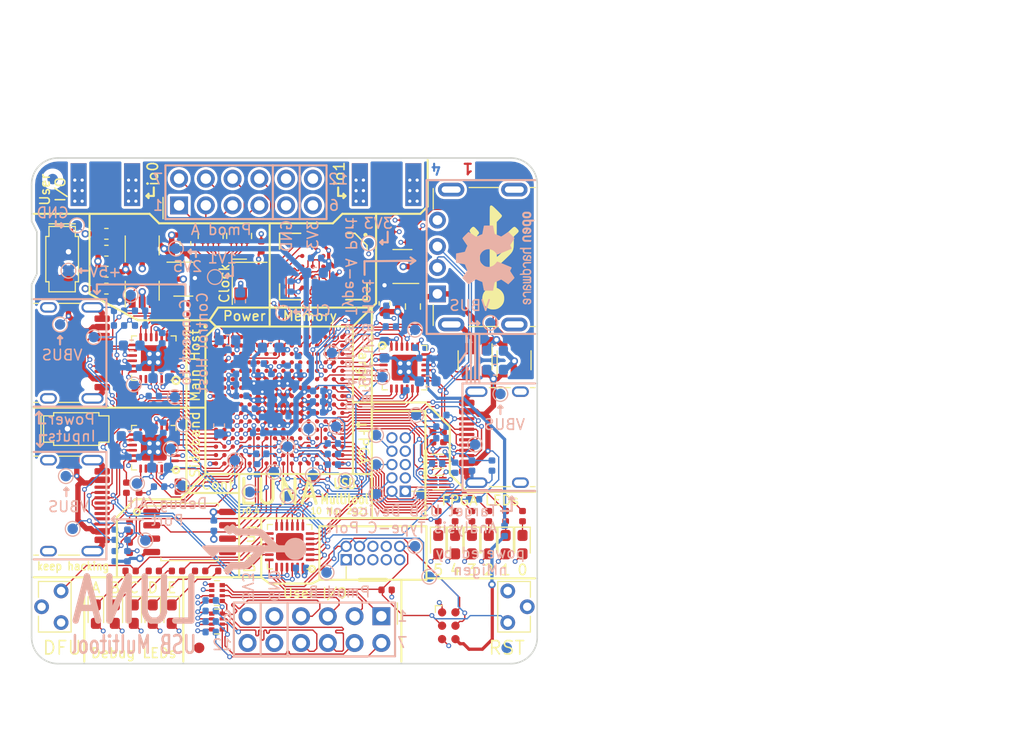
<source format=kicad_pcb>
(kicad_pcb (version 20210722) (generator pcbnew)
  (title_block (title "LUNA USB Multitool") (date "2021-03-10") (rev "r0") (company "Copyright 2019-2021 Great Scott Gadgets") (comment 1 "Katherine J. Temkin") (comment 3 "Licensed under the CERN-OHL-P v2"))
  (layers (0 "F.Cu" signal) (1 "In1.Cu" signal) (2 "In2.Cu" signal) (31 "B.Cu" signal) (34 "B.Paste" user) (35 "F.Paste" user) (36 "B.SilkS" user "B.Silkscreen") (37 "F.SilkS" user "F.Silkscreen") (38 "B.Mask" user) (39 "F.Mask" user) (44 "Edge.Cuts" user))
  (net 0 "")
  (net 1 "+3V3")
  (net 2 "GND")
  (net 3 "+5V")
  (net 4 "+2V5")
  (net 5 "+1V1")
  (net 6 "/FPGA Configuration and Dev Features/D1")
  (net 7 "/FPGA Configuration and Dev Features/D2")
  (net 8 "/FPGA Configuration and Dev Features/D0")
  (net 9 "/FPGA Configuration and Dev Features/D3")
  (net 10 "/FPGA Configuration and Dev Features/FPGA_TDO")
  (net 11 "/FPGA Configuration and Dev Features/~{CS_DI}")
  (net 12 "/FPGA Configuration and Dev Features/FPGA_CFG0")
  (net 13 "/FPGA Configuration and Dev Features/FPGA_DONE")
  (net 14 "/FPGA Configuration and Dev Features/FPGA_CFG1")
  (net 15 "/FPGA Configuration and Dev Features/~{FPGA_PROGRAM}")
  (net 16 "/FPGA Configuration and Dev Features/FPGA_CFG2")
  (net 17 "/FPGA Configuration and Dev Features/~{FPGA_INIT}")
  (net 18 "Net-(C36-Pad1)")
  (net 19 "Net-(C42-Pad1)")
  (net 20 "Net-(C48-Pad1)")
  (net 21 "/Host Section/HOST_VBUS")
  (net 22 "Net-(D10-Pad1)")
  (net 23 "Net-(D11-Pad1)")
  (net 24 "Net-(D12-Pad1)")
  (net 25 "Net-(D13-Pad1)")
  (net 26 "Net-(D14-Pad1)")
  (net 27 "/Host Section/HOST_DATA0")
  (net 28 "/Target Section/TARGET_DATA1")
  (net 29 "/Target Section/TARGET_DATA0")
  (net 30 "/Host Section/HOST_DATA1")
  (net 31 "/Target Section/TARGET_DATA3")
  (net 32 "/Target Section/TARGET_DATA2")
  (net 33 "/Host Section/HOST_DATA2")
  (net 34 "/Target Section/TARGET_DATA4")
  (net 35 "/Target Section/TARGET_DATA5")
  (net 36 "/Target Section/TARGET_DATA6")
  (net 37 "/Host Section/HOST_DATA4")
  (net 38 "/Host Section/HOST_DATA3")
  (net 39 "/Target Section/TARGET_DATA7")
  (net 40 "/Host Section/HOST_DATA6")
  (net 41 "/Host Section/HOST_DATA5")
  (net 42 "/Host Section/HOST_DATA7")
  (net 43 "/Host Section/HOST_STP")
  (net 44 "/Host Section/HOST_NXT")
  (net 45 "/Host Section/HOST_DIR")
  (net 46 "/Sideband Section/SIDEBAND_DATA0")
  (net 47 "/Sideband Section/SIDEBAND_DATA1")
  (net 48 "/Sideband Section/SIDEBAND_DATA2")
  (net 49 "/Sideband Section/SIDEBAND_DATA3")
  (net 50 "/Sideband Section/SIDEBAND_DATA4")
  (net 51 "/FPGA Configuration and Dev Features/FPGA_CONFIG_CLK")
  (net 52 "/Sideband Section/SIDEBAND_DATA6")
  (net 53 "/Sideband Section/SIDEBAND_DATA5")
  (net 54 "/Sideband Section/SIDEBAND_DATA7")
  (net 55 "/Sideband Section/SIDEBAND_STP")
  (net 56 "/Sideband Section/SIDEBAND_DIR")
  (net 57 "/Sideband Section/SIDEBAND_NXT")
  (net 58 "/FPGA Configuration and Dev Features/FPGA_TCK")
  (net 59 "/FPGA Configuration and Dev Features/UC_SWDCLK")
  (net 60 "/FPGA Configuration and Dev Features/UC_SWDIO")
  (net 61 "Net-(R8-Pad2)")
  (net 62 "Net-(R9-Pad2)")
  (net 63 "Net-(R10-Pad2)")
  (net 64 "Net-(R16-Pad2)")
  (net 65 "Net-(R17-Pad2)")
  (net 66 "Net-(R18-Pad2)")
  (net 67 "Net-(R19-Pad2)")
  (net 68 "Net-(R20-Pad2)")
  (net 69 "Net-(R21-Pad2)")
  (net 70 "Net-(D2-Pad1)")
  (net 71 "Net-(D3-Pad1)")
  (net 72 "Net-(D4-Pad1)")
  (net 73 "Net-(D5-Pad1)")
  (net 74 "Net-(D6-Pad1)")
  (net 75 "Net-(D7-Pad1)")
  (net 76 "Net-(IC1-PadB3)")
  (net 77 "Net-(IC1-PadB4)")
  (net 78 "Net-(IC1-PadB5)")
  (net 79 "Net-(IC1-PadB6)")
  (net 80 "Net-(IC1-PadB7)")
  (net 81 "Net-(IC1-PadB8)")
  (net 82 "Net-(IC1-PadC4)")
  (net 83 "Net-(IC1-PadC5)")
  (net 84 "Net-(IC1-PadC6)")
  (net 85 "Net-(IC1-PadC7)")
  (net 86 "Net-(IC1-PadC8)")
  (net 87 "Net-(IC1-PadC9)")
  (net 88 "Net-(IC1-PadC10)")
  (net 89 "Net-(IC1-PadC11)")
  (net 90 "Net-(IC1-PadC12)")
  (net 91 "Net-(IC1-PadC13)")
  (net 92 "Net-(IC1-PadD4)")
  (net 93 "Net-(IC1-PadD5)")
  (net 94 "Net-(IC1-PadD6)")
  (net 95 "Net-(IC1-PadD7)")
  (net 96 "Net-(IC1-PadD8)")
  (net 97 "Net-(IC1-PadD9)")
  (net 98 "Net-(IC1-PadD10)")
  (net 99 "Net-(IC1-PadD11)")
  (net 100 "Net-(IC1-PadD12)")
  (net 101 "Net-(IC1-PadD13)")
  (net 102 "Net-(IC1-PadE4)")
  (net 103 "Net-(IC1-PadE5)")
  (net 104 "Net-(IC1-PadE6)")
  (net 105 "Net-(IC1-PadE7)")
  (net 106 "Net-(IC1-PadE8)")
  (net 107 "Net-(IC1-PadE9)")
  (net 108 "Net-(IC1-PadE10)")
  (net 109 "Net-(IC1-PadE11)")
  (net 110 "Net-(IC1-PadE12)")
  (net 111 "Net-(IC1-PadE13)")
  (net 112 "Net-(IC1-PadF3)")
  (net 113 "Net-(IC1-PadF4)")
  (net 114 "Net-(IC1-PadF5)")
  (net 115 "Net-(IC1-PadG3)")
  (net 116 "Net-(IC1-PadG4)")
  (net 117 "Net-(IC1-PadG5)")
  (net 118 "Net-(IC1-PadG12)")
  (net 119 "Net-(IC1-PadG13)")
  (net 120 "Net-(IC1-PadG14)")
  (net 121 "Net-(IC1-PadH3)")
  (net 122 "Net-(IC1-PadH4)")
  (net 123 "Net-(IC1-PadH5)")
  (net 124 "Net-(IC1-PadH12)")
  (net 125 "Net-(IC1-PadH13)")
  (net 126 "Net-(IC1-PadH14)")
  (net 127 "Net-(IC1-PadJ3)")
  (net 128 "Net-(IC1-PadJ4)")
  (net 129 "Net-(IC1-PadJ5)")
  (net 130 "Net-(IC1-PadJ12)")
  (net 131 "Net-(IC1-PadJ13)")
  (net 132 "Net-(IC1-PadJ14)")
  (net 133 "Net-(IC1-PadK3)")
  (net 134 "Net-(IC1-PadK12)")
  (net 135 "Net-(IC1-PadK13)")
  (net 136 "Net-(IC1-PadK14)")
  (net 137 "Net-(IC1-PadL12)")
  (net 138 "Net-(IC1-PadL13)")
  (net 139 "Net-(IC1-PadM3)")
  (net 140 "Net-(IC1-PadM4)")
  (net 141 "Net-(IC1-PadM5)")
  (net 142 "Net-(IC1-PadM6)")
  (net 143 "Net-(IC1-PadM8)")
  (net 144 "Net-(IC1-PadM9)")
  (net 145 "Net-(IC1-PadM11)")
  (net 146 "Net-(IC1-PadM12)")
  (net 147 "Net-(IC1-PadM13)")
  (net 148 "Net-(IC1-PadM14)")
  (net 149 "Net-(IC1-PadN3)")
  (net 150 "Net-(IC1-PadN4)")
  (net 151 "Net-(IC1-PadN5)")
  (net 152 "Net-(IC1-PadN6)")
  (net 153 "Net-(IC1-PadN11)")
  (net 154 "Net-(IC1-PadN12)")
  (net 155 "Net-(IC1-PadN13)")
  (net 156 "Net-(IC1-PadN14)")
  (net 157 "Net-(IC1-PadP5)")
  (net 158 "Net-(IC1-PadP6)")
  (net 159 "Net-(IC1-PadP7)")
  (net 160 "Net-(IC1-PadP8)")
  (net 161 "Net-(IC1-PadR6)")
  (net 162 "Net-(IC1-PadR7)")
  (net 163 "Net-(IC1-PadR8)")
  (net 164 "Net-(IC1-PadR12)")
  (net 165 "Net-(IC1-PadT6)")
  (net 166 "Net-(J5-Pad7)")
  (net 167 "Net-(J5-Pad10)")
  (net 168 "Net-(J6-Pad8)")
  (net 169 "Net-(J6-Pad7)")
  (net 170 "Net-(J6-Pad6)")
  (net 171 "Net-(U5-Pad4)")
  (net 172 "Net-(U8-Pad20)")
  (net 173 "Net-(U9-Pad20)")
  (net 174 "Net-(U10-PadA2)")
  (net 175 "Net-(U10-PadC2)")
  (net 176 "Net-(U10-PadA5)")
  (net 177 "Net-(U10-PadB5)")
  (net 178 "Net-(U10-PadC5)")
  (net 179 "Net-(U11-Pad20)")
  (net 180 "Net-(IC1-PadP12)")
  (net 181 "/Host Section/HOST_D+")
  (net 182 "/Host Section/HOST_D-")
  (net 183 "/Host Section/HOST_CC2")
  (net 184 "/Host Section/HOST_CC1")
  (net 185 "/FPGA Configuration and Dev Features/SIDEBAND_D+")
  (net 186 "/FPGA Configuration and Dev Features/SIDEBAND_D-")
  (net 187 "/Sideband Section/SIDEBAND_CC2")
  (net 188 "/Sideband Section/SIDEBAND_CC1")
  (net 189 "Net-(IC1-PadT3)")
  (net 190 "Net-(IC1-PadK15)")
  (net 191 "/Target Section/TARGET_SBU2")
  (net 192 "/Target Section/TARGET_SBU1")
  (net 193 "/Right side indicators/TARGET_CC2")
  (net 194 "/Right side indicators/TARGET_CC1")
  (net 195 "/Right side indicators/DEBUG_SPI_COPI")
  (net 196 "/Right side indicators/DEBUG_SPI_CIPO")
  (net 197 "/Right side indicators/DEBUG_SPI_CLK")
  (net 198 "/Right side indicators/DEBUG_SPI_CS")
  (net 199 "/Right side indicators/LED5")
  (net 200 "/Right side indicators/LED3")
  (net 201 "/Right side indicators/LED4")
  (net 202 "/Right side indicators/LED1")
  (net 203 "/Right side indicators/LED2")
  (net 204 "/Right side indicators/LED0")
  (net 205 "/Host Section/HOST_SBU1")
  (net 206 "/Host Section/HOST_SBU2")
  (net 207 "/Sideband Section/SIDEBAND_SBU2")
  (net 208 "/Sideband Section/SIDEBAND_SBU1")
  (net 209 "Net-(U3-Pad4)")
  (net 210 "Net-(U4-Pad4)")
  (net 211 "/Power Supplies/TARGET_VBUS_A")
  (net 212 "/Power Supplies/VBUS_A_TO_C_EN")
  (net 213 "/Power Supplies/VBUS_5V_TO_A_EN")
  (net 214 "/Power Supplies/VBUS_5V_TO_A_FAULT")
  (net 215 "/Power Supplies/VBUS_C_TO_A_FAULT")
  (net 216 "/Power Supplies/VBUS_A_TO_C_FAULT")
  (net 217 "/RAM Section/RAM_DQ7")
  (net 218 "/RAM Section/RAM_DQ5")
  (net 219 "/RAM Section/RAM_DQ0")
  (net 220 "/RAM Section/RAM_DQ3")
  (net 221 "/RAM Section/RAM_RWDS")
  (net 222 "/RAM Section/RAM_DQ6")
  (net 223 "/RAM Section/RAM_DQ1")
  (net 224 "/RAM Section/RAM_DQ4")
  (net 225 "/RAM Section/RAM_DQ2")
  (net 226 "Net-(IC1-PadA2)")
  (net 227 "Net-(IC1-PadA3)")
  (net 228 "Net-(IC1-PadA4)")
  (net 229 "Net-(IC1-PadA5)")
  (net 230 "Net-(IC1-PadA6)")
  (net 231 "Net-(IC1-PadA7)")
  (net 232 "/FPGA Configuration and Dev Features/TARGET_VBUS_C")
  (net 233 "/FPGA Configuration and Dev Features/HALF_TARGET_VBUS_C")
  (net 234 "/FPGA Configuration and Dev Features/SIDEBAND_PHY_1V8")
  (net 235 "/FPGA Configuration and Dev Features/TARGET_PHY_1V8")
  (net 236 "/FPGA Configuration and Dev Features/HOST_PHY_1V8")
  (net 237 "/Sideband Section/SIDEBAND_VBUS")
  (net 238 "/Host Section/USER_IO0")
  (net 239 "/Host Section/USER_IO1")
  (net 240 "/FPGA Configuration and Dev Features/~{FPGA_SELF_PROGRAM}")
  (net 241 "/Target Section/TARGET_D-")
  (net 242 "/Target Section/TARGET_D+")
  (net 243 "Net-(R11-Pad2)")
  (net 244 "/PMOD_B1")
  (net 245 "/PMOD_B0")
  (net 246 "/PMOD_B7")
  (net 247 "/PMOD_B6")
  (net 248 "/PMOD_B5")
  (net 249 "/PMOD_B4")
  (net 250 "/PMOD_B3")
  (net 251 "/PMOD_B2")
  (net 252 "/PMOD_A0")
  (net 253 "/PMOD_A1")
  (net 254 "/PMOD_A2")
  (net 255 "/PMOD_A3")
  (net 256 "/PMOD_A4")
  (net 257 "/PMOD_A5")
  (net 258 "/PMOD_A6")
  (net 259 "/PMOD_A7")
  (net 260 "/Sideband Section/SIDEBAND_CLK")
  (net 261 "/Host Section/~{HOST_RESET}")
  (net 262 "/Host Section/HOST_CLK")
  (net 263 "/Target Section/TARGET_NXT")
  (net 264 "/Target Section/TARGET_DIR")
  (net 265 "/Target Section/TARGET_STP")
  (net 266 "/Target Section/~{TARGET_RESET}")
  (net 267 "/Target Section/TARGET_CLK")
  (net 268 "/RAM Section/RAM_CLK")
  (net 269 "/RAM Section/~{RAM_RESET}")
  (net 270 "/RAM Section/~{RAM_CLK}")
  (net 271 "/RAM Section/~{RAM_CS}")
  (net 272 "/FPGA Configuration and Dev Features/~{UC_RESET}")
  (net 273 "/FPGA Configuration and Dev Features/~{FORCE_DFU}")
  (net 274 "/FPGA Configuration and Dev Features/~{SIDEBAND_RESET}")
  (net 275 "/FPGA_TMS")
  (net 276 "/FPGA_TDI")
  (net 277 "/Clock and Pmod/CLKIN_60MHZ")
  (net 278 "Net-(C5-Pad1)")
  (net 279 "Net-(C19-Pad1)")
  (net 280 "Net-(C21-Pad2)")
  (net 281 "Net-(C23-Pad2)")
  (net 282 "/Power Supplies/VBUS_C_TO_A_EN")
  (net 283 "/Right side indicators/TARGET_CC2_OUTPUT_EN")
  (net 284 "/Right side indicators/TARGET_CC2_INPUT")
  (net 285 "/Right side indicators/TARGET_CC1_INPUT")
  (net 286 "/Right side indicators/TARGET_CC1_OUTPUT_EN")
  (net 287 "/Right side indicators/TARGET_CC1_OUTPUT")
  (net 288 "/Right side indicators/TARGET_CC2_OUTPUT")
  (net 289 "Net-(R38-Pad2)")
  (net 290 "Net-(R39-Pad2)")
  (net 291 "/Host Section/HOST_CC2_INPUT")
  (net 292 "/Host Section/HOST_CC1_INPUT")
  (net 293 "/Sideband Section/SIDEBAND_CC1_INPUT")
  (net 294 "/Sideband Section/SIDEBAND_CC2_INPUT")
  (net 295 "Net-(D9-Pad2)")
  (footprint "LED_SMD:LED_0603_1608Metric_Pad1.05x0.95mm_HandSolder" (layer "F.Cu") (at 103.8 108.3 -90)
    (fp_text reference "D14" hide)
    (fp_text value "ICE BLUE" hide)
  )
  (footprint "Package_DFN_QFN:VQFN-24-1EP_4x4mm_P0.5mm_EP2.45x2.45mm" (layer "F.Cu") (at 125.9 84.9)
    (fp_text reference "U9" hide)
    (fp_text value "USB3343" hide)
  )
  (footprint "Resistor_SMD:R_0402_1005Metric" (layer "F.Cu") (at 129.8 82.8 180)
    (fp_text reference "R19" hide)
    (fp_text value "20K" hide)
  )
  (footprint "LED_SMD:LED_0603_1608Metric_Pad1.05x0.95mm_HandSolder" (layer "F.Cu") (at 98.4 108.3 -90)
    (fp_text reference "D11" hide)
    (fp_text value "PINK" hide)
  )
  (footprint "Resistor_SMD:R_0402_1005Metric" (layer "F.Cu") (at 99.5 96.3 90)
    (fp_text reference "R17" hide)
    (fp_text value "20K" hide)
  )
  (footprint "Package_DFN_QFN:QFN-24-1EP_4x4mm_P0.5mm_EP2.6x2.6mm" (layer "F.Cu") (at 115 101.9 180)
    (fp_text reference "U6" hide)
    (fp_text value "ATSAMD11D14A-MUT" hide)
  )
  (footprint "rhododendron:usb_tools_logo" (layer "F.Cu") (at 134.32 74.411)
    (fp_text reference "G***" hide)
    (fp_text value "LOGO" hide)
  )
  (footprint "Capacitor_SMD:C_0603_1608Metric" (layer "F.Cu") (at 97.6 72.2 180)
    (fp_text reference "C30" hide)
    (fp_text value "1uF" hide)
  )
  (footprint "Capacitor_SMD:C_0603_1608Metric" (layer "F.Cu") (at 97.6 73.8 180)
    (fp_text reference "C28" hide)
    (fp_text value "1uF" hide)
  )
  (footprint "Package_TO_SOT_SMD:SOT-23-5" (layer "F.Cu") (at 101 77.6 90)
    (fp_text reference "U3" hide)
    (fp_text value "AP7366-33W5-7" hide)
  )
  (footprint "LED_SMD:LED_0603_1608Metric_Pad1.05x0.95mm_HandSolder" (layer "F.Cu") (at 100.2 108.3 -90)
    (fp_text reference "D12" hide)
    (fp_text value "WHITE" hide)
  )
  (footprint "LED_SMD:LED_0603_1608Metric_Pad1.05x0.95mm_HandSolder" (layer "F.Cu") (at 102 108.3 -90)
    (fp_text reference "D13" hide)
    (fp_text value "PINK" hide)
  )
  (footprint "Package_DFN_QFN:VQFN-24-1EP_4x4mm_P0.5mm_EP2.45x2.45mm" (layer "F.Cu") (at 102.1 84 180)
    (fp_text reference "U11" hide)
    (fp_text value "USB3343" hide)
  )
  (footprint "Resistor_SMD:R_0402_1005Metric" (layer "F.Cu") (at 100.7 96.3 90)
    (fp_text reference "R16" hide)
    (fp_text value "8.06k±1%" hide)
  )
  (footprint "LED_SMD:LED_0603_1608Metric_Pad1.05x0.95mm_HandSolder" (layer "F.Cu") (at 96.6 108.3 -90)
    (fp_text reference "D10" hide)
    (fp_text value "ICE BLUE" hide)
  )
  (footprint "Resistor_SMD:R_0402_1005Metric" (layer "F.Cu") (at 99.1 87.7 90)
    (fp_text reference "R21" hide)
    (fp_text value "20K" hide)
  )
  (footprint "luna:SOD128" (layer "F.Cu") (at 94.74 90.73)
    (fp_text reference "D8" hide)
    (fp_text value "PMEG3050EP,115" hide)
  )
  (footprint "Resistor_SMD:R_0402_1005Metric" (layer "F.Cu") (at 104.4 96.2 -90)
    (fp_text reference "R15" hide)
    (fp_text value "1K" hide)
  )
  (footprint "Capacitor_SMD:C_0603_1608Metric" (layer "F.Cu") (at 97.6 77.4 180)
    (fp_text reference "C6" hide)
    (fp_text value "1uF" hide)
  )
  (footprint "Capacitor_SMD:C_0603_1608Metric" (layer "F.Cu") (at 97.6 75.8 180)
    (fp_text reference "C20" hide)
    (fp_text value "2.2uF" hide)
  )
  (footprint "luna:SOD128" (layer "F.Cu") (at 93.4 74.6 -90)
    (fp_text reference "D1" hide)
    (fp_text value "PMEG3050EP,115" hide)
  )
  (footprint "Resistor_SMD:R_0402_1005Metric" (layer "F.Cu") (at 100.3 87.7 90)
    (fp_text reference "R20" hide)
    (fp_text value "8.06k±1%" hide)
  )
  (footprint "Package_TO_SOT_SMD:SOT-23-5" (layer "F.Cu") (at 101 73.3 90)
    (fp_text reference "U5" hide)
    (fp_text value "MIC5504-2.5YM5" hide)
  )
  (footprint "Capacitor_SMD:C_0603_1608Metric" (layer "F.Cu") (at 105.1 73.1 90)
    (fp_text reference "C29" hide)
    (fp_text value "1uF" hide)
  )
  (footprint "Crystal:Crystal_SMD_3225-4Pin_3.2x2.5mm" (layer "F.Cu") (at 111.2 76.9 -90)
    (fp_text reference "Y1" hide)
    (fp_text value "Osc60MHz" hide)
  )
  (footprint "Capacitor_SMD:C_0402_1005Metric" (layer "F.Cu") (at 103.8 73.6 90)
    (fp_text reference "C27" hide)
    (fp_text value "0.1uF" hide)
  )
  (footprint "Package_SO:SOIC-8_5.23x5.23mm_P1.27mm" (layer "F.Cu") (at 105.5 100.5)
    (fp_text reference "U7" hide)
    (fp_text value "W25Q32JVSS" hide)
  )
  (footprint "Package_TO_SOT_SMD:SOT-23-5" (layer "F.Cu") (at 125.7 75.3 180)
    (fp_text reference "U1" hide)
    (fp_text value "AP22811A" hide)
  )
  (footprint "Package_TO_SOT_SMD:SOT-23-5" (layer "F.Cu") (at 104.9 76.5)
    (fp_text reference "U4" hide)
    (fp_text value "TCR2EF115" hide)
  )
  (footprint "Package_TO_SOT_SMD:SOT-23-5" (layer "F.Cu") (at 136.3 84.2 90)
    (fp_text reference "U13" hide)
    (fp_text value "AP22811A" hide)
  )
  (footprint "Package_TO_SOT_SMD:SOT-23-5" (layer "F.Cu") (at 132.6 84.2 -90)
    (fp_text reference "U12" hide)
    (fp_text value "AP22811A" hide)
  )
  (footprint "Resistor_SMD:R_0402_1005Metric" (layer "F.Cu") (at 130.3 84.3 90)
    (fp_text reference "R2" hide)
    (fp_text value "2.2K" hide)
  )
  (footprint "Capacitor_SMD:C_0805_2012Metric" (layer "F.Cu") (at 126.7 79.1 90)
    (fp_text reference "C53" hide)
    (fp_text value "10uF" hide)
  )
  (footprint "Resistor_SMD:R_0402_1005Metric" (layer "F.Cu") (at 124.7 72.5 -90)
    (fp_text reference "R1" hide)
    (fp_text value "2.2K" hide)
  )
  (footprint "luna:USB_A_Kycon_KUSBXHT-SB-AS1N-B30-NF_Horizontal" (layer "F.Cu") (at 129.025 77.9 90)
    (fp_text reference "J3" hide)
    (fp_text value "USB_A" hide)
  )
  (footprint "Resistor_SMD:R_Array_Convex_4x0402" (layer "F.Cu") (at 110.2 72.4 90)
    (fp_text reference "RN2" hide)
    (fp_text value "33" hide)
  )
  (footprint "Resistor_SMD:R_Array_Convex_4x0402" (layer "F.Cu") (at 107.5 72.4 90)
    (fp_text reference "RN1" hide)
    (fp_text value "33" hide)
  )
  (footprint "Capacitor_SMD:C_0402_1005Metric" (layer "F.Cu") (at 112.3 73.4 90)
    (fp_text reference "C10" hide)
    (fp_text value "0.1uF" hide)
  )
  (footprint "LED_SMD:LED_0603_1608Metric_Pad1.05x0.95mm_HandSolder" (layer "F.Cu") (at 137.1 101.7 -90)
    (fp_text reference "D7" hide)
    (fp_text value "PURPLE" hide)
  )
  (footprint "LED_SMD:LED_0603_1608Metric_Pad1.05x0.95mm_HandSolder" (layer "F.Cu") (at 132.3 101.7 -90)
    (fp_text reference "D4" hide)
    (fp_text value "YELLOW" hide)
  )
  (footprint "LED_SMD:LED_0603_1608Metric_Pad1.05x0.95mm_HandSolder" (layer "F.Cu") (at 130.7 101.7 -90)
    (fp_text reference "D3" hide)
    (fp_text value "ORANGE" hide)
  )
  (footprint "Resistor_SMD:R_0402_1005Metric" (layer "F.Cu") (at 133.9 99 90)
    (fp_text reference "R29" hide)
    (fp_text value "10K" hide)
  )
  (footprint "Resistor_SMD:R_0402_1005Metric" (layer "F.Cu") (at 137.1 99 90)
    (fp_text reference "R31" hide)
    (fp_text value "2.2K" hide)
  )
  (footprint "Resistor_SMD:R_0402_1005Metric" (layer "F.Cu") (at 129.1 99 90)
    (fp_text reference "R26" hide)
    (fp_text value "1K" hide)
  )
  (footprint "LED_SMD:LED_0603_1608Metric_Pad1.05x0.95mm_HandSolder" (layer "F.Cu") (at 133.9 101.7 -90)
    (fp_text reference "D5" hide)
    (fp_text value "GREEN" hide)
  )
  (footprint "Resistor_SMD:R_0402_1005Metric" (layer "F.Cu") (at 132.3 99 90)
    (fp_text reference "R28" hide)
    (fp_text value "1K" hide)
  )
  (footprint "LED_SMD:LED_0603_1608Metric_Pad1.05x0.95mm_HandSolder" (layer "F.Cu") (at 129.1 101.7 -90)
    (fp_text reference "D2" hide)
    (fp_text value "RED" hide)
  )
  (footprint "Resistor_SMD:R_0402_1005Metric" (layer "F.Cu") (at 130.7 99 90)
    (fp_text reference "R27" hide)
    (fp_text value "1K" hide)
  )
  (footprint "Resistor_SMD:R_0402_1005Metric" (layer "F.Cu") (at 135.5 99 90)
    (fp_text reference "R30" hide)
    (fp_text value "2.2K" hide)
  )
  (footprint "LED_SMD:LED_0603_1608Metric_Pad1.05x0.95mm_HandSolder" (layer "F.Cu") (at 135.5 101.7 -90)
    (fp_text reference "D6" hide)
    (fp_text value "BLUE" hide)
  )
  (footprint "Package_DFN_QFN:VQFN-24-1EP_4x4mm_P0.5mm_EP2.45x2.45mm" (layer "F.Cu") (at 102.1 92.5 180)
    (fp_text reference "U8" hide)
    (fp_text value "USB3343" hide)
  )
  (footprint "Fiducial:Fiducial_1mm_Mask2mm" (layer "F.Cu") (at 133.8 66.4)
    (fp_text reference "FID1" hide)
    (fp_text value "Fiducial_1mm_Mask2mm" hide)
  )
  (footprint "Resistor_SMD:R_0402_1005Metric" (layer "F.Cu") (at 102.1 104.2)
    (fp_text reference "R8" hide)
    (fp_text value "2.2K" hide)
  )
  (footprint "Resistor_SMD:R_0402_1005Metric" (layer "F.Cu") (at 99.9 104.2)
    (fp_text reference "R7" hide)
    (fp_text value "5.5K" hide)
  )
  (footprint "Resistor_SMD:R_0402_1005Metric" (layer "F.Cu") (at 108.7 104.2)
    (fp_text reference "R11" hide)
    (fp_text value "5.5K" hide)
  )
  (footprint "Resistor_SMD:R_0402_1005Metric" (layer "F.Cu") (at 106.5 104.2)
    (fp_text reference "R10" hide)
    (fp_text value "2.2K" hide)
  )
  (footprint "Resistor_SMD:R_0402_1005Metric" (layer "F.Cu") (at 104.3 104.2)
    (fp_text reference "R9" hide)
    (fp_text value "2.2K" hide)
  )
  (footprint "Capacitor_SMD:C_0603_1608Metric" (layer "F.Cu") (at 124 78.8 -90)
    (fp_text reference "C54" hide)
    (fp_text value "1uF" hide)
  )
  (footprint "Capacitor_SMD:C_0402_1005Metric" (layer "F.Cu") (at 125.25 78.2 90)
    (fp_text reference "C40" hide)
    (fp_text value "0.1uF" hide)
  )
  (footprint "Resistor_SMD:R_0402_1005Metric" (layer "F.Cu") (at 126.7 73)
    (fp_text reference "R3" hide)
    (fp_text value "10K" hide)
  )
  (footprint "Resistor_SMD:R_0402_1005Metric" (layer "F.Cu") (at 126.7 72 180)
    (fp_text reference "R42" hide)
    (fp_text value "2.2K" hide)
  )
  (footprint "Resistor_SMD:R_0402_1005Metric" (layer "F.Cu") (at 126.2 70.9)
    (fp_text reference "R40" hide)
    (fp_text value "10K" hide)
  )
  (footprint "luna:SW_Tactile_SPST_Angled_TC-1109DE-B-F" (layer "F.Cu") (at 135.7 109.1 -90)
    (fp_text reference "SW2" hide)
    (fp_text value "BTN_RESET" hide)
  )
  (footprint "luna:SW_Tactile_SPST_Angled_TC-1109DE-B-F" (layer "F.Cu") (at 93.3 106.1 90)
    (fp_text reference "SW1" hide)
    (fp_text value "BTN_DFU" hide)
  )
  (footprint "Connector:Tag-Connect_TC2030-IDC-FP_2x03_P1.27mm_Vertical" (layer "F.Cu") (at 130.1 109.4 -90)
    (fp_text reference "J10" hide)
    (fp_text value "TC_SWD" hide)
  )
  (footprint "Resistor_SMD:R_0402_1005Metric" (layer "F.Cu") (at 124.2 106 180)
    (fp_text reference "R25" hide)
    (fp_text value "10K" hide)
  )
  (footprint "Resistor_SMD:R_Array_Convex_4x0402" (layer "F.Cu") (at 108.1 109)
    (fp_text reference "RN4" hide)
    (fp_text value "33" hide)
  )
  (footprint "Resistor_SMD:R_Array_Convex_4x0402" (layer "F.Cu") (at 108.1 106.3)
    (fp_text reference "RN3" hide)
    (fp_text value "33" hide)
  )
  (footprint "Fiducial:Fiducial_1mm_Mask2mm" (layer "F.Cu") (at 106.4 111.5)
    (fp_text reference "FID2" hide)
    (fp_text value "Fiducial_1mm_Mask2mm" hide)
  )
  (footprint "luna:PinSocket_2x06_P2.54mm_PMOD" (layer "F.Cu") (at 104.5 69.5 -90)
    (fp_text reference "J7" hide)
    (fp_text value "PMOD_A" hide)
  )
  (footprint "luna:PinSocket_2x06_P2.54mm_PMOD" (layer "F.Cu") (at 123.7 108.5 90)
    (fp_text reference "J11" hide)
    (fp_text value "PMOD_B" hide)
  )
  (footprint "luna:lattice_cabga256" (layer "F.Cu") (at 114 88)
    (fp_text reference "IC1" hide)
    (fp_text value "ECP5-BGA256" hide)
  )
  (footprint "luna:USB_C_Receptacle_HRO_TYPE-C-31-M-12" (layer "F.Cu") (at 93.15 83.5 -90)
    (fp_text reference "J1" hide)
    (fp_text value "USB_C_Receptacle_USB2.0" hide)
  )
  (footprint "luna:USB_C_Receptacle_HRO_TYPE-C-31-M-12" (layer "F.Cu") (at 93.15 98 -90)
    (fp_text reference "J2" hide)
    (fp_text value "USB_C_Receptacle_USB2.0" hide)
  )
  (footprint "luna:USB_C_Receptacle_HRO_TYPE-C-31-M-12" (layer "F.Cu") (at 135.85 91.5 90)
    (fp_text reference "J4" hide)
    (fp_text value "USB_C_Receptacle_USB2.0" hide)
  )
  (footprint "luna:BGA-24_5x5_6.0x8.0mm" (layer "F.Cu") (at 118.191 75.3 -90)
    (fp_text reference "U10")
    (fp_text value "HyperRAM" hide)
  )
  (footprint "luna:SWD_CONNECTOR_LARGE_BOX" (layer "F.Cu") (at 122.9 102.5)
    (fp_text reference "J6" hide)
    (fp_text value "Conn_ARM_JTAG_SWD_10" hide)
  )
  (footprint "luna:SMA-EDGE" (layer "F.Cu") (at 124.2 65.5 -90)
    (fp_text reference "J9" hide)
    (fp_text value "Conn_Coaxial" hide)
  )
  (footprint "luna:SMA-EDGE" (layer "F.Cu") (at 97.5 65.5 -90)
    (fp_text reference "J8" hide)
    (fp_text value "Conn_Coaxial" hide)
  )
  (footprint "luna:SWD_CONNECTOR_LARGE_BOX" (layer "F.Cu") (at 125.34 94.1 90)
    (fp_text reference "J5" hide)
    (fp_text value "Conn_FPGA_JTAG_10" hide)
  )
  (footprint "Resistor_SMD:R_0402_1005Metric" (layer "F.Cu") (at 105 79.8 180)
    (fp_text reference "R44" hide)
    (fp_text value "18.7K±1%")
  )
  (footprint "Resistor_SMD:R_0402_1005Metric" (layer "F.Cu") (at 105 78.8 180)
    (fp_text reference "R45" hide)
    (fp_text value "18.7K±1%")
  )
  (footprint "Resistor_SMD:R_0402_1005Metric" (layer "F.Cu") (at 99.8 102 -90)
    (fp_text reference "R47" hide)
    (fp_text value "18.7K±1%")
  )
  (footprint "Resistor_SMD:R_0402_1005Metric" (layer "F.Cu") (at 128.6 91.5 -90)
    (fp_text reference "R48" hide)
    (fp_text value "18.7K±1%")
  )
  (footprint "Resistor_SMD:R_0402_1005Metric" (layer "F.Cu") (at 129.6 91.5 -90)
    (fp_text reference "R49" hide)
    (fp_text value "18.7K±1%")
  )
  (footprint "luna:X2-DFN1210-8_1.2x1mm_P0.3mm" (layer "F.Cu") (at 129.1 93.8)
    (fp_text reference "U2" hide)
    (fp_text value "74AUP2G126")
  )
  (footprint "luna:X2-DFN1210-8_1.2x1mm_P0.3mm" (layer "F.Cu") (at 129.1 95.8 180)
    (fp_text reference "U14" hide)
    (fp_text value "74AUP2G126")
  )
  (footprint "Resistor_SMD:R_0402_1005Metric" (layer "F.Cu") (at 99.8 100 -90)
    (fp_text reference "R46" hide)
    (fp_text value "18.7K±1%")
  )
  (footprint "Symbol:OSHW-Logo2_9.8x8mm_SilkScreen" (layer "B.Cu") (at 134.5 74.5 -90)
    (fp_text reference "REF**" hide)
    (fp_text value "OSHW-Logo2_9.8x8mm_SilkScreen" hide)
  )
  (footprint "Capacitor_SMD:C_0603_1608Metric" (layer "B.Cu") (at 117.4 75.9)
    (fp_text reference "C22" hide)
    (fp_text value "1uF" hide)
  )
  (footprint "Resistor_SMD:R_0402_1005Metric" (layer "B.Cu") (at 102.6 96.2 180)
    (fp_text reference "R22" hide)
    (fp_text value "15K" hide)
  )
  (footprint "Capacitor_SMD:C_0402_1005Metric" (layer "B.Cu") (at 107.8 99.9 -90)
    (fp_text reference "C49" hide)
    (fp_text value "0.1uF" hide)
  )
  (footprint "TestPoint:TestPoint_Pad_D1.0mm" (layer "B.Cu") (at 117.2 95.1)
    (fp_text reference "TP7" hide)
    (fp_text value "TestPoint" hide)
  )
  (footprint "TestPoint:TestPoint_Pad_D1.0mm" (layer "B.Cu") (at 113.5 94.8)
    (fp_text reference "TP14" hide)
    (fp_text value "TestPoint" hide)
  )
  (footprint "TestPoint:TestPoint_Pad_D1.0mm" (layer "B.Cu") (at 109.8 93.7)
    (fp_text reference "TP11" hide)
    (fp_text value "TestPoint" hide)
  )
  (footprint "Resistor_SMD:R_0402_1005Metric" (layer "B.Cu") (at 124.6 81)
    (fp_text reference "R23" hide)
    (fp_text value "10K" hide)
  )
  (footprint "Resistor_SMD:R_0402_1005Metric" (layer "B.Cu") (at 112.304 93.08 180)
    (fp_text reference "R5" hide)
    (fp_text value "2.2K" hide)
  )
  (footprint "Resistor_SMD:R_0402_1005Metric" (layer "B.Cu") (at 111.904 94.545 90)
    (fp_text reference "R6" hide)
    (fp_text value "10K" hide)
  )
  (footprint "Capacitor_SMD:C_0402_1005Metric" (layer "B.Cu") (at 113.977 87.9365)
    (fp_text reference "C9" hide)
    (fp_text value "0.1uF" hide)
  )
  (footprint "Capacitor_SMD:C_0402_1005Metric" (layer "B.Cu") (at 110.4 87.578 180)
    (fp_text reference "C16" hide)
    (fp_text value "0.1uF" hide)
  )
  (footprint "Capacitor_SMD:C_0402_1005Metric" (layer "B.Cu") (at 111.2 88.8)
    (fp_text reference "C8" hide)
    (fp_text value "0.1uF" hide)
  )
  (footprint "TestPoint:TestPoint_Pad_D1.0mm" (layer "B.Cu") (at 114.8 97.1)
    (fp_text reference "TP13" hide)
    (fp_text value "TestPoint" hide)
  )
  (footprint "TestPoint:TestPoint_Pad_D1.0mm" (layer "B.Cu") (at 122.5 73.1)
    (fp_text reference "TP3" hide)
    (fp_text value "TestPoint" hide)
  )
  (footprint "Capacitor_SMD:C_0402_1005Metric" (layer "B.Cu") (at 127.8 84 180)
    (fp_text reference "C44" hide)
    (fp_text value "0.1uF" hide)
  )
  (footprint "Capacitor_SMD:C_0603_1608Metric" (layer "B.Cu") (at 124 83.2 -90)
    (fp_text reference "C43" hide)
    (fp_text value "1uF" hide)
  )
  (footprint "Capacitor_SMD:C_0402_1005Metric" (layer "B.Cu") (at 117.5 74.5)
    (fp_text reference "C31" hide)
    (fp_text value "0.1uF" hide)
  )
  (footprint "Capacitor_SMD:C_0402_1005Metric" (layer "B.Cu") (at 102.9 82.1 -90)
    (fp_text reference "C34" hide)
    (fp_text value "0.1uF" hide)
  )
  (footprint "Capacitor_SMD:C_0603_1608Metric" (layer "B.Cu") (at 102.7 94.4 180)
    (fp_text reference "C37" hide)
    (fp_text value "1uF" hide)
  )
  (footprint "TestPoint:TestPoint_Pad_D1.0mm" (layer "B.Cu") (at 119.4 90.5)
    (fp_text reference "TP6" hide)
    (fp_text value "TestPoint" hide)
  )
  (footprint "Capacitor_SMD:C_0402_1005Metric" (layer "B.Cu") (at 117.683 88.127)
    (fp_text reference "C39" hide)
    (fp_text value "0.1uF" hide)
  )
  (footprint "TestPoint:TestPoint_Pad_D1.0mm" (layer "B.Cu") (at 104.2 73.6)
    (fp_text reference "TP5" hide)
    (fp_text value "TestPoint" hide)
  )
  (footprint "Capacitor_SMD:C_0402_1005Metric" (layer "B.Cu") (at 115.8 84.3 90)
    (fp_text reference "C12" hide)
    (fp_text value "0.1uF" hide)
  )
  (footprint "Capacitor_SMD:C_0603_1608Metric" (layer "B.Cu") (at 110.3 78.5875 90)
    (fp_text reference "C1" hide)
    (fp_text value "2.2uF" hide)
  )
  (footprint "TestPoint:TestPoint_Pad_D1.0mm" (layer "B.Cu") (at 114.4 79.7)
    (fp_text reference "TP1" hide)
    (fp_text value "TestPoint" hide)
  )
  (footprint "Capacitor_SMD:C_0402_1005Metric" (layer "B.Cu") (at 117.683 89.143)
    (fp_text reference "C33" hide)
    (fp_text value "0.1uF" hide)
  )
  (footprint "Capacitor_SMD:C_0402_1005Metric" (layer "B.Cu") (at 114.8 85.2 90)
    (fp_text reference "C7" hide)
    (fp_text value "0.1uF" hide)
  )
  (footprint "Capacitor_SMD:C_0402_1005Metric" (layer "B.Cu") (at 113.27 86 90)
    (fp_text reference "C11" hide)
    (fp_text value "0.1uF" hide)
  )
  (footprint "Capacitor_SMD:C_0402_1005Metric" (layer "B.Cu") (at 117.706 87.111)
    (fp_text reference "C26" hide)
    (fp_text value "0.1uF" hide)
  )
  (footprint "Capacitor_SMD:C_0402_1005Metric" (layer "B.Cu") (at 126.06 86.56 90)
    (fp_text reference "C41" hide)
    (fp_text value "0.1uF" hide)
  )
  (footprint "Capacitor_SMD:C_0402_1005Metric" (layer "B.Cu") (at 115.1 77.2 -90)
    (fp_text reference "C32" hide)
    (fp_text value "0.1uF" hide)
  )
  (footprint "Capacitor_SMD:C_0402_1005Metric" (layer "B.Cu") (at 100.2 93.4)
    (fp_text reference "C38" hide)
    (fp_text value "0.1uF" hide)
  )
  (footprint "Capacitor_SMD:C_0603_1608Metric" (layer "B.Cu") (at 128.1 86.2 180)
    (fp_text reference "C42" hide)
    (fp_text value "1uF" hide)
  )
  (footprint "Capacitor_SMD:C_0402_1005Metric" (layer "B.Cu") (at 100.2 84.9)
    (fp_text reference "C46" hide)
    (fp_text value "0.1uF" hide)
  )
  (footprint "Capacitor_SMD:C_0603_1608Metric" (layer "B.Cu") (at 113.2 83)
    (fp_text reference "C4" hide)
    (fp_text value "2.2uF" hide)
  )
  (footprint "Capacitor_SMD:C_0603_1608Metric" (layer "B.Cu") (at 102.8 85.9 180)
    (fp_text reference "C50" hide)
    (fp_text value "1uF" hide)
  )
  (footprint "Resistor_SMD:R_0402_1005Metric" (layer "B.Cu") (at 102.1 87.6 180)
    (fp_text reference "R24" hide)
    (fp_text value "10K" hide)
  )
  (footprint "Capacitor_SMD:C_0603_1608Metric" (layer "B.Cu") (at 100 82.8)
    (fp_text reference "C48" hide)
    (fp_text value "1uF" hide)
  )
  (footprint "Capacitor_SMD:C_0603_1608Metric" (layer "B.Cu") (at 99.8 91.4)
    (fp_text reference "C36" hide)
    (fp_text value "1uF" hide)
  )
  (footprint "Resistor_SMD:R_0402_1005Metric" (layer "B.Cu") (at 98.8 80.9)
    (fp_text reference "R33" hide)
    (fp_text value "5.49K±1%" hide)
  )
  (footprint "Capacitor_SMD:C_0402_1005Metric" (layer "B.Cu") (at 103 90.6 -90)
    (fp_text reference "C18" hide)
    (fp_text value "0.1uF" hide)
  )
  (footprint "Capacitor_SMD:C_0402_1005Metric" (layer "B.Cu") (at 116.07 103.92 180)
    (fp_text reference "C14" hide)
    (fp_text value "0.1uF" hide)
  )
  (footprint "TestPoint:TestPoint_Pad_D1.0mm" (layer "B.Cu") (at 107.9 76.3)
    (fp_text reference "TP4" hide)
    (fp_text value "TestPoint" hide)
  )
  (footprint "Resistor_SMD:R_0402_1005Metric" (layer "B.Cu") (at 124.185 79.5 90)
    (fp_text reference "R41" hide)
    (fp_text value "10K" hide)
  )
  (footprint "Resistor_SMD:R_0402_1005Metric" (layer "B.Cu") (at 132.5 97.4)
    (fp_text reference "R4" hide)
    (fp_text value "8.06k±1%" hide)
  )
  (footprint "Resistor_SMD:R_0402_1005Metric" (layer "B.Cu") (at 119.1 92.1)
    (fp_text reference "R12" hide)
    (fp_text value "10K" hide)
  )
  (footprint "TestPoint:TestPoint_Pad_D1.0mm" (layer "B.Cu") (at 116.8 90.7)
    (fp_text reference "TP9" hide)
    (fp_text value "TestPoint" hide)
  )
  (footprint "Resistor_SMD:R_0402_1005Metric" (layer "B.Cu") (at 119.1 94.1)
    (fp_text reference "R14" hide)
    (fp_text value "10K" hide)
  )
  (footprint "Resistor_SMD:R_0402_1005Metric" (layer "B.Cu") (at 119.1 93.1)
    (fp_text reference "R13" hide)
    (fp_text value "10K" hide)
  )
  (footprint "Fiducial:Fiducial_1mm_Mask2mm" (layer "B.Cu") (at 92.5 67)
    (fp_text reference "FID3" hide)
    (fp_text value "Fiducial_1mm_Mask2mm" hide)
  )
  (footprint "Capacitor_SMD:C_0402_1005Metric" (layer "B.Cu") (at 112.05 84.52)
    (fp_text reference "C35" hide)
    (fp_text value "0.1uF" hide)
  )
  (footprint "Resistor_SMD:R_0402_1005Metric" (layer "B.Cu") (at 127.4 83)
    (fp_text reference "R18" hide)
    (fp_text value "8.06k±1%" hide)
  )
  (footprint "Resistor_SMD:R_0402_1005Metric" (layer "B.Cu") (at 98.8 79.5)
    (fp_text reference "R32" hide)
    (fp_text value "5.49K±1%" hide)
  )
  (footprint "TestPoint:TestPoint_Pad_D1.0mm" (layer "B.Cu") (at 120.3 95.6)
    (fp_text reference "TP8" hide)
    (fp_text value "TestPoint" hide)
  )
  (footprint "TestPoint:TestPoint_Pad_D1.0mm" (layer "B.Cu") (at 114.8 92.4)
    (fp_text reference "TP12" hide)
    (fp_text value "TestPoint" hide)
  )
  (footprint "TestPoint:TestPoint_Pad_D1.0mm" (layer "B.Cu") (at 111.2 96.7)
    (fp_text reference "TP10" hide)
    (fp_text value "TestPoint" hide)
  )
  (footprint "Capacitor_SMD:C_0402_1005Metric" (layer "B.Cu") (at 114.4 89.5)
    (fp_text reference "C17" hide)
    (fp_text value "0.1uF" hide)
  )
  (footprint "Capacitor_SMD:C_0603_1608Metric" (layer "B.Cu") (at 108.3 90.4 -90)
    (fp_text reference "C3" hide)
    (fp_text value "2.2uF" hide)
  )
  (footprint "Fiducial:Fiducial_1mm_Mask2mm" (layer "B.Cu") (at 135.6 111.5)
    (fp_text reference "FID4" hide)
    (fp_text value "Fiducial_1mm_Mask2mm" hide)
  )
  (footprint "luna:usb_tools_logo" (layer "B.Cu") (at 111.6 102.1 -90)
    (fp_text reference "G***" hide)
    (fp_text value "LOGO" hide)
  )
  (footprint "Capacitor_SMD:C_0603_1608Metric" (layer "B.Cu") (at 109.1 82.3 180)
    (fp_text reference "C2" hide)
    (fp_text value "2.2uF" hide)
  )
  (footprint "Capacitor_SMD:C_0402_1005Metric" (layer "B.Cu") (at 112 91.1 180)
    (fp_text reference "C24" hide)
    (fp_text value "0.1uF" hide)
  )
  (footprint "Capacitor_SMD:C_0402_1005Metric" (layer "B.Cu") (at 110.4 86.5 180)
    (fp_text reference "C15" hide)
    (fp_text value "0.1uF" hide)
  )
  (footprint "Capacitor_SMD:C_0402_1005Metric" (layer "B.Cu") (at 110.4 85.5 180)
    (fp_text reference "C13" hide)
    (fp_text value "0.1uF" hide)
  )
  (footprint "Capacitor_SMD:C_0402_1005Metric" (layer "B.Cu") (at 107.5 109)
    (fp_text reference "C19" hide)
    (fp_text value "0.1uF" hide)
  )
  (footprint "Capacitor_SMD:C_0402_1005Metric" (layer "B.Cu") (at 107.5 108)
    (fp_text reference "C5" hide)
    (fp_text value "0.1uF" hide)
  )
  (footprint "Capacitor_SMD:C_0402_1005Metric" (layer "B.Cu") (at 107.5 107 180)
    (fp_text reference "C21" hide)
    (fp_text value "0.1uF" hide)
  )
  (footprint "Capacitor_SMD:C_0402_1005Metric" (layer "B.Cu") (at 107.5 110 180)
    (fp_text reference "C23" hide)
    (fp_text value "0.1uF" hide)
  )
  (footprint "TestPoint:TestPoint_Pad_D1.0mm" (layer "B.Cu") (at 100.5 95.9)
    (fp_text reference "TP2" hide)
    (fp_text value "TestPoint" hide)
  )
  (footprint "TestPoint:TestPoint_Pad_D1.0mm" (layer "B.Cu") (at 103.7 92.6)
    (fp_text reference "TP17" hide)
    (fp_text value "TestPoint" hide)
  )
  (footprint "TestPoint:TestPoint_Pad_D1.0mm" (layer "B.Cu") (at 126.9 101.85)
    (fp_text reference "TP18" hide)
    (fp_text value "TestPoint" hide)
  )
  (footprint "TestPoint:TestPoint_Pad_D1.0mm" (layer "B.Cu") (at 123.2 96.9)
    (fp_text reference "TP21" hide)
    (fp_text value "TestPoint" hide)
  )
  (footprint "TestPoint:TestPoint_Pad_D1.0mm" (layer "B.Cu") (at 126.9 81.3)
    (fp_text reference "TP26" hide)
    (fp_text value "TestPoint" hide)
  )
  (footprint "TestPoint:TestPoint_Pad_D1.0mm" (layer "B.Cu") (at 123.8 85.8)
    (fp_text reference "TP27" hide)
    (fp_text value "TestPoint" hide)
  )
  (footprint "TestPoint:TestPoint_Pad_D1.0mm" (layer "B.Cu") (at 135 87.4)
    (fp_text reference "TP29" hide)
    (fp_text value "TestPoint" hide)
  )
  (footprint "TestPoint:TestPoint_Pad_D1.0mm" (layer "B.Cu") (at 134.05 80.65)
    (fp_text reference "TP31" hide)
    (fp_text value "TestPoint" hide)
  )
  (footprint "TestPoint:TestPoint_Pad_D1.0mm" (layer "B.Cu") (at 93.2 80.8)
    (fp_text reference "TP34" hide)
    (fp_text value "TestPoint" hide)
  )
  (footprint "TestPoint:TestPoint_Pad_D1.0mm" (layer "B.Cu") (at 94 75.7)
    (fp_text reference "TP30" hide)
    (fp_text value "TestPoint" hide)
  )
  (footprint "TestPoint:TestPoint_Pad_D1.0mm" (layer "B.Cu") (at 94.8 71.4)
    (fp_text reference "TP28" hide)
    (fp_text value "TestPoint" hide)
  )
  (footprint "TestPoint:TestPoint_Pad_D1.0mm" (layer "B.Cu") (at 93.75 95.2)
    (fp_text reference "TP16" hide)
    (fp_text value "TestPoint" hide)
  )
  (footprint "TestPoint:TestPoint_Pad_D1.0mm" (layer "B.Cu") (at 118.5 104.35)
    (fp_text reference "TP20" hide)
    (fp_text value "TestPoint" hide)
  )
  (footprint "TestPoint:TestPoint_Pad_D1.0mm" (layer "B.Cu") (at 128.25 104.75)
    (fp_text reference "TP19" hide)
    (fp_text value "TestPoint" hide)
  )
  (footprint "TestPoint:TestPoint_Pad_D1.0mm" (layer "B.Cu") (at 123.2 94.1)
    (fp_text reference "TP23" hide)
    (fp_text value "TestPoint" hide)
  )
  (footprint "TestPoint:TestPoint_Pad_D1.0mm" (layer "B.Cu") (at 127.5 96.9)
    (fp_text reference "TP22" hide)
    (fp_text value "TestPoint" hide)
  )
  (footprint "TestPoint:TestPoint_Pad_D1.0mm" (layer "B.Cu") (at 104.8 96.1)
    (fp_text reference "TP15" hide)
    (fp_text value "TestPoint" hide)
  )
  (footprint "TestPoint:TestPoint_Pad_D1.0mm" (layer "B.Cu") (at 119 83.5)
    (fp_text reference "TP25" hide)
    (fp_text value "TestPoint" hide)
  )
  (footprint "TestPoint:TestPoint_Pad_D1.0mm" (layer "B.Cu") (at 100.2 86.5)
    (fp_text reference "TP32" hide)
    (fp_text value "TestPoint" hide)
  )
  (footprint "TestPoint:TestPoint_Pad_D1.0mm" (layer "B.Cu") (at 104.1 87.7)
    (fp_text reference "TP33" hide)
    (fp_text value "TestPoint" hide)
  )
  (footprint "TestPoint:TestPoint_Pad_D1.0mm" (layer "B.Cu") (at 104.9 90.3)
    (fp_text reference "TP35" hide)
    (fp_text value "TestPoint" hide)
  )
  (footprint "Capacitor_SMD:C_0603_1608Metric" (layer "B.Cu") (at 134.5 83.3)
    (fp_text reference "C45" hide)
    (fp_text value "1uF" hide)
  )
  (footprint "Capacitor_SMD:C_0603_1608Metric" (layer "B.Cu") (at 134.5 85.1)
    (fp_text reference "C55" hide)
    (fp_text value "1uF" hide)
  )
  (footprint "Capacitor_SMD:C_0402_1005Metric" (layer "B.Cu") (at 99.6 102.8 -90)
    (fp_text reference "C25" hide)
    (fp_text value "390pF")
  )
  (footprint "Capacitor_SMD:C_0402_1005Metric" (layer "B.Cu") (at 100.8 79.5)
    (fp_text reference "C52" hide)
    (fp_text value "390pF")
  )
  (footprint "Capacitor_SMD:C_0402_1005Metric" (layer "B.Cu") (at 100.8 80.9)
    (fp_text reference "C51" hide)
    (fp_text value "390pF")
  )
  (footprint "Capacitor_SMD:C_0402_1005Metric" (layer "B.Cu") (at 132.3 94.2 -90)
    (fp_text reference "C56" hide)
    (fp_text value "390pF")
  )
  (footprint "Capacitor_SMD:C_0402_1005Metric" (layer "B.Cu") (at 129.4 89.4 180)
    (fp_text reference "C57" hide)
    (fp_text value "390pF")
  )
  (footprint "Resistor_SMD:R_0402_1005Metric" (layer "B.Cu") (at 130.4 97.4)
    (fp_text reference "R43" hide)
    (fp_text value "8.06k±1%" hide)
  )
  (footprint "Resistor_SMD:R_0402_1005Metric" (layer "B.Cu") (at 129.4 90.5)
    (fp_text reference "R37" hide)
    (fp_text value "5.49K±1%" hide)
  )
  (footprint "Resistor_SMD:R_0402_1005Metric" (layer "B.Cu") (at 129.4 91.6 180)
    (fp_text reference "R39" hide)
    (fp_text value "18.7K±1%" hide)
  )
  (footprint "Resistor_SMD:R_0402_1005Metric" (layer "B.Cu") (at 99.6 100.76 -90)
    (fp_text reference "R34" hide)
    (fp_text value "5.49K±1%" hide)
  )
  (footprint "Resistor_SMD:R_0402_1005Metric" (layer "B.Cu") (at 98.4 100.76 -90)
    (fp_text reference "R35" hide)
    (fp_text value "5.49K±1%" hide)
  )
  (footprint "Capacitor_SMD:C_0402_1005Metric" (layer "B.Cu") (at 98.4 102.8 -90)
    (fp_text reference "C47" hide)
    (fp_text value "390pF")
  )
  (footprint "Diode_SMD:D_0402_1005Metric" (layer "B.Cu") (at 135.4 100.4 -90)
    (fp_text reference "D9" hide)
    (fp_text value "PMEG4010ESBYL")
  )
  (footprint "Resistor_SMD:R_0402_1005Metric" (layer "B.Cu") (at 134.2 94.2 90)
    (fp_text reference "R36" hide)
    (fp_text value "5.49K±1%" hide)
  )
  (footprint "Resistor_SMD:R_0402_1005Metric" (layer "B.Cu") (at 129 94 180)
    (fp_text reference "R38" hide)
    (fp_text value "18.7K±1%" hide)
  )
  (footprint "Capacitor_SMD:C_0402_1005Metric" (layer "B.Cu") (at 130.7 94.4 -90)
    (fp_text reference "C58" hide)
    (fp_text value "0.1uF")
  )
  (footprint "TestPoint:TestPoint_Pad_D1.0mm" (layer "B.Cu") (at 123.2 91.3)
    (fp_text reference "TP24" hide)
    (fp_text value "TestPoint" hide)
  )
  (footprint "TestPoint:TestPoint_Pad_D1.0mm" (layer "B.Cu") (at 127 89.4)
    (fp_text reference "TP37" hide)
    (fp_text value "TestPoint")
  )
  (footprint "TestPoint:TestPoint_Pad_D1.0mm" (layer "B.Cu") (at 132.6 92.2)
    (fp_text reference "TP36" hide)
    (fp_text value "TestPoint")
  )
  (footprint "TestPoint:TestPoint_Pad_D1.0mm" (layer "B.Cu") (at 101.3 101.3)
    (fp_text reference "TP39" hide)
    (fp_text value "TestPoint")
  )
  (footprint "TestPoint:TestPoint_Pad_D1.0mm" (layer "B.Cu") (at 94.4 100.2)
    (fp_text reference "TP38" hide)
    (fp_text value "TestPoint")
  )
  (footprint "TestPoint:TestPoint_Pad_D1.0mm" (layer "B.Cu") (at 99.9 78)
    (fp_text reference "TP40" hide)
    (fp_text value "TestPoint")
  )
  (footprint "TestPoint:TestPoint_Pad_D1.0mm" (layer "B.Cu") (at 96.4 82)
    (fp_text reference "TP41" hide)
    (fp_text value "TestPoint")
  )
  (gr_line (start 136.074 97.1455) (end 136.074 98.5) (layer "B.SilkS") (width 0.2032))
  (gr_line (start 136.074 98.5) (end 135.058 98.5) (layer "B.SilkS") (width 0.2032))
  (gr_line (start 109.6 75.3) (end 109.6 76.2) (layer "B.SilkS") (width 0.2032))
  (gr_line (start 136.074 97.1455) (end 136.328 97.3995) (layer "B.SilkS") (width 0.2032))
  (gr_line (start 136.074 97.1455) (end 135.82 97.3995) (layer "B.SilkS") (width 0.2032))
  (gr_line (start 126.914 74.7525) (end 126.4695 74.435) (layer "B.SilkS") (width 0.2032))
  (gr_line (start 126.914 74.7525) (end 126.4695 75.07) (layer "B.SilkS") (width 0.2032))
  (gr_line (start 126.914 74.7525) (end 122.1 74.8) (layer "B.SilkS") (width 0.2032))
  (gr_line (start 122.1 74.8) (end 122.109 76.0875) (layer "B.SilkS") (width 0.2032))
  (gr_line (start 131.1 84.4) (end 131.8 83.4) (layer "B.SilkS") (width 0.2032))
  (gr_line (start 131.8 86.4) (end 131.8 84.7) (layer "B.SilkS") (width 0.2032))
  (gr_line (start 113.4 70.8) (end 113.4 65.7) (layer "B.SilkS") (width 0.2032))
  (gr_line (start 115.95 65.7) (end 115.95 70.8) (layer "B.SilkS") (width 0.2032))
  (gr_line (start 118.5 70.8) (end 113.4 70.8) (layer "B.SilkS") (width 0.2032))
  (gr_line (start 113.4 65.7) (end 118.5 65.7) (layer "B.SilkS") (width 0.2032))
  (gr_line (start 118.5 65.7) (end 118.5 70.8) (layer "B.SilkS") (width 0.2032))
  (gr_line (start 103.2 70.8) (end 113.4 70.8) (layer "B.SilkS") (width 0.2032))
  (gr_line (start 116 79.6) (end 115.4 79.6) (layer "B.SilkS") (width 0.2032))
  (gr_line (start 105.1 77) (end 96.7 77) (layer "B.SilkS") (width 0.2032))
  (gr_line (start 96.7 77.9) (end 97 77.6) (layer "B.SilkS") (width 0.2032))
  (gr_line (start 96.7 77.9) (end 96.4 77.6) (layer "B.SilkS") (width 0.2032))
  (gr_line (start 90.9 89.4) (end 91.2 89.1) (layer "B.SilkS") (width 0.2032))
  (gr_line (start 91.6 92.1) (end 91.3 92.4) (layer "B.SilkS") (width 0.2032))
  (gr_line (start 91.3 92.4) (end 91 92.1) (layer "B.SilkS") (width 0.2032))
  (gr_line (start 91.3 91.3) (end 91.3 92.4) (layer "B.SilkS") (width 0.2032))
  (gr_line (start 91.9 91.3) (end 91.3 91.3) (layer "B.SilkS") (width 0.2032))
  (gr_line (start 125 112.3) (end 125 107.2) (layer "B.SilkS") (width 0.2032))
  (gr_line (start 114.8 107.2) (end 114.8 112.3) (layer "B.SilkS") (width 0.2032))
  (gr_line (start 114.8 112.3) (end 109.7 112.3) (layer "B.SilkS") (width 0.2032))
  (gr_line (start 125 107.2) (end 114.8 107.2) (layer "B.SilkS") (width 0.2032))
  (gr_line (start 109.7 112.3) (end 109.7 107.2) (layer "B.SilkS") (width 0.2032))
  (gr_line (start 109.7 107.2) (end 114.8 107.2) (layer "B.SilkS") (width 0.2032))
  (gr_line (start 112.25 112.3) (end 112.25 107.2) (layer "B.SilkS") (width 0.2032))
  (gr_line (start 114.8 112.3) (end 125 112.3) (layer "B.SilkS") (width 0.2032))
  (gr_line (start 115.6 79.8) (end 115.4 79.6) (layer "B.SilkS") (width 0.2032))
  (gr_line (start 109.1 76.4) (end 108.9 76.2) (layer "B.SilkS") (width 0.2032))
  (gr_line (start 105.6 74.1) (end 105.4 73.9) (layer "B.SilkS") (width 0.2032))
  (gr_line (start 123.8 73.2) (end 123.6 73) (layer "B.SilkS") (width 0.2032))
  (gr_line (start 93.3 71.6) (end 93.5 71.4) (layer "B.SilkS") (width 0.2032))
  (gr_line (start 95.8 75.7) (end 95 75.7) (layer "B.SilkS") (width 0.2032))
  (gr_line (start 95.2 75.9) (end 95 75.7) (layer "B.SilkS") (width 0.2032))
  (gr_line (start 93.4 82.1) (end 93.2 81.9) (layer "B.SilkS") (width 0.2032))
  (gr_line (start 93.8 96.3) (end 93.8 97.1) (layer "B.SilkS") (width 0.2032))
  (gr_line (start 93.8 96.3) (end 93.6 96.5) (layer "B.SilkS") (width 0.2032))
  (gr_line (start 94 96.5) (end 93.8 96.3) (layer "B.SilkS") (width 0.2032))
  (gr_line (start 93.6 96.5) (end 94 96.5) (layer "B.SilkS") (width 0.2032))
  (gr_line (start 134.8 88.7) (end 135.2 88.7) (layer "B.SilkS") (width 0.2032))
  (gr_line (start 135.2 88.7) (end 135 88.5) (layer "B.SilkS") (width 0.2032))
  (gr_line (start 135 89.3) (end 135 88.5) (layer "B.SilkS") (width 0.2032))
  (gr_line (start 135 88.5) (end 134.8 88.7) (layer "B.SilkS") (width 0.2032))
  (gr_line (start 132.8 80.9) (end 133 80.7) (layer "B.SilkS") (width 0.2032))
  (gr_line (start 96.7 77) (end 96.7 77.9) (layer "B.SilkS") (width 0.2032))
  (gr_line (start 93.5 71.4) (end 92.8 71.4) (layer "B.SilkS") (width 0.2032))
  (gr_line (start 103.2 65.7) (end 103.2 70.8) (layer "B.SilkS") (width 0.2032))
  (gr_line (start 92.8 71.4) (end 92.8 71) (layer "B.SilkS") (width 0.2032))
  (gr_line (start 98.1 99.3) (end 98.4 99.6) (layer "B.SilkS") (width 0.2032))
  (gr_line (start 98.1 99.3) (end 98.4 99) (layer "B.SilkS") (width 0.2032))
  (gr_line (start 93.3 71.2) (end 93.3 71.6) (layer "B.SilkS") (width 0.2032))
  (gr_line (start 132.6 86.4) (end 132.6 81.7) (layer "B.SilkS") (width 0.2032))
  (gr_line (start 133 81.7) (end 133 86.4) (layer "B.SilkS") (width 0.2032))
  (gr_line (start 97.6 88.6) (end 90.7 88.6) (layer "B.SilkS") (width 0.2032))
  (gr_line (start 123.8 72.8) (end 123.8 73.2) (layer "B.SilkS") (width 0.2032))
  (gr_line (start 105.6 73.7) (end 105.6 74.1) (layer "B.SilkS") (width 0.2032))
  (gr_line (start 131.4 86.4) (end 131.4 96.6) (layer "B.SilkS") (width 0.2032))
  (gr_line (start 95 75.7) (end 95.2 75.5) (layer "B.SilkS") (width 0.2032))
  (gr_line (start 97.6 92.9) (end 97.6 103.1) (layer "B.SilkS") (width 0.2032))
  (gr_line (start 138.3 67.1) (end 128 67.1) (layer "B.SilkS") (width 0.2032))
  (gr_line (start 105.4 73.9) (end 105.6 73.7) (layer "B.SilkS") (width 0.2032))
  (gr_line (start 123.6 73) (end 124.3 73) (layer "B.SilkS") (width 0.2032))
  (gr_line (start 97.6 78.4) (end 97.6 88.6) (layer "B.SilkS") (width 0.2032))
  (gr_line (start 91.2 89.1) (end 91.5 89.4) (layer "B.SilkS") (width 0.2032))
  (gr_line (start 123.6 73) (end 123.8 72.8) (layer "B.SilkS") (width 0.2032))
  (gr_line (start 106.1 74.4) (end 106.1 73.9) (layer "B.SilkS") (width 0.2032))
  (gr_line (start 91.2 89.1) (end 90.9 89.4) (layer "B.SilkS") (width 0.2032))
  (gr_line (start 97.6 103.1) (end 90.7 103.1) (layer "B.SilkS") (width 0.2032))
  (gr_line (start 128 81.7) (end 128 67.1) (layer "B.SilkS") (width 0.2032))
  (gr_line (start 109.6 76.2) (end 108.9 76.2) (layer "B.SilkS") (width 0.2032))
  (gr_line (start 132.6 81.7) (end 133 81.7) (layer "B.SilkS") (width 0.2032))
  (gr_line (start 133 80.7) (end 132.8 80.5) (layer "B.SilkS") (width 0.2032))
  (gr_line (start 115.4 79.6) (end 115.6 79.4) (layer "B.SilkS") (width 0.2032))
  (gr_line (start 91.2 90.2) (end 91.2 89.1) (layer "B.SilkS") (width 0.2032))
  (gr_line (start 115.6 79.4) (end 115.6 79.8) (layer "B.SilkS") (width 0.2032))
  (gr_line (start 138.3 81.7) (end 128 81.7) (layer "B.SilkS") (width 0.2032))
  (gr_line (start 90.7 92.9) (end 97.6 92.9) (layer "B.SilkS") (width 0.2032))
  (gr_line (start 95 75.7) (end 95.6 75.7) (layer "B.SilkS") (width 0.2032))
  (gr_line (start 109.1 76) (end 109.1 76.4) (layer "B.SilkS") (width 0.2032))
  (gr_line (start 138.3 86.4) (end 131.4 86.4) (layer "B.SilkS") (width 0.2032))
  (gr_line (start 132.1 80.7) (end 132.1 79.8) (layer "B.SilkS") (width 0.2032))
  (gr_line (start 93.2 81.9) (end 93.2 82.7) (layer "B.SilkS") (width 0.2032))
  (gr_line (start 91.8 90.2) (end 91.2 90.2) (layer "B.SilkS") (width 0.2032))
  (gr_line (start 132.2 81.7) (end 132.2 86.4) (layer "B.SilkS") (width 0.2032))
  (gr_line (start 108.9 76.2) (end 109.1 76) (layer "B.SilkS") (width 0.2032))
  (gr_line (start 133 80.7) (end 132.1 80.7) (layer "B.SilkS") (width 0.2032))
  (gr_line (start 132.8 80.5) (end 132.8 80.9) (layer "B.SilkS") (width 0.2032))
  (gr_line (start 131.8 83.4) (end 131.8 81.7) (layer "B.SilkS") (width 0.2032))
  (gr_line (start 93.2 81.9) (end 93 82.1) (layer "B.SilkS") (width 0.2032))
  (gr_line (start 132.1 81.7) (end 132.2 81.7) (layer "B.SilkS") (width 0.2032))
  (gr_line (start 105.1 77) (end 105.1 78) (layer "B.SilkS") (width 0.2032))
  (gr_line (start 93.5 71.4) (end 93.3 71.2) (layer "B.SilkS") (width 0.2032))
  (gr_line (start 106.1 73.9) (end 105.4 73.9) (layer "B.SilkS") (width 0.2032))
  (gr_line (start 95.2 75.5) (end 95.2 75.9) (layer "B.SilkS") (width 0.2032))
  (gr_line (start 131.4 96.6) (end 138.3 96.6) (layer "B.SilkS") (width 0.2032))
  (gr_line (start 93 82.1) (end 93.4 82.1) (layer "B.SilkS") (width 0.2032))
  (gr_line (start 113.4 65.7) (end 103.2 65.7) (layer "B.SilkS") (width 0.2032))
  (gr_line (start 124.3 73) (end 124.3 72) (layer "B.SilkS") (width 0.2032))
  (gr_line (start 98.1 99.3) (end 101.1 99.3) (layer "B.SilkS") (width 0.2032))
  (gr_line (start 90.7 78.4) (end 97.6 78.4) (layer "B.SilkS") (width 0.2032))
  (gr_circle (center 104.21 94.613064) (end 104.513 94.662064) (layer "F.SilkS") (width 0.2032) (fill none))
  (gr_circle (center 104.209594 86.11) (end 104.512594 86.286) (layer "F.SilkS") (width 0.2032) (fill none))
  (gr_circle (center 123.78679 82.8) (end 123.67429 82.497) (layer "F.SilkS") (width 0.2032) (fill none))
  (gr_line (start 122.255 90.321) (end 121.366 90.321) (layer "F.SilkS") (width 0.2032))
  (gr_circle (center 117.11602 104.01) (end 117.24302 103.756) (layer "F.SilkS") (width 0.2032) (fill none))
  (gr_line (start 105.2 96.8) (end 105.2 80.4) (layer "F.SilkS") (width 0.2032))
  (gr_circle (center 100.5 98.6) (end 100.627 98.346) (layer "F.SilkS") (width 0.2032) (fill none))
  (gr_line (start 95.5 104.8) (end 95.5 112.8) (layer "F.SilkS") (width 0.2032))
  (gr_line (start 112.3 104.8) (end 112.3 99.2) (layer "F.SilkS") (width 0.2032))
  (gr_line (start 110.2 104.8) (end 110.2 95) (layer "F.SilkS") (width 0.2032))
  (gr_line (start 105.2 96.8) (end 110.1 96.8) (layer "F.SilkS") (width 0.2032))
  (gr_line (start 96 77.9) (end 100.6 80.4) (layer "F.SilkS") (width 0.2032))
  (gr_line (start 122.7 95) (end 121 95) (layer "F.SilkS") (width 0.2032))
  (gr_line (start 108 81) (end 107.4 80.4) (layer "F.SilkS") (width 0.2032))
  (gr_line (start 107.4 80.4) (end 108.2 79.2) (layer "F.SilkS") (width 0.2032))
  (gr_line (start 127.4 70.3) (end 128.1 69.6) (layer "F.SilkS") (width 0.2032))
  (gr_line (start 100.3 97.4) (end 98.6 99.1) (layer "F.SilkS") (width 0.2032))
  (gr_line (start 104.6 97.4) (end 100.3 97.4) (layer "F.SilkS") (width 0.2032))
  (gr_line (start 127.9 88.2) (end 130.2 90.5) (layer "F.SilkS") (width 0.2032))
  (gr_line (start 120.3 68.6) (end 120.1 68.8) (layer "F.SilkS") (width 0.2032))
  (gr_line (start 119.6 68.6) (end 120.3 68.6) (layer "F.SilkS") (width 0.2032))
  (gr_line (start 120.3 68.6) (end 120.1 68.4) (layer "F.SilkS") (width 0.2032))
  (gr_line (start 101.6 68.4) (end 101.6 68.8) (layer "F.SilkS") (width 0.2032))
  (gr_line (start 121.566 90.121) (end 121.566 90.521) (layer "F.SilkS") (width 0.2032))
  (gr_line (start 121.366 90.321) (end 121.566 90.521) (layer "F.SilkS") (width 0.2032))
  (gr_line (start 121.366 90.321) (end 121.566 90.121) (layer "F.SilkS") (width 0.2032))
  (gr_line (start 130.2 95) (end 130.2 90.5) (layer "F.SilkS") (width 0.2032))
  (gr_line (start 123.2 78.8) (end 123.2 70.3) (layer "F.SilkS") (width 0.2032))
  (gr_line (start 120 70.3) (end 119.1 71.2) (layer "F.SilkS") (width 0.2032))
  (gr_line (start 119.1 71.2) (end 102.6 71.2) (layer "F.SilkS") (width 0.2032))
  (gr_line (start 119.6 68.6) (end 119.6 67.8) (layer "F.SilkS") (width 0.2032))
  (gr_line (start 109.55 74.6) (end 110.9 74.6) (layer "F.SilkS") (width 0.12))
  (gr_line (start 122.8 79.2) (end 108.2 79.2) (layer "F.SilkS") (width 0.2032))
  (gr_line (start 107 88.7) (end 90.7 88.7) (layer "F.SilkS") (width 0.2032))
  (gr_line (start 102.1 68.6) (end 101.4 68.6) (layer "F.SilkS") (width 0.2032))
  (gr_line (start 107.4 80.4) (end 100.6 80.4) (layer "F.SilkS") (width 0.2032))
  (gr_line (start 102.1 67.8) (end 102.1 68.6) (layer "F.SilkS") (width 0.2032))
  (gr_line (start 112.3 104.8) (end 90.7 104.8) (layer "F.SilkS") (width 0.2032))
  (gr_line (start 96 70.3) (end 96 77.9) (layer "F.SilkS") (width 0.2032))
  (gr_line (start 113.1 81) (end 113.1 71.2) (layer "F.SilkS") (width 0.2032))
  (gr_line (start 101.7 70.3) (end 90.7 70.3) (layer "F.SilkS") (width 0.2032))
  (gr_line (start 107 95) (end 104.6 97.4) (layer "F.SilkS") (width 0.2032))
  (gr_line (start 120.1 68.4) (end 120.1 68.8) (layer "F.SilkS") (width 0.2032))
  (gr_line (start 101.4 68.6) (end 101.6 68.4) (layer "F.SilkS") (width 0.2032))
  (gr_line (start 122.8 99.2) (end 110.2 99.2) (layer "F.SilkS") (width 0.2032))
  (gr_line (start 138.3 104.9) (end 128 104.9) (layer "F.SilkS") (width 0.2032))
  (gr_line (start 131.9 96.7) (end 130.2 95) (layer "F.SilkS") (width 0.2032))
  (gr_line (start 101.7 70.3) (end 102.6 71.2) (layer "F.SilkS") (width 0.2032))
  (gr_line (start 104.9 104.8) (end 104.9 112.8) (layer "F.SilkS") (width 0.2032))
  (gr_line (start 120 70.3) (end 127.4 70.3) (layer "F.SilkS") (width 0.2032))
  (gr_line (start 125.6 105.1) (end 125.6 112.8) (layer "F.SilkS") (width 0.2032))
  (gr_line (start 101.4 68.6) (end 101.6 68.8) (layer "F.SilkS") (width 0.2032))
  (gr_line (start 138.3 96.7) (end 131.9 96.7) (layer "F.SilkS") (width 0.2032))
  (gr_line (start 112.3 104.8) (end 113.1 105.4) (layer "F.SilkS") (width 0.2032))
  (gr_line (start 121 81) (end 123.2 78.8) (layer "F.SilkS") (width 0.2032))
  (gr_line (start 122.8 99.2) (end 122.8 79.2) (layer "F.SilkS") (width 0.2032))
  (gr_line (start 117.1 105.4) (end 117.82 105.04) (layer "F.SilkS") (width 0.2032))
  (gr_line (start 121 88.2) (end 127.9 88.2) (layer "F.SilkS") (width 0.2032))
  (gr_line (start 113.1 105.4) (end 117.1 105.4) (layer "F.SilkS") (width 0.2032))
  (gr_line (start 128.1 69.6) (end 128.1 65.2) (layer "F.SilkS") (width 0.2032))
  (gr_line (start 98.6 104.8) (end 98.6 99.1) (layer "F.SilkS") (width 0.2032))
  (gr_line (start 93 113) (end 136 113) (layer "Edge.Cuts") (width 0.15))
  (gr_line (start 136 65) (end 93 65) (layer "Edge.Cuts") (width 0.15))
  (gr_line (start 90.5 71) (end 91 72) (layer "Edge.Cuts") (width 0.15))
  (gr_line (start 90.5 77) (end 90.5 110.5) (layer "Edge.Cuts") (width 0.15))
  (gr_line (start 91 72) (end 91 76) (layer "Edge.Cuts") (width 0.15))
  (gr_arc (start 93 110.5) (end 90.5 110.5) (angle -90) (layer "Edge.Cuts") (width 0.15))
  (gr_arc (start 136 110.5) (end 136 113) (angle -90) (layer "Edge.Cuts") (width 0.15))
  (gr_line (start 138.5 110.5) (end 138.5 67.5) (layer "Edge.Cuts") (width 0.15))
  (gr_arc (start 93 67.5) (end 93 65) (angle -90) (layer "Edge.Cuts") (width 0.15))
  (gr_line (start 91 76) (end 90.5 77) (layer "Edge.Cuts") (width 0.15))
  (gr_line (start 90.5 71) (end 90.5 67.5) (layer "Edge.Cuts") (width 0.15))
  (gr_arc (start 136 67.5) (end 138.5 67.5) (angle -90) (layer "Edge.Cuts") (width 0.15))
  (gr_text "1" (at 131.9 66 180) (layer "F.Cu") (effects (font (size 1 1) (thickness 0.2))))
  (gr_text "4" (at 128.9 66 180) (layer "B.Cu") (effects (font (size 1 1) (thickness 0.2))))
  (gr_text "CLK" (at 117.5 79.5) (layer "B.SilkS") (effects (font (size 1 1)) (justify mirror)))
  (gr_text "1V1" (at 108.6 74.5) (layer "B.SilkS") (effects (font (size 1 1)) (justify mirror)))
  (gr_text "3V3" (at 123.4 71.2) (layer "B.SilkS") (effects (font (size 1 1)) (justify mirror)))
  (gr_text "Connect to\nControl Host" (at 105.9 82.5 90) (layer "B.SilkS") (effects (font (size 1 1)) (justify mirror)))
  (gr_text "2V5" (at 105.3 75.3) (layer "B.SilkS") (effects (font (size 1 1)) (justify mirror)))
  (gr_text "powered by\nnMigen" (at 133.1 103.3) (layer "B.SilkS") (effects (font (size 1 1)) (justify mirror)))
  (gr_text "LUNA" (at 100.4 107) (layer "B.SilkS") (effects (font (size 4.2 3.2) (thickness 0.6)) (justify mirror)))
  (gr_text "GND" (at 114.7 72.4 90) (layer "B.SilkS") (effects (font (size 1 1)) (justify mirror)))
  (gr_text "Pmod A" (at 108.5 71.8) (layer "B.SilkS") (effects (font (size 1 1)) (justify mirror)))
  (gr_text "1" (at 102.5 69.5) (layer "B.SilkS") (effects (font (size 1 1)) (justify mirror)))
  (gr_text "7" (at 102.5 67) (layer "B.SilkS") (effects (font (size 1 1)) (justify mirror)))
  (gr_text "12" (at 119.6 67) (layer "B.SilkS") (effects (font (size 1 1)) (justify mirror)))
  (gr_text "6" (at 119.2 69.5) (layer "B.SilkS") (effects (font (size 1 1)) (justify mirror)))
  (gr_text "3V3" (at 117.2 72.3 90) (layer "B.SilkS") (effects (font (size 1 1)) (justify mirror)))
  (gr_text "USB Multitool" (at 100.2 111.2) (layer "B.SilkS") (effects (font (size 1.67 1.15) (thickness 0.24)) (justify mirror)))
  (gr_text "Power\nInputs" (at 94.3 90.6) (layer "B.SilkS") (effects (font (size 1 1)) (justify mirror)))
  (gr_text "Debug/Alt\nPort" (at 103.4 98.6) (layer "B.SilkS") (effects (font (size 1 1)) (justify mirror)))
  (gr_text "1" (at 125.7 108.5) (layer "B.SilkS") (effects (font (size 1 1)) (justify mirror)))
  (gr_text "7" (at 125.7 111) (layer "B.SilkS") (effects (font (size 1 1)) (justify mirror)))
  (gr_text "Pmod B" (at 119.7 106.2) (layer "B.SilkS") (effects (font (size 1 1)) (justify mirror)))
  (gr_text "12" (at 108.6 111.2) (layer "B.SilkS") (effects (font (size 1 1)) (justify mirror)))
  (gr_text "GND" (at 113.5 105.6 270) (layer "B.SilkS") (effects (font (size 1 1)) (justify mirror)))
  (gr_text "3V3" (at 111 105.7 270) (layer "B.SilkS") (effects (font (size 1 1)) (justify mirror)))
  (gr_text "6" (at 109.1 108.5) (layer "B.SilkS") (effects (font (size 1 1)) (justify mirror)))
  (gr_text "Target USB Device or\nAnalysis Type-C Port" (at 134.8 99.3) (layer "B.SilkS") (effects (font (size 1 1)) (justify left mirror)))
  (gr_text "Target USB Host\nor Analysis Type-A Port" (at 121.6 89.1 270) (layer "B.SilkS") (effects (font (size 1 1)) (justify left mirror)))
  (gr_text "GND" (at 92.5 70.2) (layer "B.SilkS") (effects (font (size 1 1)) (justify mirror)))
  (gr_text "+5V" (at 97.5 75.8) (layer "B.SilkS") (effects (font (size 1 1)) (justify mirror)))
  (gr_text "VBUS" (at 93.4 83.7) (layer "B.SilkS") (effects (font (size 1 1)) (justify mirror)))
  (gr_text "VBUS" (at 94 98.1) (layer "B.SilkS") (effects (font (size 1 1)) (justify mirror)))
  (gr_text "VBUS" (at 132.1 79) (layer "B.SilkS") (effects (font (size 1 1)) (justify mirror)))
  (gr_text "VBUS" (at 135.4 90.3) (layer "B.SilkS") (effects (font (size 1 1)) (justify mirror)))
  (gr_text "Power" (at 110.698 79.999) (layer "F.SilkS") (effects (font (size 0.9144 0.9144))))
  (gr_text "A" (at 96.6 105.8) (layer "F.SilkS") (effects (font (size 1 1))))
  (gr_text "B\n" (at 98.4 105.8) (layer "F.SilkS") (effects (font (size 1 1))))
  (gr_text "Target" (at 122 84.8 270) (layer "F.SilkS") (effects (font (size 0.9144 0.9144))))
  (gr_text "D" (at 102 105.8) (layer "F.SilkS") (effects (font (size 1 1))))
  (gr_text "keep hacking" (at 94.442 103.748) (layer "F.SilkS") (effects (font (size 0.762 0.6858))))
  (gr_text "LUNA" (at 113.934 96.7) (layer "F.SilkS") (effects (font (size 2.35 2) (thickness 0.3))))
  (gr_text "Debug" (at 111.206 102.097 90) (layer "F.SilkS") (effects (font (size 1 1))))
  (gr_text "Sideband" (at 106 92.2 90) (layer "F.SilkS") (effects (font (size 0.9144 0.9238))))
  (gr_text "E" (at 103.8 105.8) (layer "F.SilkS") (effects (font (size 1 1))))
  (gr_text "Memory" (at 116.921 79.999) (layer "F.SilkS") (effects (font (size 0.9144 0.9144))))
  (gr_text "C\n" (at 100.2 105.8) (layer "F.SilkS") (effects (font (size 1 1))))
  (gr_text "Main Host" (at 106 84.7 90) (layer "F.SilkS") (effects (font (size 0.9144 0.9144))))
  (gr_text "RST" (at 135.6 111.5) (layer "F.SilkS") (effects (font (size 1.27 1.27))))
  (gr_text "FPGA" (at 122 92.4 270) (layer "F.SilkS") (effects (font (size 0.9144 0.9144))))
  (gr_text "User\nI/O" (at 92.5 68 90) (layer "F.SilkS") (effects (font (size 0.9144 0.9144))))
  (gr_text "io1" (at 119.7 66.5 90) (layer "F.SilkS") (effects (font (size 1 1))))
  (gr_text "io0" (at 102 66.5 90) (layer "F.SilkS") (effects (font (size 1 1))))
  (gr_text "Clock" (at 108.8 76.9 90) (layer "F.SilkS") (effects (font (size 0.9144 0.9144))))
  (gr_text "0" (at 137.1 104.1) (layer "F.SilkS") (effects (font (size 1 1))))
  (gr_text "5" (at 129.1 104.1) (layer "F.SilkS") (effects (font (size 1 1))))
  (gr_text "4" (at 130.7 104.1) (layer "F.SilkS") (effects (font (size 1 1))))
  (gr_text "3" (at 132.3 104.1) (layer "F.SilkS") (effects (font (size 1 1))))
  (gr_text "FPGA LEDs" (at 133.1 97.5) (layer "F.SilkS") (effects (font (size 0.9144 0.9238))))
  (gr_text "1" (at 135.5 104.1) (layer "F.SilkS") (effects (font (size 1 1))))
  (gr_text "2" (at 133.9 104.1) (layer "F.SilkS") (effects (font (size 1 1))))
  (gr_text "r0.4" (at 110.4 98.5) (layer "F.SilkS") (effects (font (size 0.6 0.5588) (thickness 0.125)) (justify left)))
  (gr_text "10 Mar 2021" (at 122.6 98.5) (layer "F.SilkS") (effects (font (size 0.6 0.5588) (thickness 0.125)) (justify right)))
  (gr_text "Debug LEDs" (at 100.2 112) (layer "F.SilkS") (effects (font (size 0.9144 0.9144))))
  (gr_text "DFU" (at 93.4 111.5) (layer "F.SilkS") (effects (font (size 1.27 1.27))))
  (gr_text "User I/O" (at 117.4 106.3) (layer "F.SilkS") (effects (font (size 0.9144 0.9144))))
  (gr_text "Conf" (at 108.158 96.001) (layer "F.SilkS") (effects (font (size 0.9144 0.9144))))
  (gr_text "USB\nMultitool" (at 120.211 96.66) (layer "F.SilkS") (effects (font (size 0.9 0.7) (thickness 0.175))))
  (segment (start 112.759121 86) (end 112.375439 85.616318) (width 0.3048) (layer "F.Cu") (net 1))
  (segment (start 112.8 86) (end 112.759121 86) (width 0.3048) (layer "F.Cu") (net 1))
  (segment (start 112 86) (end 111.596405 85.596405) (width 0.3048) (layer "F.Cu") (net 1))
  (segment (start 116.191 76.3221) (end 115.8161 76.697) (width 0.3048) (layer "F.Cu") (net 1))
  (segment (start 116.191 76.3) (end 116.191 76.3221) (width 0.3048) (layer "F.Cu") (net 1))
  (segment (start 123.9125 84.15) (end 123.17 84.15) (width 0.2032) (layer "F.Cu") (net 1))
  (segment (start 104.0875 84.75) (end 104.75 84.75) (width 0.2032) (layer "F.Cu") (net 1))
  (segment (start 100.1125 93.75) (end 99.85 93.75) (width 0.127) (layer "F.Cu") (net 1))
  (segment (start 99.2 75.8) (end 99.43 75.57) (width 0.508) (layer "F.Cu") (net 1))
  (segment (start 130.7 102.575) (end 130.7 102.6) (width 0.127) (layer "F.Cu") (net 1))
  (segment (start 124.685 106) (end 124.685 106.675) (width 0.127) (layer "F.Cu") (net 1))
  (segment (start 102 109.175) (end 102 109.2) (width 0.127) (layer "F.Cu") (net 1))
  (segment (start 133.9 102.6) (end 133.2 103.3) (width 0.127) (layer "F.Cu") (net 1))
  (segment (start 132.3 102.575) (end 132.3 102.6) (width 0.127) (layer "F.Cu") (net 1))
  (segment (start 96.6 109.2) (end 97.3 109.9) (width 0.127) (layer "F.Cu") (net 1))
  (segment (start 102 109.2) (end 102.7 109.9) (width 0.127) (layer "F.Cu") (net 1))
  (segment (start 99.85 93.75) (end 99.7 93.9) (width 0.127) (layer "F.Cu") (net 1))
  (segment (start 116 90) (end 116.4 89.6) (width 0.3048) (layer "F.Cu") (net 1))
  (segment (start 102.35 90.5125) (end 102.35 89.77) (width 0.2032) (layer "F.Cu") (net 1))
  (segment (start 137.1 102.6) (end 136.4 103.3) (width 0.127) (layer "F.Cu") (net 1))
  (segment (start 123.17 84.15) (end 123.16 84.16) (width 0.2032) (layer "F.Cu") (net 1))
  (segment (start 115.2 86) (end 115.6 85.6) (width 0.3048) (layer "F.Cu") (net 1))
  (segment (start 135.5 102.6) (end 134.8 103.3) (width 0.127) (layer "F.Cu") (net 1))
  (segment (start 112.4 88) (end 112.8 87.6) (width 0.3048) (layer "F.Cu") (net 1))
  (segment (start 116 87.6) (end 116.4 88) (width 0.3048) (layer "F.Cu") (net 1))
  (segment (start 112.375439 85.616318) (end 112.375439 85.624561) (width 0.3048) (layer "F.Cu") (net 1))
  (segment (start 126.365 96.25) (end 125.975 96.64) (width 0.127) (layer "F.Cu") (net 1))
  (segment (start 128.14 83.65) (end 128.55 83.24) (width 0.127) (layer "F.Cu") (net 1))
  (segment (start 102.35 89.77) (end 102.34 89.76) (width 0.2032) (layer "F.Cu") (net 1))
  (segment (start 124.685 106.675) (end 124.69 106.68) (width 0.127) (layer "F.Cu") (net 1))
  (segment (start 130.7 102.6) (end 130 103.3) (width 0.127) (layer "F.Cu") (net 1))
  (segment (start 102.35 82.0125) (end 102.35 81.25) (width 0.2032) (layer "F.Cu") (net 1))
  (segment (start 129.465 108.13) (end 129.465 107.465) (width 0.127) (layer "F.Cu") (net 1))
  (segment (start 119.191 76.3) (end 119.223 76.3) (width 0.3048) (layer "F.Cu") (net 1))
  (segment (start 99.43 75.57) (end 99.43 75.02) (width 0.508) (layer "F.Cu") (net 1))
  (segment (start 101.95 73.72) (end 101.95 74.4) (width 0.127) (layer "F.Cu") (net 1))
  (segment (start 137.1 102.575) (end 137.1 102.6) (width 0.127) (layer "F.Cu") (net 1))
  (segment (start 129.1 102.6) (end 128.4 103.3) (width 0.127) (layer "F.Cu") (net 1))
  (segment (start 107.775 98.595) (end 107.76 98.61) (width 0.3048) (layer "F.Cu") (net 1))
  (segment (start 100.05 76.5) (end 100.05 76.19) (width 0.508) (layer "F.Cu") (net 1))
  (segment (start 111.6 88) (end 112 88.4) (width 0.3048) (layer "F.Cu") (net 1))
  (segment (start 116 88.4) (end 116.4 88) (width 0.3048) (layer "F.Cu") (net 1))
  (segment (start 100.2 73.57) (end 101.8 73.57) (width 0.127) (layer "F.Cu") (net 1))
  (segment (start 112.05 75.8) (end 112.05 74.61) (width 0.2032) (layer "F.Cu") (net 1))
  (segment (start 128.6625 96.25) (end 126.365 96.25) (width 0.127) (layer "F.Cu") (net 1))
  (segment (start 129.465 107.465) (end 129.2 107.2) (width 0.127) (layer "F.Cu") (net 1))
  (segment (start 116 86) (end 115.6 85.6) (width 0.3048) (layer "F.Cu") (net 1))
  (segment (start 112 90) (end 111.6 89.6) (width 0.3048) (layer "F.Cu") (net 1))
  (segment (start 116.25 103.8375) (end 116.25 104.49) (width 0.2032) (layer "F.Cu") (net 1))
  (segment (start 129.1 102.575) (end 129.1 102.6) (width 0.127) (layer "F.Cu") (net 1))
  (segment (start 98.4 109.175) (end 98.4 109.2) (width 0.127) (layer "F.Cu") (net 1))
  (segment (start 100.1125 85.25) (end 99.88 85.25) (width 0.127) (layer "F.Cu") (net 1))
  (segment (start 99.88 85.25) (end 99.7 85.43) (width 0.127) (layer "F.Cu") (net 1))
  (segment (start 99.45 73.8) (end 100.05 74.4) (width 0.508) (layer "F.Cu") (net 1))
  (segment (start 125.65 86.8875) (end 125.65 87.64) (width 0.2032) (layer "F.Cu") (net 1))
  (segment (start 101.8 73.57) (end 101.95 73.72) (width 0.127) (layer "F.Cu") (net 1))
  (segment (start 112.4 88) (end 112.8 88.4) (width 0.3048) (layer "F.Cu") (net 1))
  (segment (start 125.715 70.9) (end 125 70.9) (width 0.127) (layer "F.Cu") (net 1))
  (segment (start 98.3875 73.8) (end 99.45 73.8) (width 0.508) (layer "F.Cu") (net 1))
  (segment (start 119.223 76.3) (end 119.715 75.808) (width 0.3048) (layer "F.Cu") (net 1))
  (segment (start 100.05 74.4) (end 100.05 73.72) (width 0.127) (layer "F.Cu") (net 1))
  (segment (start 100.2 109.175) (end 100.2 109.2) (width 0.127) (layer "F.Cu") (net 1))
  (segment (start 102.35 81.25) (end 102.3 81.2) (width 0.2032) (layer "F.Cu") (net 1))
  (segment (start 132.3 102.6) (end 131.6 103.3) (width 0.127) (layer "F.Cu") (net 1))
  (segment (start 99.7 93.9) (end 99.7 94.2) (width 0.127) (layer "F.Cu") (net 1))
  (segment (start 116 86) (end 116.4 85.6) (width 0.3048) (layer "F.Cu") (net 1))
  (segment (start 98.4 109.2) (end 99.1 109.9) (width 0.127) (layer "F.Cu") (net 1))
  (segment (start 100.05 73.72) (end 100.2 73.57) (width 0.127) (layer "F.Cu") (net 1))
  (segment (start 99.7 85.43) (end 99.7 85.8) (width 0.127) (layer "F.Cu") (net 1))
  (segment (start 133.9 102.575) (end 133.9 102.6) (width 0.127) (layer "F.Cu") (net 1))
  (segment (start 126.215 73) (end 125.55 73) (width 0.127) (layer "F.Cu") (net 1))
  (segment (start 112.4 88) (end 112 88.4) (width 0.3048) (layer "F.Cu") (net 1))
  (segment (start 112.375439 85.624561) (end 112 86) (width 0.3048) (layer "F.Cu") (net 1))
  (segment (start 112.05 74.61) (end 112.05 74.135) (width 0.2032) (layer "F.Cu") (net 1))
  (segment (start 99.43 75.02) (end 100.05 74.4) (width 0.508) (layer "F.Cu") (net 1))
  (segment (start 104.0875 93.25) (end 104.84 93.25) (width 0.2032) (layer "F.Cu") (net 1))
  (segment (start 103.8 109.175) (end 103.8 109.2) (width 0.127) (layer "F.Cu") (net 1))
  (segment (start 127.8875 83.65) (end 128.14 83.65) (width 0.127) (layer "F.Cu") (net 1))
  (segment (start 135.5 102.575) (end 135.5 102.6) (width 0.127) (layer "F.Cu") (net 1))
  (segment (start 116 89.2) (end 116.4 88.8) (width 0.3048) (layer "F.Cu") (net 1))
  (segment (start 116.4 89.6) (end 116 89.2) (width 0.3048) (layer "F.Cu") (net 1))
  (segment (start 117.191 73.3) (end 117.2 73.3) (width 0.3048) (layer "F.Cu") (net 1))
  (segment (start 96.6 109.175) (end 96.6 109.2) (width 0.127) (layer "F.Cu") (net 1))
  (segment (start 117.2 73.3) (end 117.7 73.8) (width 0.3048) (layer "F.Cu") (net 1))
  (segment (start 116.4 88.8) (end 116 88.4) (width 0.3048) (layer "F.Cu") (net 1))
  (segment (start 98.3875 75.8) (end 99.2 75.8) (width 0.508) (layer "F.Cu") (net 1))
  (segment (start 112.05 74.135) (end 112.3 73.885) (width 0.2032) (layer "F.Cu") (net 1))
  (segment (start 104.75 84.75) (end 104.8 84.8) (width 0.2032) (layer "F.Cu") (net 1))
  (segment (start 100.2 109.2) (end 100.9 109.9) (width 0.127) (layer "F.Cu") (net 1))
  (segment (start 111.6 88) (end 112 87.6) (width 0.3048) (layer "F.Cu") (net 1))
  (segment (start 109.1 98.595) (end 107.775 98.595) (width 0.3048) (layer "F.Cu") (net 1))
  (segment (start 103.8 109.2) (end 104.5 109.9) (width 0.127) (layer "F.Cu") (net 1))
  (segment (start 100.05 76.19) (end 99.43 75.57) (width 0.508) (layer "F.Cu") (net 1))
  (segment (start 116.25 104.49) (end 116.4 104.64) (width 0.2032) (layer "F.Cu") (net 1))
  (segment (start 112.4 88) (end 112 87.6) (width 0.3048) (layer "F.Cu") (net 1))
  (segment (start 110.35 75.8) (end 112.05 75.8) (width 0.2032) (layer "F.Cu") (net 1))
  (via (at 115.8161 76.697) (size 0.4572) (drill 0.254) (layers "F.Cu" "B.Cu") (net 1))
  (via (at 111.596405 85.596405) (size 0.4572) (drill 0.254) (layers "F.Cu" "B.Cu") (net 1))
  (via (at 119.715 75.808) (size 0.4572) (drill 0.254) (layers "F.Cu" "B.Cu") (net 1))
  (via (at 111.164 95.34) (size 0.4572) (drill 0.254) (layers "F.Cu" "B.Cu") (net 1))
  (via (at 112.375439 85.616318) (size 0.4572) (drill 0.254) (layers "F.Cu" "B.Cu") (net 1))
  (via (at 116.4 88.8) (size 0.4572) (drill 0.254) (layers "F.Cu" "B.Cu") (net 1))
  (via (at 116.4 85.6) (size 0.4572) (drill 0.254) (layers "F.Cu" "B.Cu") (net 1))
  (via (at 130 103.3) (size 0.4572) (drill 0.254) (layers "F.Cu" "B.Cu") (net 1))
  (via (at 104.8 84.8) (size 0.4572) (drill 0.254) (layers "F.Cu" "B.Cu") (net 1))
  (via (at 104.5 109.9) (size 0.4572) (drill 0.254) (layers "F.Cu" "B.Cu") (net 1))
  (via (at 122.5 74.1) (size 0.4572) (drill 0.254) (layers "F.Cu" "B.Cu") (net 1))
  (via (at 99.43 75.57) (size 0.7112) (drill 0.4064) (layers "F.Cu" "B.Cu") (net 1))
  (via (at 123.16 84.16) (size 0.4572) (drill 0.254) (layers "F.Cu" "B.Cu") (net 1))
  (via (at 112.4 88) (size 0.4572) (drill 0.254) (layers "F.Cu" "B.Cu") (net 1))
  (via (at 102.34 89.76) (size 0.4572) (drill 0.254) (layers "F.Cu" "B.Cu") (net 1))
  (via (at 128.4 103.3) (size 0.4572) (drill 0.254) (layers "F.Cu" "B.Cu") (net 1))
  (via (at 134.8 103.3) (size 0.4572) (drill 0.254) (layers "F.Cu" "B.Cu") (net 1))
  (via (at 102.3 81.2) (size 0.4572) (drill 0.254) (layers "F.Cu" "B.Cu") (net 1))
  (via (at 111.6 89.6) (size 0.4572) (drill 0.254) (layers "F.Cu" "B.Cu") (net 1))
  (via (at 107.76 98.61) (size 0.7112) (drill 0.4064) (layers "F.Cu" "B.Cu") (net 1))
  (via (at 102.7 109.9) (size 0.4572) (drill 0.254) (layers "F.Cu" "B.Cu") (net 1))
  (via (at 125.65 87.64) (size 0.4572) (drill 0.254) (layers "F.Cu" "B.Cu") (net 1))
  (via (at 133.2 103.3) (size 0.4572) (drill 0.254) (layers "F.Cu" "B.Cu") (net 1))
  (via (at 111.6 88) (size 0.4572) (drill 0.254) (layers "F.Cu" "B.Cu") (net 1))
  (via (at 110 83.2) (size 0.4572) (drill 0.254) (layers "F.Cu" "B.Cu") (net 1))
  (via (at 125.55 73) (size 0.4572) (drill 0.254) (layers "F.Cu" "B.Cu") (net 1))
  (via (at 100.9 109.9) (size 0.4572) (drill 0.254) (layers "F.Cu" "B.Cu") (net 1))
  (via (at 99.1 109.9) (size 0.4572) (drill 0.254) (layers "F.Cu" "B.Cu") (net 1))
  (via (at 124.9 80.22) (size 0.4572) (drill 0.254) (layers "F.Cu" "B.Cu") (net 1))
  (via (at 124.69 106.68) (size 0.4572) (drill 0.254) (layers "F.Cu" "B.Cu") (net 1))
  (via (at 112.05 74.61) (size 0.508) (drill 0.254) (layers "F.Cu" "B.Cu") (net 1))
  (via (at 116.4 104.64) (size 0.508) (drill 0.254) (layers "F.Cu" "B.Cu") (net 1))
  (via (at 136.4 103.3) (size 0.4572) (drill 0.254) (layers "F.Cu" "B.Cu") (net 1))
  (via (at 116.4 88) (size 0.4572) (drill 0.254) (layers "F.Cu" "B.Cu") (net 1))
  (via (at 117.7 73.8) (size 0.4572) (drill 0.254) (layers "F.Cu" "B.Cu") (net 1))
  (via (at 129.2 107.2) (size 0.4572) (drill 0.254) (layers "F.Cu" "B.Cu") (net 1))
  (via (at 131.6 103.3) (size 0.4572) (drill 0.254) (layers "F.Cu" "B.Cu") (net 1))
  (via (at 97.3 109.9) (size 0.4572) (drill 0.254) (layers "F.Cu" "B.Cu") (net 1))
  (via (at 125 70.9) (size 0.4572) (drill 0.254) (layers "F.Cu" "B.Cu") (net 1))
  (via (at 128.55 83.24) (size 0.4572) (drill 0.254) (layers "F.Cu" "B.Cu") (net 1))
  (via (at 99.7 94.2) (size 0.4572) (drill 0.254) (layers "F.Cu" "B.Cu") (net 1))
  (via (at 99.7 85.8) (size 0.4572) (drill 0.254) (layers "F.Cu" "B.Cu") (net 1))
  (via (at 115.6 85.6) (size 0.4572) (drill 0.254) (layers "F.Cu" "B.Cu") (net 1))
  (via (at 104.84 93.25) (size 0.4572) (drill 0.254) (layers "F.Cu" "B.Cu") (net 1))
  (via (at 116.4 89.6) (size 0.4572) (drill 0.254) (layers "F.Cu" "B.Cu") (net 1))
  (segment (start 111.474 95.03) (end 111.164 95.34) (width 0.127) (layer "B.Cu") (net 1))
  (segment (start 111.596405 83.926595) (end 112.476 83.047) (width 0.3048) (layer "B.Cu") (net 1))
  (segment (start 111.596405 85.596405) (end 111.596405 83.926595) (width 0.3048) (layer "B.Cu") (net 1))
  (segment (start 111.904 95.03) (end 111.474 95.03) (width 0.127) (layer "B.Cu") (net 1))
  (segment (start 115.6 85.6) (end 116.4 85.6) (width 0.508) (layer "B.Cu") (net 1))
  (segment (start 115.8 85.4) (end 115.6 85.6) (width 0.3048) (layer "B.Cu") (net 1))
  (segment (start 117.725 89.67) (end 119.74 89.67) (width 0.127) (layer "B.Cu") (net 1))
  (segment (start 120.22 92.465) (end 119.585 93.1) (width 0.127) (layer "B.Cu") (net 1))
  (segment (start 102.46 89.76) (end 102.815 90.115) (width 0.3048) (layer "B.Cu") (net 1))
  (segment (start 111.56 89.6) (end 110.76 88.8) (width 0.3048) (layer "B.Cu") (net 1))
  (segment (start 102.485 81.2) (end 102.9 81.615) (width 0.3048) (layer "B.Cu") (net 1))
  (segment (start 116.4 88.8) (end 116.7 88.8) (width 0.3048) (layer "B.Cu") (net 1))
  (segment (start 115.8 84.785) (end 115.8 85.4) (width 0.3048) (layer "B.Cu") (net 1))
  (segment (start 111.42 88) (end 110.998 87.578) (width 0.3048) (layer "B.Cu") (net 1))
  (segment (start 117.198 89.143) (end 117.725 89.67) (width 0.127) (layer "B.Cu") (net 1))
  (segment (start 117.015 74.5) (end 117.015 74.485) (width 0.3048) (layer "B.Cu") (net 1))
  (segment (start 111.6 89.6) (end 111.56 89.6) (width 0.3048) (layer "B.Cu") (net 1))
  (segment (start 116.555 103.92) (end 116.555 104.485) (width 0.3048) (layer "B.Cu") (net 1))
  (segment (start 116.527 88.127) (end 117.198 88.127) (width 0.3048) (layer "B.Cu") (net 1))
  (segment (start 112.355526 85.596405) (end 112.375439 85.616318) (width 0.508) (layer "B.Cu") (net 1))
  (segment (start 125.65 87.64) (end 126.06 87.23) (width 0.3048) (layer "B.Cu") (net 1))
  (segment (start 124.9 80.22) (end 124.42 80.22) (width 0.127) (layer "B.Cu") (net 1))
  (segment (start 126.06 87.23) (end 126.06 87.045) (width 0.3048) (layer "B.Cu") (net 1))
  (segment (start 116.741 89.6) (end 117.198 89.143) (width 0.3048) (layer "B.Cu") (net 1))
  (segment (start 117.198 88.302) (end 117.198 88.127) (width 0.3048) (layer "B.Cu") (net 1))
  (segment (start 116.555 104.485) (end 116.4 104.64) (width 0.3048) (layer "B.Cu") (net 1))
  (segment (start 116.4 89.6) (end 116.741 89.6) (width 0.3048) (layer "B.Cu") (net 1))
  (segment (start 107.76 98.61) (end 107.76 99.375) (width 0.3048) (layer "B.Cu") (net 1))
  (segment (start 112.4 88) (end 111.6 88) (width 0.508) (layer "B.Cu") (net 1))
  (segment (start 110 82.4125) (end 109.8875 82.3) (width 0.508) (layer "B.Cu") (net 1))
  (segment (start 117.015 74.485) (end 117.7 73.8) (width 0.3048) (layer "B.Cu") (net 1))
  (segment (start 110 83.2) (end 110 82.4125) (width 0.508) (layer "B.Cu") (net 1))
  (segment (start 115.8161 76.697) (end 115.118 76.697) (width 0.3048) (layer "B.Cu") (net 1))
  (segment (start 116.7 88.8) (end 117.198 88.302) (width 0.3048) (layer "B.Cu") (net 1))
  (segment (start 120.22 90.15) (end 120.22 92.465) (width 0.127) (layer "B.Cu") (net 1))
  (segment (start 115.118 76.697) (end 115.1 76.715) (width 0.3048) (layer "B.Cu") (net 1))
  (segment (start 107.76 99.375) (end 107.8 99.415) (width 0.3048) (layer "B.Cu") (net 1))
  (segment (start 102.3 81.2) (end 102.485 81.2) (width 0.3048) (layer "B.Cu") (net 1))
  (segment (start 111.6 88) (end 111.42 88) (width 0.3048) (layer "B.Cu") (net 1))
  (segment (start 102.34 89.76) (end 102.46 89.76) (width 0.3048) (layer "B.Cu") (net 1))
  (segment (start 110.76 88.8) (end 110.715 88.8) (width 0.3048) (layer "B.Cu") (net 1))
  (segment (start 111.596405 85.596405) (end 112.355526 85.596405) (width 0.508) (layer "B.Cu") (net 1))
  (segment (start 122.5 73.1) (end 122.5 74.1) (width 0.127) (layer "B.Cu") (net 1))
  (segment (start 110.998 87.578) (end 110.885 87.578) (width 0.3048) (layer "B.Cu") (net 1))
  (segment (start 119.74 89.67) (end 120.22 90.15) (width 0.127) (layer "B.Cu") (net 1))
  (segment (start 102.815 90.115) (end 103 90.115) (width 0.3048) (layer "B.Cu") (net 1))
  (segment (start 116.4 88.8) (end 116.855 88.8) (width 0.3048) (layer "B.Cu") (net 1))
  (segment (start 124.42 80.22) (end 124.185 79.985) (width 0.127) (layer "B.Cu") (net 1))
  (segment (start 116.4 88) (end 116.527 88.127) (width 0.3048) (layer "B.Cu") (net 1))
  (segment (start 116.855 88.8) (end 117.198 89.143) (width 0.3048) (layer "B.Cu") (net 1))
  (segment (start 118.191 73.3) (end 118.223 73.3) (width 0.3048) (layer "F.Cu") (net 2))
  (segment (start 115.778 77.713) (end 115.8161 77.713) (width 0.3048) (layer "F.Cu") (net 2))
  (segment (start 111.2 94.598) (end 111.206 94.604) (width 0.2032) (layer "F.Cu") (net 2))
  (segment (start 115.2 87.6) (end 115.162 87.6) (width 0.3048) (layer "F.Cu") (net 2))
  (segment (start 118.699 73.776) (end 118.699 74.792) (width 0.3048) (layer "F.Cu") (net 2))
  (segment (start 118.223 73.3) (end 118.699 73.776) (width 0.3048) (layer "F.Cu") (net 2))
  (segment (start 120 82) (end 120.477 81.523) (width 0.3048) (layer "F.Cu") (net 2))
  (segment (start 137.169 80.86) (end 137.109 80.8) (width 0.508) (layer "F.Cu") (net 2))
  (segment (start 111.2 94) (end 111.2 94.598) (width 0.2032) (layer "F.Cu") (net 2))
  (segment (start 116.191 77.3) (end 115.778 77.713) (width 0.3048) (layer "F.Cu") (net 2))
  (segment (start 119.191 75.3) (end 119.191 75.284) (width 0.3048) (layer "F.Cu") (net 2))
  (segment (start 119.191 75.284) (end 118.699 74.792) (width 0.3048) (layer "F.Cu") (net 2))
  (segment (start 96.8125 72.2) (end 95.6 72.2) (width 0.508) (layer "F.Cu") (net 2))
  (segment (start 128.36 94.8) (end 128.6625 94.4975) (width 0.127) (layer "F.Cu") (net 2))
  (segment (start 119.2 84.4) (end 118.8 84.8) (width 0.3048) (layer "F.Cu") (net 2))
  (segment (start 114.8 88.8) (end 114.4 88.4) (width 0.3048) (layer "F.Cu") (net 2))
  (segment (start 124 79.5875) (end 125.2475 79.5875) (width 0.508) (layer "F.Cu") (net 2))
  (segment (start 96.8125 75.8) (end 96.8125 77.4) (width 0.508) (layer "F.Cu") (net 2))
  (segment (start 132.32 95.82) (end 132.72 95.82) (width 0.508) (layer "F.Cu") (net 2))
  (segment (start 136.3 84.3) (end 136.3 85.3) (width 0.508) (layer "F.Cu") (net 2))
  (segment (start 101.585 96.785) (end 101.6 96.8) (width 0.127) (layer "F.Cu") (net 2))
  (segment (start 100.385 88.185) (end 100.92 87.65) (width 0.127) (layer "F.Cu") (net 2))
  (segment (start 129.84 94.8) (end 129.5375 95.1025) (width 0.127) (layer "F.Cu") (net 2))
  (segment (start 105.1 72.3125) (end 103.8075 72.3125) (width 0.508) (layer "F.Cu") (net 2))
  (segment (start 131.805 88.25) (end 131.805 87.695) (width 0.508) (layer "F.Cu") (net 2))
  (segment (start 107.46 94) (end 107.43 94.03) (width 0.3048) (layer "F.Cu") (net 2))
  (segment (start 125.385 72.015) (end 125.4 72) (width 0.127) (layer "F.Cu") (net 2))
  (segment (start 97.195 94.75) (end 97.195 94.175) (width 0.508) (layer "F.Cu") (net 2))
  (segment (start 115.2 86.8) (end 114.8 87.2) (width 0.3048) (layer "F.Cu") (net 2))
  (segment (start 114.8 88.8) (end 115.2 89.2) (width 0.3048) (layer "F.Cu") (net 2))
  (segment (start 127.185 72) (end 127.185 71.945) (width 0.127) (layer "F.Cu") (net 2))
  (segment (start 127.63 71.5) (end 127.63 71.42) (width 0.127) (layer "F.Cu") (net 2))
  (segment (start 132.6 83.1) (end 132.6 82.33) (width 0.508) (layer "F.Cu") (net 2))
  (segment (start 114 88.8) (end 113.6 88.4) (width 0.3048) (layer "F.Cu") (net 2))
  (segment (start 96.8125 74.8125) (end 96.8 74.8) (width 0.508) (layer "F.Cu") (net 2))
  (segment (start 114.8 87.2) (end 115.2 87.6) (width 0.3048) (layer "F.Cu") (net 2))
  (segment (start 108 81.6) (end 108 82) (width 0.3048) (layer "F.Cu") (net 2))
  (segment (start 96.8125 73.8) (end 96.8125 74.7875) (width 0.508) (layer "F.Cu") (net 2))
  (segment (start 114.8 87.2) (end 114.4 87.6) (width 0.3048) (layer "F.Cu") (net 2))
  (segment (start 97.195 101.775) (end 96.65 102.32) (width 0.508) (layer "F.Cu") (net 2))
  (segment (start 129.5375 95.1025) (end 129.5375 95.35) (width 0.127) (layer "F.Cu") (net 2))
  (segment (start 113.2 88.8) (end 113.6 89.2) (width 0.3048) (layer "F.Cu") (net 2))
  (segment (start 108.8 84.4) (end 109.2 84) (width 0.3048) (layer "F.Cu") (net 2))
  (segment (start 125.2475 79.5875) (end 125.25 79.59) (width 0.508) (layer "F.Cu") (net 2))
  (segment (start 124.7 72.015) (end 125.385 72.015) (width 0.127) (layer "F.Cu") (net 2))
  (segment (start 112.8 89.2) (end 113.2 88.8) (width 0.3048) (layer "F.Cu") (net 2))
  (segment (start 96.13 79.18) (end 96.6 79.18) (width 0.508) (layer "F.Cu") (net 2))
  (segment (start 97.195 79.705) (end 96.67 79.18) (width 0.508) (layer "F.Cu") (net 2))
  (segment (start 108.15 81.45) (end 108 81.6) (width 0.3048) (layer "F.Cu") (net 2))
  (segment (start 101.385 102.405) (end 100.78 103.01) (width 0.3048) (layer "F.Cu") (net 2))
  (segment (start 115.75 103.8375) (end 115.75 104.63) (width 0.2032) (layer "F.Cu") (net 2))
  (segment (start 96.67 87.82) (end 96.28 87.82) (width 0.508) (layer "F.Cu") (net 2))
  (segment (start 97.195 87.295) (end 96.67 87.82) (width 0.508) (layer "F.Cu") (net 2))
  (segment (start 97.195 94.175) (end 96.7 93.68) (width 0.508) (layer "F.Cu") (net 2))
  (segment (start 125.79 75.3) (end 125.78 75.31) (width 0.508) (layer "F.Cu") (net 2))
  (segment (start 114 87.2) (end 114.4 87.6) (width 0.3048) (layer "F.Cu") (net 2))
  (segment (start 120 87.6) (end 120.58 87.6) (width 0.3048) (layer "F.Cu") (net 2))
  (segment (start 112 89.2) (end 112.4 88.8) (width 0.3048) (layer "F.Cu") (net 2))
  (segment (start 114.8 88.8) (end 115.2 88.4) (width 0.3048) (layer "F.Cu") (net 2))
  (segment (start 96.8125 77.4) (end 95.6 77.4) (width 0.508) (layer "F.Cu") (net 2))
  (segment (start 119.2 91.6) (end 118.8 91.2) (width 0.3048) (layer "F.Cu") (net 2))
  (segment (start 115.75 104.63) (end 115.76 104.64) (width 0.2032) (layer "F.Cu") (net 2))
  (segment (start 113.6 86.8) (end 114 87.2) (width 0.3048) (layer "F.Cu") (net 2))
  (segment (start 132.6 82.33) (end 131.07 80.8) (width 0.508) (layer "F.Cu") (net 2))
  (segment (start 101.9 102.405) (end 101.385 102.405) (width 0.3048) (layer "F.Cu") (net 2))
  (segment (start 112.4 88.8) (end 112.8 89.2) (width 0.3048) (layer "F.Cu") (net 2))
  (segment (start 97.195 80.25) (end 97.195 79.705) (width 0.508) (layer "F.Cu") (net 2))
  (segment (start 96.7 93.68) (end 96.28 93.68) (width 0.508) (layer "F.Cu") (net 2))
  (segment (start 129.47 110.67) (end 130.1 111.3) (width 0.127) (layer "F.Cu") (net 2))
  (segment (start 114 88.8) (end 114.4 89.2) (width 0.3048) (layer "F.Cu") (net 2))
  (segment (start 96.8125 74.7875) (end 96.8 74.8) (width 0.508) (layer "F.Cu") (net 2))
  (segment (start 120.53 94) (end 120.57 94.04) (width 0.2032) (layer "F.Cu") (net 2))
  (segment (start 131.805 94.75) (end 131.805 95.305) (width 0.508) (layer "F.Cu") (net 2))
  (segment (start 113.2 88.8) (end 113.6 88.4) (width 0.3048) (layer "F.Cu") (net 2))
  (segment (start 128.6625 94.4975) (end 128.6625 94.25) (width 0.127) (layer "F.Cu") (net 2))
  (segment (start 97.195 86.75) (end 97.195 87.295) (width 0.508) (layer "F.Cu") (net 2))
  (segment (start 125.6975 80.0375) (end 125.25 79.59) (width 0.508) (layer "F.Cu") (net 2))
  (segment (start 120 94) (end 120.53 94) (width 0.2032) (layer "F.Cu") (net 2))
  (segment (start 114 88.8) (end 114.4 88.4) (width 0.3048) (layer "F.Cu") (net 2))
  (segment (start 96.65 102.32) (end 96.28 102.32) (width 0.508) (layer "F.Cu") (net 2))
  (segment (start 100.3 88.185) (end 100.385 88.185) (width 0.127) (layer "F.Cu") (net 2))
  (segment (start 107.47 87.6) (end 107.44 87.63) (width 0.3048) (layer "F.Cu") (net 2))
  (segment (start 96.67 79.18) (end 96.28 79.18) (width 0.508) (layer "F.Cu") (net 2))
  (segment (start 100.1 88.185) (end 100.175 88.185) (width 0.127) (layer "F.Cu") (net 2))
  (segment (start 103.8 73.115) (end 103.8 72.32) (width 0.508) (layer "F.Cu") (net 2))
  (segment (start 129.465 110.67) (end 129.47 110.67) (width 0.127) (layer "F.Cu") (net 2))
  (segment (start 126.8 75.3) (end 125.79 75.3) (width 0.508) (layer "F.Cu") (net 2))
  (segment (start 112.3 72.915) (end 112.3 72.2) (width 0.2032) (layer "F.Cu") (net 2))
  (segment (start 116.8 94) (end 116.4 93.6) (width 0.3048) (layer "F.Cu") (net 2))
  (segment (start 114 85.6) (end 114.4 86) (width 0.3048) (layer "F.Cu") (net 2))
  (segment (start 97.195 101.25) (end 97.195 101.775) (width 0.508) (layer "F.Cu") (net 2))
  (segment (start 101 78.7) (end 101 77.7) (width 0.508) (layer "F.Cu") (net 2))
  (segment (start 103.8075 72.3125) (end 103.8 72.32) (width 0.508) (layer "F.Cu") (net 2))
  (segment (start 114 88.8) (end 113.6 89.2) (width 0.3048) (layer "F.Cu") (net 2))
  (segment (start 113.6 87.6) (end 114 87.2) (width 0.3048) (layer "F.Cu") (net 2))
  (segment (start 96.8125 75.8) (end 96.8125 74.8125) (width 0.508) (layer "F.Cu") (net 2))
  (segment (start 132.32 87.18) (end 132.72 87.18) (width 0.508) (layer "F.Cu") (net 2))
  (segment (start 131.805 87.695) (end 132.32 87.18) (width 0.508) (layer "F.Cu") (net 2))
  (segment (start 110.35 78) (end 110.35 76.91) (width 0.2032) (layer "F.Cu") (net 2))
  (segment (start 108.8 91.6) (end 109.2 91.2) (width 0.3048) (layer "F.Cu") (net 2))
  (segment (start 108 87.6) (end 107.47 87.6) (width 0.3048) (layer "F.Cu") (net 2))
  (segment (start 126.7 80.0375) (end 125.6975 80.0375) (width 0.508) (layer "F.Cu") (net 2))
  (segment (start 103.8 76.5) (end 104.9 76.5) (width 0.508) (layer "F.Cu") (net 2))
  (segment (start 127.185 71.945) (end 127.63 71.5) (width 0.127) (layer "F.Cu") (net 2))
  (segment (start 131.805 95.305) (end 132.32 95.82) (width 0.508) (layer "F.Cu") (net 2))
  (segment (start 96.13 79.18) (end 96.68 79.18) (width 0.508) (layer "F.Cu") (net 2))
  (segment (start 96.8125 72.2) (end 96.8125 73.8) (width 0.508) (layer "F.Cu") (net 2))
  (segment (start 108 94) (end 107.46 94) (width 0.3048) (layer "F.Cu") (net 2))
  (segment (start 114.8 88.8) (end 114.4 89.2) (width 0.3048) (layer "F.Cu") (net 2))
  (segment (start 96.13 79.18) (end 96.38 79.18) (width 0.508) (layer "F.Cu") (net 2))
  (segment (start 113.6 86) (end 114 85.6) (width 0.3048) (layer "F.Cu") (net 2))
  (segment (start 131.07 80.8) (end 130.325 80.8) (width 0.508) (layer "F.Cu") (net 2))
  (segment (start 125.25 78.685) (end 125.25 79.59) (width 0.508) (layer "F.Cu") (net 2))
  (segment (start 136.32 84.28) (end 136.3 84.3) (width 0.508) (layer "F.Cu") (net 2))
  (segment (start 101 74.4) (end 101 75.5) (width 0.508) (layer "F.Cu") (net 2))
  (segment (start 100.7 96.785) (end 101.585 96.785) (width 0.127) (layer "F.Cu") (net 2))
  (segment (start 120.58 87.6) (end 120.6 87.62) (width 0.3048) (layer "F.Cu") (net 2))
  (via (at 118.699 74.792) (size 0.4572) (drill 0.254) (layers "F.Cu" "B.Cu") (net 2))
  (via (at 115.8161 77.713) (size 0.4572) (drill 0.254) (layers "F.Cu" "B.Cu") (net 2))
  (via (at 120.477 81.523) (size 0.4572) (drill 0.254) (layers "F.Cu" "B.Cu") (net 2))
  (via (at 111.206 94.604) (size 0.4572) (drill 0.254) (layers "F.Cu" "B.Cu") (net 2))
  (via (at 118.699 73.776) (size 0.4572) (drill 0.254) (layers "F.Cu" "B.Cu") (net 2))
  (via (at 113.2 84.8) (size 0.4572) (drill 0.254) (layers "F.Cu" "B.Cu") (net 2))
  (via (at 127.63 71.42) (size 0.4572) (drill 0.254) (layers "F.Cu" "B.Cu") (net 2))
  (via (at 128.21 89.03) (size 0.4572) (drill 0.254) (layers "F.Cu" "B.Cu") (net 2))
  (via (at 125.25 79.59) (size 0.7112) (drill 0.4064) (layers "F.Cu" "B.Cu") (net 2))
  (via (at 101 75.5) (size 0.7112) (drill 0.4064) (layers "F.Cu" "B.Cu") (net 2))
  (via (at 109.2 86.4) (size 0.4572) (drill 0.254) (layers "F.Cu" "B.Cu") (net 2))
  (via (at 114 85.6) (size 0.4572) (drill 0.254) (layers "F.Cu" "B.Cu") (net 2))
  (via (at 102.5 92.1) (size 0.7112) (drill 0.4064) (layers "F.Cu" "B.Cu") (net 2))
  (via (at 114 84.8) (size 0.4572) (drill 0.254) (layers "F.Cu" "B.Cu") (net 2))
  (via (at 116.4 93.6) (size 0.4572) (drill 0.254) (layers "F.Cu" "B.Cu") (net 2))
  (via (at 114.8 83.2) (size 0.4572) (drill 0.254) (layers "F.Cu" "B.Cu") (net 2))
  (via (at 95.6 77.4) (size 0.7112) (drill 0.4064) (layers "F.Cu" "B.Cu") (net 2))
  (via (at 114 88.8) (size 0.4572) (drill 0.254) (layers "F.Cu" "B.Cu") (net 2))
  (via (at 112.3 72.2) (size 0.508) (drill 0.254) (layers "F.Cu" "B.Cu") (net 2))
  (via (at 96.8 74.8) (size 0.7112) (drill 0.4064) (layers "F.Cu" "B.Cu") (net 2))
  (via (at 109.2 87.2) (size 0.4572) (drill 0.254) (layers "F.Cu" "B.Cu") (net 2))
  (via (at 129.84 94.8) (size 0.4572) (drill 0.254) (layers "F.Cu" "B.Cu") (net 2))
  (via (at 100.92 87.65) (size 0.4572) (drill 0.254) (layers "F.Cu" "B.Cu") (net 2))
  (via (at 118.8 84.8) (size 0.4572) (drill 0.254) (layers "F.Cu" "B.Cu") (net 2))
  (via (at 109.2 84) (size 0.4572) (drill 0.254) (layers "F.Cu" "B.Cu") (net 2))
  (via (at 114.8 88.8) (size 0.4572) (drill 0.254) (layers "F.Cu" "B.Cu") (net 2))
  (via (at 102.5 83.6) (size 0.7112) (drill 0.4064) (layers "F.Cu" "B.Cu") (net 2))
  (via (at 108.15 81.45) (size 0.4572) (drill 0.254) (layers "F.Cu" "B.Cu") (net 2))
  (via (at 126.3 85.3) (size 0.7112) (drill 0.4064) (layers "F.Cu" "B.Cu") (net 2))
  (via (at 126.3 84.5) (size 0.7112) (drill 0.4064) (layers "F.Cu" "B.Cu") (net 2))
  (via (at 99 100.8) (size 0.4572) (drill 0.254) (layers "F.Cu" "B.Cu") (net 2))
  (via (at 101.6 96.8) (size 0.4572) (drill 0.254) (layers "F.Cu" "B.Cu") (net 2))
  (via (at 107.8 101.18) (size 0.7112) (drill 0.4064) (layers "F.Cu" "B.Cu") (net 2))
  (via (at 101.7 83.6) (size 0.7112) (drill 0.4064) (layers "F.Cu" "B.Cu") (net 2))
  (via (at 103.8 72.32) (size 0.7112) (drill 0.4064) (layers "F.Cu" "B.Cu") (net 2))
  (via (at 101.7 84.4) (size 0.7112) (drill 0.4064) (layers "F.Cu" "B.Cu") (net 2))
  (via (at 104.9 76.5) (size 0.7112) (drill 0.4064) (layers "F.Cu" "B.Cu") (net 2))
  (via (at 114.8 87.2) (size 0.4572) (drill 0.254) (layers "F.Cu" "B.Cu") (net 2))
  (via (at 125.5 84.5) (size 0.7112) (drill 0.4064) (layers "F.Cu" "B.Cu") (net 2))
  (via (at 128.36 94.8) (size 0.4572) (drill 0.254) (layers "F.Cu" "B.Cu") (net 2))
  (via (at 120.6 87.62) (size 0.4572) (drill 0.254) (layers "F.Cu" "B.Cu") (net 2))
  (via (at 125.78 75.31) (size 0.7112) (drill 0.4064) (layers "F.Cu" "B.Cu") (net 2))
  (via (at 118.8 91.2) (size 0.4572) (drill 0.254) (layers "F.Cu" "B.Cu") (net 2))
  (via (at 101 77.7) (size 0.7112) (drill 0.4064) (layers "F.Cu" "B.Cu") (net 2))
  (via (at 95.6 72.2) (size 0.7112) (drill 0.4064) (layers "F.Cu" "B.Cu") (net 2))
  (via (at 112.4 88.8) (size 0.4572) (drill 0.254) (layers "F.Cu" "B.Cu") (net 2))
  (via (at 125.4 72) (size 0.4572) (drill 0.254) (layers "F.Cu" "B.Cu") (net 2))
  (via (at 136.32 84.28) (size 0.7112) (drill 0.4064) (layers "F.Cu" "B.Cu") (net 2))
  (via (at 101.7 92.1) (size 0.7112) (drill 0.4064) (layers "F.Cu" "B.Cu") (net 2))
  (via (at 102.5 92.9) (size 0.7112) (drill 0.4064) (layers "F.Cu" "B.Cu") (net 2))
  (via (at 111.6 90.4) (size 0.4572) (drill 0.254) (layers "F.Cu" "B.Cu") (net 2))
  (via (at 109.2 85.6) (size 0.4572) (drill 0.254) (layers "F.Cu" "B.Cu") (net 2))
  (via (at 107.44 87.63) (size 0.4572) (drill 0.254) (layers "F.Cu" "B.Cu") (net 2))
  (via (at 107.43 94.03) (size 0.4572) (drill 0.254) (layers "F.Cu" "B.Cu") (net 2))
  (via (at 120.57 94.04) (size 0.4572) (drill 0.254) (layers "F.Cu" "B.Cu") (net 2))
  (via (at 115.76 104.64) (size 0.508) (drill 0.254) (layers "F.Cu" "B.Cu") (net 2))
  (via (at 110.35 76.91) (size 0.508) (drill 0.254) (layers "F.Cu" "B.Cu") (net 2))
  (via (at 130.1 111.3) (size 0.4572) (drill 0.254) (layers "F.Cu" "B.Cu") (net 2))
  (via (at 102.5 84.4) (size 0.7112) (drill 0.4064) (layers "F.Cu" "B.Cu") (net 2))
  (via (at 118.8 87.2) (size 0.4572) (drill 0.254) (layers "F.Cu" "B.Cu") (net 2))
  (via (at 109.2 91.2) (size 0.4572) (drill 0.254) (layers "F.Cu" "B.Cu") (net 2))
  (via (at 115.6 83.2) (size 0.4572) (drill 0.254) (layers "F.Cu" "B.Cu") (net 2))
  (via (at 125.5 85.3) (size 0.7112) (drill 0.4064) (layers "F.Cu" "B.Cu") (net 2))
  (via (at 101.7 92.9) (size 0.7112) (drill 0.4064) (layers "F.Cu" "B.Cu") (net 2))
  (via (at 118.8 88.8) (size 0.4572) (drill 0.254) (layers "F.Cu" "B.Cu") (net 2))
  (via (at 114 87.2) (size 0.4572) (drill 0.254) (layers "F.Cu" "B.Cu") (net 2))
  (via (at 100.78 103.01) (size 0.7112) (drill 0.4064) (layers "F.Cu" "B.Cu") (net 2))
  (via (at 118.8 88) (size 0.4572) (drill 0.254) (layers "F.Cu" "B.Cu") (net 2))
  (segment (start 118.191 89.12) (end 118.168 89.143) (width 0.3048) (layer "B.Cu") (net 2))
  (segment (start 118.191 87.111) (end 118.191 89.12) (width 0.3048) (layer "B.Cu") (net 2))
  (segment (start 114.8 88.8) (end 114.8 88.2745) (width 0.3048) (layer "B.Cu") (net 2))
  (segment (start 135.2875 83.3) (end 135.34 83.3) (width 0.508) (layer "B.Cu") (net 2))
  (segment (start 114.8 87.2) (end 114.8 87.5985) (width 0.3048) (layer "B.Cu") (net 2))
  (segment (start 101.7 92.9) (end 101.185 92.9) (width 0.3048) (layer "B.Cu") (net 2))
  (segment (start 102.5 83.6) (end 102.5 82.985) (width 0.3048) (layer "B.Cu") (net 2))
  (segment (start 124 83.9875) (end 124.9875 83.9875) (width 0.3048) (layer "B.Cu") (net 2))
  (segment (start 114.8 87.5985) (end 114.462 87.9365) (width 0.3048) (layer "B.Cu") (net 2))
  (segment (start 108.15 81.45) (end 108.15 82.1375) (width 0.508) (layer "B.Cu") (net 2))
  (segment (start 125.5 84.5) (end 126.3 85.3) (width 0.508) (layer "B.Cu") (net 2))
  (segment (start 114 88.8) (end 114 88.3985) (width 0.3048) (layer "B.Cu") (net 2))
  (segment (start 126.06 85.54) (end 126.3 85.3) (width 0.3048) (layer "B.Cu") (net 2))
  (segment (start 109.2 91.2) (end 108.3125 91.2) (width 0.508) (layer "B.Cu") (net 2))
  (segment (start 101 79.215) (end 101.285 79.5) (width 0.3048) (layer "B.Cu") (net 2))
  (segment (start 110.35 77.75) (end 110.3 77.8) (width 0.508) (layer "B.Cu") (net 2))
  (segment (start 115.8161 77.713) (end 115.128 77.713) (width 0.3048) (layer "B.Cu") (net 2))
  (segment (start 111.6 90.4) (end 111.6 91.015) (width 0.3048) (layer "B.Cu") (net 2))
  (segment (start 113.2 84.8) (end 113.2 85.445) (width 0.3048) (layer "B.Cu") (net 2))
  (segment (start 132.3 94.685) (end 132.3 95.4) (width 0.3048) (layer "B.Cu") (net 2))
  (segment (start 98.4 103.285) (end 99.6 103.285) (width 0.3048) (layer "B.Cu") (net 2))
  (segment (start 119.585 91.985) (end 119.585 92.1) (width 0.127) (layer "B.Cu") (net 2))
  (segment (start 120.57 94.04) (end 119.645 94.04) (width 0.127) (layer "B.Cu") (net 2))
  (segment (start 126.3 84.5) (end 126.3 85.3) (width 0.508) (layer "B.Cu") (net 2))
  (segment (start 118.277 74.792) (end 117.985 74.5) (width 0.3048) (layer "B.Cu") (net 2))
  (segment (start 128.545 89.03) (end 128.915 89.4) (width 0.3048) (layer "B.Cu") (net 2))
  (segment (start 101.7 92.1) (end 101.7 92.9) (width 0.508) (layer "B.Cu") (net 2))
  (segment (start 118.699 74.792) (end 118.277 74.792) (width 0.3048) (layer "B.Cu") (net 2))
  (segment (start 102.0125 83.9125) (end 101.7 83.6) (width 0.3048) (layer "B.Cu") (net 2))
  (segment (start 127.035 90.5) (end 125.975 91.56) (width 0.127) (layer "B.Cu") (net 2))
  (segment (start 114 87.2) (end 114 87.4745) (width 0.3048) (layer "B.Cu") (net 2))
  (segment (start 127.315 83.4) (end 127.315 84) (width 0.127) (layer "B.Cu") (net 2))
  (segment (start 102.5 91.585) (end 103 91.085) (width 0.3048) (layer "B.Cu") (net 2))
  (segment (start 102.5 92.9) (end 101.7 92.9) (width 0.508) (layer "B.Cu") (net 2))
  (segment (start 101.6 96.8) (end 101.6 96.715) (width 0.127) (layer "B.Cu") (net 2))
  (segment (start 108.15 82.1375) (end 108.3125 82.3) (width 0.508) (layer "B.Cu") (net 2))
  (segment (start 113.9875 83) (end 114.1875 83.2) (width 0.508) (layer "B.Cu") (net 2))
  (segment (start 132.3 95.4) (end 132.72 95.82) (width 0.3048) (layer "B.Cu") (net 2))
  (segment (start 109.2 86.4) (end 109.2 87.2) (width 0.3048) (layer "B.Cu") (net 2))
  (segment (start 114.8 88.2745) (end 114.462 87.9365) (width 0.3048) (layer "B.Cu") (net 2))
  (segment (start 124.9875 83.9875) (end 125.5 84.5) (width 0.3048) (layer "B.Cu") (net 2))
  (segment (start 109.915 87.578) (end 109.458 87.578) (width 0.3048) (layer "B.Cu") (net 2))
  (segment (start 130.615 94.8) (end 130.7 94.885) (width 0.3048) (layer "B.Cu") (net 2))
  (segment (start 101.7 92.1) (end 102.5 92.1) (width 0.508) (layer "B.Cu") (net 2))
  (segment (start 101.7 83.6) (end 102.5 84.4) (width 0.508) (layer "B.Cu") (net 2))
  (segment (start 128.915 90.5) (end 127.035 90.5) (width 0.127) (layer "B.Cu") (net 2))
  (segment (start 101 77.7) (end 101 79.215) (width 0.3048) (layer "B.Cu") (net 2))
  (segment (start 131.13 96.87) (end 132.18 95.82) (width 0.127) (layer "B.Cu") (net 2))
  (segment (start 101.7 83.6) (end 102.5 83.6) (width 0.508) (layer "B.Cu") (net 2))
  (segment (start 114.8 84.715) (end 114.085 84.715) (width 0.3048) (layer "B.Cu") (net 2))
  (segment (start 102.5 84.4) (end 102.5 83.6) (width 0.508) (layer "B.Cu") (net 2))
  (segment (start 109.915 86.5) (end 109.915 87.578) (width 0.3048) (layer "B.Cu") (net 2))
  (segment (start 118.191 87.111) (end 118.711 87.111) (width 0.3048) (layer "B.Cu") (net 2))
  (segment (start 99.875 103.01) (end 99.6 103.285) (width 0.3048) (layer "B.Cu") (net 2))
  (segment (start 100.7875 82.8) (end 100.9 82.8) (width 0.3048) (layer "B.Cu") (net 2))
  (segment (start 112.815 84.8) (end 112.535 84.52) (width 0.3048) (layer "B.Cu") (net 2))
  (segment (start 125.32 79.66) (end 125.25 79.59) (width 0.127) (layer "B.Cu") (net 2))
  (segment (start 101.1 92.1) (end 100.5875 91.5875) (width 0.3048) (layer "B.Cu") (net 2))
  (segment (start 114 87.4745) (end 114.462 87.9365) (width 0.3048) (layer "B.Cu") (net 2))
  (segment (start 125.085 81) (end 125.32 80.765) (width 0.127) (layer "B.Cu") (net 2))
  (segment (start 109.2 87.32) (end 109.2 87.2) (width 0.3048) (layer "B.Cu") (net 2))
  (segment (start 109.915 86.5) (end 109.815 86.4) (width 0.3048) (layer "B.Cu") (net 2))
  (segment (start 134.2 95.57) (end 133.95 95.82) (width 0.127) (layer "B.Cu") (net 2))
  (segment (start 134.2 94.685) (end 134.2 95.57) (width 0.127) (layer "B.Cu") (net 2))
  (segment (start 115.585 104.465) (end 115.76 104.64) (width 0.3048) (layer "B.Cu") (net 2))
  (segment (start 135.5 85.1) (end 136.32 84.28) (width 0.508) (layer "B.Cu") (net 2))
  (segment (start 118.711 87.111) (end 118.8 87.2) (width 0.3048) (layer "B.Cu") (net 2))
  (segment (start 133.95 95.82) (end 132.72 95.82) (width 0.127) (layer "B.Cu") (net 2))
  (segment (start 99.6 100.275) (end 99.525 100.275) (width 0.127) (layer "B.Cu") (net 2))
  (segment (start 98.315 80.9) (end 98.315 79.5) (width 0.127) (layer "B.Cu") (net 2))
  (segment (start 101.6 96.715) (end 102.115 96.2) (width 0.127) (layer "B.Cu") (net 2))
  (segment (start 107.8 100.385) (end 107.8 101.18) (width 0.3048) (layer "B.Cu") (net 2))
  (segment (start 108.3125 91.2) (end 108.3 91.1875) (width 0.508) (layer "B.Cu") (net 2))
  (segment (start 126.06 86.075) (end 126.06 85.54) (width 0.3048) (layer "B.Cu") (net 2))
  (segment (start 101.7 84.4) (end 101.185 84.4) (width 0.3048) (layer "B.Cu") (net 2))
  (segment (start 135.2875 85.1) (end 135.5 85.1) (width 0.508) (layer "B.Cu") (net 2))
  (segment (start 101.7 84.4) (end 102.5 84.4) (width 0.508) (layer "B.Cu") (net 2))
  (segment (start 109.815 85.6) (end 109.2 85.6) (width 0.3048) (layer "B.Cu") (net 2))
  (segment (start 109.458 87.578) (end 109.2 87.32) (width 0.3048) (layer "B.Cu") (net 2))
  (segment (start 113.2 84.8) (end 112.815 84.8) (width 0.3048) (layer "B.Cu") (net 2))
  (segment (start 100.92 87.65) (end 101.565 87.65) (width 0.127) (layer "B.Cu") (net 2))
  (segment (start 102.5 92.1) (end 102.5 92.9) (width 0.508) (layer "B.Cu") (net 2))
  (segment (start 129.84 94.8) (end 130.615 94.8) (width 0.3048) (layer "B.Cu") (net 2))
  (segment (start 101.9125 94.4) (end 101.9125 92.3125) (width 0.3048) (layer "B.Cu") (net 2))
  (segment (start 100.78 103.01) (end 99.875 103.01) (width 0.3048) (layer "B.Cu") (net 2))
  (segment (start 94.8 71.4) (end 95.6 72.2) (width 0.127) (layer "B.Cu") (net 2))
  (segment (start 115.585 103.92) (end 115.585 104.465) (width 0.3048) (layer "B.Cu") (net 2))
  (segment (start 109.815 86.4) (end 109.2 86.4) (width 0.3048) (layer "B.Cu") (net 2))
  (segment (start 126.8 84) (end 127.315 84) (width 0.3048) (layer "B.Cu") (net 2))
  (segment (start 118.168 89.143) (end 118.457 89.143) (width 0.3048) (layer "B.Cu") (net 2))
  (segment (start 135.34 83.3) (end 136.32 84.28) (width 0.508) (layer "B.Cu") (net 2))
  (segment (start 130.445 96.87) (end 131.13 96.87) (width 0.127) (layer "B.Cu") (net 2))
  (segment (start 110.35 76.91) (end 110.35 77.75) (width 0.508) (layer "B.Cu") (net 2))
  (segment (start 101.9125 92.3125) (end 101.7 92.1) (width 0.3048) (layer "B.Cu") (net 2))
  (segment (start 99.525 100.275) (end 99 100.8) (width 0.127) (layer "B.Cu") (net 2))
  (segment (start 118.8 88.8) (end 118.8 88) (width 0.3048) (layer "B.Cu") (net 2))
  (segment (start 101.565 87.65) (end 101.615 87.6) (width 0.127) (layer "B.Cu") (net 2))
  (segment (start 109.915 85.5) (end 109.815 85.6) (width 0.3048) (layer "B.Cu") (net 2))
  (segment (start 127.2 86.2) (end 127.3125 86.2) (width 0.3048) (layer "B.Cu") (net 2))
  (segment (start 115.6 83.615) (end 115.6 83.2) (width 0.3048) (layer "B.Cu") (net 2))
  (segment (start 118.168 88.127) (end 118.673 88.127) (width 0.3048) (layer "B.Cu") (net 2))
  (segment (start 102.0125 85.9) (end 102.0125 83.9125) (width 0.3048) (layer "B.Cu") (net 2))
  (segment (start 129.915 97.4) (end 130.445 96.87) (width 0.127) (layer "B.Cu") (net 2))
  (segment (start 118.699 74.792) (end 118.699 75.3885) (width 0.508) (layer "B.Cu") (net 2))
  (segment (start 101.7 92.1) (end 101.1 92.1) (width 0.3048) (layer "B.Cu") (net 2))
  (segment (start 118.699 75.3885) (end 118.1875 75.9) (width 0.508) (layer "B.Cu") (net 2))
  (segment (start 115.8 83.815) (end 115.6 83.615) (width 0.3048) (layer "B.Cu") (net 2))
  (segment (start 98.475 100.275) (end 99 100.8) (width 0.127) (layer "B.Cu") (net 2))
  (segment (start 101.285 79.5) (end 101.285 80.9) (width 0.3048) (layer "B.Cu") (net 2))
  (segment (start 114.085 84.715) (end 114 84.8) (width 0.3048) (layer "B.Cu") (net 2))
  (segment (start 126.915 83) (end 127.315 83.4) (width 0.127) (layer "B.Cu") (net 2))
  (segment (start 101.185 84.4) (end 100.685 84.9) (width 0.3048) (layer "B.Cu") (net 2))
  (segment (start 101.185 92.9) (end 100.685 93.4) (width 0.3048) (layer "B.Cu") (net 2))
  (segment (start 114.8 89.415) (end 114.885 89.5) (width 0.3048) (layer "B.Cu") (net 2))
  (segment (start 125.32 80.765) (end 125.32 79.66) (width 0.127) (layer "B.Cu") (net 2))
  (segment (start 111.685 88.8) (end 112.4 88.8) (width 0.3048) (layer "B.Cu") (net 2))
  (segment (start 109.915 85.5) (end 109.915 86.5) (width 0.3048) (layer "B.Cu") (net 2))
  (segment (start 118.673 88.127) (end 118.8 88) (width 0.3048) (layer "B.Cu") (net 2))
  (segment (start 126.3 84.5) (end 126.8 84) (width 0.3048) (layer "B.Cu") (net 2))
  (segment (start 98.315 79.5) (end 97.995 79.18) (width 0.127) (layer "B.Cu") (net 2))
  (segment (start 111.6 91.015) (end 111.515 91.1) (width 0.3048) (layer "B.Cu") (net 2))
  (segment (start 98.4 100.275) (end 98.475 100.275) (width 0.127) (layer "B.Cu") (net 2))
  (segment (start 102.5 82.985) (end 102.9 82.585) (width 0.3048) (layer "B.Cu") (net 2))
  (segment (start 126.3 85.3) (end 125.5 85.3) (width 0.508) (layer "B.Cu") (net 2))
  (segment (start 118.8 88) (end 118.8 87.2) (width 0.3048) (layer "B.Cu") (net 2))
  (segment (start 125.5 84.5) (end 126.3 84.5) (width 0.508) (layer "B.Cu") (net 2))
  (segment (start 109.2 85.6) (end 109.2 86.4) (width 0.3048) (layer "B.Cu") (net 2))
  (segment (start 128.21 89.03) (end 128.545 89.03) (width 0.3048) (layer "B.Cu") (net 2))
  (segment (start 115.128 77.713) (end 115.1 77.685) (width 0.3048) (layer "B.Cu") (net 2))
  (segment (start 114.1875 83.2) (end 114.8 83.2) (width 0.508) (layer "B.Cu") (net 2))
  (segment (start 101.7 83.6) (end 101.7 84.4) (width 0.508) (layer "B.Cu") (net 2))
  (segment (start 100.5875 91.5875) (end 100.5875 91.4) (width 0.3048) (layer "B.Cu") (net 2))
  (segment (start 114.8 88.8) (end 114.8 89.415) (width 0.3048) (layer "B.Cu") (net 2))
  (segment (start 97.995 79.18) (end 96.13 79.18) (width 0.127) (layer "B.Cu") (net 2))
  (segment (start 100.9 82.8) (end 101.7 83.6) (width 0.3048) (layer "B.Cu") (net 2))
  (segment (start 118.457 89.143) (end 118.8 88.8) (width 0.3048) (layer "B.Cu") (net 2))
  (segment (start 132.18 95.82) (end 132.72 95.82) (width 0.127) (layer "B.Cu") (net 2))
  (segment (start 101.7 92.1) (end 102.5 92.9) (width 0.508) (layer "B.Cu") (net 2))
  (segment (start 114 88.3985) (end 114.462 87.9365) (width 0.3048) (layer "B.Cu") (net 2))
  (segment (start 125.5 85.3) (end 125.5 84.5) (width 0.508) (layer "B.Cu") (net 2))
  (segment (start 119.645 94.04) (end 119.585 94.1) (width 0.127) (layer "B.Cu") (net 2))
  (segment (start 118.8 91.2) (end 119.585 91.985) (width 0.127) (layer "B.Cu") (net 2))
  (segment (start 126.3 85.3) (end 127.2 86.2) (width 0.3048) (layer "B.Cu") (net 2))
  (segment (start 102.5 92.1) (end 102.5 91.585) (width 0.3048) (layer "B.Cu") (net 2))
  (segment (start 113.2 85.445) (end 113.27 85.515) (width 0.3048) (layer "B.Cu") (net 2))
  (segment (start 98.916 78.532) (end 98.884 78.5) (width 0.508) (layer "F.Cu") (net 3))
  (segment (start 98.4715 77.4) (end 98.4715 78.0875) (width 0.508) (layer "F.Cu") (net 3))
  (segment (start 98.4715 78.0875) (end 98.884 78.5) (width 0.508) (layer "F.Cu") (net 3))
  (segment (start 93.87 90.73) (end 93.9 90.7) (width 0.508) (layer "F.Cu") (net 3))
  (segment (start 92.54 90.73) (end 93.87 90.73) (width 0.508) (layer "F.Cu") (net 3))
  (segment (start 100.05 77.75) (end 100.05 78.7) (width 0.127) (layer "F.Cu") (net 3))
  (segment (start 101.3 77.1) (end 100.7 77.1) (width 0.127) (layer "F.Cu") (net 3))
  (segment (start 100.7 77.1) (end 100.05 77.75) (width 0.127) (layer "F.Cu") (net 3))
  (segment (start 124 77.08) (end 124 78.0125) (width 0.508) (layer "F.Cu") (net 3))
  (segment (start 101.95 77.75) (end 101.3 77.1) (width 0.127) (layer "F.Cu") (net 3))
  (segment (start 101.95 78.7) (end 101.95 77.75) (width 0.127) (layer "F.Cu") (net 3))
  (segment (start 99.85 78.5) (end 100.05 78.7) (width 0.508) (layer "F.Cu") (net 3))
  (segment (start 127.8875 84.65) (end 128.63 84.65) (width 0.2032) (layer "F.Cu") (net 3))
  (segment (start 99.35 92.75) (end 99.27 92.83) (width 0.2032) (layer "F.Cu") (net 3))
  (segment (start 93.4 72.4) (end 94 73) (width 0.508) (layer "F.Cu") (net 3))
  (segment (start 124.6 76.25) (end 124 76.85) (width 0.508) (layer "F.Cu") (net 3))
  (segment (start 98.884 78.5) (end 99.85 78.5) (width 0.508) (layer "F.Cu") (net 3))
  (segment (start 124 76.85) (end 124 77.08) (width 0.508) (layer "F.Cu") (net 3))
  (segment (start 99.35 84.25) (end 99.34 84.26) (width 0.2032) (layer "F.Cu") (net 3))
  (segment (start 100.1125 84.25) (end 99.35 84.25) (width 0.2032) (layer "F.Cu") (net 3))
  (segment (start 100.1125 92.75) (end 99.35 92.75) (width 0.2032) (layer "F.Cu") (net 3))
  (segment (start 94 73) (end 94 73.9) (width 0.508) (layer "F.Cu") (net 3))
  (via (at 98.884 78.5) (size 0.7112) (drill 0.4064) (layers "F.Cu" "B.Cu") (net 3))
  (via (at 99.27 92.83) (size 0.4572) (drill 0.254) (layers "F.Cu" "B.Cu") (net 3))
  (via (at 99.34 84.26) (size 0.4572) (drill 0.254) (layers "F.Cu" "B.Cu") (net 3))
  (via (at 124 77.08) (size 0.7112) (drill 0.4064) (layers "F.Cu" "B.Cu") (net 3))
  (via (at 94 73.9) (size 1.016) (drill 0.508) (layers "F.Cu" "B.Cu") (net 3))
  (via (at 128.64 84.64) (size 0.4572) (drill 0.254) (layers "F.Cu" "B.Cu") (net 3))
  (via (at 93.9 90.7) (size 1.016) (drill 0.508) (layers "F.Cu" "B.Cu") (net 3))
  (segment (start 135.4 91.71) (end 135.4 99.915) (width 0.3048) (layer "B.Cu") (net 3))
  (segment (start 99.715 84.635) (end 99.715 84.9) (width 0.3048) (layer "B.Cu") (net 3))
  (segment (start 128.09 86.88) (end 129.02 87.81) (width 0.3048) (layer "B.Cu") (net 3))
  (segment (start 128.09 86.88) (end 128.09 84.195) (width 0.3048) (layer "B.Cu") (net 3))
  (segment (start 99.715 93.275) (end 99.27 92.83) (width 0.3048) (layer "B.Cu") (net 3))
  (segment (start 128.09 84.195) (end 128.285 84) (width 0.3048) (layer "B.Cu") (net 3))
  (segment (start 128.64 84.355) (end 128.285 84) (width 0.3048) (layer "B.Cu") (net 3))
  (segment (start 99.715 93.4) (end 99.715 93.275) (width 0.3048) (layer "B.Cu") (net 3))
  (segment (start 129.02 87.81) (end 131.5 87.81) (width 0.3048) (layer "B.Cu") (net 3))
  (segment (start 131.5 87.81) (end 135.4 91.71) (width 0.3048) (layer "B.Cu") (net 3))
  (segment (start 128.64 84.64) (end 128.64 84.355) (width 0.3048) (layer "B.Cu") (net 3))
  (segment (start 99.34 84.26) (end 99.715 84.635) (width 0.3048) (layer "B.Cu") (net 3))
  (segment (start 112.8 90) (end 112.8 90.010283) (width 0.3048) (layer "F.Cu") (net 4))
  (segment (start 112.8 90.010283) (end 112.440129 90.370154) (width 0.3048) (layer "F.Cu") (net 4))
  (segment (start 116 86.8) (end 116 86.807223) (width 0.3048) (layer "F.Cu") (net 4))
  (segment (start 121.41 95.8) (end 121.41 96.15) (width 0.127) (layer "F.Cu") (net 4))
  (segment (start 103.555 74.085) (end 103.8 74.085) (width 0.508) (layer "F.Cu") (net 4))
  (segment (start 121.57 96.87) (end 117.79 100.65) (width 0.127) (layer "F.Cu") (net 4))
  (segment (start 103.08 73.61) (end 103.555 74.085) (width 0.508) (layer "F.Cu") (net 4))
  (segment (start 103.8 74.085) (end 103.8 75.55) (width 0.508) (layer "F.Cu") (net 4))
  (segment (start 98.3875 72.2) (end 100.05 72.2) (width 0.508) (layer "F.Cu") (net 4))
  (segment (start 117.79 100.65) (end 116.9375 100.65) (width 0.127) (layer "F.Cu") (net 4))
  (segment (start 103.12 77.45) (end 103.8 77.45) (width 0.127) (layer "F.Cu") (net 4))
  (segment (start 102.94 77.27) (end 103.12 77.45) (width 0.127) (layer "F.Cu") (net 4))
  (segment (start 103.1 75.55) (end 102.94 75.71) (width 0.127) (layer "F.Cu") (net 4))
  (segment (start 102.94 75.71) (end 102.94 77.27) (width 0.127) (layer "F.Cu") (net 4))
  (segment (start 100.97 73.12) (end 102.59 73.12) (width 0.508) (layer "F.Cu") (net 4))
  (segment (start 121.57 96.31) (end 121.57 96.87) (width 0.127) (layer "F.Cu") (net 4))
  (segment (start 116 86.8) (end 116.4 87.2) (width 0.3048) (layer "F.Cu") (net 4))
  (segment (start 102.59 73.12) (end 103.08 73.61) (width 0.508) (layer "F.Cu") (net 4))
  (segment (start 100.05 72.2) (end 100.97 73.12) (width 0.508) (layer "F.Cu") (net 4))
  (segment (start 103.8 75.55) (end 103.1 75.55) (width 0.127) (layer "F.Cu") (net 4))
  (segment (start 121.41 96.15) (end 121.57 96.31) (width 0.127) (layer "F.Cu") (net 4))
  (via (at 112.440129 90.370154) (size 0.4572) (drill 0.254) (layers "F.Cu" "B.Cu") (net 4))
  (via (at 121.41 95.8) (size 0.4572) (drill 0.254) (layers "F.Cu" "B.Cu") (net 4))
  (via (at 103.08 73.61) (size 0.7112) (drill 0.4064) (layers "F.Cu" "B.Cu") (net 4))
  (via (at 116.4 87.2) (size 0.4572) (drill 0.254) (layers "F.Cu" "B.Cu") (net 4))
  (segment (start 112.440129 91.055129) (end 112.485 91.1) (width 0.3048) (layer "B.Cu") (net 4))
  (segment (start 120.19 86.6) (end 117.732 86.6) (width 0.127) (layer "B.Cu") (net 4))
  (segment (start 121.02 87.43) (end 120.19 86.6) (width 0.127) (layer "B.Cu") (net 4))
  (segment (start 116.3 87.2) (end 116.4 87.2) (width 0.508) (layer "B.Cu") (net 4))
  (segment (start 121.41 95.32) (end 121.41 95.8) (width 0.127) (layer "B.Cu") (net 4))
  (segment (start 115.6 87.9) (end 116.3 87.2) (width 0.508) (layer "B.Cu") (net 4))
  (segment (start 112.440129 90.370154) (end 112.440129 91.055129) (width 0.3048) (layer "B.Cu") (net 4))
  (segment (start 116.57 83.53) (end 116.57 75.97) (width 0.508) (layer "B.Cu") (net 4))
  (segment (start 116.57 75.97) (end 114.21 73.61) (width 0.508) (layer "B.Cu") (net 4))
  (segment (start 117.732 86.6) (end 117.221 87.111) (width 0.127) (layer "B.Cu") (net 4))
  (segment (start 116.489 87.111) (end 117.221 87.111) (width 0.3048) (layer "B.Cu") (net 4))
  (segment (start 116.4 87.2) (end 116.489 87.111) (width 0.3048) (layer "B.Cu") (net 4))
  (segment (start 116.4 86.5) (end 117.05 85.85) (width 0.508) (layer "B.Cu") (net 4))
  (segment (start 117.05 84.01) (end 116.57 83.53) (width 0.508) (layer "B.Cu") (net 4))
  (segment (start 117.05 85.85) (end 117.05 84.01) (width 0.508) (layer "B.Cu") (net 4))
  (segment (start 115 91.1) (end 115.6 90.5) (width 0.508) (layer "B.Cu") (net 4))
  (segment (start 112.485 91.1) (end 115 91.1) (width 0.508) (layer "B.Cu") (net 4))
  (segment (start 114.21 73.61) (end 103.08 73.61) (width 0.508) (layer "B.Cu") (net 4))
  (segment (start 121.02 87.43) (end 121.02 94.93) (width 0.127) (layer "B.Cu") (net 4))
  (segment (start 115.6 90.5) (end 115.6 87.9) (width 0.508) (layer "B.Cu") (net 4))
  (segment (start 121.02 94.93) (end 121.41 95.32) (width 0.127) (layer "B.Cu") (net 4))
  (segment (start 116.4 87.2) (end 116.4 86.5) (width 0.508) (layer "B.Cu") (net 4))
  (segment (start 112 86.8) (end 112 86.792778) (width 0.3048) (layer "F.Cu") (net 5))
  (segment (start 112 86.792778) (end 111.6 86.392778) (width 0.3048) (layer "F.Cu") (net 5))
  (segment (start 114.4 90) (end 114 90.4) (width 0.3048) (layer "F.Cu") (net 5))
  (segment (start 115.2 90) (end 115.2 90.007223) (width 0.3048) (layer "F.Cu") (net 5))
  (segment (start 115.2 90.007223) (end 114.8 90.407223) (width 0.3048) (layer "F.Cu") (net 5))
  (segment (start 113.6 90) (end 113.6 90.00763) (width 0.3048) (layer "F.Cu") (net 5))
  (segment (start 113.6 90.00763) (end 113.217039 90.390591) (width 0.3048) (layer "F.Cu") (net 5))
  (segment (start 106 74.7875) (end 105.1 73.8875) (width 0.508) (layer "F.Cu") (net 5))
  (segment (start 106 75.55) (end 106 76.4) (width 0.508) (layer "F.Cu") (net 5))
  (segment (start 114 90.4) (end 113.6 90) (width 0.3048) (layer "F.Cu") (net 5))
  (segment (start 114.4 86.8) (end 114.8 86.4) (width 0.3048) (layer "F.Cu") (net 5))
  (segment (start 129.739 93.282) (end 129.671 93.35) (width 0.127) (layer "F.Cu") (net 5))
  (segment (start 114.4 86.8) (end 114 86.4) (width 0.3048) (layer "F.Cu") (net 5))
  (segment (start 106 75.55) (end 106 74.7875) (width 0.508) (layer "F.Cu") (net 5))
  (segment (start 129.671 93.35) (end 129.5375 93.35) (width 0.127) (layer "F.Cu") (net 5))
  (segment (start 117.75 102.15) (end 118.62 101.28) (width 0.127) (layer "F.Cu") (net 5))
  (segment (start 112.8 86.8) (end 112.4 87.2) (width 0.3048) (layer "F.Cu") (net 5))
  (segment (start 112.4 87.2) (end 112 86.8) (width 0.3048) (layer "F.Cu") (net 5))
  (segment (start 129.739 92.895) (end 129.739 93.282) (width 0.127) (layer "F.Cu") (net 5))
  (segment (start 114.8 90.407223) (end 114.8 90.4) (width 0.3048) (layer "F.Cu") (net 5))
  (segment (start 116.9375 102.15) (end 117.75 102.15) (width 0.127) (layer "F.Cu") (net 5))
  (segment (start 114.8 90.4) (end 114.4 90) (width 0.3048) (layer "F.Cu") (net 5))
  (via (at 111.6 86.392778) (size 0.4572) (drill 0.254) (layers "F.Cu" "B.Cu") (net 5))
  (via (at 113.217039 90.390591) (size 0.4572) (drill 0.254) (layers "F.Cu" "B.Cu") (net 5))
  (via (at 114 90.4) (size 0.4572) (drill 0.254) (layers "F.Cu" "B.Cu") (net 5))
  (via (at 114.8 90.407223) (size 0.4572) (drill 0.254) (layers "F.Cu" "B.Cu") (net 5))
  (via (at 114.8 86.4) (size 0.4572) (drill 0.254) (layers "F.Cu" "B.Cu") (net 5))
  (via (at 112.4 87.2) (size 0.4572) (drill 0.254) (layers "F.Cu" "B.Cu") (net 5))
  (via (at 129.739 92.895) (size 0.4572) (drill 0.254) (layers "F.Cu" "B.Cu") (net 5))
  (via (at 106 76.4) (size 0.7112) (drill 0.4064) (layers "F.Cu" "B.Cu") (net 5))
  (via (at 114 86.4) (size 0.4572) (drill 0.254) (layers "F.Cu" "B.Cu") (net 5))
  (via (at 118.62 101.28) (size 0.4572) (drill 0.254) (layers "F.Cu" "B.Cu") (net 5))
  (segment (start 114 86.4) (end 114.8 86.4) (width 0.508) (layer "B.Cu") (net 5))
  (segment (start 107.01 90.21) (end 107.6075 89.6125) (width 0.127) (layer "B.Cu") (net 5))
  (segment (start 116.19 97.88) (end 110.22 97.88) (width 0.127) (layer "B.Cu") (net 5))
  (segment (start 130.7 93.915) (end 131.3 94.515) (width 0.127) (layer "B.Cu") (net 5))
  (segment (start 118.62 101.28) (end 118.37 101.03) (width 0.127) (layer "B.Cu") (net 5))
  (segment (start 118.37 101.03) (end 118.37 100.2) (width 0.127) (layer "B.Cu") (net 5))
  (segment (start 118.37 100.2) (end 118.37 100.06) (width 0.127) (layer "B.Cu") (net 5))
  (segment (start 110.22 97.88) (end 107.01 94.67) (width 0.127) (layer "B.Cu") (net 5))
  (segment (start 119.12 100.78) (end 118.62 101.28) (width 0.127) (layer "B.Cu") (net 5))
  (segment (start 129.739 92.895) (end 129.739 92.954) (width 0.3048) (layer "B.Cu") (net 5))
  (segment (start 130.49 96.61) (end 129.87 96.61) (width 0.127) (layer "B.Cu") (net 5))
  (segment (start 131.3 94.515) (end 131.3 95.8) (width 0.127) (layer "B.Cu") (net 5))
  (segment (start 129.739 92.954) (end 130.7 93.915) (width 0.3048) (layer "B.Cu") (net 5))
  (segment (start 107.01 94.67) (end 107.01 90.21) (width 0.127) (layer "B.Cu") (net 5))
  (segment (start 114.8 86.4) (end 114.8 85.685) (width 0.3048) (layer "B.Cu") (net 5))
  (segment (start 129.87 96.61) (end 125.7 100.78) (width 0.127) (layer "B.Cu") (net 5))
  (segment (start 125.7 100.78) (end 119.12 100.78) (width 0.127) (layer "B.Cu") (net 5))
  (segment (start 131.3 95.8) (end 130.49 96.61) (width 0.127) (layer "B.Cu") (net 5))
  (segment (start 107.6075 89.6125) (end 108.3 89.6125) (width 0.127) (layer "B.Cu") (net 5))
  (segment (start 118.37 100.06) (end 116.19 97.88) (width 0.127) (layer "B.Cu") (net 5))
  (segment (start 103.065 99.865) (end 101.9 99.865) (width 0.127) (layer "F.Cu") (net 6))
  (segment (start 112.8 94.4) (end 112.3 94.9) (width 0.127) (layer "F.Cu") (net 6))
  (segment (start 110.2 100.5) (end 103.7 100.5) (width 0.127) (layer "F.Cu") (net 6))
  (segment (start 112.8 94) (end 112.8 94.4) (width 0.127) (layer "F.Cu") (net 6))
  (segment (start 112.3 94.9) (end 112.3 98.4) (width 0.127) (layer "F.Cu") (net 6))
  (segment (start 112.3 98.4) (end 110.2 100.5) (width 0.127) (layer "F.Cu") (net 6))
  (segment (start 103.7 100.5) (end 103.065 99.865) (width 0.127) (layer "F.Cu") (net 6))
  (segment (start 111.754 97.716) (end 110.24 99.23) (width 0.127) (layer "F.Cu") (net 7))
  (segment (start 111.604499 94.382229) (end 111.754 94.53173) (width 0.127) (layer "F.Cu") (net 7))
  (segment (start 100.75 100.51) (end 101.375 101.135) (width 0.127) (layer "F.Cu") (net 7))
  (segment (start 110.24 99.23) (end 101.03 99.23) (width 0.127) (layer "F.Cu") (net 7))
  (segment (start 111.604499 91.410159) (end 111.604499 94.382229) (width 0.127) (layer "F.Cu") (net 7))
  (segment (start 101.375 101.135) (end 101.9 101.135) (width 0.127) (layer "F.Cu") (net 7))
  (segment (start 111.810159 91.204499) (end 111.604499 91.410159) (width 0.127) (layer "F.Cu") (net 7))
  (segment (start 101.03 99.23) (end 100.75 99.51) (width 0.127) (layer "F.Cu") (net 7))
  (segment (start 112.395501 91.204499) (end 111.810159 91.204499) (width 0.127) (layer "F.Cu") (net 7))
  (segment (start 100.75 99.51) (end 100.75 100.51) (width 0.127) (layer "F.Cu") (net 7))
  (segment (start 112.8 90.8) (end 112.395501 91.204499) (width 0.127) (layer "F.Cu") (net 7))
  (segment (start 111.754 94.53173) (end 111.754 97.716) (width 0.127) (layer "F.Cu") (net 7))
  (segment (start 113.6 94.554) (end 113.214 94.94) (width 0.127) (layer "F.Cu") (net 8))
  (segment (start 109.555 102.405) (end 109.1 102.405) (width 0.127) (layer "F.Cu") (net 8))
  (segment (start 113.214 94.94) (end 113.214 98.746) (width 0.127) (layer "F.Cu") (net 8))
  (segment (start 113.6 94) (end 113.6 94.554) (width 0.127) (layer "F.Cu") (net 8))
  (segment (start 113.214 98.746) (end 109.555 102.405) (width 0.127) (layer "F.Cu") (net 8))
  (segment (start 112.404 94.35) (end 112.00801 94.74599) (width 0.127) (layer "F.Cu") (net 9))
  (segment (start 112.404 91.996) (end 112.404 94.35) (width 0.127) (layer "F.Cu") (net 9))
  (segment (start 112.8 91.6) (end 112.404 91.996) (width 0.127) (layer "F.Cu") (net 9))
  (segment (start 110.235 99.865) (end 109.1 99.865) (width 0.127) (layer "F.Cu") (net 9))
  (segment (start 112.00801 98.09199) (end 110.235 99.865) (width 0.127) (layer "F.Cu") (net 9))
  (segment (start 112.00801 94.74599) (end 112.00801 98.09199) (width 0.127) (layer "F.Cu") (net 9))
  (segment (start 114.995001 91.004999) (end 115.2 90.8) (width 0.127) (layer "F.Cu") (net 10))
  (segment (start 114.804499 91.196001) (end 114.804499 95.435399) (width 0.127) (layer "F.Cu") (net 10))
  (segment (start 114.804499 95.435399) (end 114.8191 95.45) (width 0.127) (layer "F.Cu") (net 10))
  (segment (start 114.804499 91.196001) (end 114.995001 91.005499) (width 0.127) (layer "F.Cu") (net 10))
  (segment (start 114.995001 91.005499) (end 114.995001 91.004999) (width 0.127) (layer "F.Cu") (net 10))
  (segment (start 118.6 96.7) (end 118.6 96.2) (width 0.127) (layer "F.Cu") (net 10))
  (segment (start 116.96 97.13) (end 118.17 97.13) (width 0.127) (layer "F.Cu") (net 10))
  (segment (start 115.25 99.9625) (end 115.25 98.84) (width 0.127) (layer "F.Cu") (net 10))
  (segment (start 118.17 97.13) (end 118.6 96.7) (width 0.127) (layer "F.Cu") (net 10))
  (segment (start 115.25 98.84) (end 116.96 97.13) (width 0.127) (layer "F.Cu") (net 10))
  (via (at 114.8191 95.45) (size 0.4572) (drill 0.254) (layers "F.Cu" "B.Cu") (net 10))
  (via (at 118.6 96.2) (size 0.4572) (drill 0.254) (layers "F.Cu" "B.Cu") (net 10))
  (segment (start 121.53 96.64) (end 122.52 95.65) (width 0.127) (layer "B.Cu") (net 10))
  (segment (start 118.6 96.2) (end 118.2 95.8) (width 0.127) (layer "B.Cu") (net 10))
  (segment (start 118.2 95.8) (end 116.4 95.8) (width 0.127) (layer "B.Cu") (net 10))
  (segment (start 116.05 95.45) (end 114.8191 95.45) (width 0.127) (layer "B.Cu") (net 10))
  (segment (start 118.6 96.2) (end 119.04 96.64) (width 0.127) (layer "B.Cu") (net 10))
  (segment (start 119.04 96.64) (end 121.53 96.64) (width 0.127) (layer "B.Cu") (net 10))
  (segment (start 124.705 94.1) (end 123.2 94.1) (width 0.127) (layer "B.Cu") (net 10))
  (segment (start 116.4 95.8) (end 116.05 95.45) (width 0.127) (layer "B.Cu") (net 10))
  (segment (start 122.52 94.78) (end 123.2 94.1) (width 0.127) (layer "B.Cu") (net 10))
  (segment (start 122.52 95.65) (end 122.52 94.78) (width 0.127) (layer "B.Cu") (net 10))
  (segment (start 107.934 98.05) (end 103.01 98.05) (width 0.127) (layer "F.Cu") (net 11))
  (segment (start 113.6 91.6) (end 114 92) (width 0.127) (layer "F.Cu") (net 11))
  (segment (start 102.465 98.595) (end 101.9 98.595) (width 0.127) (layer "F.Cu") (net 11))
  (segment (start 109.784 96.2) (end 107.934 98.05) (width 0.127) (layer "F.Cu") (net 11))
  (segment (start 103.01 98.05) (end 102.465 98.595) (width 0.127) (layer "F.Cu") (net 11))
  (via (at 109.784 96.2) (size 0.4572) (drill 0.254) (layers "F.Cu" "B.Cu") (net 11))
  (via (at 114 92) (size 0.4572) (drill 0.254) (layers "F.Cu" "B.Cu") (net 11))
  (segment (start 109.9 93) (end 109.9 93.6) (width 0.127) (layer "B.Cu") (net 11))
  (segment (start 110.52 92.38) (end 109.9 93) (width 0.127) (layer "B.Cu") (net 11))
  (segment (start 109.784 93.716) (end 109.8 93.7) (width 0.127) (layer "B.Cu") (net 11))
  (segment (start 113.62 92.38) (end 110.52 92.38) (width 0.127) (layer "B.Cu") (net 11))
  (segment (start 114 92) (end 113.62 92.38) (width 0.127) (layer "B.Cu") (net 11))
  (segment (start 109.9 93.6) (end 109.8 93.7) (width 0.127) (layer "B.Cu") (net 11))
  (segment (start 109.784 96.2) (end 109.784 93.716) (width 0.127) (layer "B.Cu") (net 11))
  (segment (start 115.2 91.6) (end 115.6 92) (width 0.127) (layer "F.Cu") (net 12))
  (via (at 115.6 92) (size 0.4572) (drill 0.254) (layers "F.Cu" "B.Cu") (net 12))
  (segment (start 117.6 92.5) (end 118 92.1) (width 0.127) (layer "B.Cu") (net 12))
  (segment (start 115.6 92) (end 116.1 92.5) (width 0.127) (layer "B.Cu") (net 12))
  (segment (start 118 92.1) (end 118.615 92.1) (width 0.127) (layer "B.Cu") (net 12))
  (segment (start 116.1 92.5) (end 117.6 92.5) (width 0.127) (layer "B.Cu") (net 12))
  (segment (start 114.4 92.4) (end 114 92.8) (width 0.127) (layer "F.Cu") (net 13))
  (via (at 114 92.8) (size 0.4572) (drill 0.254) (layers "F.Cu" "B.Cu") (net 13))
  (segment (start 114.1 92.8) (end 114.5 92.4) (width 0.127) (layer "B.Cu") (net 13))
  (segment (start 114 92.8) (end 114.1 92.8) (width 0.127) (layer "B.Cu") (net 13))
  (segment (start 114.5 92.4) (end 114.8 92.4) (width 0.127) (layer "B.Cu") (net 13))
  (segment (start 115.2 92.4) (end 115.6 92.8) (width 0.127) (layer "F.Cu") (net 14))
  (via (at 115.6 92.8) (size 0.4572) (drill 0.254) (layers "F.Cu" "B.Cu") (net 14))
  (segment (start 117.8 92.8) (end 118.1 93.1) (width 0.127) (layer "B.Cu") (net 14))
  (segment (start 115.6 92.8) (end 117.8 92.8) (width 0.127) (layer "B.Cu") (net 14))
  (segment (start 118.1 93.1) (end 118.615 93.1) (width 0.127) (layer "B.Cu") (net 14))
  (segment (start 116.25 98.52) (end 116.92 97.85) (width 0.127) (layer "F.Cu") (net 15))
  (segment (start 114.4 93.2) (end 114 93.6) (width 0.127) (layer "F.Cu") (net 15))
  (segment (start 116.25 99.9625) (end 116.25 98.52) (width 0.127) (layer "F.Cu") (net 15))
  (via (at 116.92 97.85) (size 0.4572) (drill 0.254) (layers "F.Cu" "B.Cu") (net 15))
  (via (at 114 93.6) (size 0.4572) (drill 0.254) (layers "F.Cu" "B.Cu") (net 15))
  (segment (start 113.48 93.08) (end 112.789 93.08) (width 0.127) (layer "B.Cu") (net 15))
  (segment (start 114 93.6) (end 113.48 93.08) (width 0.127) (layer "B.Cu") (net 15))
  (segment (start 114 94.3) (end 113.5 94.8) (width 0.127) (layer "B.Cu") (net 15))
  (segment (start 114 93.6) (end 114 94.3) (width 0.127) (layer "B.Cu") (net 15))
  (segment (start 111.904 94.06) (end 111.904 93.965) (width 0.127) (layer "B.Cu") (net 15))
  (segment (start 111.904 93.965) (end 112.789 93.08) (width 0.127) (layer "B.Cu") (net 15))
  (segment (start 116.55 97.85) (end 113.5 94.8) (width 0.127) (layer "B.Cu") (net 15))
  (segment (start 116.92 97.85) (end 116.55 97.85) (width 0.127) (layer "B.Cu") (net 15))
  (segment (start 115.2 93.2) (end 115.6 93.6) (width 0.127) (layer "F.Cu") (net 16))
  (via (at 115.6 93.6) (size 0.4572) (drill 0.254) (layers "F.Cu" "B.Cu") (net 16))
  (segment (start 117.615 93.1) (end 118.615 94.1) (width 0.127) (layer "B.Cu") (net 16))
  (segment (start 115.6 93.6) (end 116.1 93.1) (width 0.127) (layer "B.Cu") (net 16))
  (segment (start 116.1 93.1) (end 117.615 93.1) (width 0.127) (layer "B.Cu") (net 16))
  (segment (start 114.4 95.314) (end 113.834 95.88) (width 0.127) (layer "F.Cu") (net 17))
  (segment (start 114.4 94) (end 114.4 95.314) (width 0.127) (layer "F.Cu") (net 17))
  (via (at 113.834 95.88) (size 0.4572) (drill 0.254) (layers "F.Cu" "B.Cu") (net 17))
  (segment (start 114.6 97.1) (end 114.8 97.1) (width 0.127) (layer "B.Cu") (net 17))
  (segment (start 113.834 96.334) (end 114.6 97.1) (width 0.127) (layer "B.Cu") (net 17))
  (segment (start 113.834 95.88) (end 113.834 96.334) (width 0.127) (layer "B.Cu") (net 17))
  (segment (start 100.1125 92.25) (end 99.36 92.25) (width 0.2032) (layer "F.Cu") (net 18))
  (via (at 99.36 92.25) (size 0.4572) (drill 0.254) (layers "F.Cu" "B.Cu") (net 18))
  (segment (start 99.36 91.7475) (end 99.0125 91.4) (width 0.3048) (layer "B.Cu") (net 18))
  (segment (start 99.36 92.25) (end 99.36 91.7475) (width 0.3048) (layer "B.Cu") (net 18))
  (segment (start 128.57 85.15) (end 128.65 85.23) (width 0.2032) (layer "F.Cu") (net 19))
  (segment (start 127.8875 85.15) (end 128.57 85.15) (width 0.2032) (layer "F.Cu") (net 19))
  (via (at 128.65 85.23) (size 0.4572) (drill 0.254) (layers "F.Cu" "B.Cu") (net 19))
  (segment (start 128.65 85.23) (end 128.65 85.9625) (width 0.3048) (layer "B.Cu") (net 19))
  (segment (start 128.65 85.5625) (end 128.8875 85.8) (width 0.3048) (layer "B.Cu") (net 19))
  (segment (start 100.1125 83.75) (end 99.44 83.75) (width 0.2032) (layer "F.Cu") (net 20))
  (segment (start 99.44 83.75) (end 99.36 83.67) (width 0.2032) (layer "F.Cu") (net 20))
  (via (at 99.36 83.67) (size 0.4572) (drill 0.254) (layers "F.Cu" "B.Cu") (net 20))
  (segment (start 99.36 82.9475) (end 99.2125 82.8) (width 0.3048) (layer "B.Cu") (net 20))
  (segment (start 99.36 83.67) (end 99.36 82.9475) (width 0.3048) (layer "B.Cu") (net 20))
  (segment (start 96.35 85.95) (end 95.4 85) (width 0.508) (layer "F.Cu") (net 21))
  (segment (start 97.195 81.05) (end 96.35 81.05) (width 0.508) (layer "F.Cu") (net 21))
  (segment (start 98.58 86.86) (end 97.67 85.95) (width 0.127) (layer "F.Cu") (net 21))
  (segment (start 96 81.4) (end 95.4 81.4) (width 0.508) (layer "F.Cu") (net 21))
  (segment (start 94 77.4) (end 93.4 76.8) (width 0.508) (layer "F.Cu") (net 21))
  (segment (start 94 80) (end 94 77.4) (width 0.508) (layer "F.Cu") (net 21))
  (segment (start 95.4 81.4) (end 94 80) (width 0.508) (layer "F.Cu") (net 21))
  (segment (start 98.58 87.665) (end 98.58 86.86) (width 0.127) (layer "F.Cu") (net 21))
  (segment (start 97.67 85.95) (end 97.195 85.95) (width 0.127) (layer "F.Cu") (net 21))
  (segment (start 95.4 85) (end 95.4 81.4) (width 0.508) (layer "F.Cu") (net 21))
  (segment (start 96.35 81.05) (end 96 81.4) (width 0.508) (layer "F.Cu") (net 21))
  (segment (start 99.1 88.185) (end 98.58 87.665) (width 0.127) (layer "F.Cu") (net 21))
  (segment (start 97.195 85.95) (end 96.35 85.95) (width 0.508) (layer "F.Cu") (net 21))
  (via (at 94 80) (size 0.4572) (drill 0.254) (layers "F.Cu" "B.Cu") (net 21))
  (segment (start 94 80) (end 93.2 80.8) (width 0.127) (layer "B.Cu") (net 21))
  (segment (start 99.35 104.675) (end 99.35 104.265) (width 0.127) (layer "F.Cu") (net 22))
  (segment (start 99.35 104.265) (end 99.415 104.2) (width 0.127) (layer "F.Cu") (net 22))
  (segment (start 96.6 107.425) (end 99.35 104.675) (width 0.127) (layer "F.Cu") (net 22))
  (segment (start 98.4 107.425) (end 98.4 107.415) (width 0.127) (layer "F.Cu") (net 23))
  (segment (start 98.4 107.415) (end 101.615 104.2) (width 0.127) (layer "F.Cu") (net 23))
  (segment (start 103.4 104.2) (end 100.2 107.4) (width 0.127) (layer "F.Cu") (net 24))
  (segment (start 103.815 104.2) (end 103.4 104.2) (width 0.127) (layer "F.Cu") (net 24))
  (segment (start 100.2 107.425) (end 100.2 107.41) (width 0.127) (layer "F.Cu") (net 24))
  (segment (start 100.2 107.4) (end 100.2 107.425) (width 0.127) (layer "F.Cu") (net 24))
  (segment (start 105.225 104.99) (end 104.435 104.99) (width 0.127) (layer "F.Cu") (net 25))
  (segment (start 104.435 104.99) (end 102 107.425) (width 0.127) (layer "F.Cu") (net 25))
  (segment (start 106.015 104.2) (end 105.225 104.99) (width 0.127) (layer "F.Cu") (net 25))
  (segment (start 106.235 104.99) (end 103.8 107.425) (width 0.127) (layer "F.Cu") (net 26))
  (segment (start 108.215 104.2) (end 107.425 104.99) (width 0.127) (layer "F.Cu") (net 26))
  (segment (start 107.425 104.99) (end 106.235 104.99) (width 0.127) (layer "F.Cu") (net 26))
  (segment (start 107.3 86) (end 105.05 83.75) (width 0.127) (layer "F.Cu") (net 27))
  (segment (start 105.05 83.75) (end 104.0875 83.75) (width 0.127) (layer "F.Cu") (net 27))
  (segment (start 108 86) (end 107.3 86) (width 0.127) (layer "F.Cu") (net 27))
  (segment (start 118.8 85.6) (end 122.83 85.6) (width 0.127) (layer "F.Cu") (net 28))
  (segment (start 122.83 85.6) (end 122.88 85.65) (width 0.127) (layer "F.Cu") (net 28))
  (segment (start 122.88 85.65) (end 123.9125 85.65) (width 0.127) (layer "F.Cu") (net 28))
  (segment (start 118.8 85.6) (end 118.4 86) (width 0.127) (layer "F.Cu") (net 28))
  (segment (start 122.9 85.15) (end 123.9125 85.15) (width 0.127) (layer "F.Cu") (net 29))
  (segment (start 122.85 85.2) (end 122.9 85.15) (width 0.127) (layer "F.Cu") (net 29))
  (segment (start 120 85.2) (end 122.85 85.2) (width 0.127) (layer "F.Cu") (net 29))
  (segment (start 107.26 85.6) (end 104.91 83.25) (width 0.127) (layer "F.Cu") (net 30))
  (segment (start 108.4 85.6) (end 107.26 85.6) (width 0.127) (layer "F.Cu") (net 30))
  (segment (start 108.8 86) (end 108.4 85.6) (width 0.127) (layer "F.Cu") (net 30))
  (segment (start 104.91 83.25) (end 104.0875 83.25) (width 0.127) (layer "F.Cu") (net 30))
  (segment (start 119.2 86) (end 119.6 86.4) (width 0.127) (layer "F.Cu") (net 31))
  (segment (start 124.65 87.43) (end 124.65 86.8875) (width 0.127) (layer "F.Cu") (net 31))
  (segment (start 120.76 86.4) (end 121.94 87.58) (width 0.127) (layer "F.Cu") (net 31))
  (segment (start 119.6 86.4) (end 120.76 86.4) (width 0.127) (layer "F.Cu") (net 31))
  (segment (start 124.5 87.58) (end 124.65 87.43) (width 0.127) (layer "F.Cu") (net 31))
  (segment (start 121.94 87.58) (end 124.5 87.58) (width 0.127) (layer "F.Cu") (net 31))
  (segment (start 122.9 86.15) (end 123.9125 86.15) (width 0.127) (layer "F.Cu") (net 32))
  (segment (start 120 86) (end 122.75 86) (width 0.127) (layer "F.Cu") (net 32))
  (segment (start 122.75 86) (end 122.9 86.15) (width 0.127) (layer "F.Cu") (net 32))
  (segment (start 107.22 85.2) (end 104.77 82.75) (width 0.127) (layer "F.Cu") (net 33))
  (segment (start 104.77 82.75) (end 104.0875 82.75) (width 0.127) (layer "F.Cu") (net 33))
  (segment (start 108 85.2) (end 107.22 85.2) (width 0.127) (layer "F.Cu") (net 33))
  (segment (start 124.75 87.84) (end 125.15 87.44) (width 0.127) (layer "F.Cu") (net 34))
  (segment (start 120 86.8) (end 120.8 86.8) (width 0.127) (layer "F.Cu") (net 34))
  (segment (start 121.84 87.84) (end 124.75 87.84) (width 0.127) (layer "F.Cu") (net 34))
  (segment (start 120.8 86.8) (end 121.84 87.84) (width 0.127) (layer "F.Cu") (net 34))
  (segment (start 125.15 87.44) (end 125.15 86.8875) (width 0.127) (layer "F.Cu") (net 34))
  (segment (start 120.84 87.2) (end 121.74 88.1) (width 0.127) (layer "F.Cu") (net 35))
  (segment (start 126.15 87.74) (end 126.15 86.8875) (width 0.127) (layer "F.Cu") (net 35))
  (segment (start 119.6 87.2) (end 120.84 87.2) (width 0.127) (layer "F.Cu") (net 35))
  (segment (start 125.79 88.1) (end 126.15 87.74) (width 0.127) (layer "F.Cu") (net 35))
  (segment (start 119.2 86.8) (end 119.6 87.2) (width 0.127) (layer "F.Cu") (net 35))
  (segment (start 121.74 88.1) (end 125.79 88.1) (width 0.127) (layer "F.Cu") (net 35))
  (segment (start 121.41 88.13) (end 121.64 88.36) (width 0.127) (layer "F.Cu") (net 36))
  (segment (start 121.64 88.36) (end 125.91 88.36) (width 0.127) (layer "F.Cu") (net 36))
  (segment (start 119.2 87.6) (end 119.6 88) (width 0.127) (layer "F.Cu") (net 36))
  (segment (start 119.6 88) (end 120.38 88) (width 0.127) (layer "F.Cu") (net 36))
  (segment (start 126.65 87.62) (end 126.65 86.8875) (width 0.127) (layer "F.Cu") (net 36))
  (segment (start 120.51 88.13) (end 121.41 88.13) (width 0.127) (layer "F.Cu") (net 36))
  (segment (start 125.91 88.36) (end 126.65 87.62) (width 0.127) (layer "F.Cu") (net 36))
  (segment (start 120.38 88) (end 120.51 88.13) (width 0.127) (layer "F.Cu") (net 36))
  (segment (start 103.78 81.04) (end 103.14 81.04) (width 0.127) (layer "F.Cu") (net 37))
  (segment (start 107.14 84.4) (end 103.78 81.04) (width 0.127) (layer "F.Cu") (net 37))
  (segment (start 108 84.4) (end 107.14 84.4) (width 0.127) (layer "F.Cu") (net 37))
  (segment (start 102.85 81.33) (end 102.85 82.0125) (width 0.127) (layer "F.Cu") (net 37))
  (segment (start 103.14 81.04) (end 102.85 81.33) (width 0.127) (layer "F.Cu") (net 37))
  (segment (start 108.6 85.2) (end 108.2 84.8) (width 0.127) (layer "F.Cu") (net 38))
  (segment (start 108.2 84.8) (end 107.18 84.8) (width 0.127) (layer "F.Cu") (net 38))
  (segment (start 107.18 84.8) (end 103.68 81.3) (width 0.127) (layer "F.Cu") (net 38))
  (segment (start 103.35 81.46) (end 103.35 82.0125) (width 0.127) (layer "F.Cu") (net 38))
  (segment (start 108.8 85.2) (end 108.6 85.2) (width 0.127) (layer "F.Cu") (net 38))
  (segment (start 103.68 81.3) (end 103.51 81.3) (width 0.127) (layer "F.Cu") (net 38))
  (segment (start 103.51 81.3) (end 103.35 81.46) (width 0.127) (layer "F.Cu") (net 38))
  (segment (start 121.54 88.62) (end 126.01 88.62) (width 0.127) (layer "F.Cu") (net 39))
  (segment (start 121.32 88.4) (end 121.54 88.62) (width 0.127) (layer "F.Cu") (net 39))
  (segment (start 120.01 88.41) (end 120 88.4) (width 0.127) (layer "F.Cu") (net 39))
  (segment (start 127.15 87.48) (end 127.15 86.8875) (width 0.127) (layer "F.Cu") (net 39))
  (segment (start 126.01 88.62) (end 127.15 87.48) (width 0.127) (layer "F.Cu") (net 39))
  (segment (start 120 88.4) (end 121.32 88.4) (width 0.127) (layer "F.Cu") (net 39))
  (segment (start 108 83.6) (end 107.06 83.6) (width 0.127) (layer "F.Cu") (net 40))
  (segment (start 107.06 83.6) (end 103.98 80.52) (width 0.127) (layer "F.Cu") (net 40))
  (segment (start 103.98 80.52) (end 101.78 80.52) (width 0.127) (layer "F.Cu") (net 40))
  (segment (start 101.35 80.95) (end 101.35 82.0125) (width 0.127) (layer "F.Cu") (net 40))
  (segment (start 101.78 80.52) (end 101.35 80.95) (width 0.127) (layer "F.Cu") (net 40))
  (segment (start 108.4 84.22) (end 108.18 84) (width 0.127) (layer "F.Cu") (net 41))
  (segment (start 103.88 80.78) (end 102.1 80.78) (width 0.127) (layer "F.Cu") (net 41))
  (segment (start 109.6 85.2) (end 109.2 84.8) (width 0.127) (layer "F.Cu") (net 41))
  (segment (start 108.18 84) (end 107.1 84) (width 0.127) (layer "F.Cu") (net 41))
  (segment (start 107.1 84) (end 103.88 80.78) (width 0.127) (layer "F.Cu") (net 41))
  (segment (start 108.4 84.6) (end 108.4 84.22) (width 0.127) (layer "F.Cu") (net 41))
  (segment (start 102.1 80.78) (end 101.85 81.03) (width 0.127) (layer "F.Cu") (net 41))
  (segment (start 109.2 84.8) (end 108.6 84.8) (width 0.127) (layer "F.Cu") (net 41))
  (segment (start 101.85 81.03) (end 101.85 82.0125) (width 0.127) (layer "F.Cu") (net 41))
  (segment (start 108.6 84.8) (end 108.4 84.6) (width 0.127) (layer "F.Cu") (net 41))
  (segment (start 100.85 81.05) (end 100.85 82.0125) (width 0.127) (layer "F.Cu") (net 42))
  (segment (start 108.8 83.6) (end 108.4 83.2) (width 0.127) (layer "F.Cu") (net 42))
  (segment (start 108.4 83.2) (end 107.02 83.2) (width 0.127) (layer "F.Cu") (net 42))
  (segment (start 107.02 83.2) (end 104.08 80.26) (width 0.127) (layer "F.Cu") (net 42))
  (segment (start 104.08 80.26) (end 101.64 80.26) (width 0.127) (layer "F.Cu") (net 42))
  (segment (start 101.64 80.26) (end 100.85 81.05) (width 0.127) (layer "F.Cu") (net 42))
  (segment (start 106.2075 85.9875) (end 103.35 85.9875) (width 0.127) (layer "F.Cu") (net 43))
  (segment (start 107.42 87.2) (end 106.2075 85.9875) (width 0.127) (layer "F.Cu") (net 43))
  (segment (start 108.8 87.6) (end 108.4 87.2) (width 0.127) (layer "F.Cu") (net 43))
  (segment (start 108.4 87.2) (end 107.42 87.2) (width 0.127) (layer "F.Cu") (net 43))
  (segment (start 108.8 86.8) (end 108.4 86.4) (width 0.127) (layer "F.Cu") (net 44))
  (segment (start 105.19 84.25) (end 104.0875 84.25) (width 0.127) (layer "F.Cu") (net 44))
  (segment (start 107.34 86.4) (end 105.19 84.25) (width 0.127) (layer "F.Cu") (net 44))
  (segment (start 108.4 86.4) (end 107.34 86.4) (width 0.127) (layer "F.Cu") (net 44))
  (segment (start 105.83 85.25) (end 104.0875 85.25) (width 0.127) (layer "F.Cu") (net 45))
  (segment (start 108 86.8) (end 107.38 86.8) (width 0.127) (layer "F.Cu") (net 45))
  (segment (start 107.38 86.8) (end 105.83 85.25) (width 0.127) (layer "F.Cu") (net 45))
  (segment (start 106.4 93.2) (end 105.45 92.25) (width 0.127) (layer "F.Cu") (net 46))
  (segment (start 108 93.2) (end 106.4 93.2) (width 0.127) (layer "F.Cu") (net 46))
  (segment (start 105.45 92.25) (end 104.0875 92.25) (width 0.127) (layer "F.Cu") (net 46))
  (segment (start 106.4 92.8) (end 105.35 91.75) (width 0.127) (layer "F.Cu") (net 47))
  (segment (start 105.35 91.75) (end 104.0875 91.75) (width 0.127) (layer "F.Cu") (net 47))
  (segment (start 109.2 92.8) (end 106.4 92.8) (width 0.127) (layer "F.Cu") (net 47))
  (segment (start 109.6 92.4) (end 109.2 92.8) (width 0.127) (layer "F.Cu") (net 47))
  (segment (start 108 92.4) (end 106.4 92.4) (width 0.127) (layer "F.Cu") (net 48))
  (segment (start 106.4 92.4) (end 105.25 91.25) (width 0.127) (layer "F.Cu") (net 48))
  (segment (start 105.25 91.25) (end 104.0875 91.25) (width 0.127) (layer "F.Cu") (net 48))
  (segment (start 104.26 89.86) (end 103.47 89.86) (width 0.127) (layer "F.Cu") (net 49))
  (segment (start 108.4 92) (end 106.4 92) (width 0.127) (layer "F.Cu") (net 49))
  (segment (start 103.35 89.98) (end 103.35 90.5125) (width 0.127) (layer "F.Cu") (net 49))
  (segment (start 106.4 92) (end 104.26 89.86) (width 0.127) (layer "F.Cu") (net 49))
  (segment (start 108.8 92.4) (end 108.4 92) (width 0.127) (layer "F.Cu") (net 49))
  (segment (start 103.47 89.86) (end 103.35 89.98) (width 0.127) (layer "F.Cu") (net 49))
  (segment (start 106.4 91.6) (end 104.4 89.6) (width 0.127) (layer "F.Cu") (net 50))
  (segment (start 108 91.6) (end 106.4 91.6) (width 0.127) (layer "F.Cu") (net 50))
  (segment (start 103.11 89.6) (end 102.85 89.86) (width 0.127) (layer "F.Cu") (net 50))
  (segment (start 102.85 89.86) (end 102.85 90.5125) (width 0.127) (layer "F.Cu") (net 50))
  (segment (start 104.4 89.6) (end 103.11 89.6) (width 0.127) (layer "F.Cu") (net 50))
  (segment (start 113.419157 91.195501) (end 113.204 91.410658) (width 0.127) (layer "F.Cu") (net 51))
  (segment (start 114.4 91.6) (end 113.995501 91.195501) (width 0.127) (layer "F.Cu") (net 51))
  (segment (start 113.204 94.44) (end 112.784 94.86) (width 0.127) (layer "F.Cu") (net 51))
  (segment (start 112.784 94.86) (end 112.784 96.27) (width 0.127) (layer "F.Cu") (net 51))
  (segment (start 113.204 91.410658) (end 113.204 94.44) (width 0.127) (layer "F.Cu") (net 51))
  (segment (start 113.419157 91.195501) (end 113.995501 91.195501) (width 0.127) (layer "F.Cu") (net 51))
  (segment (start 112.784 98.516) (end 110.165 101.135) (width 0.127) (layer "F.Cu") (net 51))
  (segment (start 112.784 96.27) (end 112.784 98.516) (width 0.127) (layer "F.Cu") (net 51))
  (segment (start 110.165 101.135) (end 109.1 101.135) (width 0.127) (layer "F.Cu") (net 51))
  (via (at 112.784 96.27) (size 0.4572) (drill 0.254) (layers "F.Cu" "B.Cu") (net 51))
  (segment (start 112.354 96.7) (end 112.784 96.27) (width 0.127) (layer "B.Cu") (net 51))
  (segment (start 111.2 96.7) (end 112.354 96.7) (width 0.127) (layer "B.Cu") (net 51))
  (segment (start 102.05 89.08) (end 101.35 89.78) (width 0.127) (layer "F.Cu") (net 52))
  (segment (start 108 90.8) (end 106.4 90.8) (width 0.127) (layer "F.Cu") (net 52))
  (segment (start 101.35 89.78) (end 101.35 90.5125) (width 0.127) (layer "F.Cu") (net 52))
  (segment (start 104.68 89.08) (end 102.05 89.08) (width 0.127) (layer "F.Cu") (net 52))
  (segment (start 106.4 90.8) (end 104.68 89.08) (width 0.127) (layer "F.Cu") (net 52))
  (segment (start 106.4 91.2) (end 104.54 89.34) (width 0.127) (layer "F.Cu") (net 53))
  (segment (start 108.4 91.2) (end 106.4 91.2) (width 0.127) (layer "F.Cu") (net 53))
  (segment (start 108.8 90.8) (end 108.4 91.2) (width 0.127) (layer "F.Cu") (net 53))
  (segment (start 101.85 89.65) (end 101.85 90.5125) (width 0.127) (layer "F.Cu") (net 53))
  (segment (start 102.16 89.34) (end 101.85 89.65) (width 0.127) (layer "F.Cu") (net 53))
  (segment (start 104.54 89.34) (end 102.16 89.34) (width 0.127) (layer "F.Cu") (net 53))
  (segment (start 104.82 88.82) (end 101.95 88.82) (width 0.127) (layer "F.Cu") (net 54))
  (segment (start 106.4 90.4) (end 104.82 88.82) (width 0.127) (layer "F.Cu") (net 54))
  (segment (start 108.4 90.4) (end 106.4 90.4) (width 0.127) (layer "F.Cu") (net 54))
  (segment (start 108.8 90) (end 108.4 90.4) (width 0.127) (layer "F.Cu") (net 54))
  (segment (start 100.85 89.92) (end 100.85 90.5125) (width 0.127) (layer "F.Cu") (net 54))
  (segment (start 101.95 88.82) (end 100.85 89.92) (width 0.127) (layer "F.Cu") (net 54))
  (segment (start 106.4875 94.4875) (end 103.35 94.4875) (width 0.127) (layer "F.Cu") (net 55))
  (segment (start 109.6 93.2) (end 109.2 93.6) (width 0.127) (layer "F.Cu") (net 55))
  (segment (start 108.68 94.72) (end 106.72 94.72) (width 0.127) (layer "F.Cu") (net 55))
  (segment (start 109.2 94.2) (end 108.68 94.72) (width 0.127) (layer "F.Cu") (net 55))
  (segment (start 106.72 94.72) (end 106.4875 94.4875) (width 0.127) (layer "F.Cu") (net 55))
  (segment (start 109.2 93.6) (end 109.2 94.2) (width 0.127) (layer "F.Cu") (net 55))
  (segment (start 108.34 94.46) (end 106.86 94.46) (width 0.127) (layer "F.Cu") (net 56))
  (segment (start 106.86 94.46) (end 106.15 93.75) (width 0.127) (layer "F.Cu") (net 56))
  (segment (start 108.8 94) (end 108.34 94.46) (width 0.127) (layer "F.Cu") (net 56))
  (segment (start 106.15 93.75) (end 104.0875 93.75) (width 0.127) (layer "F.Cu") (net 56))
  (segment (start 106.4 93.6) (end 105.55 92.75) (width 0.127) (layer "F.Cu") (net 57))
  (segment (start 108.8 93.2) (end 108.4 93.6) (width 0.127) (layer "F.Cu") (net 57))
  (segment (start 105.55 92.75) (end 104.0875 92.75) (width 0.127) (layer "F.Cu") (net 57))
  (segment (start 108.4 93.6) (end 106.4 93.6) (width 0.127) (layer "F.Cu") (net 57))
  (segment (start 115.2 94.7) (end 115.2 94) (width 0.127) (layer "F.Cu") (net 58))
  (segment (start 113.75 99.9625) (end 113.75 98.35) (width 0.127) (layer "F.Cu") (net 58))
  (segment (start 116 95.5) (end 115.2 94.7) (width 0.127) (layer "F.Cu") (net 58))
  (segment (start 113.75 98.35) (end 116 96.1) (width 0.127) (layer "F.Cu") (net 58))
  (segment (start 116 96.1) (end 116 95.5) (width 0.127) (layer "F.Cu") (net 58))
  (via (at 116 96.1) (size 0.4572) (drill 0.254) (layers "F.Cu" "B.Cu") (net 58))
  (segment (start 123.2 96.9) (end 123.2 96.875) (width 0.127) (layer "B.Cu") (net 58))
  (segment (start 123.2 96.875) (end 124.705 95.37) (width 0.127) (layer "B.Cu") (net 58))
  (segment (start 116 96.1) (end 117.9 96.1) (width 0.127) (layer "B.Cu") (net 58))
  (segment (start 117.9 96.1) (end 118.7 96.9) (width 0.127) (layer "B.Cu") (net 58))
  (segment (start 118.7 96.9) (end 123.2 96.9) (width 0.127) (layer "B.Cu") (net 58))
  (segment (start 113.75 104.86) (end 113.75 103.8375) (width 0.127) (layer "F.Cu") (net 59))
  (segment (start 131.62 108.77) (end 131.62 108.19) (width 0.127) (layer "F.Cu") (net 59))
  (segment (start 119.21 103.04) (end 119.03 103.04) (width 0.127) (layer "F.Cu") (net 59))
  (segment (start 131.145 108.99) (end 131.4 108.99) (width 0.127) (layer "F.Cu") (net 59))
  (segment (start 114.57 105.68) (end 116.39 105.68) (width 0.127) (layer "F.Cu") (net 59))
  (segment (start 113.75 104.86) (end 114.57 105.68) (width 0.127) (layer "F.Cu") (net 59))
  (segment (start 130.735 109.4) (end 131.145 108.99) (width 0.127) (layer "F.Cu") (net 59))
  (segment (start 131.4 108.99) (end 131.62 108.77) (width 0.127) (layer "F.Cu") (net 59))
  (segment (start 119.03 103.04) (end 116.39 105.68) (width 0.127) (layer "F.Cu") (net 59))
  (via (at 119.21 103.04) (size 0.4572) (drill 0.254) (layers "F.Cu" "B.Cu") (net 59))
  (via (at 131.62 108.19) (size 0.4572) (drill 0.254) (layers "F.Cu" "B.Cu") (net 59))
  (segment (start 127.7 104.2) (end 127.7 101.5) (width 0.127) (layer "B.Cu") (net 59))
  (segment (start 127.7 101.5) (end 127.3 101.1) (width 0.127) (layer "B.Cu") (net 59))
  (segment (start 120.905 101.14) (end 120.06 101.14) (width 0.127) (layer "B.Cu") (net 59))
  (segment (start 131 106.6) (end 131 107.57) (width 0.127) (layer "B.Cu") (net 59))
  (segment (start 122.395 101.1) (end 121.63 101.865) (width 0.127) (layer "B.Cu") (net 59))
  (segment (start 129.15 104.75) (end 128.25 104.75) (width 0.127) (layer "B.Cu") (net 59))
  (segment (start 119.21 101.99) (end 119.21 103.04) (width 0.127) (layer "B.Cu") (net 59))
  (segment (start 131 106.6) (end 129.15 104.75) (width 0.127) (layer "B.Cu") (net 59))
  (segment (start 121.63 101.865) (end 120.905 101.14) (width 0.127) (layer "B.Cu") (net 59))
  (segment (start 128.25 104.75) (end 127.7 104.2) (width 0.127) (layer "B.Cu") (net 59))
  (segment (start 131 107.57) (end 131.62 108.19) (width 0.127) (layer "B.Cu") (net 59))
  (segment (start 120.06 101.14) (end 119.21 101.99) (width 0.127) (layer "B.Cu") (net 59))
  (segment (start 127.3 101.1) (end 122.395 101.1) (width 0.127) (layer "B.Cu") (net 59))
  (segment (start 131.13 107.735) (end 130.735 108.13) (width 0.127) (layer "F.Cu") (net 60))
  (segment (start 118.73 102.7) (end 119.565 101.865) (width 0.127) (layer "F.Cu") (net 60))
  (segment (start 125.8 101.1) (end 126.2 101.5) (width 0.127) (layer "F.Cu") (net 60))
  (segment (start 118.73 102.97) (end 118.73 102.7) (width 0.127) (layer "F.Cu") (net 60))
  (segment (start 114.25 103.8375) (end 114.25 104.97) (width 0.127) (layer "F.Cu") (net 60))
  (segment (start 131.13 106.73) (end 131.13 107.735) (width 0.127) (layer "F.Cu") (net 60))
  (segment (start 114.25 104.97) (end 114.7 105.42) (width 0.127) (layer "F.Cu") (net 60))
  (segment (start 120.36 101.865) (end 121.125 101.1) (width 0.127) (layer "F.Cu") (net 60))
  (segment (start 116.28 105.42) (end 118.73 102.97) (width 0.127) (layer "F.Cu") (net 60))
  (segment (start 121.125 101.1) (end 125.8 101.1) (width 0.127) (layer "F.Cu") (net 60))
  (segment (start 126.2 101.8) (end 131.13 106.73) (width 0.127) (layer "F.Cu") (net 60))
  (segment (start 114.7 105.42) (end 116.28 105.42) (width 0.127) (layer "F.Cu") (net 60))
  (segment (start 126.2 101.5) (end 126.2 101.8) (width 0.127) (layer "F.Cu") (net 60))
  (segment (start 119.565 101.865) (end 120.36 101.865) (width 0.127) (layer "F.Cu") (net 60))
  (segment (start 120.285 101.865) (end 119.63 102.52) (width 0.127) (layer "B.Cu") (net 60))
  (segment (start 119.63 102.52) (end 119.63 103.22) (width 0.127) (layer "B.Cu") (net 60))
  (segment (start 120.36 101.865) (end 120.285 101.865) (width 0.127) (layer "B.Cu") (net 60))
  (segment (start 119.63 103.22) (end 118.5 104.35) (width 0.127) (layer "B.Cu") (net 60))
  (segment (start 103.625 103.16) (end 102.585 104.2) (width 0.127) (layer "F.Cu") (net 61))
  (segment (start 110.48 103.16) (end 103.625 103.16) (width 0.127) (layer "F.Cu") (net 61))
  (segment (start 112.49 101.15) (end 110.48 103.16) (width 0.127) (layer "F.Cu") (net 61))
  (segment (start 113.0625 101.15) (end 112.49 101.15) (width 0.127) (layer "F.Cu") (net 61))
  (segment (start 113.0625 101.65) (end 112.49 101.65) (width 0.127) (layer "F.Cu") (net 62))
  (segment (start 110.72 103.42) (end 105.565 103.42) (width 0.127) (layer "F.Cu") (net 62))
  (segment (start 105.565 103.42) (end 104.785 104.2) (width 0.127) (layer "F.Cu") (net 62))
  (segment (start 112.49 101.65) (end 110.72 103.42) (width 0.127) (layer "F.Cu") (net 62))
  (segment (start 110.96 103.68) (end 107.505 103.68) (width 0.127) (layer "F.Cu") (net 63))
  (segment (start 112.49 102.15) (end 110.96 103.68) (width 0.127) (layer "F.Cu") (net 63))
  (segment (start 113.0625 102.15) (end 112.49 102.15) (width 0.127) (layer "F.Cu") (net 63))
  (segment (start 107.505 103.68) (end 106.985 104.2) (width 0.127) (layer "F.Cu") (net 63))
  (segment (start 100.85 95.665) (end 100.7 95.815) (width 0.127) (layer "F.Cu") (net 64))
  (segment (start 100.85 94.4875) (end 100.85 95.665) (width 0.127) (layer "F.Cu") (net 64))
  (segment (start 99.25 93.85) (end 99.25 94.6) (width 0.127) (layer "F.Cu") (net 65))
  (segment (start 99.25 94.6) (end 99.5 94.85) (width 0.127) (layer "F.Cu") (net 65))
  (segment (start 99.5 94.85) (end 99.5 95.815) (width 0.127) (layer "F.Cu") (net 65))
  (segment (start 99.85 93.25) (end 99.25 93.85) (width 0.127) (layer "F.Cu") (net 65))
  (segment (start 100.1125 93.25) (end 100.41 93.25) (width 0.127) (layer "F.Cu") (net 65))
  (segment (start 100.1125 93.25) (end 99.85 93.25) (width 0.127) (layer "F.Cu") (net 65))
  (segment (start 127.15 82.9125) (end 127.15 82.63) (width 0.127) (layer "F.Cu") (net 66))
  (segment (start 127.15 82.63) (end 127.5 82.28) (width 0.127) (layer "F.Cu") (net 66))
  (via (at 127.5 82.28) (size 0.4572) (drill 0.254) (layers "F.Cu" "B.Cu") (net 66))
  (segment (start 127.5 82.615) (end 127.885 83) (width 0.127) (layer "B.Cu") (net 66))
  (segment (start 127.5 82.28) (end 127.5 82.615) (width 0.127) (layer "B.Cu") (net 66))
  (segment (start 129.315 83.475) (end 128.64 84.15) (width 0.127) (layer "F.Cu") (net 67))
  (segment (start 129.315 82.8) (end 129.315 83.475) (width 0.127) (layer "F.Cu") (net 67))
  (segment (start 128.64 84.15) (end 127.8875 84.15) (width 0.127) (layer "F.Cu") (net 67))
  (segment (start 100.85 86.6) (end 100.235 87.215) (width 0.127) (layer "F.Cu") (net 68))
  (segment (start 100.235 87.215) (end 100.1 87.215) (width 0.127) (layer "F.Cu") (net 68))
  (segment (start 100.85 85.9875) (end 100.85 86.6) (width 0.127) (layer "F.Cu") (net 68))
  (segment (start 100.111 84.7765) (end 100.1665 84.721) (width 0.2032) (layer "F.Cu") (net 69))
  (segment (start 99.1 85.17) (end 99.1 87.215) (width 0.127) (layer "F.Cu") (net 69))
  (segment (start 99.52 84.75) (end 99.1 85.17) (width 0.127) (layer "F.Cu") (net 69))
  (segment (start 100.1125 84.75) (end 99.52 84.75) (width 0.127) (layer "F.Cu") (net 69))
  (segment (start 129.1 99.485) (end 129.1 100.825) (width 0.127) (layer "F.Cu") (net 70))
  (segment (start 130.7 99.485) (end 130.7 100.825) (width 0.127) (layer "F.Cu") (net 71))
  (segment (start 132.3 99.485) (end 132.3 100.825) (width 0.127) (layer "F.Cu") (net 72))
  (segment (start 133.9 99.485) (end 133.9 100.825) (width 0.127) (layer "F.Cu") (net 73))
  (segment (start 135.5 99.485) (end 135.5 100.825) (width 0.127) (layer "F.Cu") (net 74))
  (segment (start 137.1 99.485) (end 137.1 100.825) (width 0.127) (layer "F.Cu") (net 75))
  (segment (start 110.45 80.96) (end 110.94 80.96) (width 0.127) (layer "F.Cu") (net 79))
  (segment (start 110.94 80.96) (end 111.6 81.62) (width 0.127) (layer "F.Cu") (net 79))
  (segment (start 111.6 82.4) (end 112 82.8) (width 0.127) (layer "F.Cu") (net 79))
  (segment (start 108.51 79.02) (end 110.45 80.96) (width 0.127) (layer "F.Cu") (net 79))
  (segment (start 109.45 72.9) (end 109.45 73.71) (width 0.127) (layer "F.Cu") (net 79))
  (segment (start 109.45 73.71) (end 108.51 74.65) (width 0.127) (layer "F.Cu") (net 79))
  (segment (start 111.6 81.62) (end 111.6 82.4) (width 0.127) (layer "F.Cu") (net 79))
  (segment (start 108.51 74.65) (end 108.51 79.02) (width 0.127) (layer "F.Cu") (net 79))
  (segment (start 111.54 80.18) (end 110.75 80.18) (width 0.127) (layer "F.Cu") (net 80))
  (segment (start 110.95 73.3) (end 110.95 72.9) (width 0.127) (layer "F.Cu") (net 80))
  (segment (start 113.2 82.4) (end 113.2 81.84) (width 0.127) (layer "F.Cu") (net 80))
  (segment (start 109.29 78.72) (end 109.29 74.96) (width 0.127) (layer "F.Cu") (net 80))
  (segment (start 113.2 81.84) (end 111.54 80.18) (width 0.127) (layer "F.Cu") (net 80))
  (segment (start 109.29 74.96) (end 110.95 73.3) (width 0.127) (layer "F.Cu") (net 80))
  (segment (start 110.75 80.18) (end 109.29 78.72) (width 0.127) (layer "F.Cu") (net 80))
  (segment (start 112.8 82.8) (end 113.2 82.4) (width 0.127) (layer "F.Cu") (net 80))
  (segment (start 110.57 81.48) (end 110.8 81.71) (width 0.127) (layer "F.Cu") (net 84))
  (segment (start 107.75 73.74) (end 107.75 72.9) (width 0.127) (layer "F.Cu") (net 84))
  (segment (start 110.24 81.48) (end 110.57 81.48) (width 0.127) (layer "F.Cu") (net 84))
  (segment (start 111.6 83.2) (end 112 83.6) (width 0.127) (layer "F.Cu") (net 84))
  (segment (start 107.99 73.98) (end 107.75 73.74) (width 0.127) (layer "F.Cu") (net 84))
  (segment (start 111 83.2) (end 111.6 83.2) (width 0.127) (layer "F.Cu") (net 84))
  (segment (start 110.8 81.71) (end 110.8 83) (width 0.127) (layer "F.Cu") (net 84))
  (segment (start 110.8 83) (end 111 83.2) (width 0.127) (layer "F.Cu") (net 84))
  (segment (start 110.24 81.48) (end 107.99 79.23) (width 0.127) (layer "F.Cu") (net 84))
  (segment (start 107.99 79.23) (end 107.99 73.98) (width 0.127) (layer "F.Cu") (net 84))
  (segment (start 109.03 78.82) (end 109.03 74.86) (width 0.127) (layer "F.Cu") (net 85))
  (segment (start 110.45 73.44) (end 110.45 72.9) (width 0.127) (layer "F.Cu") (net 85))
  (segment (start 112.8 83.6) (end 112.4 83.2) (width 0.127) (layer "F.Cu") (net 85))
  (segment (start 112.4 83.2) (end 112.4 81.54) (width 0.127) (layer "F.Cu") (net 85))
  (segment (start 110.65 80.44) (end 109.03 78.82) (width 0.127) (layer "F.Cu") (net 85))
  (segment (start 109.03 74.86) (end 110.45 73.44) (width 0.127) (layer "F.Cu") (net 85))
  (segment (start 112.4 81.54) (end 111.3 80.44) (width 0.127) (layer "F.Cu") (net 85))
  (segment (start 111.3 80.44) (end 110.65 80.44) (width 0.127) (layer "F.Cu") (net 85))
  (segment (start 106.74 106.55) (end 106.64 106.65) (width 0.127) (layer "F.Cu") (net 140))
  (segment (start 106.64 106.65) (end 106.27 106.65) (width 0.127) (layer "F.Cu") (net 140))
  (segment (start 107.6 106.55) (end 106.74 106.55) (width 0.127) (layer "F.Cu") (net 140))
  (segment (start 110.4 90.8) (end 110 91.2) (width 0.127) (layer "F.Cu") (net 140))
  (via (at 110 91.2) (size 0.4572) (drill 0.254) (layers "F.Cu" "B.Cu") (net 140))
  (via (at 106.27 106.65) (size 0.4572) (drill 0.254) (layers "F.Cu" "B.Cu") (net 140))
  (segment (start 106.98 105.41) (end 107.04 105.47) (width 0.127) (layer "F.Cu") (net 141))
  (segment (start 107.04 105.47) (end 107.52 105.47) (width 0.127) (layer "F.Cu") (net 141))
  (segment (start 111.2 90.8) (end 110.8 91.2) (width 0.127) (layer "F.Cu") (net 141))
  (segment (start 107.52 105.47) (end 107.6 105.55) (width 0.127) (layer "F.Cu") (net 141))
  (via (at 110.8 91.2) (size 0.4572) (drill 0.254) (layers "F.Cu" "B.Cu") (net 141))
  (via (at 106.98 105.41) (size 0.4572) (drill 0.254) (layers "F.Cu" "B.Cu") (net 141))
  (segment (start 106.61 107.24) (end 106.8 107.05) (width 0.127) (layer "F.Cu") (net 149))
  (segment (start 109.6 91.6) (end 109.2 92) (width 0.127) (layer "F.Cu") (net 149))
  (segment (start 106.28 107.24) (end 106.61 107.24) (width 0.127) (layer "F.Cu") (net 149))
  (segment (start 106.8 107.05) (end 107.6 107.05) (width 0.127) (layer "F.Cu") (net 149))
  (via (at 106.28 107.24) (size 0.4572) (drill 0.254) (layers "F.Cu" "B.Cu") (net 149))
  (via (at 109.2 92) (size 0.4572) (drill 0.254) (layers "F.Cu" "B.Cu") (net 149))
  (segment (start 111.2 91.6) (end 110.8 92) (width 0.127) (layer "F.Cu") (net 151))
  (segment (start 107.14 106.05) (end 107.6 106.05) (width 0.127) (layer "F.Cu") (net 151))
  (segment (start 106.79 105.97) (end 106.87 106.05) (width 0.127) (layer "F.Cu") (net 151))
  (segment (start 106.87 106.05) (end 107.14 106.05) (width 0.127) (layer "F.Cu") (net 151))
  (segment (start 110.8 92) (end 110 92) (width 0.127) (layer "F.Cu") (net 151))
  (via (at 106.79 105.97) (size 0.4572) (drill 0.254) (layers "F.Cu" "B.Cu") (net 151))
  (via (at 110 92) (size 0.4572) (drill 0.254) (layers "F.Cu" "B.Cu") (net 151))
  (segment (start 98.12 83.25) (end 98.12 83.96) (width 0.127) (layer "F.Cu") (net 181))
  (segment (start 99.8 83.25) (end 99.68 83.13) (width 0.127) (layer "F.Cu") (net 181))
  (segment (start 98.12 83.96) (end 97.83 84.25) (width 0.127) (layer "F.Cu") (net 181))
  (segment (start 98.24 83.13) (end 98.12 83.25) (width 0.127) (layer "F.Cu") (net 181))
  (segment (start 97.055 83.24) (end 97.045 83.25) (width 0.127) (layer "F.Cu") (net 181))
  (segment (start 98.12 83.25) (end 97.195 83.25) (width 0.127) (layer "F.Cu") (net 181))
  (segment (start 99.68 83.13) (end 98.24 83.13) (width 0.127) (layer "F.Cu") (net 181))
  (segment (start 100.1125 83.25) (end 99.8 83.25) (width 0.127) (layer "F.Cu") (net 181))
  (segment (start 97.83 84.25) (end 97.195 84.25) (width 0.127) (layer "F.Cu") (net 181))
  (segment (start 100.163 82.7245) (end 100.1665 82.721) (width 0.127) (layer "F.Cu") (net 182))
  (segment (start 96.26 83.45) (end 96.56 83.75) (width 0.127) (layer "F.Cu") (net 182))
  (segment (start 96.56 83.75) (end 97.195 83.75) (width 0.127) (layer "F.Cu") (net 182))
  (segment (start 98.11 82.75) (end 97.195 82.75) (width 0.127) (layer "F.Cu") (net 182))
  (segment (start 100.1125 82.75) (end 99.79 82.75) (width 0.127) (layer "F.Cu") (net 182))
  (segment (start 98.23 82.87) (end 98.11 82.75) (width 0.127) (layer "F.Cu") (net 182))
  (segment (start 97.195 82.75) (end 96.57 82.75) (width 0.127) (layer "F.Cu") (net 182))
  (segment (start 96.26 83.06) (end 96.26 83.45) (width 0.127) (layer "F.Cu") (net 182))
  (segment (start 99.67 82.87) (end 98.23 82.87) (width 0.127) (layer "F.Cu") (net 182))
  (segment (start 99.79 82.75) (end 99.67 82.87) (width 0.127) (layer "F.Cu") (net 182))
  (segment (start 96.57 82.75) (end 96.26 83.06) (width 0.127) (layer "F.Cu") (net 182))
  (segment (start 98.09 85.25) (end 98.6 84.74) (width 0.127) (layer "F.Cu") (net 183))
  (segment (start 100.2 80) (end 104.315 80) (width 0.127) (layer "F.Cu") (net 183))
  (segment (start 98.6 84.74) (end 98.6 83.7) (width 0.127) (layer "F.Cu") (net 183))
  (segment (start 99.8 80.4) (end 100.2 80) (width 0.127) (layer "F.Cu") (net 183))
  (segment (start 104.315 80) (end 104.515 79.8) (width 0.127) (layer "F.Cu") (net 183))
  (segment (start 97.195 85.25) (end 98.09 85.25) (width 0.127) (layer "F.Cu") (net 183))
  (via (at 98.6 83.7) (size 0.4572) (drill 0.254) (layers "F.Cu" "B.Cu") (net 183))
  (via (at 99.8 80.4) (size 0.4572) (drill 0.254) (layers "F.Cu" "B.Cu") (net 183))
  (segment (start 99.3 80.9) (end 99.8 80.4) (width 0.127) (layer "B.Cu") (net 183))
  (segment (start 98.55 83.65) (end 98.55 82) (width 0.127) (layer "B.Cu") (net 183))
  (segment (start 99.815 80.4) (end 100.315 80.9) (width 0.127) (layer "B.Cu") (net 183))
  (segment (start 96.4 82) (end 98.55 82) (width 0.127) (layer "B.Cu") (net 183))
  (segment (start 98.55 82) (end 98.55 81.635) (width 0.127) (layer "B.Cu") (net 183))
  (segment (start 99.8 80.4) (end 99.815 80.4) (width 0.127) (layer "B.Cu") (net 183))
  (segment (start 98.55 81.635) (end 99.285 80.9) (width 0.127) (layer "B.Cu") (net 183))
  (segment (start 99.285 80.9) (end 99.3 80.9) (width 0.127) (layer "B.Cu") (net 183))
  (segment (start 98.6 83.7) (end 98.55 83.65) (width 0.127) (layer "B.Cu") (net 183))
  (segment (start 103.575 79.74) (end 104.515 78.8) (width 0.127) (layer "F.Cu") (net 184))
  (segment (start 99.16 79.74) (end 103.575 79.74) (width 0.127) (layer "F.Cu") (net 184))
  (segment (start 97.195 82.25) (end 98.05 82.25) (width 0.127) (layer "F.Cu") (net 184))
  (segment (start 99.16 79.74) (end 98.8 80.1) (width 0.127) (layer "F.Cu") (net 184))
  (segment (start 98.2 80.7) (end 98.8 80.1) (width 0.127) (layer "F.Cu") (net 184))
  (segment (start 98.05 82.25) (end 98.2 82.1) (width 0.127) (layer "F.Cu") (net 184))
  (segment (start 98.2 82.1) (end 98.2 80.7) (width 0.127) (layer "F.Cu") (net 184))
  (via (at 98.8 80.1) (size 0.4572) (drill 0.254) (layers "F.Cu" "B.Cu") (net 184))
  (segment (start 99.285 79.5) (end 100.315 79.5) (width 0.127) (layer "B.Cu") (net 184))
  (segment (start 99.285 79.615) (end 99.285 79.5) (width 0.127) (layer "B.Cu") (net 184))
  (segment (start 99.9 78.885) (end 99.285 79.5) (width 0.127) (layer "B.Cu") (net 184))
  (segment (start 99.9 78) (end 99.9 78.885) (width 0.127) (layer "B.Cu") (net 184))
  (segment (start 98.8 80.1) (end 99.285 79.615) (width 0.127) (layer "B.Cu") (net 184))
  (segment (start 115.25 103.8375) (end 115.25 104.99) (width 0.127) (layer "F.Cu") (net 185))
  (segment (start 98.18 97.75) (end 98.26 97.67) (width 0.127) (layer "F.Cu") (net 185))
  (segment (start 99.17 91.75) (end 100.1125 91.75) (width 0.127) (layer "F.Cu") (net 185))
  (segment (start 98.1 97.75) (end 98.18 97.75) (width 0.127) (layer "F.Cu") (net 185))
  (segment (start 98.85 92.07) (end 99.17 91.75) (width 0.127) (layer "F.Cu") (net 185))
  (segment (start 98.85 97) (end 98.85 92.07) (width 0.127) (layer "F.Cu") (net 185))
  (segment (start 98.26 98.29) (end 97.8 98.75) (width 0.127) (layer "F.Cu") (net 185))
  (segment (start 98.26 97.67) (end 98.26 98.29) (width 0.127) (layer "F.Cu") (net 185))
  (segment (start 98.1 97.75) (end 98.85 97) (width 0.127) (layer "F.Cu") (net 185))
  (segment (start 97.195 97.75) (end 98.1 97.75) (width 0.127) (layer "F.Cu") (net 185))
  (segment (start 97.8 98.75) (end 97.195 98.75) (width 0.127) (layer "F.Cu") (net 185))
  (via (at 115.25 104.99) (size 0.4572) (drill 0.254) (layers "F.Cu" "B.Cu") (net 185))
  (via (at 98.26 97.67) (size 0.4572) (drill 0.254) (layers "F.Cu" "B.Cu") (net 185))
  (segment (start 99.58 98.99) (end 98.26 97.67) (width 0.127) (layer "B.Cu") (net 185))
  (segment (start 114.57 105.03) (end 115.21 105.03) (width 0.127) (layer "B.Cu") (net 185))
  (segment (start 103.81 98.99) (end 99.58 98.99) (width 0.127) (layer "B.Cu") (net 185))
  (segment (start 114.41 104.87) (end 109.69 104.87) (width 0.127) (layer "B.Cu") (net 185))
  (segment (start 109.69 104.87) (end 103.81 98.99) (width 0.127) (layer "B.Cu") (net 185))
  (segment (start 115.21 105.03) (end 115.25 104.99) (width 0.127) (layer "B.Cu") (net 185))
  (segment (start 114.41 104.87) (end 114.57 105.03) (width 0.127) (layer "B.Cu") (net 185))
  (segment (start 114.75 103.8375) (end 114.75 104.61) (width 0.127) (layer "F.Cu") (net 186))
  (segment (start 99.79 91.25) (end 100.1125 91.25) (width 0.127) (layer "F.Cu") (net 186))
  (segment (start 97.195 97.25) (end 98.23 97.25) (width 0.127) (layer "F.Cu") (net 186))
  (segment (start 96.58 98.25) (end 97.195 98.25) (width 0.127) (layer "F.Cu") (net 186))
  (segment (start 99.07 91.49) (end 99.55 91.49) (width 0.127) (layer "F.Cu") (net 186))
  (segment (start 96.26 97.55) (end 96.26 97.93) (width 0.127) (layer "F.Cu") (net 186))
  (segment (start 98.23 97.25) (end 98.23 97.02) (width 0.127) (layer "F.Cu") (net 186))
  (segment (start 98.59 91.97) (end 99.07 91.49) (width 0.127) (layer "F.Cu") (net 186))
  (segment (start 98.59 96.89) (end 98.59 91.97) (width 0.127) (layer "F.Cu") (net 186))
  (segment (start 98.23 97.25) (end 98.59 96.89) (width 0.127) (layer "F.Cu") (net 186))
  (segment (start 97.195 97.25) (end 96.56 97.25) (width 0.127) (layer "F.Cu") (net 186))
  (segment (start 99.55 91.49) (end 99.79 91.25) (width 0.127) (layer "F.Cu") (net 186))
  (segment (start 96.56 97.25) (end 96.26 97.55) (width 0.127) (layer "F.Cu") (net 186))
  (segment (start 96.26 97.93) (end 96.58 98.25) (width 0.127) (layer "F.Cu") (net 186))
  (segment (start 98.23 97.02) (end 98.24 97.01) (width 0.127) (layer "F.Cu") (net 186))
  (via (at 114.75 104.61) (size 0.4572) (drill 0.254) (layers "F.Cu" "B.Cu") (net 186))
  (via (at 98.24 97.01) (size 0.4572) (drill 0.254) (layers "F.Cu" "B.Cu") (net 186))
  (segment (start 109.79 104.61) (end 114.75 104.61) (width 0.127) (layer "B.Cu") (net 186))
  (segment (start 98.68 97.45) (end 98.24 97.01) (width 0.127) (layer "B.Cu") (net 186))
  (segment (start 99.68 98.73) (end 103.91 98.73) (width 0.127) (layer "B.Cu") (net 186))
  (segment (start 103.91 98.73) (end 109.79 104.61) (width 0.127) (layer "B.Cu") (net 186))
  (segment (start 98.68 97.73) (end 99.68 98.73) (width 0.127) (layer "B.Cu") (net 186))
  (segment (start 98.68 97.73) (end 98.68 97.45) (width 0.127) (layer "B.Cu") (net 186))
  (segment (start 97.195 99.75) (end 97.125 99.68) (width 0.127) (layer "F.Cu") (net 187))
  (segment (start 99 101.4) (end 99.8 100.6) (width 0.127) (layer "F.Cu") (net 187))
  (segment (start 97.195 99.75) (end 96.29 99.75) (width 0.127) (layer "F.Cu") (net 187))
  (segment (start 99.8 100.6) (end 99.8 100.485) (width 0.127) (layer "F.Cu") (net 187))
  (segment (start 99 101.79) (end 99 101.4) (width 0.127) (layer "F.Cu") (net 187))
  (segment (start 96.29 99.75) (end 95.98 99.44) (width 0.127) (layer "F.Cu") (net 187))
  (via (at 99 101.79) (size 0.4572) (drill 0.254) (layers "F.Cu" "B.Cu") (net 187))
  (via (at 95.98 99.44) (size 0.4572) (drill 0.254) (layers "F.Cu" "B.Cu") (net 187))
  (segment (start 98.4 101.245) (end 98.455 101.245) (width 0.127) (layer "B.Cu") (net 187))
  (segment (start 95.98 99.44) (end 97.785 101.245) (width 0.127) (layer "B.Cu") (net 187))
  (segment (start 98.455 101.245) (end 99 101.79) (width 0.127) (layer "B.Cu") (net 187))
  (segment (start 98.475 102.315) (end 98.4 102.315) (width 0.127) (layer "B.Cu") (net 187))
  (segment (start 95.16 99.44) (end 94.4 100.2) (width 0.127) (layer "B.Cu") (net 187))
  (segment (start 95.98 99.44) (end 95.16 99.44) (width 0.127) (layer "B.Cu") (net 187))
  (segment (start 99 101.79) (end 98.475 102.315) (width 0.127) (layer "B.Cu") (net 187))
  (segment (start 97.785 101.245) (end 98.4 101.245) (width 0.127) (layer "B.Cu") (net 187))
  (segment (start 99.995 102.29) (end 99.8 102.485) (width 0.127) (layer "F.Cu") (net 188))
  (segment (start 96.26 96.75) (end 95.96 97.05) (width 0.127) (layer "F.Cu") (net 188))
  (segment (start 97.195 96.75) (end 96.26 96.75) (width 0.127) (layer "F.Cu") (net 188))
  (segment (start 100.52 102.29) (end 99.995 102.29) (width 0.127) (layer "F.Cu") (net 188))
  (via (at 100.52 102.29) (size 0.4572) (drill 0.254) (layers "F.Cu" "B.Cu") (net 188))
  (via (at 95.96 97.05) (size 0.4572) (drill 0.254) (layers "F.Cu" "B.Cu") (net 188))
  (segment (start 96.98 99.66) (end 99.96 99.66) (width 0.127) (layer "B.Cu") (net 188))
  (segment (start 100.495 102.315) (end 100.52 102.29) (width 0.127) (layer "B.Cu") (net 188))
  (segment (start 100.595 100.595) (end 101.3 101.3) (width 0.127) (layer "B.Cu") (net 188))
  (segment (start 100.25 100.595) (end 99.6 101.245) (width 0.127) (layer "B.Cu") (net 188))
  (segment (start 95.96 98.64) (end 96.98 99.66) (width 0.127) (layer "B.Cu") (net 188))
  (segment (start 100.25 100.595) (end 100.595 100.595) (width 0.127) (layer "B.Cu") (net 188))
  (segment (start 95.96 97.05) (end 95.96 98.64) (width 0.127) (layer "B.Cu") (net 188))
  (segment (start 99.6 102.315) (end 100.495 102.315) (width 0.127) (layer "B.Cu") (net 188))
  (segment (start 100.25 99.95) (end 100.25 100.595) (width 0.127) (layer "B.Cu") (net 188))
  (segment (start 99.96 99.66) (end 100.25 99.95) (width 0.127) (layer "B.Cu") (net 188))
  (segment (start 99.6 101.245) (end 99.6 102.315) (width 0.127) (layer "B.Cu") (net 188))
  (segment (start 106.69 94.98) (end 104.985 96.685) (width 0.127) (layer "F.Cu") (net 189))
  (segment (start 104.985 96.685) (end 104.4 96.685) (width 0.127) (layer "F.Cu") (net 189))
  (segment (start 109.02 94.98) (end 106.69 94.98) (width 0.127) (layer "F.Cu") (net 189))
  (segment (start 109.6 94) (end 109.6 94.4) (width 0.127) (layer "F.Cu") (net 189))
  (segment (start 109.6 94.4) (end 109.02 94.98) (width 0.127) (layer "F.Cu") (net 189))
  (segment (start 127.48 89.14) (end 120.62 89.14) (width 0.127) (layer "F.Cu") (net 191))
  (segment (start 120.56 89.2) (end 120 89.2) (width 0.127) (layer "F.Cu") (net 191))
  (segment (start 133.21 92.72) (end 132.68 93.25) (width 0.127) (layer "F.Cu") (net 191))
  (segment (start 128.02 88.6) (end 127.48 89.14) (width 0.127) (layer "F.Cu") (net 191))
  (segment (start 133.21 90.47) (end 133.21 92.72) (width 0.127) (layer "F.Cu") (net 191))
  (segment (start 132.68 93.25) (end 131.805 93.25) (width 0.127) (layer "F.Cu") (net 191))
  (segment (start 129 88.6) (end 128.02 88.6) (width 0.127) (layer "F.Cu") (net 191))
  (segment (start 120.62 89.14) (end 120.56 89.2) (width 0.127) (layer "F.Cu") (net 191))
  (via (at 133.21 90.47) (size 0.4572) (drill 0.254) (layers "F.Cu" "B.Cu") (net 191))
  (via (at 129 88.6) (size 0.4572) (drill 0.254) (layers "F.Cu" "B.Cu") (net 191))
  (segment (start 132.84 90.47) (end 133.21 90.47) (width 0.127) (layer "B.Cu") (net 191))
  (segment (start 129 88.6) (end 130.97 88.6) (width 0.127) (layer "B.Cu") (net 191))
  (segment (start 130.97 88.6) (end 132.84 90.47) (width 0.127) (layer "B.Cu") (net 191))
  (segment (start 128.08 88.17) (end 127.37 88.88) (width 0.127) (layer "F.Cu") (net 192))
  (segment (start 131.805 90.25) (end 132.6 90.25) (width 0.127) (layer "F.Cu") (net 192))
  (segment (start 128.59 88.17) (end 128.08 88.17) (width 0.127) (layer "F.Cu") (net 192))
  (segment (start 121.43 88.88) (end 121.35 88.8) (width 0.127) (layer "F.Cu") (net 192))
  (segment (start 132.6 90.25) (end 132.91 89.94) (width 0.127) (layer "F.Cu") (net 192))
  (segment (start 127.37 88.88) (end 121.43 88.88) (width 0.127) (layer "F.Cu") (net 192))
  (segment (start 119.6 88.8) (end 119.2 88.4) (width 0.127) (layer "F.Cu") (net 192))
  (segment (start 121.35 88.8) (end 119.6 88.8) (width 0.127) (layer "F.Cu") (net 192))
  (via (at 132.91 89.94) (size 0.4572) (drill 0.254) (layers "F.Cu" "B.Cu") (net 192))
  (via (at 128.59 88.17) (size 0.4572) (drill 0.254) (layers "F.Cu" "B.Cu") (net 192))
  (segment (start 131.14 88.17) (end 132.91 89.94) (width 0.127) (layer "B.Cu") (net 192))
  (segment (start 128.59 88.17) (end 131.14 88.17) (width 0.127) (layer "B.Cu") (net 192))
  (segment (start 130.085 91.985) (end 130.57 92.47) (width 0.127) (layer "F.Cu") (net 193))
  (segment (start 127.42 93.65) (end 127.72 93.95) (width 0.127) (layer "F.Cu") (net 193))
  (segment (start 129.6 91.985) (end 130.085 91.985) (width 0.127) (layer "F.Cu") (net 193))
  (segment (start 131.805 89.75) (end 130.66 89.75) (width 0.127) (layer "F.Cu") (net 193))
  (segment (start 127.72 93.95) (end 128.6625 93.95) (width 0.127) (layer "F.Cu") (net 193))
  (via (at 127.42 93.65) (size 0.4572) (drill 0.254) (layers "F.Cu" "B.Cu") (net 193))
  (via (at 130.57 92.47) (size 0.4572) (drill 0.254) (layers "F.Cu" "B.Cu") (net 193))
  (via (at 130.66 89.75) (size 0.4572) (drill 0.254) (layers "F.Cu" "B.Cu") (net 193))
  (segment (start 129.325 91.04) (end 129.345 91.04) (width 0.127) (layer "B.Cu") (net 193))
  (segment (start 130.31 89.4) (end 130.66 89.75) (width 0.127) (layer "B.Cu") (net 193))
  (segment (start 130.57 92.37) (end 130.57 92.47) (width 0.127) (layer "B.Cu") (net 193))
  (segment (start 129.885 91.685) (end 130.57 92.37) (width 0.127) (layer "B.Cu") (net 193))
  (segment (start 127.56 89.96) (end 127 89.4) (width 0.127) (layer "B.Cu") (net 193))
  (segment (start 129.885 90.5) (end 129.345 89.96) (width 0.127) (layer "B.Cu") (net 193))
  (segment (start 129.885 91.6) (end 129.885 91.685) (width 0.127) (layer "B.Cu") (net 193))
  (segment (start 129.885 90.5) (end 129.91 90.5) (width 0.127) (layer "B.Cu") (net 193))
  (segment (start 127.42 93.65) (end 127.42 92.21) (width 0.127) (layer "B.Cu") (net 193))
  (segment (start 129.345 89.96) (end 127.56 89.96) (width 0.127) (layer "B.Cu") (net 193))
  (segment (start 129.325 91.04) (end 129.885 91.6) (width 0.127) (layer "B.Cu") (net 193))
  (segment (start 129.91 90.5) (end 130.66 89.75) (width 0.127) (layer "B.Cu") (net 193))
  (segment (start 128.59 91.04) (end 129.325 91.04) (width 0.127) (layer "B.Cu") (net 193))
  (segment (start 129.345 91.04) (end 129.885 90.5) (width 0.127) (layer "B.Cu") (net 193))
  (segment (start 127.42 92.21) (end 128.59 91.04) (width 0.127) (layer "B.Cu") (net 193))
  (segment (start 129.885 89.4) (end 130.31 89.4) (width 0.127) (layer "B.Cu") (net 193))
  (segment (start 131.805 92.75) (end 130.89 92.75) (width 0.127) (layer "F.Cu") (net 194))
  (segment (start 128.6 91.985) (end 128.6 92.63) (width 0.127) (layer "F.Cu") (net 194))
  (segment (start 130.13 93.95) (end 129.5375 93.95) (width 0.127) (layer "F.Cu") (net 194))
  (segment (start 130.89 92.75) (end 130.58 93.06) (width 0.127) (layer "F.Cu") (net 194))
  (segment (start 130.58 93.5) (end 130.13 93.95) (width 0.127) (layer "F.Cu") (net 194))
  (segment (start 130.58 93.06) (end 130.58 93.5) (width 0.127) (layer "F.Cu") (net 194))
  (via (at 130.58 93.06) (size 0.4572) (drill 0.254) (layers "F.Cu" "B.Cu") (net 194))
  (via (at 128.6 92.63) (size 0.4572) (drill 0.254) (layers "F.Cu" "B.Cu") (net 194))
  (segment (start 130.56 93.06) (end 129.97 92.47) (width 0.127) (layer "B.Cu") (net 194))
  (segment (start 130.58 93.06) (end 131.645 93.06) (width 0.127) (layer "B.Cu") (net 194))
  (segment (start 129.25 92.47) (end 129.09 92.63) (width 0.127) (layer "B.Cu") (net 194))
  (segment (start 130.58 93.06) (end 130.56 93.06) (width 0.127) (layer "B.Cu") (net 194))
  (segment (start 132.505 92.2) (end 132.6 92.2) (width 0.127) (layer "B.Cu") (net 194))
  (segment (start 132.3 93.715) (end 134.2 93.715) (width 0.127) (layer "B.Cu") (net 194))
  (segment (start 131.645 93.06) (end 132.3 93.715) (width 0.127) (layer "B.Cu") (net 194))
  (segment (start 128.6 93.115) (end 129.485 94) (width 0.127) (layer "B.Cu") (net 194))
  (segment (start 129.97 92.47) (end 129.25 92.47) (width 0.127) (layer "B.Cu") (net 194))
  (segment (start 129.09 92.63) (end 128.6 92.63) (width 0.127) (layer "B.Cu") (net 194))
  (segment (start 128.6 92.63) (end 128.6 93.115) (width 0.127) (layer "B.Cu") (net 194))
  (segment (start 131.645 93.06) (end 132.505 92.2) (width 0.127) (layer "B.Cu") (net 194))
  (segment (start 118 92) (end 118 90.4) (width 0.127) (layer "F.Cu") (net 195))
  (segment (start 117.6 92.4) (end 118 92) (width 0.127) (layer "F.Cu") (net 195))
  (via (at 118 90.4) (size 0.4572) (drill 0.254) (layers "F.Cu" "B.Cu") (net 195))
  (segment (start 119.3 90.4) (end 119.4 90.5) (width 0.127) (layer "B.Cu") (net 195))
  (segment (start 118 90.4) (end 119.3 90.4) (width 0.127) (layer "B.Cu") (net 195))
  (segment (start 116 92.4) (end 116.4 92) (width 0.127) (layer "F.Cu") (net 196))
  (segment (start 116.4 92) (end 117.2 92) (width 0.127) (layer "F.Cu") (net 196))
  (via (at 117.2 92) (size 0.4572) (drill 0.254) (layers "F.Cu" "B.Cu") (net 196))
  (segment (start 116.8 91.6) (end 116.8 90.7) (width 0.127) (layer "B.Cu") (net 196))
  (segment (start 117.2 92) (end 116.8 91.6) (width 0.127) (layer "B.Cu") (net 196))
  (segment (start 117.6 93.2) (end 117.2 93.6) (width 0.127) (layer "F.Cu") (net 197))
  (via (at 117.2 93.6) (size 0.4572) (drill 0.254) (layers "F.Cu" "B.Cu") (net 197))
  (segment (start 117.2 93.6) (end 117.2 95.1) (width 0.127) (layer "B.Cu") (net 197))
  (segment (start 117.6 94.013) (end 117.937 94.35) (width 0.127) (layer "F.Cu") (net 198))
  (segment (start 117.6 94) (end 117.6 94.013) (width 0.127) (layer "F.Cu") (net 198))
  (via (at 117.937 94.35) (size 0.4572) (drill 0.254) (layers "F.Cu" "B.Cu") (net 198))
  (segment (start 119.6 94.9) (end 120.3 95.6) (width 0.127) (layer "B.Cu") (net 198))
  (segment (start 118.487 94.9) (end 119.6 94.9) (width 0.127) (layer "B.Cu") (net 198))
  (segment (start 117.937 94.35) (end 118.487 94.9) (width 0.127) (layer "B.Cu") (net 198))
  (segment (start 127.98 97.82) (end 128.405 97.82) (width 0.127) (layer "F.Cu") (net 199))
  (segment (start 122.67 97.5) (end 123.84 98.67) (width 0.127) (layer "F.Cu") (net 199))
  (segment (start 128.405 97.82) (end 129.1 98.515) (width 0.127) (layer "F.Cu") (net 199))
  (segment (start 122.67 95.49) (end 122.67 97.5) (width 0.127) (layer "F.Cu") (net 199))
  (segment (start 127.13 98.67) (end 127.98 97.82) (width 0.127) (layer "F.Cu") (net 199))
  (segment (start 119.2 94) (end 119.659101 94.459101) (width 0.127) (layer "F.Cu") (net 199))
  (segment (start 121.639101 94.459101) (end 122.67 95.49) (width 0.127) (layer "F.Cu") (net 199))
  (segment (start 119.659101 94.459101) (end 121.639101 94.459101) (width 0.127) (layer "F.Cu") (net 199))
  (segment (start 123.84 98.67) (end 127.13 98.67) (width 0.127) (layer "F.Cu") (net 199))
  (segment (start 121.11 93.2) (end 123.19 95.28) (width 0.127) (layer "F.Cu") (net 200))
  (segment (start 124.04 98.15) (end 126.93 98.15) (width 0.127) (layer "F.Cu") (net 200))
  (segment (start 120 93.2) (end 121.11 93.2) (width 0.127) (layer "F.Cu") (net 200))
  (segment (start 126.93 98.15) (end 127.78 97.3) (width 0.127) (layer "F.Cu") (net 200))
  (segment (start 127.78 97.3) (end 131.085 97.3) (width 0.127) (layer "F.Cu") (net 200))
  (segment (start 131.085 97.3) (end 132.3 98.515) (width 0.127) (layer "F.Cu") (net 200))
  (segment (start 123.19 95.28) (end 123.19 97.3) (width 0.127) (layer "F.Cu") (net 200))
  (segment (start 123.19 97.3) (end 124.04 98.15) (width 0.127) (layer "F.Cu") (net 200))
  (segment (start 122.93 95.39) (end 122.93 97.4) (width 0.127) (layer "F.Cu") (net 201))
  (segment (start 121.14 93.6) (end 122.93 95.39) (width 0.127) (layer "F.Cu") (net 201))
  (segment (start 129.745 97.56) (end 130.7 98.515) (width 0.127) (layer "F.Cu") (net 201))
  (segment (start 127.03 98.41) (end 127.88 97.56) (width 0.127) (layer "F.Cu") (net 201))
  (segment (start 123.94 98.41) (end 127.03 98.41) (width 0.127) (layer "F.Cu") (net 201))
  (segment (start 119.2 93.2) (end 119.6 93.6) (width 0.127) (layer "F.Cu") (net 201))
  (segment (start 119.6 93.6) (end 121.14 93.6) (width 0.127) (layer "F.Cu") (net 201))
  (segment (start 127.88 97.56) (end 129.745 97.56) (width 0.127) (layer "F.Cu") (net 201))
  (segment (start 122.93 97.4) (end 123.94 98.41) (width 0.127) (layer "F.Cu") (net 201))
  (segment (start 127.57 96.78) (end 133.765 96.78) (width 0.127) (layer "F.Cu") (net 202))
  (segment (start 124.24 97.63) (end 126.72 97.63) (width 0.127) (layer "F.Cu") (net 202))
  (segment (start 121.04 92.4) (end 123.71 95.07) (width 0.127) (layer "F.Cu") (net 202))
  (segment (start 126.72 97.63) (end 127.57 96.78) (width 0.127) (layer "F.Cu") (net 202))
  (segment (start 123.71 95.07) (end 123.71 97.1) (width 0.127) (layer "F.Cu") (net 202))
  (segment (start 133.765 96.78) (end 135.5 98.515) (width 0.127) (layer "F.Cu") (net 202))
  (segment (start 120 92.4) (end 121.04 92.4) (width 0.127) (layer "F.Cu") (net 202))
  (segment (start 123.71 97.1) (end 124.24 97.63) (width 0.127) (layer "F.Cu") (net 202))
  (segment (start 119.2 92.4) (end 119.6 92.8) (width 0.127) (layer "F.Cu") (net 203))
  (segment (start 124.14 97.89) (end 126.83 97.89) (width 0.127) (layer "F.Cu") (net 203))
  (segment (start 127.68 97.04) (end 132.425 97.04) (width 0.127) (layer "F.Cu") (net 203))
  (segment (start 123.45 95.18) (end 123.45 97.2) (width 0.127) (layer "F.Cu") (net 203))
  (segment (start 126.83 97.89) (end 127.68 97.04) (width 0.127) (layer "F.Cu") (net 203))
  (segment (start 121.07 92.8) (end 123.45 95.18) (width 0.127) (layer "F.Cu") (net 203))
  (segment (start 123.45 97.2) (end 124.14 97.89) (width 0.127) (layer "F.Cu") (net 203))
  (segment (start 132.425 97.04) (end 133.9 98.515) (width 0.127) (layer "F.Cu") (net 203))
  (segment (start 119.6 92.8) (end 121.07 92.8) (width 0.127) (layer "F.Cu") (net 203))
  (segment (start 126.61 97.37) (end 127.46 96.52) (width 0.127) (layer "F.Cu") (net 204))
  (segment (start 123.97 94.97) (end 123.97 97) (width 0.127) (layer "F.Cu") (net 204))
  (segment (start 118.8 92) (end 121 92) (width 0.127) (layer "F.Cu") (net 204))
  (segment (start 124.34 97.37) (end 126.61 97.37) (width 0.127) (layer "F.Cu") (net 204))
  (segment (start 123.97 97) (end 124.34 97.37) (width 0.127) (layer "F.Cu") (net 204))
  (segment (start 127.46 96.52) (end 135.105 96.52) (width 0.127) (layer "F.Cu") (net 204))
  (segment (start 121 92) (end 123.97 94.97) (width 0.127) (layer "F.Cu") (net 204))
  (segment (start 118.4 92.4) (end 118.8 92) (width 0.127) (layer "F.Cu") (net 204))
  (segment (start 135.105 96.52) (end 137.1 98.515) (width 0.127) (layer "F.Cu") (net 204))
  (segment (start 98.58 88.04) (end 98.16 87.62) (width 0.127) (layer "F.Cu") (net 205))
  (segment (start 98.16 87.62) (end 98.16 87.54) (width 0.127) (layer "F.Cu") (net 205))
  (segment (start 101.55 87.78) (end 100.64 88.69) (width 0.127) (layer "F.Cu") (net 205))
  (segment (start 108.4 88.8) (end 107.04 88.8) (width 0.127) (layer "F.Cu") (net 205))
  (segment (start 96.06 84.75) (end 96.05 84.74) (width 0.127) (layer "F.Cu") (net 205))
  (segment (start 107.04 88.8) (end 106.02 87.78) (width 0.127) (layer "F.Cu") (net 205))
  (segment (start 98.79 88.69) (end 98.58 88.48) (width 0.127) (layer "F.Cu") (net 205))
  (segment (start 100.64 88.69) (end 98.79 88.69) (width 0.127) (layer "F.Cu") (net 205))
  (segment (start 106.02 87.78) (end 101.55 87.78) (width 0.127) (layer "F.Cu") (net 205))
  (segment (start 97.195 84.75) (end 96.06 84.75) (width 0.127) (layer "F.Cu") (net 205))
  (segment (start 108.8 89.2) (end 108.4 88.8) (width 0.127) (layer "F.Cu") (net 205))
  (segment (start 98.58 88.48) (end 98.58 88.04) (width 0.127) (layer "F.Cu") (net 205))
  (via (at 98.16 87.54) (size 0.4572) (drill 0.254) (layers "F.Cu" "B.Cu") (net 205))
  (via (at 96.05 84.74) (size 0.4572) (drill 0.254) (layers "F.Cu" "B.Cu") (net 205))
  (segment (start 96.05 84.98) (end 97.89 86.82) (width 0.127) (layer "B.Cu") (net 205))
  (segment (start 97.89 86.82) (end 97.89 87.27) (width 0.127) (layer "B.Cu") (net 205))
  (segment (start 96.05 84.74) (end 96.05 84.98) (width 0.127) (layer "B.Cu") (net 205))
  (segment (start 97.89 87.27) (end 98.16 87.54) (width 0.127) (layer "B.Cu") (net 205))
  (segment (start 96.35 81.75) (end 95.85 82.25) (width 0.127) (layer "F.Cu") (net 206))
  (segment (start 100.74 88.95) (end 98.69 88.95) (width 0.127) (layer "F.Cu") (net 206))
  (segment (start 95.85 82.25) (end 95.85 83.96) (width 0.127) (layer "F.Cu") (net 206))
  (segment (start 107.08 89.2) (end 105.92 88.04) (width 0.127) (layer "F.Cu") (net 206))
  (segment (start 105.92 88.04) (end 101.65 88.04) (width 0.127) (layer "F.Cu") (net 206))
  (segment (start 101.65 88.04) (end 100.74 88.95) (width 0.127) (layer "F.Cu") (net 206))
  (segment (start 98.69 88.95) (end 98.16 88.42) (width 0.127) (layer "F.Cu") (net 206))
  (segment (start 97.195 81.75) (end 96.35 81.75) (width 0.127) (layer "F.Cu") (net 206))
  (segment (start 108 89.2) (end 107.08 89.2) (width 0.127) (layer "F.Cu") (net 206))
  (segment (start 98.16 88.42) (end 98.16 88.22) (width 0.127) (layer "F.Cu") (net 206))
  (segment (start 95.85 83.96) (end 96.03 84.14) (width 0.127) (layer "F.Cu") (net 206))
  (via (at 96.03 84.14) (size 0.4572) (drill 0.254) (layers "F.Cu" "B.Cu") (net 206))
  (via (at 98.16 88.22) (size 0.4572) (drill 0.254) (layers "F.Cu" "B.Cu") (net 206))
  (segment (start 98.16 88.22) (end 97.63 87.69) (width 0.127) (layer "B.Cu") (net 206))
  (segment (start 97.63 86.92) (end 95.62 84.91) (width 0.127) (layer "B.Cu") (net 206))
  (segment (start 95.62 84.55) (end 95.62 84.91) (width 0.127) (layer "B.Cu") (net 206))
  (segment (start 97.63 87.69) (end 97.63 86.92) (width 0.127) (layer "B.Cu") (net 206))
  (segment (start 96.03 84.14) (end 95.62 84.55) (width 0.127) (layer "B.Cu") (net 206))
  (segment (start 104.96 88.56) (end 101.85 88.56) (width 0.127) (layer "F.Cu") (net 207))
  (segment (start 97.8 96.25) (end 97.195 96.25) (width 0.127) (layer "F.Cu") (net 207))
  (segment (start 108 90) (end 106.4 90) (width 0.127) (layer "F.Cu") (net 207))
  (segment (start 99.9 90.51) (end 98.99 90.51) (width 0.127) (layer "F.Cu") (net 207))
  (segment (start 106.4 90) (end 104.96 88.56) (width 0.127) (layer "F.Cu") (net 207))
  (segment (start 98.99 90.51) (end 98.14 91.36) (width 0.127) (layer "F.Cu") (net 207))
  (segment (start 101.85 88.56) (end 99.9 90.51) (width 0.127) (layer "F.Cu") (net 207))
  (segment (start 98.14 95.91) (end 97.8 96.25) (width 0.127) (layer "F.Cu") (net 207))
  (segment (start 98.14 91.36) (end 98.14 95.91) (width 0.127) (layer "F.Cu") (net 207))
  (segment (start 97.88 91.26) (end 97.88 91.86) (width 0.127) (layer "F.Cu") (net 208))
  (segment (start 101.75 88.3) (end 99.8 90.25) (width 0.127) (layer "F.Cu") (net 208))
  (segment (start 97.88 91.86) (end 97.29 92.45) (width 0.127) (layer "F.Cu") (net 208))
  (segment (start 95.52 96.46) (end 95.52 98.24) (width 0.127) (layer "F.Cu") (net 208))
  (segment (start 99.8 90.25) (end 98.89 90.25) (width 0.127) (layer "F.Cu") (net 208))
  (segment (start 109.2 89.6) (end 106.4 89.6) (width 0.127) (layer "F.Cu") (net 208))
  (segment (start 96.53 99.25) (end 97.195 99.25) (width 0.127) (layer "F.Cu") (net 208))
  (segment (start 95.52 98.24) (end 96.53 99.25) (width 0.127) (layer "F.Cu") (net 208))
  (segment (start 109.6 90) (end 109.2 89.6) (width 0.127) (layer "F.Cu") (net 208))
  (segment (start 106.4 89.6) (end 105.1 88.3) (width 0.127) (layer "F.Cu") (net 208))
  (segment (start 105.1 88.3) (end 101.75 88.3) (width 0.127) (layer "F.Cu") (net 208))
  (segment (start 98.89 90.25) (end 97.88 91.26) (width 0.127) (layer "F.Cu") (net 208))
  (via (at 97.29 92.45) (size 0.4572) (drill 0.254) (layers "F.Cu" "B.Cu") (net 208))
  (via (at 95.52 96.46) (size 0.4572) (drill 0.254) (layers "F.Cu" "B.Cu") (net 208))
  (segment (start 97.6 92.76) (end 97.6 94.38) (width 0.127) (layer "B.Cu") (net 208))
  (segment (start 97.29 92.45) (end 97.6 92.76) (width 0.127) (layer "B.Cu") (net 208))
  (segment (start 97.6 94.38) (end 95.52 96.46) (width 0.127) (layer "B.Cu") (net 208))
  (segment (start 126.8 76.25) (end 126.715 76.25) (width 0.508) (layer "F.Cu") (net 211))
  (segment (start 135.35 82.97) (end 134.63 82.25) (width 0.508) (layer "F.Cu") (net 211))
  (segment (start 133.55 83.1) (end 133.55 81.32) (width 0.508) (layer "F.Cu") (net 211))
  (segment (start 133.55 82.56) (end 133.86 82.25) (width 0.508) (layer "F.Cu") (net 211))
  (segment (start 125.615 77.715) (end 125.25 77.715) (width 0.508) (layer "F.Cu") (net 211))
  (segment (start 126.715 76.25) (end 125.25 77.715) (width 0.508) (layer "F.Cu") (net 211))
  (segment (start 126.0625 78.1625) (end 125.615 77.715) (width 0.508) (layer "F.Cu") (net 211))
  (segment (start 133.86 82.25) (end 134.63 82.25) (width 0.508) (layer "F.Cu") (net 211))
  (segment (start 135.35 83.1) (end 135.35 82.97) (width 0.508) (layer "F.Cu") (net 211))
  (segment (start 130.13 77.9) (end 129.025 77.9) (width 0.508) (layer "F.Cu") (net 211))
  (segment (start 126.7 78.1625) (end 128.7625 78.1625) (width 0.508) (layer "F.Cu") (net 211))
  (segment (start 128.7625 78.1625) (end 129.025 77.9) (width 0.508) (layer "F.Cu") (net 211))
  (segment (start 133.55 81.32) (end 130.13 77.9) (width 0.508) (layer "F.Cu") (net 211))
  (segment (start 126.7 78.1625) (end 126.0625 78.1625) (width 0.508) (layer "F.Cu") (net 211))
  (segment (start 133.55 83.1) (end 133.55 82.56) (width 0.508) (layer "F.Cu") (net 211))
  (via (at 134.63 82.25) (size 0.7112) (drill 0.4064) (layers "F.Cu" "B.Cu") (net 211))
  (segment (start 134.05 80.65) (end 134.05 81.67) (width 0.127) (layer "B.Cu") (net 211))
  (segment (start 134.05 81.67) (end 134.63 82.25) (width 0.127) (layer "B.Cu") (net 211))
  (segment (start 134.63 82.25) (end 133.7125 83.1675) (width 0.508) (layer "B.Cu") (net 211))
  (segment (start 133.7125 83.1675) (end 133.7125 83.3) (width 0.508) (layer "B.Cu") (net 211))
  (segment (start 121.04 80.84) (end 122.22 79.66) (width 0.127) (layer "F.Cu") (net 212))
  (segment (start 123.75 72.14) (end 123.75 75.17) (width 0.127) (layer "F.Cu") (net 212))
  (segment (start 131.12 69.88) (end 128.57 69.88) (width 0.127) (layer "F.Cu") (net 212))
  (segment (start 124.39 71.5) (end 125.715 71.5) (width 0.127) (layer "F.Cu") (net 212))
  (segment (start 119.62 81.18) (end 119.96 80.84) (width 0.127) (layer "F.Cu") (net 212))
  (segment (start 123.75 75.17) (end 122.22 76.7) (width 0.127) (layer "F.Cu") (net 212))
  (segment (start 126.785 71.43) (end 126.215 72) (width 0.127) (layer "F.Cu") (net 212))
  (segment (start 124.39 71.5) (end 123.75 72.14) (width 0.127) (layer "F.Cu") (net 212))
  (segment (start 128.57 69.88) (end 127.02 71.43) (width 0.127) (layer "F.Cu") (net 212))
  (segment (start 135.5 82.22) (end 134.32 81.04) (width 0.127) (layer "F.Cu") (net 212))
  (segment (start 127.02 71.43) (end 126.785 71.43) (width 0.127) (layer "F.Cu") (net 212))
  (segment (start 137.25 83.1) (end 137.25 82.96) (width 0.127) (layer "F.Cu") (net 212))
  (segment (start 136.51 82.22) (end 135.5 82.22) (width 0.127) (layer "F.Cu") (net 212))
  (segment (start 134.32 73.08) (end 131.12 69.88) (width 0.127) (layer "F.Cu") (net 212))
  (segment (start 117.6 86) (end 118 85.6) (width 0.127) (layer "F.Cu") (net 212))
  (segment (start 125.715 71.5) (end 126.215 72) (width 0.127) (layer "F.Cu") (net 212))
  (segment (start 119.96 80.84) (end 121.04 80.84) (width 0.127) (layer "F.Cu") (net 212))
  (segment (start 137.25 82.96) (end 136.51 82.22) (width 0.127) (layer "F.Cu") (net 212))
  (segment (start 134.32 81.04) (end 134.32 73.08) (width 0.127) (layer "F.Cu") (net 212))
  (segment (start 122.22 79.66) (end 122.22 76.7) (width 0.127) (layer "F.Cu") (net 212))
  (via (at 118 85.6) (size 0.4572) (drill 0.254) (layers "F.Cu" "B.Cu") (net 212))
  (via (at 119.62 81.18) (size 0.4572) (drill 0.254) (layers "F.Cu" "B.Cu") (net 212))
  (segment (start 117.58 85.18) (end 118 85.6) (width 0.127) (layer "B.Cu") (net 212))
  (segment (start 117.58 83.45) (end 117.58 85.18) (width 0.127) (layer "B.Cu") (net 212))
  (segment (start 119.37 81.43) (end 119.37 81.66) (width 0.127) (layer "B.Cu") (net 212))
  (segment (start 119.37 81.66) (end 117.58 83.45) (width 0.127) (layer "B.Cu") (net 212))
  (segment (start 119.62 81.18) (end 119.37 81.43) (width 0.127) (layer "B.Cu") (net 212))
  (segment (start 124.6 75.02) (end 124.15 75.47) (width 0.127) (layer "F.Cu") (net 213))
  (segment (start 121.14 81.1) (end 122.48 79.76) (width 0.127) (layer "F.Cu") (net 213))
  (segment (start 123.82 75.47) (end 122.48 76.81) (width 0.127) (layer "F.Cu") (net 213))
  (segment (start 119.6 81.8) (end 120.3 81.1) (width 0.127) (layer "F.Cu") (net 213))
  (segment (start 124.6 74.35) (end 124.6 75.02) (width 0.127) (layer "F.Cu") (net 213))
  (segment (start 118.4 83.6) (end 118.8 83.2) (width 0.127) (layer "F.Cu") (net 213))
  (segment (start 124.15 75.47) (end 123.82 75.47) (width 0.127) (layer "F.Cu") (net 213))
  (segment (start 118.8 83.2) (end 118.8 82.6) (width 0.127) (layer "F.Cu") (net 213))
  (segment (start 119 82.4) (end 119.36 82.4) (width 0.127) (layer "F.Cu") (net 213))
  (segment (start 119.36 82.4) (end 119.6 82.16) (width 0.127) (layer "F.Cu") (net 213))
  (segment (start 124.7 72.985) (end 124.7 74.25) (width 0.127) (layer "F.Cu") (net 213))
  (segment (start 120.3 81.1) (end 121.14 81.1) (width 0.127) (layer "F.Cu") (net 213))
  (segment (start 122.48 76.81) (end 122.48 79.76) (width 0.127) (layer "F.Cu") (net 213))
  (segment (start 124.7 74.25) (end 124.6 74.35) (width 0.127) (layer "F.Cu") (net 213))
  (segment (start 118.8 82.6) (end 119 82.4) (width 0.127) (layer "F.Cu") (net 213))
  (segment (start 119.6 82.16) (end 119.6 81.8) (width 0.127) (layer "F.Cu") (net 213))
  (segment (start 125.96 74.35) (end 124.58 75.73) (width 0.127) (layer "F.Cu") (net 214))
  (segment (start 122.74 79.87) (end 120.21 82.4) (width 0.127) (layer "F.Cu") (net 214))
  (segment (start 126.8 73.385) (end 126.8 74.35) (width 0.127) (layer "F.Cu") (net 214))
  (segment (start 124.58 75.73) (end 123.92 75.73) (width 0.127) (layer "F.Cu") (net 214))
  (segment (start 119.72 82.4) (end 119.32 82.8) (width 0.127) (layer "F.Cu") (net 214))
  (segment (start 127.185 73) (end 126.8 73.385) (width 0.127) (layer "F.Cu") (net 214))
  (segment (start 119.32 82.8) (end 119.2 82.8) (width 0.127) (layer "F.Cu") (net 214))
  (segment (start 120.21 82.4) (end 119.72 82.4) (width 0.127) (layer "F.Cu") (net 214))
  (segment (start 122.74 76.91) (end 122.74 79.87) (width 0.127) (layer "F.Cu") (net 214))
  (segment (start 126.8 74.35) (end 125.96 74.35) (width 0.127) (layer "F.Cu") (net 214))
  (segment (start 123.92 75.73) (end 122.74 76.91) (width 0.127) (layer "F.Cu") (net 214))
  (segment (start 121.96 79.56) (end 121.1 80.42) (width 0.127) (layer "F.Cu") (net 215))
  (segment (start 121.96 79.56) (end 121.96 76.6) (width 0.127) (layer "F.Cu") (net 215))
  (segment (start 123.49 71.8) (end 123.49 75.07) (width 0.127) (layer "F.Cu") (net 215))
  (segment (start 116.8 86) (end 117.2 85.6) (width 0.127) (layer "F.Cu") (net 215))
  (segment (start 134.58 72.97) (end 131.22 69.61) (width 0.127) (layer "F.Cu") (net 215))
  (segment (start 123.49 75.07) (end 121.96 76.6) (width 0.127) (layer "F.Cu") (net 215))
  (segment (start 127.975 69.61) (end 131.22 69.61) (width 0.127) (layer "F.Cu") (net 215))
  (segment (start 135.61 81.96) (end 134.58 80.93) (width 0.127) (layer "F.Cu") (net 215))
  (segment (start 137.78 82.46) (end 137.28 81.96) (width 0.127) (layer "F.Cu") (net 215))
  (segment (start 117.2 85.6) (end 117.2 83.2) (width 0.127) (layer "F.Cu") (net 215))
  (segment (start 124.91 70.38) (end 123.49 71.8) (width 0.127) (layer "F.Cu") (net 215))
  (segment (start 137.25 85.08) (end 137.78 84.55) (width 0.127) (layer "F.Cu") (net 215))
  (segment (start 126.685 70.9) (end 126.165 70.38) (width 0.127) (layer "F.Cu") (net 215))
  (segment (start 137.25 85.3) (end 137.25 85.08) (width 0.127) (layer "F.Cu") (net 215))
  (segment (start 134.58 80.93) (end 134.58 72.97) (width 0.127) (layer "F.Cu") (net 215))
  (segment (start 121.1 80.42) (end 120.27 80.42) (width 0.127) (layer "F.Cu") (net 215))
  (segment (start 137.78 84.55) (end 137.78 82.46) (width 0.127) (layer "F.Cu") (net 215))
  (segment (start 137.28 81.96) (end 135.61 81.96) (width 0.127) (layer "F.Cu") (net 215))
  (segment (start 126.685 70.9) (end 127.975 69.61) (width 0.127) (layer "F.Cu") (net 215))
  (segment (start 126.165 70.38) (end 124.91 70.38) (width 0.127) (layer "F.Cu") (net 215))
  (via (at 120.27 80.42) (size 0.4572) (drill 0.254) (layers "F.Cu" "B.Cu") (net 215))
  (via (at 117.2 83.2) (size 0.4572) (drill 0.254) (layers "F.Cu" "B.Cu") (net 215))
  (segment (start 117.72 82.94) (end 117.46 82.94) (width 0.127) (layer "B.Cu") (net 215))
  (segment (start 119.77 80.42) (end 119.11 81.08) (width 0.127) (layer "B.Cu") (net 215))
  (segment (start 119.11 81.08) (end 119.11 81.55) (width 0.127) (layer "B.Cu") (net 215))
  (segment (start 117.46 82.94) (end 117.2 83.2) (width 0.127) (layer "B.Cu") (net 215))
  (segment (start 119.11 81.55) (end 117.72 82.94) (width 0.127) (layer "B.Cu") (net 215))
  (segment (start 120.27 80.42) (end 119.77 80.42) (width 0.127) (layer "B.Cu") (net 215))
  (segment (start 123.6 80.64) (end 123.24 80.64) (width 0.127) (layer "F.Cu") (net 216))
  (segment (start 123.76 80.8) (end 123.6 80.64) (width 0.127) (layer "F.Cu") (net 216))
  (segment (start 127.3 80.8) (end 123.76 80.8) (width 0.127) (layer "F.Cu") (net 216))
  (segment (start 131.65 82.9) (end 130.59 81.84) (width 0.127) (layer "F.Cu") (net 216))
  (segment (start 130.59 81.84) (end 128.34 81.84) (width 0.127) (layer "F.Cu") (net 216))
  (segment (start 128.34 81.84) (end 127.3 80.8) (width 0.127) (layer "F.Cu") (net 216))
  (segment (start 131.65 83.1) (end 131.65 82.9) (width 0.127) (layer "F.Cu") (net 216))
  (segment (start 118.4 85.2) (end 118 84.8) (width 0.127) (layer "F.Cu") (net 216))
  (via (at 118 84.8) (size 0.4572) (drill 0.254) (layers "F.Cu" "B.Cu") (net 216))
  (via (at 123.24 80.64) (size 0.4572) (drill 0.254) (layers "F.Cu" "B.Cu") (net 216))
  (segment (start 123.24 80.64) (end 122.78 81.1) (width 0.127) (layer "B.Cu") (net 216))
  (segment (start 120.3 81.1) (end 117.84 83.56) (width 0.127) (layer "B.Cu") (net 216))
  (segment (start 117.84 84.23) (end 118 84.39) (width 0.127) (layer "B.Cu") (net 216))
  (segment (start 123.24 80.64) (end 123.24 79.96) (width 0.127) (layer "B.Cu") (net 216))
  (segment (start 122.78 81.1) (end 120.3 81.1) (width 0.127) (layer "B.Cu") (net 216))
  (segment (start 118 84.39) (end 118 84.8) (width 0.127) (layer "B.Cu") (net 216))
  (segment (start 117.84 83.56) (end 117.84 84.23) (width 0.127) (layer "B.Cu") (net 216))
  (segment (start 123.24 79.96) (end 124.185 79.015) (width 0.127) (layer "B.Cu") (net 216))
  (segment (start 114.4 75.091) (end 114.4 75.787569) (width 0.127) (layer "F.Cu") (net 217))
  (segment (start 114.4 75.787569) (end 114.4 82) (width 0.127) (layer "F.Cu") (net 217))
  (segment (start 116.191 73.3) (end 114.4 75.091) (width 0.127) (layer "F.Cu") (net 217))
  (segment (start 115.2 81.634) (end 114.914 81.348) (width 0.127) (layer "F.Cu") (net 218))
  (segment (start 115.495232 75.991266) (end 115.507571 75.965643) (width 0.127) (layer "F.Cu") (net 218))
  (segment (start 115.4775 76.0135) (end 115.495232 75.991266) (width 0.127) (layer "F.Cu") (net 218))
  (segment (start 115.148676 79.158815) (end 115.175519 79.149423) (width 0.127) (layer "F.Cu") (net 218))
  (segment (start 115.199599 78.935707) (end 115.175519 78.920576) (width 0.127) (layer "F.Cu") (net 218))
  (segment (start 115.01274 78.904815) (end 114.985897 78.895423) (width 0.127) (layer "F.Cu") (net 218))
  (segment (start 114.985897 79.911423) (end 114.961817 79.896292) (width 0.127) (layer "F.Cu") (net 218))
  (segment (start 115.442931 75.479299) (end 115.470657 75.485627) (width 0.127) (layer "F.Cu") (net 218))
  (segment (start 114.917185 78.80926) (end 114.914 78.781) (width 0.127) (layer "F.Cu") (net 218))
  (segment (start 115.83671 75.654291) (end 116.191 75.3) (width 0.127) (layer "F.Cu") (net 218))
  (segment (start 115.518513 75.515698) (end 115.657106 75.654291) (width 0.127) (layer "F.Cu") (net 218))
  (segment (start 115.414491 75.4793) (end 115.442931 75.479299) (width 0.127) (layer "F.Cu") (net 218))
  (segment (start 115.704965 75.684361) (end 115.732691 75.690689) (width 0.127) (layer "F.Cu") (net 218))
  (segment (start 114.961817 79.189707) (end 114.985897 79.174576) (width 0.127) (layer "F.Cu") (net 218))
  (segment (start 115.148676 78.911184) (end 115.120415 78.908) (width 0.127) (layer "F.Cu") (net 218))
  (segment (start 114.926577 79.344103) (end 114.917185 79.31726) (width 0.127) (layer "F.Cu") (net 218))
  (segment (start 115.2 82) (end 115.2 81.634) (width 0.127) (layer "F.Cu") (net 218))
  (segment (start 115.657106 75.654291) (end 115.679342 75.672022) (width 0.127) (layer "F.Cu") (net 218))
  (segment (start 114.914 76.577) (end 115.4775 76.0135) (width 0.127) (layer "F.Cu") (net 218))
  (segment (start 114.941708 79.717816) (end 114.961817 79.697707) (width 0.127) (layer "F.Cu") (net 218))
  (segment (start 115.01274 79.673184) (end 115.041 79.67) (width 0.127) (layer "F.Cu") (net 218))
  (segment (start 115.041 80.178) (end 115.120415 80.178) (width 0.127) (layer "F.Cu") (net 218))
  (segment (start 114.914 79.289) (end 114.917185 79.260739) (width 0.127) (layer "F.Cu") (net 218))
  (segment (start 114.985897 79.682576) (end 115.01274 79.673184) (width 0.127) (layer "F.Cu") (net 218))
  (segment (start 114.917185 79.260739) (end 114.926577 79.233896) (width 0.127) (layer "F.Cu") (net 218))
  (segment (start 114.985897 79.174576) (end 115.01274 79.165184) (width 0.127) (layer "F.Cu") (net 218))
  (segment (start 115.234839 79.090103) (end 115.244231 79.06326) (width 0.127) (layer "F.Cu") (net 218))
  (segment (start 115.321176 75.537932) (end 115.338907 75.515698) (width 0.127) (layer "F.Cu") (net 218))
  (segment (start 114.961817 78.880292) (end 114.941708 78.860183) (width 0.127) (layer "F.Cu") (net 218))
  (segment (start 115.01274 79.412815) (end 114.985897 79.403423) (width 0.127) (layer "F.Cu") (net 218))
  (segment (start 115.120415 79.924) (end 115.041 79.924) (width 0.127) (layer "F.Cu") (net 218))
  (segment (start 115.244231 80.022739) (end 115.234839 79.995896) (width 0.127) (layer "F.Cu") (net 218))
  (segment (start 114.985897 78.895423) (end 114.961817 78.880292) (width 0.127) (layer "F.Cu") (net 218))
  (segment (start 115.219708 79.971816) (end 115.199599 79.951707) (width 0.127) (layer "F.Cu") (net 218))
  (segment (start 115.361142 75.497967) (end 115.386765 75.485628) (width 0.127) (layer "F.Cu") (net 218))
  (segment (start 114.914 78.781) (end 114.914 76.577) (width 0.127) (layer "F.Cu") (net 218))
  (segment (start 114.985897 79.403423) (end 114.961817 79.388292) (width 0.127) (layer "F.Cu") (net 218))
  (segment (start 115.01274 80.181184) (end 115.041 80.178) (width 0.127) (layer "F.Cu") (net 218))
  (segment (start 114.941708 79.876183) (end 114.926577 79.852103) (width 0.127) (layer "F.Cu") (net 218))
  (segment (start 115.01274 79.165184) (end 115.041 79.162) (width 0.127) (layer "F.Cu") (net 218))
  (segment (start 115.120415 78.908) (end 115.041 78.908) (width 0.127) (layer "F.Cu") (net 218))
  (segment (start 115.199599 79.642292) (end 115.219708 79.622183) (width 0.127) (layer "F.Cu") (net 218))
  (segment (start 115.496278 75.497967) (end 115.518513 75.515698) (width 0.127) (layer "F.Cu") (net 218))
  (segment (start 114.985897 80.190576) (end 115.01274 80.181184) (width 0.127) (layer "F.Cu") (net 218))
  (segment (start 115.234839 79.487896) (end 115.219708 79.463816) (width 0.127) (layer "F.Cu") (net 218))
  (segment (start 115.041 79.924) (end 115.01274 79.920815) (width 0.127) (layer "F.Cu") (net 218))
  (segment (start 115.302509 75.591281) (end 115.308837 75.563555) (width 0.127) (layer "F.Cu") (net 218))
  (segment (start 114.926577 78.836103) (end 114.917185 78.80926) (width 0.127) (layer "F.Cu") (net 218))
  (segment (start 115.244231 79.57126) (end 115.247415 79.543) (width 0.127) (layer "F.Cu") (net 218))
  (segment (start 115.120415 79.162) (end 115.148676 79.158815) (width 0.127) (layer "F.Cu") (net 218))
  (segment (start 115.234839 80.106103) (end 115.244231 80.07926) (width 0.127) (layer "F.Cu") (net 218))
  (segment (start 114.961817 79.896292) (end 114.941708 79.876183) (width 0.127) (layer "F.Cu") (net 218))
  (segment (start 114.926577 79.233896) (end 114.941708 79.209816) (width 0.127) (layer "F.Cu") (net 218))
  (segment (start 115.244231 79.006739) (end 115.234839 78.979896) (width 0.127) (layer "F.Cu") (net 218))
  (segment (start 115.148676 80.174815) (end 115.175519 80.165423) (width 0.127) (layer "F.Cu") (net 218))
  (segment (start 114.914 79.797) (end 114.917185 79.768739) (width 0.127) (layer "F.Cu") (net 218))
  (segment (start 115.247415 79.543) (end 115.244231 79.514739) (width 0.127) (layer "F.Cu") (net 218))
  (segment (start 115.234839 78.979896) (end 115.219708 78.955816) (width 0.127) (layer "F.Cu") (net 218))
  (segment (start 115.175519 79.149423) (end 115.199599 79.134292) (width 0.127) (layer "F.Cu") (net 218))
  (segment (start 115.148676 79.666815) (end 115.175519 79.657423) (width 0.127) (layer "F.Cu") (net 218))
  (segment (start 114.926577 80.249896) (end 114.941708 80.225816) (width 0.127) (layer "F.Cu") (net 218))
  (segment (start 114.917185 79.768739) (end 114.926577 79.741896) (width 0.127) (layer "F.Cu") (net 218))
  (segment (start 114.941708 79.368183) (end 114.926577 79.344103) (width 0.127) (layer "F.Cu") (net 218))
  (segment (start 114.926577 79.852103) (end 114.917185 79.82526) (width 0.127) (layer "F.Cu") (net 218))
  (segment (start 115.761129 75.690689) (end 115.788855 75.684361) (width 0.127) (layer "F.Cu") (net 218))
  (segment (start 115.120415 79.416) (end 115.041 79.416) (width 0.127) (layer "F.Cu") (net 218))
  (segment (start 114.961817 80.205707) (end 114.985897 80.190576) (width 0.127) (layer "F.Cu") (net 218))
  (segment (start 115.495232 75.85613) (end 115.477499 75.833896) (width 0.127) (layer "F.Cu") (net 218))
  (segment (start 114.917185 80.276739) (end 114.926577 80.249896) (width 0.127) (layer "F.Cu") (net 218))
  (segment (start 115.041 78.908) (end 115.01274 78.904815) (width 0.127) (layer "F.Cu") (net 218))
  (segment (start 115.120415 80.178) (end 115.148676 80.174815) (width 0.127) (layer "F.Cu") (net 218))
  (segment (start 115.338907 75.515698) (end 115.361142 75.497967) (width 0.127) (layer "F.Cu") (net 218))
  (segment (start 115.175519 79.657423) (end 115.199599 79.642292) (width 0.127) (layer "F.Cu") (net 218))
  (segment (start 115.308837 75.563555) (end 115.321176 75.537932) (width 0.127) (layer "F.Cu") (net 218))
  (segment (start 114.917185 79.31726) (end 114.914 79.289) (width 0.127) (layer "F.Cu") (net 218))
  (segment (start 115.148676 79.419184) (end 115.120415 79.416) (width 0.127) (layer "F.Cu") (net 218))
  (segment (start 115.219708 79.463816) (end 115.199599 79.443707) (width 0.127) (layer "F.Cu") (net 218))
  (segment (start 115.175519 80.165423) (end 115.199599 80.150292) (width 0.127) (layer "F.Cu") (net 218))
  (segment (start 115.219708 79.622183) (end 115.234839 79.598103) (width 0.127) (layer "F.Cu") (net 218))
  (segment (start 115.247415 80.051) (end 115.244231 80.022739) (width 0.127) (layer "F.Cu") (net 218))
  (segment (start 115.199599 79.951707) (end 115.175519 79.936576) (width 0.127) (layer "F.Cu") (net 218))
  (segment (start 115.234839 79.598103) (end 115.244231 79.57126) (width 0.127) (layer "F.Cu") (net 218))
  (segment (start 115.041 79.67) (end 115.120415 79.67) (width 0.127) (layer "F.Cu") (net 218))
  (segment (start 114.941708 78.860183) (end 114.926577 78.836103) (width 0.127) (layer "F.Cu") (net 218))
  (segment (start 115.199599 79.443707) (end 115.175519 79.428576) (width 0.127) (layer "F.Cu") (net 218))
  (segment (start 114.914 81.348) (end 114.914 80.305) (width 0.127) (layer "F.Cu") (net 218))
  (segment (start 115.175519 78.920576) (end 115.148676 78.911184) (width 0.127) (layer "F.Cu") (net 218))
  (segment (start 114.917185 79.82526) (end 114.914 79.797) (width 0.127) (layer "F.Cu") (net 218))
  (segment (start 115.788855 75.684361) (end 115.814478 75.672022) (width 0.127) (layer "F.Cu") (net 218))
  (segment (start 115.244231 80.07926) (end 115.247415 80.051) (width 0.127) (layer "F.Cu") (net 218))
  (segment (start 115.175519 79.428576) (end 115.148676 79.419184) (width 0.127) (layer "F.Cu") (net 218))
  (segment (start 115.01274 79.920815) (end 114.985897 79.911423) (width 0.127) (layer "F.Cu") (net 218))
  (segment (start 115.120415 79.67) (end 115.148676 79.666815) (width 0.127) (layer "F.Cu") (net 218))
  (segment (start 114.961817 79.388292) (end 114.941708 79.368183) (width 0.127) (layer "F.Cu") (net 218))
  (segment (start 114.941708 80.225816) (end 114.961817 80.205707) (width 0.127) (layer "F.Cu") (net 218))
  (segment (start 115.247415 79.035) (end 115.244231 79.006739) (width 0.127) (layer "F.Cu") (net 218))
  (segment (start 115.507571 75.965643) (end 115.513899 75.937917) (width 0.127) (layer "F.Cu") (net 218))
  (segment (start 115.386765 75.485628) (end 115.414491 75.4793) (width 0.127) (layer "F.Cu") (net 218))
  (segment (start 115.148676 79.927184) (end 115.120415 79.924) (width 0.127) (layer "F.Cu") (net 218))
  (segment (start 115.814478 75.672022) (end 115.83671 75.654291) (width 0.127) (layer "F.Cu") (net 218))
  (segment (start 115.470657 75.485627) (end 115.496278 75.497967) (width 0.127) (layer "F.Cu") (net 218))
  (segment (start 114.941708 79.209816) (end 114.961817 79.189707) (width 0.127) (layer "F.Cu") (net 218))
  (segment (start 115.219708 78.955816) (end 115.199599 78.935707) (width 0.127) (layer "F.Cu") (net 218))
  (segment (start 115.338907 75.695304) (end 115.321176 75.673068) (width 0.127) (layer "F.Cu") (net 218))
  (segment (start 115.308837 75.647445) (end 115.302509 75.619719) (width 0.127) (layer "F.Cu") (net 218))
  (segment (start 115.041 79.162) (end 115.120415 79.162) (width 0.127) (layer "F.Cu") (net 218))
  (segment (start 115.219708 79.114183) (end 115.234839 79.090103) (width 0.127) (layer "F.Cu") (net 218))
  (segment (start 115.199599 80.150292) (end 115.219708 80.130183) (width 0.127) (layer "F.Cu") (net 218))
  (segment (start 115.513898 75.909479) (end 115.50757 75.881753) (width 0.127) (layer "F.Cu") (net 218))
  (segment (start 115.302509 75.619719) (end 115.302509 75.591281) (width 0.127) (layer "F.Cu") (net 218))
  (segment (start 115.732691 75.690689) (end 115.761129 75.690689) (width 0.127) (layer "F.Cu") (net 218))
  (segment (start 115.244231 79.514739) (end 115.234839 79.487896) (width 0.127) (layer "F.Cu") (net 218))
  (segment (start 115.041 79.416) (end 115.01274 79.412815) (width 0.127) (layer "F.Cu") (net 218))
  (segment (start 114.914 80.305) (end 114.917185 80.276739) (width 0.127) (layer "F.Cu") (net 218))
  (segment (start 115.679342 75.672022) (end 115.704965 75.684361) (width 0.127) (layer "F.Cu") (net 218))
  (segment (start 115.219708 80.130183) (end 115.234839 80.106103) (width 0.127) (layer "F.Cu") (net 218))
  (segment (start 115.234839 79.995896) (end 115.219708 79.971816) (width 0.127) (layer "F.Cu") (net 218))
  (segment (start 115.513899 75.937917) (end 115.513898 75.909479) (width 0.127) (layer "F.Cu") (net 218))
  (segment (start 115.50757 75.881753) (end 115.495232 75.85613) (width 0.127) (layer "F.Cu") (net 218))
  (segment (start 115.175519 79.936576) (end 115.148676 79.927184) (width 0.127) (layer "F.Cu") (net 218))
  (segment (start 115.321176 75.673068) (end 115.308837 75.647445) (width 0.127) (layer "F.Cu") (net 218))
  (segment (start 115.244231 79.06326) (end 115.247415 79.035) (width 0.127) (layer "F.Cu") (net 218))
  (segment (start 114.926577 79.741896) (end 114.941708 79.717816) (width 0.127) (layer "F.Cu") (net 218))
  (segment (start 115.199599 79.134292) (end 115.219708 79.114183) (width 0.127) (layer "F.Cu") (net 218))
  (segment (start 115.477499 75.833896) (end 115.338907 75.695304) (width 0.127) (layer "F.Cu") (net 218))
  (segment (start 114.961817 79.697707) (end 114.985897 79.682576) (width 0.127) (layer "F.Cu") (net 218))
  (segment (start 116 78.89) (end 116.68 78.21) (width 0.127) (layer "F.Cu") (net 219))
  (segment (start 116.68 78.21) (end 116.68 76.25) (width 0.127) (layer "F.Cu") (net 219))
  (segment (start 117.799 74.82) (end 117.647 74.668) (width 0.127) (layer "F.Cu") (net 219))
  (segment (start 117.799 75.591) (end 117.799 74.82) (width 0.127) (layer "F.Cu") (net 219))
  (segment (start 117.13 75.8) (end 117.59 75.8) (width 0.127) (layer "F.Cu") (net 219))
  (segment (start 117.191 74.817) (end 117.191 75.3) (width 0.127) (layer "F.Cu") (net 219))
  (segment (start 116.68 76.25) (end 117.13 75.8) (width 0.127) (layer "F.Cu") (net 219))
  (segment (start 117.34 74.668) (end 117.191 74.817) (width 0.127) (layer "F.Cu") (net 219))
  (segment (start 117.59 75.8) (end 117.799 75.591) (width 0.127) (layer "F.Cu") (net 219))
  (segment (start 117.647 74.668) (end 117.34 74.668) (width 0.127) (layer "F.Cu") (net 219))
  (segment (start 116 82) (end 116 78.89) (width 0.127) (layer "F.Cu") (net 219))
  (segment (start 118.457658 78.254223) (end 118.433831 78.216302) (width 0.127) (layer "F.Cu") (net 220))
  (segment (start 117.117826 80.373055) (end 117.146265 80.373055) (width 0.127) (layer "F.Cu") (net 220))
  (segment (start 117.024511 80.566824) (end 117.012172 80.541202) (width 0.127) (layer "F.Cu") (net 220))
  (segment (start 117.972 77.732) (end 117.799 77.559) (width 0.127) (layer "F.Cu") (net 220))
  (segment (start 117.32155 78.785504) (end 117.316536 78.741) (width 0.127) (layer "F.Cu") (net 220))
  (segment (start 117.972 79.937) (end 117.972 79.141) (width 0.127) (layer "F.Cu") (net 220))
  (segment (start 117.127687 80.742126) (end 117.127687 80.713687) (width 0.127) (layer "F.Cu") (net 220))
  (segment (start 117.32155 78.696495) (end 117.336342 78.654223) (width 0.127) (layer "F.Cu") (net 220))
  (segment (start 117.221848 80.409454) (end 117.270894 80.4585) (width 0.127) (layer "F.Cu") (net 220))
  (segment (start 117.428265 80.476231) (end 117.4505 80.4585) (width 0.127) (layer "F.Cu") (net 220))
  (segment (start 117.146265 80.373055) (end 117.173991 80.379383) (width 0.127) (layer "F.Cu") (net 220))
  (segment (start 117.799 76.173) (end 117.685 76.059) (width 0.127) (layer "F.Cu") (net 220))
  (segment (start 118.364241 78.160806) (end 118.321969 78.146014) (width 0.127) (layer "F.Cu") (net 220))
  (segment (start 117.024511 80.431688) (end 117.042243 80.409454) (width 0.127) (layer "F.Cu") (net 220))
  (segment (start 117.360169 78.616302) (end 117.391838 78.584633) (width 0.127) (layer "F.Cu") (net 220))
  (segment (start 118.477464 78.341) (end 118.47245 78.296495) (width 0.127) (layer "F.Cu") (net 220))
  (segment (start 117.972 77.941) (end 117.972 77.732) (width 0.127) (layer "F.Cu") (net 220))
  (segment (start 118.433831 78.216302) (end 118.402162 78.184633) (width 0.127) (layer "F.Cu") (net 220))
  (segment (start 117.064477 80.391722) (end 117.0901 80.379383) (width 0.127) (layer "F.Cu") (net 220))
  (segment (start 117.127687 80.713687) (end 117.121359 80.685961) (width 0.127) (layer "F.Cu") (net 220))
  (segment (start 117.318751 80.48857) (end 117.346477 80.494898) (width 0.127) (layer "F.Cu") (net 220))
  (segment (start 117.293129 80.476231) (end 117.318751 80.48857) (width 0.127) (layer "F.Cu") (net 220))
  (segment (start 117.896697 78.984633) (end 117.858776 78.960806) (width 0.127) (layer "F.Cu") (net 220))
  (segment (start 117.091288 80.638104) (end 117.042243 80.589059) (width 0.127) (layer "F.Cu") (net 220))
  (segment (start 117.429759 78.560806) (end 117.472031 78.546014) (width 0.127) (layer "F.Cu") (net 220))
  (segment (start 117.516536 78.541) (end 118.277464 78.541) (width 0.127) (layer "F.Cu") (net 220))
  (segment (start 117.042243 80.589059) (end 117.024511 80.566824) (width 0.127) (layer "F.Cu") (net 220))
  (segment (start 118.015634 78.065697) (end 117.991807 78.027776) (width 0.127) (layer "F.Cu") (net 220))
  (segment (start 118.127496 78.135985) (end 118.085224 78.121193) (width 0.127) (layer "F.Cu") (net 220))
  (segment (start 117.374916 80.494898) (end 117.402642 80.48857) (width 0.127) (layer "F.Cu") (net 220))
  (segment (start 117.391838 78.897366) (end 117.360169 78.865697) (width 0.127) (layer "F.Cu") (net 220))
  (segment (start 117.336342 78.654223) (end 117.360169 78.616302) (width 0.127) (layer "F.Cu") (net 220))
  (segment (start 117.012172 80.457311) (end 117.024511 80.431688) (width 0.127) (layer "F.Cu") (net 220))
  (segment (start 117.270894 80.4585) (end 117.293129 80.476231) (width 0.127) (layer "F.Cu") (net 220))
  (segment (start 118.172 78.141) (end 118.127496 78.135985) (width 0.127) (layer "F.Cu") (net 220))
  (segment (start 117.042243 80.409454) (end 117.064477 80.391722) (width 0.127) (layer "F.Cu") (net 220))
  (segment (start 117.977015 77.985504) (end 117.972 77.941) (width 0.127) (layer "F.Cu") (net 220))
  (segment (start 117.799 77.559) (end 117.799 76.173) (width 0.127) (layer "F.Cu") (net 220))
  (segment (start 117.121359 80.769852) (end 117.127687 80.742126) (width 0.127) (layer "F.Cu") (net 220))
  (segment (start 117.0901 80.379383) (end 117.117826 80.373055) (width 0.127) (layer "F.Cu") (net 220))
  (segment (start 117.346477 80.494898) (end 117.374916 80.494898) (width 0.127) (layer "F.Cu") (net 220))
  (segment (start 118.47245 78.296495) (end 118.457658 78.254223) (width 0.127) (layer "F.Cu") (net 220))
  (segment (start 117.199613 80.391722) (end 117.221848 80.409454) (width 0.127) (layer "F.Cu") (net 220))
  (segment (start 117.472031 78.935985) (end 117.429759 78.921193) (width 0.127) (layer "F.Cu") (net 220))
  (segment (start 117.858776 78.960806) (end 117.816504 78.946014) (width 0.127) (layer "F.Cu") (net 220))
  (segment (start 117.005844 80.513476) (end 117.005844 80.485037) (width 0.127) (layer "F.Cu") (net 220))
  (segment (start 117.928366 79.016302) (end 117.896697 78.984633) (width 0.127) (layer "F.Cu") (net 220))
  (segment (start 118.321969 78.146014) (end 118.277464 78.141) (width 0.127) (layer "F.Cu") (net 220))
  (segment (start 117.091289 80.81771) (end 117.10902 80.795475) (width 0.127) (layer "F.Cu") (net 220))
  (segment (start 118.402162 78.184633) (end 118.364241 78.160806) (width 0.127) (layer "F.Cu") (net 220))
  (segment (start 118.402162 78.497366) (end 118.433831 78.465697) (width 0.127) (layer "F.Cu") (net 220))
  (segment (start 117.772 78.941) (end 117.516536 78.941) (width 0.127) (layer "F.Cu") (net 220))
  (segment (start 118.47245 78.385504) (end 118.477464 78.341) (width 0.127) (layer "F.Cu") (net 220))
  (segment (start 117.10902 80.660339) (end 117.091288 80.638104) (width 0.127) (layer "F.Cu") (net 220))
  (segment (start 118.085224 78.121193) (end 118.047303 78.097366) (width 0.127) (layer "F.Cu") (net 220))
  (segment (start 117.336342 78.827776) (end 117.32155 78.785504) (width 0.127) (layer "F.Cu") (net 220))
  (segment (start 117.10902 80.795475) (end 117.121359 80.769852) (width 0.127) (layer "F.Cu") (net 220))
  (segment (start 117.991807 78.027776) (end 117.977015 77.985504) (width 0.127) (layer "F.Cu") (net 220))
  (segment (start 117.173991 80.379383) (end 117.199613 80.391722) (width 0.127) (layer "F.Cu") (net 220))
  (segment (start 118.277464 78.141) (end 118.172 78.141) (width 0.127) (layer "F.Cu") (net 220))
  (segment (start 118.433831 78.465697) (end 118.457658 78.427776) (width 0.127) (layer "F.Cu") (net 220))
  (segment (start 117.972 79.141) (end 117.966985 79.096495) (width 0.127) (layer "F.Cu") (net 220))
  (segment (start 117.402642 80.48857) (end 117.428265 80.476231) (width 0.127) (layer "F.Cu") (net 220))
  (segment (start 117.516536 78.941) (end 117.472031 78.935985) (width 0.127) (layer "F.Cu") (net 220))
  (segment (start 117.316536 78.741) (end 117.32155 78.696495) (width 0.127) (layer "F.Cu") (net 220))
  (segment (start 117.472031 78.546014) (end 117.516536 78.541) (width 0.127) (layer "F.Cu") (net 220))
  (segment (start 118.277464 78.541) (end 118.321969 78.535985) (width 0.127) (layer "F.Cu") (net 220))
  (segment (start 117.685 76.059) (end 117.432 76.059) (width 0.127) (layer "F.Cu") (net 220))
  (segment (start 118.457658 78.427776) (end 118.47245 78.385504) (width 0.127) (layer "F.Cu") (net 220))
  (segment (start 118.321969 78.535985) (end 118.364241 78.521193) (width 0.127) (layer "F.Cu") (net 220))
  (segment (start 117.360169 78.865697) (end 117.336342 78.827776) (width 0.127) (layer "F.Cu") (net 220))
  (segment (start 117.816504 78.946014) (end 117.772 78.941) (width 0.127) (layer "F.Cu") (net 220))
  (segment (start 118.047303 78.097366) (end 118.015634 78.065697) (width 0.127) (layer "F.Cu") (net 220))
  (segment (start 117.121359 80.685961) (end 117.10902 80.660339) (width 0.127) (layer "F.Cu") (net 220))
  (segment (start 116.8 81.109) (end 117.091289 80.81771) (width 0.127) (layer "F.Cu") (net 220))
  (segment (start 117.429759 78.921193) (end 117.391838 78.897366) (width 0.127) (layer "F.Cu") (net 220))
  (segment (start 117.012172 80.541202) (end 117.005844 80.513476) (width 0.127) (layer "F.Cu") (net 220))
  (segment (start 117.432 76.059) (end 117.191 76.3) (width 0.127) (layer "F.Cu") (net 220))
  (segment (start 117.966985 79.096495) (end 117.952193 79.054223) (width 0.127) (layer "F.Cu") (net 220))
  (segment (start 117.4505 80.4585) (end 117.972 79.937) (width 0.127) (layer "F.Cu") (net 220))
  (segment (start 117.005844 80.485037) (end 117.012172 80.457311) (width 0.127) (layer "F.Cu") (net 220))
  (segment (start 118.364241 78.521193) (end 118.402162 78.497366) (width 0.127) (layer "F.Cu") (net 220))
  (segment (start 117.952193 79.054223) (end 117.928366 79.016302) (width 0.127) (layer "F.Cu") (net 220))
  (segment (start 116.8 82) (end 116.8 81.109) (width 0.127) (layer "F.Cu") (net 220))
  (segment (start 117.391838 78.584633) (end 117.429759 78.560806) (width 0.127) (layer "F.Cu") (net 220))
  (segment (start 117.6 82) (end 117.587 82) (width 0.127) (layer "F.Cu") (net 221))
  (segment (start 119.564016 78.509033) (end 119.548476 78.528521) (width 0.127) (layer "F.Cu") (net 221))
  (segment (start 119.636912 78.159597) (end 119.612611 78.165144) (width 0.127) (layer "F.Cu") (net 221))
  (segment (start 119.843555 78.217855) (end 119.819254 78.223402) (width 0.127) (layer "F.Cu") (net 221))
  (segment (start 119.866012 78.20704) (end 119.843555 78.217855) (width 0.127) (layer "F.Cu") (net 221))
  (segment (start 119.532936 78.233176) (end 119.522121 78.255633) (width 0.127) (layer "F.Cu") (net 221))
  (segment (start 119.669 76.693) (end 119.796 76.82) (width 0.127) (layer "F.Cu") (net 221))
  (segment (start 119.564016 78.390592) (end 119.574831 78.413049) (width 0.127) (layer "F.Cu") (net 221))
  (segment (start 119.796 77.469) (end 120.005 77.678) (width 0.127) (layer "F.Cu") (net 221))
  (segment (start 119.686138 78.165144) (end 119.661837 78.159597) (width 0.127) (layer "F.Cu") (net 221))
  (segment (start 120.005 77.678) (end 120.005 78.072) (width 0.127) (layer "F.Cu") (net 221))
  (segment (start 119.590154 78.175959) (end 119.570666 78.1915) (width 0.127) (layer "F.Cu") (net 221))
  (segment (start 119.516574 78.279934) (end 119.516574 78.304859) (width 0.127) (layer "F.Cu") (net 221))
  (segment (start 119.570666 78.1915) (end 119.548476 78.213689) (width 0.127) (layer "F.Cu") (net 221))
  (segment (start 119.708595 78.175959) (end 119.686138 78.165144) (width 0.127) (layer "F.Cu") (net 221))
  (segment (start 119.8855 78.1915) (end 119.866012 78.20704) (width 0.127) (layer "F.Cu") (net 221))
  (segment (start 119.345 78.732) (end 119.345 79.286) (width 0.127) (layer "F.Cu") (net 221))
  (segment (start 118.674 75.3) (end 118.798 75.424) (width 0.127) (layer "F.Cu") (net 221))
  (segment (start 119.532936 78.351617) (end 119.564016 78.390592) (width 0.127) (layer "F.Cu") (net 221))
  (segment (start 119.522121 78.255633) (end 119.516574 78.279934) (width 0.127) (layer "F.Cu") (net 221))
  (segment (start 118.191 75.3) (end 118.674 75.3) (width 0.127) (layer "F.Cu") (net 221))
  (segment (start 119.522121 78.32916) (end 119.532936 78.351617) (width 0.127) (layer "F.Cu") (net 221))
  (segment (start 119.516574 78.304859) (end 119.522121 78.32916) (width 0.127) (layer "F.Cu") (net 221))
  (segment (start 119.661837 78.159597) (end 119.636912 78.159597) (width 0.127) (layer "F.Cu") (net 221))
  (segment (start 118.798 75.424) (end 118.798 76.527) (width 0.127) (layer "F.Cu") (net 221))
  (segment (start 119.548476 78.528521) (end 119.345 78.732) (width 0.127) (layer "F.Cu") (net 221))
  (segment (start 117.6 81.536109) (end 117.6 82) (width 0.127) (layer "F.Cu") (net 221))
  (segment (start 119.574831 78.413049) (end 119.580378 78.43735) (width 0.127) (layer "F.Cu") (net 221))
  (segment (start 119.819254 78.223402) (end 119.794329 78.223402) (width 0.127) (layer "F.Cu") (net 221))
  (segment (start 119.794329 78.223402) (end 119.770028 78.217855) (width 0.127) (layer "F.Cu") (net 221))
  (segment (start 118.964 76.693) (end 119.669 76.693) (width 0.127) (layer "F.Cu") (net 221))
  (segment (start 119.796 76.82) (end 119.796 77.469) (width 0.127) (layer "F.Cu") (net 221))
  (segment (start 119.345 79.286) (end 117.6 81.031) (width 0.127) (layer "F.Cu") (net 221))
  (segment (start 119.548476 78.213689) (end 119.532936 78.233176) (width 0.127) (layer "F.Cu") (net 221))
  (segment (start 120.005 78.072) (end 119.8855 78.1915) (width 0.127) (layer "F.Cu") (net 221))
  (segment (start 119.612611 78.165144) (end 119.590154 78.175959) (width 0.127) (layer "F.Cu") (net 221))
  (segment (start 119.580378 78.462275) (end 119.574831 78.486576) (width 0.127) (layer "F.Cu") (net 221))
  (segment (start 117.6 81.031) (end 117.6 81.536109) (width 0.127) (layer "F.Cu") (net 221))
  (segment (start 119.580378 78.43735) (end 119.580378 78.462275) (width 0.127) (layer "F.Cu") (net 221))
  (segment (start 119.770028 78.217855) (end 119.747571 78.20704) (width 0.127) (layer "F.Cu") (net 221))
  (segment (start 119.747571 78.20704) (end 119.708595 78.175959) (width 0.127) (layer "F.Cu") (net 221))
  (segment (start 119.574831 78.486576) (end 119.564016 78.509033) (width 0.127) (layer "F.Cu") (net 221))
  (segment (start 118.798 76.527) (end 118.964 76.693) (width 0.127) (layer "F.Cu") (net 221))
  (segment (start 114.8 82.4) (end 114.4 82.8) (width 0.127) (layer "F.Cu") (net 222))
  (segment (start 115.853 74.3) (end 114.658 75.495) (width 0.127) (layer "F.Cu") (net 222))
  (segment (start 116.191 74.3) (end 115.853 74.3) (width 0.127) (layer "F.Cu") (net 222))
  (segment (start 114.658 75.495) (end 114.658 81.681) (width 0.127) (layer "F.Cu") (net 222))
  (segment (start 114.658 81.681) (end 114.8 81.823) (width 0.127) (layer "F.Cu") (net 222))
  (segment (start 114.8 81.823) (end 114.8 82.4) (width 0.127) (layer "F.Cu") (net 222))
  (segment (start 116.738 75.309) (end 116.139 75.908) (width 0.127) (layer "F.Cu") (net 223))
  (segment (start 117.191 74.3) (end 116.738 74.753) (width 0.127) (layer "F.Cu") (net 223))
  (segment (start 115.6 82.4) (end 115.2 82.8) (width 0.127) (layer "F.Cu") (net 223))
  (segment (start 116.009 75.908) (end 115.397 76.52) (width 0.127) (layer "F.Cu") (net 223))
  (segment (start 115.397 76.52) (end 115.397 77.887) (width 0.127) (layer "F.Cu") (net 223))
  (segment (start 116.738 74.753) (end 116.738 75.309) (width 0.127) (layer "F.Cu") (net 223))
  (segment (start 115.397 77.887) (end 115.6 78.09) (width 0.127) (layer "F.Cu") (net 223))
  (segment (start 115.6 78.09) (end 115.6 82.4) (width 0.127) (layer "F.Cu") (net 223))
  (segment (start 116.139 75.908) (end 116.009 75.908) (width 0.127) (layer "F.Cu") (net 223))
  (segment (start 117.21246 79.847815) (end 117.239303 79.838423) (width 0.127) (layer "F.Cu") (net 224))
  (segment (start 116.4 79.978) (end 116.403185 79.949739) (width 0.127) (layer "F.Cu") (net 224))
  (segment (start 117.567985 77.959015) (end 117.071985 77.959015) (width 0.127) (layer "F.Cu") (net 224))
  (segment (start 117.184199 79.597) (end 116.4 79.597) (width 0.127) (layer "F.Cu") (net 224))
  (segment (start 117.623088 77.971591) (end 117.596245 77.962199) (width 0.127) (layer "F.Cu") (net 224))
  (segment (start 116.88112 78.79718) (end 116.908846 78.803508) (width 0.127) (layer "F.Cu") (net 224))
  (segment (start 116 82.8) (end 116.4 82.4) (width 0.127) (layer "F.Cu") (net 224))
  (segment (start 116.944985 77.546015) (end 117.157115 77.333885) (width 0.127) (layer "F.Cu") (net 224))
  (segment (start 117.016881 77.946438) (end 116.992801 77.931307) (width 0.127) (layer "F.Cu") (net 224))
  (segment (start 116.927254 78.497386) (end 116.914916 78.471763) (width 0.127) (layer "F.Cu") (net 224))
  (segment (start 116.972692 77.911198) (end 116.957561 77.887118) (width 0.127) (layer "F.Cu") (net 224))
  (segment (start 116.990635 78.78484) (end 117.012869 78.767108) (width 0.127) (layer "F.Cu") (net 224))
  (segment (start 116.585776 78.699225) (end 116.608012 78.681495) (width 0.127) (layer "F.Cu") (net 224))
  (segment (start 116.26 79.457) (end 116.26 79.025001) (width 0.127) (layer "F.Cu") (net 224))
  (segment (start 117.157115 77.333885) (end 117.191 77.3) (width 0.127) (layer "F.Cu") (net 224))
  (segment (start 116.908846 78.803508) (end 116.937286 78.803507) (width 0.127) (layer "F.Cu") (net 224))
  (segment (start 117.239303 79.609576) (end 117.21246 79.600184) (width 0.127) (layer "F.Cu") (net 224))
  (segment (start 117.667277 78.165198) (end 117.682408 78.141118) (width 0.127) (layer "F.Cu") (net 224))
  (segment (start 116.765381 78.699227) (end 116.833263 78.767109) (width 0.127) (layer "F.Cu") (net 224))
  (segment (start 117.043724 78.216199) (end 117.071985 78.213015) (width 0.127) (layer "F.Cu") (net 224))
  (segment (start 116.66136 78.662827) (end 116.689798 78.662828) (width 0.127) (layer "F.Cu") (net 224))
  (segment (start 117.623088 78.200438) (end 117.647168 78.185307) (width 0.127) (layer "F.Cu") (net 224))
  (segment (start 117.184199 79.851) (end 117.21246 79.847815) (width 0.127) (layer "F.Cu") (net 224))
  (segment (start 116.908588 78.444037) (end 116.908588 78.351335) (width 0.127) (layer "F.Cu") (net 224))
  (segment (start 116.957561 77.887118) (end 116.948169 77.860275) (width 0.127) (layer "F.Cu") (net 224))
  (segment (start 116.689798 78.662828) (end 116.717525 78.669156) (width 0.127) (layer "F.Cu") (net 224))
  (segment (start 117.0306 78.744873) (end 117.042938 78.719252) (width 0.127) (layer "F.Cu") (net 224))
  (segment (start 116.447817 79.878707) (end 116.471897 79.863576) (width 0.127) (layer "F.Cu") (net 224))
  (segment (start 117.682408 78.030911) (end 117.667277 78.006831) (width 0.127) (layer "F.Cu") (net 224))
  (segment (start 116.944985 78.519621) (end 116.927254 78.497386) (width 0.127) (layer "F.Cu") (net 224))
  (segment (start 116.26 79.025001) (end 116.585776 78.699225) (width 0.127) (layer "F.Cu") (net 224))
  (segment (start 117.308015 79.695739) (end 117.298623 79.668896) (width 0.127) (layer "F.Cu") (net 224))
  (segment (start 116.944985 77.832015) (end 116.944985 77.546015) (width 0.127) (layer "F.Cu") (net 224))
  (segment (start 116.4 82.4) (end 116.4 79.978) (width 0.127) (layer "F.Cu") (net 224))
  (segment (start 117.042939 78.63536) (end 117.0306 78.609737) (width 0.127) (layer "F.Cu") (net 224))
  (segment (start 116.412577 79.922896) (end 116.427708 79.898816) (width 0.127) (layer "F.Cu") (net 224))
  (segment (start 117.012869 78.767108) (end 117.0306 78.744873) (width 0.127) (layer "F.Cu") (net 224))
  (segment (start 116.855499 78.78484) (end 116.88112 78.79718) (width 0.127) (layer "F.Cu") (net 224))
  (segment (start 117.682408 78.141118) (end 117.6918 78.114275) (width 0.127) (layer "F.Cu") (net 224))
  (segment (start 116.717525 78.669156) (end 116.743148 78.681495) (width 0.127) (layer "F.Cu") (net 224))
  (segment (start 117.043724 77.95583) (end 117.016881 77.946438) (width 0.127) (layer "F.Cu") (net 224))
  (segment (start 117.049268 78.691525) (end 117.049267 78.663087) (width 0.127) (layer "F.Cu") (net 224))
  (segment (start 117.6918 78.114275) (end 117.694985 78.086015) (width 0.127) (layer "F.Cu") (net 224))
  (segment (start 117.667277 78.006831) (end 117.647168 77.986722) (width 0.127) (layer "F.Cu") (net 224))
  (segment (start 117.012868 78.587504) (end 116.944985 78.519621) (width 0.127) (layer "F.Cu") (net 224))
  (segment (start 117.239303 79.838423) (end 117.263383 79.823292) (width 0.127) (layer "F.Cu") (net 224))
  (segment (start 117.694985 78.086015) (end 117.6918 78.057754) (width 0.127) (layer "F.Cu") (net 224))
  (segment (start 116.427708 79.898816) (end 116.447817 79.878707) (width 0.127) (layer "F.Cu") (net 224))
  (segment (start 117.042938 78.719252) (end 117.049268 78.691525) (width 0.127) (layer "F.Cu") (net 224))
  (segment (start 117.071985 77.959015) (end 117.043724 77.95583) (width 0.127) (layer "F.Cu") (net 224))
  (segment (start 116.833263 78.767109) (end 116.855499 78.78484) (width 0.127) (layer "F.Cu") (net 224))
  (segment (start 116.937286 78.803507) (end 116.965012 78.797179) (width 0.127) (layer "F.Cu") (net 224))
  (segment (start 116.914916 78.471763) (end 116.908588 78.444037) (width 0.127) (layer "F.Cu") (net 224))
  (segment (start 117.263383 79.624707) (end 117.239303 79.609576) (width 0.127) (layer "F.Cu") (net 224))
  (segment (start 116.992801 77.931307) (end 116.972692 77.911198) (width 0.127) (layer "F.Cu") (net 224))
  (segment (start 116.471897 79.863576) (end 116.49874 79.854184) (width 0.127) (layer "F.Cu") (net 224))
  (segment (start 117.263383 79.823292) (end 117.283492 79.803183) (width 0.127) (layer "F.Cu") (net 224))
  (segment (start 117.647168 78.185307) (end 117.667277 78.165198) (width 0.127) (layer "F.Cu") (net 224))
  (segment (start 117.298623 79.668896) (end 117.283492 79.644816) (width 0.127) (layer "F.Cu") (net 224))
  (segment (start 117.21246 79.600184) (end 117.184199 79.597) (width 0.127) (layer "F.Cu") (net 224))
  (segment (start 116.948169 77.860275) (end 116.944985 77.832015) (width 0.127) (layer "F.Cu") (net 224))
  (segment (start 117.0306 78.609737) (end 117.012868 78.587504) (width 0.127) (layer "F.Cu") (net 224))
  (segment (start 116.49874 79.854184) (end 116.527 79.851) (width 0.127) (layer "F.Cu") (net 224))
  (segment (start 116.743148 78.681495) (end 116.765381 78.699227) (width 0.127) (layer "F.Cu") (net 224))
  (segment (start 117.647168 77.986722) (end 117.623088 77.971591) (width 0.127) (layer "F.Cu") (net 224))
  (segment (start 117.596245 78.20983) (end 117.623088 78.200438) (width 0.127) (layer "F.Cu") (net 224))
  (segment (start 117.6918 78.057754) (end 117.682408 78.030911) (width 0.127) (layer "F.Cu") (net 224))
  (segment (start 116.403185 79.949739) (end 116.412577 79.922896) (width 0.127) (layer "F.Cu") (net 224))
  (segment (start 116.965012 78.797179) (end 116.990635 78.78484) (width 0.127) (layer "F.Cu") (net 224))
  (segment (start 117.567985 78.213015) (end 117.596245 78.20983) (width 0.127) (layer "F.Cu") (net 224))
  (segment (start 117.311199 79.724) (end 117.308015 79.695739) (width 0.127) (layer "F.Cu") (net 224))
  (segment (start 116.527 79.851) (end 117.184199 79.851) (width 0.127) (layer "F.Cu") (net 224))
  (segment (start 116.908588 78.351335) (end 117.043724 78.216199) (width 0.127) (layer "F.Cu") (net 224))
  (segment (start 117.298623 79.779103) (end 117.308015 79.75226) (width 0.127) (layer "F.Cu") (net 224))
  (segment (start 116.633633 78.669157) (end 116.66136 78.662827) (width 0.127) (layer "F.Cu") (net 224))
  (segment (start 117.596245 77.962199) (end 117.567985 77.959015) (width 0.127) (layer "F.Cu") (net 224))
  (segment (start 116.608012 78.681495) (end 116.633633 78.669157) (width 0.127) (layer "F.Cu") (net 224))
  (segment (start 117.049267 78.663087) (end 117.042939 78.63536) (width 0.127) (layer "F.Cu") (net 224))
  (segment (start 117.071985 78.213015) (end 117.567985 78.213015) (width 0.127) (layer "F.Cu") (net 224))
  (segment (start 117.308015 79.75226) (end 117.311199 79.724) (width 0.127) (layer "F.Cu") (net 224))
  (segment (start 117.283492 79.803183) (end 117.298623 79.779103) (width 0.127) (layer "F.Cu") (net 224))
  (segment (start 116.4 79.597) (end 116.26 79.457) (width 0.127) (layer "F.Cu") (net 224))
  (segment (start 117.283492 79.644816) (end 117.263383 79.624707) (width 0.127) (layer "F.Cu") (net 224))
  (segment (start 118.323478 78.916225) (end 118.288463 78.944149) (width 0.127) (layer "F.Cu") (net 225))
  (segment (start 118.919721 78.754) (end 118.963 78.754) (width 0.127) (layer "F.Cu") (net 225))
  (segment (start 118.260539 79.191976) (end 118.288463 79.226991) (width 0.127) (layer "F.Cu") (net 225))
  (segment (start 119.077423 78.825896) (end 119.086815 78.852739) (width 0.127) (layer "F.Cu") (net 225))
  (segment (start 119.1 78.5) (end 118.919721 78.5) (width 0.127) (layer "F.Cu") (net 225))
  (segment (start 118.452278 78.886828) (end 118.407492 78.886828) (width 0.127) (layer "F.Cu") (net 225))
  (segment (start 119.19 78.41) (end 119.1 78.5) (width 0.127) (layer "F.Cu") (net 225))
  (segment (start 118.288463 78.944149) (end 118.260539 78.979163) (width 0.127) (layer "F.Cu") (net 225))
  (segment (start 119.014634 79.227355) (end 118.970971 79.237321) (width 0.127) (layer "F.Cu") (net 225))
  (segment (start 118.926185 79.237321) (end 118.882522 79.227355) (width 0.127) (layer "F.Cu") (net 225))
  (segment (start 118.363829 78.896794) (end 118.323478 78.916225) (width 0.127) (layer "F.Cu") (net 225))
  (segment (start 118.820428 78.547816) (end 118.805297 78.571896) (width 0.127) (layer "F.Cu") (net 225))
  (segment (start 118.864617 78.512576) (end 118.840537 78.527707) (width 0.127) (layer "F.Cu") (net 225))
  (segment (start 118.805297 78.571896) (end 118.795905 78.598739) (width 0.127) (layer "F.Cu") (net 225))
  (segment (start 119.09 79.18) (end 119.054985 79.207923) (width 0.127) (layer "F.Cu") (net 225))
  (segment (start 118.807157 79.18) (end 118.571306 78.944149) (width 0.127) (layer "F.Cu") (net 225))
  (segment (start 119.19 77.854) (end 119.19 78.41) (width 0.127) (layer "F.Cu") (net 225))
  (segment (start 118.919721 78.5) (end 118.89146 78.503184) (width 0.127) (layer "F.Cu") (net 225))
  (segment (start 118.581634 79.581869) (end 118.581634 79.626655) (width 0.127) (layer "F.Cu") (net 225))
  (segment (start 118.552237 79.497856) (end 118.571668 79.538207) (width 0.127) (layer "F.Cu") (net 225))
  (segment (start 118.882522 79.227355) (end 118.842172 79.207923) (width 0.127) (layer "F.Cu") (net 225))
  (segment (start 118.536291 78.916225) (end 118.49594 78.896794) (width 0.127) (layer "F.Cu") (net 225))
  (segment (start 118.795905 78.598739) (end 118.792721 78.627) (width 0.127) (layer "F.Cu") (net 225))
  (segment (start 118.260539 78.979163) (end 118.241107 79.019514) (width 0.127) (layer "F.Cu") (net 225))
  (segment (start 118.963 78.754) (end 118.99126 78.757184) (width 0.127) (layer "F.Cu") (net 225))
  (segment (start 118.552237 79.710669) (end 118.524314 79.745685) (width 0.127) (layer "F.Cu") (net 225))
  (segment (start 119.018103 78.766576) (end 119.042183 78.781707) (width 0.127) (layer "F.Cu") (net 225))
  (segment (start 118.89146 78.503184) (end 118.864617 78.512576) (width 0.127) (layer "F.Cu") (net 225))
  (segment (start 118.840537 78.726292) (end 118.864617 78.741423) (width 0.127) (layer "F.Cu") (net 225))
  (segment (start 118.288463 79.226991) (end 118.524313 79.462841) (width 0.127) (layer "F.Cu") (net 225))
  (segment (start 118.795905 78.65526) (end 118.805297 78.682103) (width 0.127) (layer "F.Cu") (net 225))
  (segment (start 118.805297 78.682103) (end 118.820428 78.706183) (width 0.127) (layer "F.Cu") (net 225))
  (segment (start 118.524314 79.745685) (end 118.41825 79.85175) (width 0.127) (layer "F.Cu") (net 225))
  (segment (start 118.792721 78.627) (end 118.795905 78.65526) (width 0.127) (layer "F.Cu") (net 225))
  (segment (start 118.864617 78.741423) (end 118.89146 78.750815) (width 0.127) (layer "F.Cu") (net 225))
  (segment (start 118.89146 78.750815) (end 118.919721 78.754) (width 0.127) (layer "F.Cu") (net 225))
  (segment (start 119.042183 78.781707) (end 119.062292 78.801816) (width 0.127) (layer "F.Cu") (net 225))
  (segment (start 118.571668 79.670318) (end 118.552237 79.710669) (width 0.127) (layer "F.Cu") (net 225))
  (segment (start 118.231141 79.107963) (end 118.241107 79.151626) (width 0.127) (layer "F.Cu") (net 225))
  (segment (start 117.2 82.4) (end 116.8 82.8) (width 0.127) (layer "F.Cu") (net 225))
  (segment (start 118.820428 78.706183) (end 118.840537 78.726292) (width 0.127) (layer "F.Cu") (net 225))
  (segment (start 118.678 77.342) (end 119.19 77.854) (width 0.127) (layer "F.Cu") (net 225))
  (segment (start 118.241107 79.019514) (end 118.231141 79.063177) (width 0.127) (layer "F.Cu") (net 225))
  (segment (start 117.2 81.07) (end 117.2 82.4) (width 0.127) (layer "F.Cu") (net 225))
  (segment (start 118.41825 79.85175) (end 117.2 81.07) (width 0.127) (layer "F.Cu") (net 225))
  (segment (start 119.086815 78.852739) (end 119.09 78.881) (width 0.127) (layer "F.Cu") (net 225))
  (segment (start 118.99126 78.757184) (end 119.018103 78.766576) (width 0.127) (layer "F.Cu") (net 225))
  (segment (start 118.842172 79.207923) (end 118.807157 79.18) (width 0.127) (layer "F.Cu") (net 225))
  (segment (start 118.407492 78.886828) (end 118.363829 78.896794) (width 0.127) (layer "F.Cu") (net 225))
  (segment (start 118.581634 79.626655) (end 118.571668 79.670318) (width 0.127) (layer "F.Cu") (net 225))
  (segment (start 119.09 78.881) (end 119.09 79.18) (width 0.127) (layer "F.Cu") (net 225))
  (segment (start 118.524313 79.462841) (end 118.552237 79.497856) (width 0.127) (layer "F.Cu") (net 225))
  (segment (start 118.241107 79.151626) (end 118.260539 79.191976) (width 0.127) (layer "F.Cu") (net 225))
  (segment (start 118.191 76.3) (end 118.678 76.787) (width 0.127) (layer "F.Cu") (net 225))
  (segment (start 119.062292 78.801816) (end 119.077423 78.825896) (width 0.127) (layer "F.Cu") (net 225))
  (segment (start 118.678 76.787) (end 118.678 77.342) (width 0.127) (layer "F.Cu") (net 225))
  (segment (start 118.840537 78.527707) (end 118.820428 78.547816) (width 0.127) (layer "F.Cu") (net 225))
  (segment (start 118.49594 78.896794) (end 118.452278 78.886828) (width 0.127) (layer "F.Cu") (net 225))
  (segment (start 118.231141 79.063177) (end 118.231141 79.107963) (width 0.127) (layer "F.Cu") (net 225))
  (segment (start 118.571668 79.538207) (end 118.581634 79.581869) (width 0.127) (layer "F.Cu") (net 225))
  (segment (start 118.970971 79.237321) (end 118.926185 79.237321) (width 0.127) (layer "F.Cu") (net 225))
  (segment (start 119.054985 79.207923) (end 119.014634 79.227355) (width 0.127) (layer "F.Cu") (net 225))
  (segment (start 118.571306 78.944149) (end 118.536291 78.916225) (width 0.127) (layer "F.Cu") (net 225))
  (segment (start 106.75 73.47) (end 107.47 74.19) (width 0.127) (layer "F.Cu") (net 227))
  (segment (start 106.75 72.9) (end 106.75 73.47) (width 0.127) (layer "F.Cu") (net 227))
  (segment (start 109.6 81.56) (end 109.6 82) (width 0.127) (layer "F.Cu") (net 227))
  (segment (start 107.47 74.19) (end 107.47 79.43) (width 0.127) (layer "F.Cu") (net 227))
  (segment (start 107.47 79.43) (end 109.6 81.56) (width 0.127) (layer "F.Cu") (net 227))
  (segment (start 107.25 73.61) (end 107.25 72.9) (width 0.127) (layer "F.Cu") (net 228))
  (segment (start 110.4 82) (end 107.73 79.33) (width 0.127) (layer "F.Cu") (net 228))
  (segment (start 107.73 74.09) (end 107.25 73.61) (width 0.127) (layer "F.Cu") (net 228))
  (segment (start 107.73 79.33) (end 107.73 74.09) (width 0.127) (layer "F.Cu") (net 228))
  (segment (start 108.25 72.9) (end 108.25 79.12) (width 0.127) (layer "F.Cu") (net 229))
  (segment (start 108.25 79.12) (end 110.35 81.22) (width 0.127) (layer "F.Cu") (net 229))
  (segment (start 111.2 81.65) (end 111.2 82) (width 0.127) (layer "F.Cu") (net 229))
  (segment (start 111.13 82) (end 111.2 82) (width 0.127) (layer "F.Cu") (net 229))
  (segment (start 110.77 81.22) (end 111.2 81.65) (width 0.127) (layer "F.Cu") (net 229))
  (segment (start 110.35 81.22) (end 110.77 81.22) (width 0.127) (layer "F.Cu") (net 229))
  (segment (start 112 82) (end 112 81.58) (width 0.127) (layer "F.Cu") (net 230))
  (segment (start 111.12 80.7) (end 110.55 80.7) (width 0.127) (layer "F.Cu") (net 230))
  (segment (start 108.77 74.75) (end 109.95 73.57) (width 0.127) (layer "F.Cu") (net 230))
  (segment (start 112 81.58) (end 111.12 80.7) (width 0.127) (layer "F.Cu") (net 230))
  (segment (start 110.55 80.7) (end 108.77 78.92) (width 0.127) (layer "F.Cu") (net 230))
  (segment (start 108.77 78.92) (end 108.77 74.75) (width 0.127) (layer "F.Cu") (net 230))
  (segment (start 109.95 73.57) (end 109.95 72.9) (width 0.127) (layer "F.Cu") (net 230))
  (segment (start 134.34 88.53) (end 133.54 89.33) (width 0.508) (layer "F.Cu") (net 232))
  (segment (start 131.805 89.05) (end 132.69 89.05) (width 0.508) (layer "F.Cu") (net 232))
  (segment (start 129.77 85.06) (end 129.77 84.345) (width 0.127) (layer "F.Cu") (net 232))
  (segment (start 133.55 85.51) (end 133.03 86.03) (width 0.127) (layer "F.Cu") (net 232))
  (segment (start 133.82 92.81) (end 132.68 93.95) (width 0.508) (layer "F.Cu") (net 232))
  (segment (start 133.82 89.61) (end 133.54 89.33) (width 0.508) (layer "F.Cu") (net 232))
  (segment (start 133.55 85.3) (end 133.55 85.51) (width 0.127) (layer "F.Cu") (net 232))
  (segment (start 130.3 83.815) (end 130.3 82.815) (width 0.127) (layer "F.Cu") (net 232))
  (segment (start 130.3 82.815) (end 130.285 82.8) (width 0.127) (layer "F.Cu") (net 232))
  (segment (start 132.68 93.95) (end 131.805 93.95) (width 0.508) (layer "F.Cu") (net 232))
  (segment (start 132.97 89.33) (end 133.54 89.33) (width 0.508) (layer "F.Cu") (net 232))
  (segment (start 132.69 89.05) (end 132.97 89.33) (width 0.508) (layer "F.Cu") (net 232))
  (segment (start 133.03 86.03) (end 130.74 86.03) (width 0.127) (layer "F.Cu") (net 232))
  (segment (start 130.74 86.03) (end 129.77 85.06) (width 0.127) (layer "F.Cu") (net 232))
  (segment (start 134.34 85.96) (end 134.34 88.53) (width 0.508) (layer "F.Cu") (net 232))
  (segment (start 133.82 92.81) (end 133.82 89.61) (width 0.508) (layer "F.Cu") (net 232))
  (segment (start 134.69 85.96) (end 135.35 85.3) (width 0.508) (layer "F.Cu") (net 232))
  (segment (start 133.55 85.3) (end 133.68 85.3) (width 0.508) (layer "F.Cu") (net 232))
  (segment (start 129.77 84.345) (end 130.3 83.815) (width 0.127) (layer "F.Cu") (net 232))
  (segment (start 134.34 85.96) (end 134.69 85.96) (width 0.508) (layer "F.Cu") (net 232))
  (segment (start 133.68 85.3) (end 134.34 85.96) (width 0.508) (layer "F.Cu") (net 232))
  (via (at 133.82 92.81) (size 0.4572) (drill 0.254) (layers "F.Cu" "B.Cu") (net 232))
  (via (at 134.34 85.96) (size 0.7112) (drill 0.4064) (layers "F.Cu" "B.Cu") (net 232))
  (segment (start 133.82 92.81) (end 134.26 92.81) (width 0.127) (layer "B.Cu") (net 232))
  (segment (start 134.34 86.74) (end 135 87.4) (width 0.127) (layer "B.Cu") (net 232))
  (segment (start 134.34 85.96) (end 134.34 85.7275) (width 0.508) (layer "B.Cu") (net 232))
  (segment (start 134.26 92.81) (end 134.84 93.39) (width 0.127) (layer "B.Cu") (net 232))
  (segment (start 134.34 85.7275) (end 133.7125 85.1) (width 0.508) (layer "B.Cu") (net 232))
  (segment (start 134.34 85.96) (end 134.34 86.74) (width 0.127) (layer "B.Cu") (net 232))
  (segment (start 134.84 93.39) (end 134.84 95.545) (width 0.127) (layer "B.Cu") (net 232))
  (segment (start 134.84 95.545) (end 132.985 97.4) (width 0.127) (layer "B.Cu") (net 232))
  (segment (start 119.86 99.3) (end 128.4 99.3) (width 0.127) (layer "F.Cu") (net 233))
  (segment (start 117.51 101.65) (end 119.86 99.3) (width 0.127) (layer "F.Cu") (net 233))
  (segment (start 117.51 101.65) (end 116.9375 101.65) (width 0.127) (layer "F.Cu") (net 233))
  (via (at 128.4 99.3) (size 0.4572) (drill 0.254) (layers "F.Cu" "B.Cu") (net 233))
  (segment (start 130.885 97.4) (end 128.985 99.3) (width 0.127) (layer "B.Cu") (net 233))
  (segment (start 132.015 97.4) (end 130.885 97.4) (width 0.127) (layer "B.Cu") (net 233))
  (segment (start 128.985 99.3) (end 128.4 99.3) (width 0.127) (layer "B.Cu") (net 233))
  (segment (start 102.85 95.3) (end 102.86 95.31) (width 0.2032) (layer "F.Cu") (net 234))
  (segment (start 117.86 103.15) (end 116.9375 103.15) (width 0.127) (layer "F.Cu") (net 234))
  (segment (start 102.85 94.4875) (end 102.85 95.3) (width 0.2032) (layer "F.Cu") (net 234))
  (segment (start 118.31 102.7) (end 117.86 103.15) (width 0.127) (layer "F.Cu") (net 234))
  (via (at 102.86 95.31) (size 0.4572) (drill 0.254) (layers "F.Cu" "B.Cu") (net 234))
  (via (at 118.31 102.7) (size 0.4572) (drill 0.254) (layers "F.Cu" "B.Cu") (net 234))
  (segment (start 102.86 95.31) (end 103.4875 94.6825) (width 0.3048) (layer "B.Cu") (net 234))
  (segment (start 103.4875 94.6825) (end 103.4875 94.4) (width 0.3048) (layer "B.Cu") (net 234))
  (segment (start 103.7 94.1875) (end 103.4875 94.4) (width 0.127) (layer "B.Cu") (net 234))
  (segment (start 117.85 102.24) (end 117.85 100.27) (width 0.127) (layer "B.Cu") (net 234))
  (segment (start 118.31 102.7) (end 117.85 102.24) (width 0.127) (layer "B.Cu") (net 234))
  (segment (start 117.85 100.27) (end 115.98 98.4) (width 0.127) (layer "B.Cu") (net 234))
  (segment (start 106.02 94.4) (end 103.4875 94.4) (width 0.127) (layer "B.Cu") (net 234))
  (segment (start 115.98 98.4) (end 110.02 98.4) (width 0.127) (layer "B.Cu") (net 234))
  (segment (start 103.7 92.6) (end 103.7 94.1875) (width 0.127) (layer "B.Cu") (net 234))
  (segment (start 110.02 98.4) (end 106.02 94.4) (width 0.127) (layer "B.Cu") (net 234))
  (segment (start 121.83 96.97) (end 117.65 101.15) (width 0.127) (layer "F.Cu") (net 235))
  (segment (start 117.65 101.15) (end 116.9375 101.15) (width 0.127) (layer "F.Cu") (net 235))
  (segment (start 125.15 82.9125) (end 125.15 82.17) (width 0.2032) (layer "F.Cu") (net 235))
  (segment (start 121.83 95.38) (end 121.83 96.97) (width 0.127) (layer "F.Cu") (net 235))
  (segment (start 125.15 82.17) (end 125.14 82.16) (width 0.2032) (layer "F.Cu") (net 235))
  (via (at 121.83 95.38) (size 0.4572) (drill 0.254) (layers "F.Cu" "B.Cu") (net 235))
  (via (at 125.14 82.16) (size 0.4572) (drill 0.254) (layers "F.Cu" "B.Cu") (net 235))
  (segment (start 123.8 85.8) (end 121.28 88.32) (width 0.127) (layer "B.Cu") (net 235))
  (segment (start 122.73 83.6825) (end 122.73 84.73) (width 0.127) (layer "B.Cu") (net 235))
  (segment (start 125.14 82.16) (end 125.04 82.26) (width 0.2032) (layer "B.Cu") (net 235))
  (segment (start 122.73 84.73) (end 123.8 85.8) (width 0.127) (layer "B.Cu") (net 235))
  (segment (start 121.28 88.32) (end 121.28 94.83) (width 0.127) (layer "B.Cu") (net 235))
  (segment (start 124 82.4125) (end 122.73 83.6825) (width 0.127) (layer "B.Cu") (net 235))
  (segment (start 124.1525 82.26) (end 124 82.4125) (width 0.2032) (layer "B.Cu") (net 235))
  (segment (start 121.28 94.83) (end 121.83 95.38) (width 0.127) (layer "B.Cu") (net 235))
  (segment (start 125.04 82.26) (end 124.1525 82.26) (width 0.2032) (layer "B.Cu") (net 235))
  (segment (start 117.75 102.65) (end 116.9375 102.65) (width 0.127) (layer "F.Cu") (net 236))
  (segment (start 118.62 101.91) (end 118.49 101.91) (width 0.127) (layer "F.Cu") (net 236))
  (segment (start 102.85 86.61) (end 102.97 86.73) (width 0.2032) (layer "F.Cu") (net 236))
  (segment (start 102.85 85.9875) (end 102.85 86.61) (width 0.2032) (layer "F.Cu") (net 236))
  (segment (start 118.49 101.91) (end 117.75 102.65) (width 0.127) (layer "F.Cu") (net 236))
  (via (at 102.97 86.73) (size 0.4572) (drill 0.254) (layers "F.Cu" "B.Cu") (net 236))
  (via (at 118.62 101.91) (size 0.4572) (drill 0.254) (layers "F.Cu" "B.Cu") (net 236))
  (segment (start 118.11 100.17) (end 116.08 98.14) (width 0.127) (layer "B.Cu") (net 236))
  (segment (start 104.22 85.9) (end 104.9 86.58) (width 0.127) (layer "B.Cu") (net 236))
  (segment (start 118.62 101.91) (end 118.11 101.4) (width 0.127) (layer "B.Cu") (net 236))
  (segment (start 106.56 94.58) (end 106.56 94.06) (width 0.127) (layer "B.Cu") (net 236))
  (segment (start 102.97 86.73) (end 103.5875 86.1125) (width 0.3048) (layer "B.Cu") (net 236))
  (segment (start 116.08 98.14) (end 110.12 98.14) (width 0.127) (layer "B.Cu") (net 236))
  (segment (start 104.9 86.58) (end 104.9 90.3) (width 0.127) (layer "B.Cu") (net 236))
  (segment (start 103.5875 86.1125) (end 103.5875 85.9) (width 0.3048) (layer "B.Cu") (net 236))
  (segment (start 110.12 98.14) (end 106.56 94.58) (width 0.127) (layer "B.Cu") (net 236))
  (segment (start 103.5875 85.9) (end 104.22 85.9) (width 0.127) (layer "B.Cu") (net 236))
  (segment (start 118.11 101.4) (end 118.11 100.17) (width 0.127) (layer "B.Cu") (net 236))
  (segment (start 106.56 94.06) (end 104.9 92.4) (width 0.127) (layer "B.Cu") (net 236))
  (segment (start 104.9 92.4) (end 104.9 90.3) (width 0.127) (layer "B.Cu") (net 236))
  (segment (start 94.9 99.39) (end 94.9 96.08) (width 0.508) (layer "F.Cu") (net 237))
  (segment (start 95.45 95.85) (end 95.29 95.69) (width 0.508) (layer "F.Cu") (net 237))
  (segment (start 97.195 95.55) (end 96.33 95.55) (width 0.508) (layer "F.Cu") (net 237))
  (segment (start 94.9 96.08) (end 95.29 95.69) (width 0.508) (layer "F.Cu") (net 237))
  (segment (start 97.195 100.45) (end 96.38 100.45) (width 0.508) (layer "F.Cu") (net 237))
  (segment (start 95.69 100.18) (end 94.9 99.39) (width 0.508) (layer "F.Cu") (net 237))
  (segment (start 96.38 100.45) (end 96.11 100.18) (width 0.508) (layer "F.Cu") (net 237))
  (segment (start 94.79 95.19) (end 94.79 92.88) (width 0.508) (layer "F.Cu") (net 237))
  (segment (start 96.33 95.55) (end 96.03 95.85) (width 0.508) (layer "F.Cu") (net 237))
  (segment (start 95.29 95.69) (end 94.79 95.19) (width 0.508) (layer "F.Cu") (net 237))
  (segment (start 94.79 92.88) (end 96.94 90.73) (width 0.508) (layer "F.Cu") (net 237))
  (segment (start 99.5 98.6) (end 99.5 96.785) (width 0.127) (layer "F.Cu") (net 237))
  (segment (start 97.195 100.45) (end 97.65 100.45) (width 0.127) (layer "F.Cu") (net 237))
  (segment (start 96.03 95.85) (end 95.45 95.85) (width 0.508) (layer "F.Cu") (net 237))
  (segment (start 96.11 100.18) (end 95.69 100.18) (width 0.508) (layer "F.Cu") (net 237))
  (segment (start 97.65 100.45) (end 99.5 98.6) (width 0.127) (layer "F.Cu") (net 237))
  (via (at 94.79 95.19) (size 0.4572) (drill 0.254) (layers "F.Cu" "B.Cu") (net 237))
  (segment (start 93.76 95.19) (end 93.75 95.2) (width 0.127) (layer "B.Cu") (net 237))
  (segment (start 94.79 95.19) (end 93.76 95.19) (width 0.127) (layer "B.Cu") (net 237))
  (segment (start 106 73.6) (end 106 71.5) (width 0.127) (layer "F.Cu") (net 238))
  (segment (start 109.6 83.6) (end 109.2 83.2) (width 0.127) (layer "F.Cu") (net 238))
  (segment (start 109.2 81.83) (end 106.85 79.48) (width 0.127) (layer "F.Cu") (net 238))
  (segment (start 96.04 70.62) (end 96.04 70.26) (width 0.127) (layer "F.Cu") (net 238))
  (segment (start 109.2 83.2) (end 109.2 81.83) (width 0.127) (layer "F.Cu") (net 238))
  (segment (start 106.85 79.48) (end 106.85 74.45) (width 0.127) (layer "F.Cu") (net 238))
  (segment (start 97.5 68.8) (end 97.5 67.532) (width 0.127) (layer "F.Cu") (net 238))
  (segment (start 96.32 70.9) (end 96.04 70.62) (width 0.127) (layer "F.Cu") (net 238))
  (segment (start 96.04 70.26) (end 97.5 68.8) (width 0.127) (layer "F.Cu") (net 238))
  (segment (start 105.4 70.9) (end 96.32 70.9) (width 0.127) (layer "F.Cu") (net 238))
  (segment (start 106.85 74.45) (end 106 73.6) (width 0.127) (layer "F.Cu") (net 238))
  (segment (start 106 71.5) (end 105.4 70.9) (width 0.127) (layer "F.Cu") (net 238))
  (segment (start 113.8 84) (end 114 83.8) (width 0.127) (layer "F.Cu") (net 239))
  (segment (start 110 84) (end 113.8 84) (width 0.127) (layer "F.Cu") (net 239))
  (segment (start 124.2 68.81) (end 124.2 67.532) (width 0.127) (layer "F.Cu") (net 239))
  (segment (start 114 74.8) (end 117.9 70.9) (width 0.127) (layer "F.Cu") (net 239))
  (segment (start 114 83.8) (end 114 74.8) (width 0.127) (layer "F.Cu") (net 239))
  (segment (start 122.11 70.9) (end 124.2 68.81) (width 0.127) (layer "F.Cu") (net 239))
  (segment (start 117.9 70.9) (end 122.11 70.9) (width 0.127) (layer "F.Cu") (net 239))
  (segment (start 109.6 84.4) (end 110 84) (width 0.127) (layer "F.Cu") (net 239))
  (segment (start 111.2 93.2) (end 110.8 92.8) (width 0.127) (layer "F.Cu") (net 240))
  (via (at 110.8 92.8) (size 0.4572) (drill 0.254) (layers "F.Cu" "B.Cu") (net 240))
  (segment (start 111.08 93.08) (end 111.819 93.08) (width 0.127) (layer "B.Cu") (net 240))
  (segment (start 110.8 92.8) (end 111.08 93.08) (width 0.127) (layer "B.Cu") (net 240))
  (segment (start 127.8875 86.15) (end 128.61 86.15) (width 0.127) (layer "F.Cu") (net 241))
  (segment (start 130.81 91.25) (end 131.805 91.25) (width 0.127) (layer "F.Cu") (net 241))
  (segment (start 130.97 92.25) (end 131.805 92.25) (width 0.127) (layer "F.Cu") (net 241))
  (segment (start 129.44 86.98) (end 129.36 86.98) (width 0.127) (layer "F.Cu") (net 241))
  (segment (start 129.36 86.98) (end 129.28 87.06) (width 0.127) (layer "F.Cu") (net 241))
  (segment (start 129.44 89.88) (end 129.44 86.98) (width 0.127) (layer "F.Cu") (net 241))
  (segment (start 129.44 89.88) (end 130.81 91.25) (width 0.127) (layer "F.Cu") (net 241))
  (segment (start 130.81 91.25) (end 130.81 92.09) (width 0.127) (layer "F.Cu") (net 241))
  (segment (start 130.81 92.09) (end 130.97 92.25) (width 0.127) (layer "F.Cu") (net 241))
  (segment (start 128.61 86.15) (end 129.44 86.98) (width 0.127) (layer "F.Cu") (net 241))
  (via (at 129.28 87.1) (size 0.4572) (drill 0.254) (layers "F.Cu" "B.Cu") (net 241))
  (segment (start 131.99 84.39) (end 131.99 76.73) (width 0.127) (layer "B.Cu") (net 241))
  (segment (start 129.65 74.39) (end 129.12 74.39) (width 0.127) (layer "B.Cu") (net 241))
  (segment (start 129.12 74.39) (end 129.025 74.485) (width 0.127) (layer "B.Cu") (net 241))
  (segment (start 131.99 76.73) (end 129.65 74.39) (width 0.127) (layer "B.Cu") (net 241))
  (segment (start 129.025 74.485) (end 129.025 75.4) (width 0.127) (layer "B.Cu") (net 241))
  (segment (start 129.28 87.1) (end 131.99 84.39) (width 0.127) (layer "B.Cu") (net 241))
  (segment (start 128.39 85.89) (end 128.15 85.65) (width 0.127) (layer "F.Cu") (net 242))
  (segment (start 132.85 90.92) (end 132.85 91.59) (width 0.127) (layer "F.Cu") (net 242))
  (segment (start 130.67 90.75) (end 131.805 90.75) (width 0.127) (layer "F.Cu") (net 242))
  (segment (start 128.15 85.65) (end 127.8875 85.65) (width 0.127) (layer "F.Cu") (net 242))
  (segment (start 129.86 87.28) (end 129.7 87.44) (width 0.127) (layer "F.Cu") (net 242))
  (segment (start 128.71 85.89) (end 128.39 85.89) (width 0.127) (layer "F.Cu") (net 242))
  (segment (start 132.85 91.59) (end 132.69 91.75) (width 0.127) (layer "F.Cu") (net 242))
  (segment (start 129.72 86.9) (end 128.71 85.89) (width 0.127) (layer "F.Cu") (net 242))
  (segment (start 129.7 89.78) (end 130.67 90.75) (width 0.127) (layer "F.Cu") (net 242))
  (segment (start 131.805 90.75) (end 132.68 90.75) (width 0.127) (layer "F.Cu") (net 242))
  (segment (start 132.68 90.75) (end 132.85 90.92) (width 0.127) (layer "F.Cu") (net 242))
  (segment (start 129.7 89.78) (end 129.7 87.44) (width 0.127) (layer "F.Cu") (net 242))
  (segment (start 129.72 86.9) (end 129.72 87.14) (width 0.127) (layer "F.Cu") (net 242))
  (segment (start 129.72 87.14) (end 129.86 87.28) (width 0.127) (layer "F.Cu") (net 242))
  (segment (start 132.69 91.75) (end 131.805 91.75) (width 0.127) (layer "F.Cu") (net 242))
  (via (at 129.86 87.28) (size 0.4572) (drill 0.254) (layers "F.Cu" "B.Cu") (net 242))
  (segment (start 129.86 86.88) (end 132.25 84.49) (width 0.127) (layer "B.Cu") (net 242))
  (segment (start 132.25 84.49) (end 132.25 76.625) (width 0.127) (layer "B.Cu") (net 242))
  (segment (start 129.86 87.28) (end 129.86 86.88) (width 0.127) (layer "B.Cu") (net 242))
  (segment (start 132.25 76.625) (end 129.025 73.4) (width 0.127) (layer "B.Cu") (net 242))
  (segment (start 109.445 103.94) (end 109.185 104.2) (width 0.127) (layer "F.Cu") (net 243))
  (segment (start 112.47 102.65) (end 111.18 103.94) (width 0.127) (layer "F.Cu") (net 243))
  (segment (start 113.0625 102.65) (end 112.47 102.65) (width 0.127) (layer "F.Cu") (net 243))
  (segment (start 111.18 103.94) (end 109.445 103.94) (width 0.127) (layer "F.Cu") (net 243))
  (segment (start 120.111 106.586) (end 120.114184 106.557739) (width 0.127) (layer "F.Cu") (net 244))
  (segment (start 120.039103 106.725435) (end 120.063183 106.710304) (width 0.127) (layer "F.Cu") (net 244))
  (segment (start 121.895 107.067) (end 121.895 107.765) (width 0.127) (layer "F.Cu") (net 244))
  (segment (start 120.182896 106.471576) (end 120.209739 106.462184) (width 0.127) (layer "F.Cu") (net 244))
  (segment (start 119.785103 106.471576) (end 119.809183 106.486707) (width 0.127) (layer "F.Cu") (net 244))
  (segment (start 120.083292 106.690195) (end 120.098423 106.666115) (width 0.127) (layer "F.Cu") (net 244))
  (segment (start 119.860184 106.639272) (end 119.869576 106.666115) (width 0.127) (layer "F.Cu") (net 244))
  (segment (start 119.955739 106.734827) (end 119.984 106.738012) (width 0.127) (layer "F.Cu") (net 244))
  (segment (start 119.884707 106.690195) (end 119.904816 106.710304) (width 0.127) (layer "F.Cu") (net 244))
  (segment (start 119.857 106.586) (end 119.857 106.611012) (width 0.127) (layer "F.Cu") (net 244))
  (segment (start 119.869576 106.666115) (end 119.884707 106.690195) (width 0.127) (layer "F.Cu") (net 244))
  (segment (start 120.01226 106.734827) (end 120.039103 106.725435) (width 0.127) (layer "F.Cu") (net 244))
  (segment (start 108.6 106.05) (end 109.14 106.05) (width 0.127) (layer "F.Cu") (net 244))
  (segment (start 121.287 106.459) (end 121.895 107.067) (width 0.127) (layer "F.Cu") (net 244))
  (segment (start 120.123576 106.530896) (end 120.138707 106.506816) (width 0.127) (layer "F.Cu") (net 244))
  (segment (start 120.063183 106.710304) (end 120.083292 106.690195) (width 0.127) (layer "F.Cu") (net 244))
  (segment (start 120.238 106.459) (end 121.287 106.459) (width 0.127) (layer "F.Cu") (net 244))
  (segment (start 119.75826 106.462184) (end 119.785103 106.471576) (width 0.127) (layer "F.Cu") (net 244))
  (segment (start 119.853815 106.557739) (end 119.857 106.586) (width 0.127) (layer "F.Cu") (net 244))
  (segment (start 119.904816 106.710304) (end 119.928896 106.725435) (width 0.127) (layer "F.Cu") (net 244))
  (segment (start 119.829292 106.506816) (end 119.844423 106.530896) (width 0.127) (layer "F.Cu") (net 244))
  (segment (start 109.14 106.05) (end 109.549 106.459) (width 0.127) (layer "F.Cu") (net 244))
  (segment (start 119.844423 106.530896) (end 119.853815 106.557739) (width 0.127) (layer "F.Cu") (net 244))
  (segment (start 121.895 107.765) (end 121.16 108.5) (width 0.127) (layer "F.Cu") (net 244))
  (segment (start 119.809183 106.486707) (end 119.829292 106.506816) (width 0.127) (layer "F.Cu") (net 244))
  (segment (start 119.928896 106.725435) (end 119.955739 106.734827) (width 0.127) (layer "F.Cu") (net 244))
  (segment (start 120.111 106.611012) (end 120.111 106.586) (width 0.127) (layer "F.Cu") (net 244))
  (segment (start 120.107815 106.639272) (end 120.111 106.611012) (width 0.127) (layer "F.Cu") (net 244))
  (segment (start 120.158816 106.486707) (end 120.182896 106.471576) (width 0.127) (layer "F.Cu") (net 244))
  (segment (start 120.138707 106.506816) (end 120.158816 106.486707) (width 0.127) (layer "F.Cu") (net 244))
  (segment (start 119.857 106.611012) (end 119.860184 106.639272) (width 0.127) (layer "F.Cu") (net 244))
  (segment (start 119.73 106.459) (end 119.75826 106.462184) (width 0.127) (layer "F.Cu") (net 244))
  (segment (start 119.984 106.738012) (end 120.01226 106.734827) (width 0.127) (layer "F.Cu") (net 244))
  (segment (start 120.209739 106.462184) (end 120.238 106.459) (width 0.127) (layer "F.Cu") (net 244))
  (segment (start 120.114184 106.557739) (end 120.123576 106.530896) (width 0.127) (layer "F.Cu") (net 244))
  (segment (start 109.549 106.459) (end 119.73 106.459) (width 0.127) (layer "F.Cu") (net 244))
  (segment (start 120.098423 106.666115) (end 120.107815 106.639272) (width 0.127) (layer "F.Cu") (net 244))
  (segment (start 108.6 105.55) (end 109.01 105.55) (width 0.127) (layer "F.Cu") (net 245))
  (segment (start 109.662 106.202) (end 121.402 106.202) (width 0.127) (layer "F.Cu") (net 245))
  (segment (start 109.01 105.55) (end 109.662 106.202) (width 0.127) (layer "F.Cu") (net 245))
  (segment (start 121.402 106.202) (end 123.7 108.5) (width 0.127) (layer "F.Cu") (net 245))
  (segment (start 113.130896 109.820576) (end 113.157739 109.811184) (width 0.127) (layer "F.Cu") (net 246))
  (segment (start 112.551 110.633537) (end 112.551 109.935) (width 0.127) (layer "F.Cu") (net 246))
  (segment (start 112.733103 109.820576) (end 112.757183 109.835707) (width 0.127) (layer "F.Cu") (net 246))
  (segment (start 112.269292 109.855816) (end 112.284423 109.879896) (width 0.127) (layer "F.Cu") (net 246))
  (segment (start 117.304 111.832) (end 116.872 111.832) (width 0.127) (layer "F.Cu") (net 246))
  (segment (start 117.195 109.808) (end 117.575 110.188) (width 0.127) (layer "F.Cu") (net 246))
  (segment (start 113.186 109.808) (end 117.195 109.808) (width 0.127) (layer "F.Cu") (net 246))
  (segment (start 112.015292 110.31272) (end 112.030423 110.28864) (width 0.127) (layer "F.Cu") (net 246))
  (segment (start 112.297 110.633537) (end 112.300184 110.661797) (width 0.127) (layer "F.Cu") (net 246))
  (segment (start 111.792184 110.261797) (end 111.801576 110.28864) (width 0.127) (layer "F.Cu") (net 246))
  (segment (start 113.031292 110.06272) (end 113.046423 110.03864) (width 0.127) (layer "F.Cu") (net 246))
  (segment (start 112.17 109.808) (end 112.19826 109.811184) (width 0.127) (layer "F.Cu") (net 246))
  (segment (start 111.785815 109.906739) (end 111.789 109.935) (width 0.127) (layer "F.Cu") (net 246))
  (segment (start 112.070707 109.855816) (end 112.090816 109.835707) (width 0.127) (layer "F.Cu") (net 246))
  (segment (start 111.69026 109.811184) (end 111.717103 109.820576) (width 0.127) (layer "F.Cu") (net 246))
  (segment (start 112.030423 110.28864) (end 112.039815 110.261797) (width 0.127) (layer "F.Cu") (net 246))
  (segment (start 113.059 109.935) (end 113.062184 109.906739) (width 0.127) (layer "F.Cu") (net 246))
  (segment (start 108.6 108.75) (end 108.996 108.75) (width 0.127) (layer "F.Cu") (net 246))
  (segment (start 112.45226 110.757352) (end 112.479103 110.74796) (width 0.127) (layer "F.Cu") (net 246))
  (segment (start 112.551 109.935) (end 112.554184 109.906739) (width 0.127) (layer "F.Cu") (net 246))
  (segment (start 112.538423 110.68864) (end 112.547815 110.661797) (width 0.127) (layer "F.Cu") (net 246))
  (segment (start 112.932 110.110537) (end 112.96026 110.107352) (width 0.127) (layer "F.Cu") (net 246))
  (segment (start 111.741183 109.835707) (end 111.761292 109.855816) (width 0.127) (layer "F.Cu") (net 246))
  (segment (start 113.062184 109.906739) (end 113.071576 109.879896) (width 0.127) (layer "F.Cu") (net 246))
  (segment (start 112.141739 109.811184) (end 112.17 109.808) (width 0.127) (layer "F.Cu") (net 246))
  (segment (start 111.662 109.808) (end 111.69026 109.811184) (width 0.127) (layer "F.Cu") (net 246))
  (segment (start 112.554184 109.906739) (end 112.563576 109.879896) (width 0.127) (layer "F.Cu") (net 246))
  (segment (start 110.312 109.808) (end 111.662 109.808) (width 0.127) (layer "F.Cu") (net 246))
  (segment (start 112.309576 110.68864) (end 112.324707 110.71272) (width 0.127) (layer "F.Cu") (net 246))
  (segment (start 112.805 109.935) (end 112.805 109.983537) (width 0.127) (layer "F.Cu") (net 246))
  (segment (start 112.043 110.233537) (end 112.043 109.935) (width 0.127) (layer "F.Cu") (net 246))
  (segment (start 116.872 111.832) (end 116.08 111.04) (width 0.127) (layer "F.Cu") (net 246))
  (segment (start 112.70626 109.811184) (end 112.733103 109.820576) (width 0.127) (layer "F.Cu") (net 246))
  (segment (start 112.046184 109.906739) (end 112.055576 109.879896) (width 0.127) (layer "F.Cu") (net 246))
  (segment (start 111.860896 110.34796) (end 111.887739 110.357352) (width 0.127) (layer "F.Cu") (net 246))
  (segment (start 112.578707 109.855816) (end 112.598816 109.835707) (width 0.127) (layer "F.Cu") (net 246))
  (segment (start 113.011183 110.082829) (end 113.031292 110.06272) (width 0.127) (layer "F.Cu") (net 246))
  (segment (start 108.996 108.75) (end 110.14 109.894) (width 0.127) (layer "F.Cu") (net 246))
  (segment (start 111.801576 110.28864) (end 111.816707 110.31272) (width 0.127) (layer "F.Cu") (net 246))
  (segment (start 111.717103 109.820576) (end 111.741183 109.835707) (width 0.127) (layer "F.Cu") (net 246))
  (segment (start 112.424 110.760537) (end 112.45226 110.757352) (width 0.127) (layer "F.Cu") (net 246))
  (segment (start 117.575 110.188) (end 117.575 111.561) (width 0.127) (layer "F.Cu") (net 246))
  (segment (start 112.039815 110.261797) (end 112.043 110.233537) (width 0.127) (layer "F.Cu") (net 246))
  (segment (start 112.114896 109.820576) (end 112.141739 109.811184) (width 0.127) (layer "F.Cu") (net 246))
  (segment (start 112.344816 110.732829) (end 112.368896 110.74796) (width 0.127) (layer "F.Cu") (net 246))
  (segment (start 112.777292 109.855816) (end 112.792423 109.879896) (width 0.127) (layer "F.Cu") (net 246))
  (segment (start 112.225103 109.820576) (end 112.249183 109.835707) (width 0.127) (layer "F.Cu") (net 246))
  (segment (start 112.832707 110.06272) (end 112.852816 110.082829) (width 0.127) (layer "F.Cu") (net 246))
  (segment (start 112.324707 110.71272) (end 112.344816 110.732829) (width 0.127) (layer "F.Cu") (net 246))
  (segment (start 112.055576 109.879896) (end 112.070707 109.855816) (width 0.127) (layer "F.Cu") (net 246))
  (segment (start 117.575 111.561) (end 117.304 111.832) (width 0.127) (layer "F.Cu") (net 246))
  (segment (start 112.757183 109.835707) (end 112.777292 109.855816) (width 0.127) (layer "F.Cu") (net 246))
  (segment (start 112.805 109.983537) (end 112.808184 110.011797) (width 0.127) (layer "F.Cu") (net 246))
  (segment (start 112.395739 110.757352) (end 112.424 110.760537) (width 0.127) (layer "F.Cu") (net 246))
  (segment (start 112.523292 110.71272) (end 112.538423 110.68864) (width 0.127) (layer "F.Cu") (net 246))
  (segment (start 112.19826 109.811184) (end 112.225103 109.820576) (width 0.127) (layer "F.Cu") (net 246))
  (segment (start 112.563576 109.879896) (end 112.578707 109.855816) (width 0.127) (layer "F.Cu") (net 246))
  (segment (start 111.789 110.233537) (end 111.792184 110.261797) (width 0.127) (layer "F.Cu") (net 246))
  (segment (start 112.479103 110.74796) (end 112.503183 110.732829) (width 0.127) (layer "F.Cu") (net 246))
  (segment (start 111.916 110.360537) (end 111.94426 110.357352) (width 0.127) (layer "F.Cu") (net 246))
  (segment (start 112.300184 110.661797) (end 112.309576 110.68864) (width 0.127) (layer "F.Cu") (net 246))
  (segment (start 112.043 109.935) (end 112.046184 109.906739) (width 0.127) (layer "F.Cu") (net 246))
  (segment (start 112.368896 110.74796) (end 112.395739 110.757352) (width 0.127) (layer "F.Cu") (net 246))
  (segment (start 112.598816 109.835707) (end 112.622896 109.820576) (width 0.127) (layer "F.Cu") (net 246))
  (segment (start 112.622896 109.820576) (end 112.649739 109.811184) (width 0.127) (layer "F.Cu") (net 246))
  (segment (start 112.297 109.935) (end 112.297 110.633537) (width 0.127) (layer "F.Cu") (net 246))
  (segment (start 113.071576 109.879896) (end 113.086707 109.855816) (width 0.127) (layer "F.Cu") (net 246))
  (segment (start 112.284423 109.879896) (end 112.293815 109.906739) (width 0.127) (layer "F.Cu") (net 246))
  (segment (start 112.293815 109.906739) (end 112.297 109.935) (width 0.127) (layer "F.Cu") (net 246))
  (segment (start 113.086707 109.855816) (end 113.106816 109.835707) (width 0.127) (layer "F.Cu") (net 246))
  (segment (start 111.789 109.935) (end 111.789 110.233537) (width 0.127) (layer "F.Cu") (net 246))
  (segment (start 111.836816 110.332829) (end 111.860896 110.34796) (width 0.127) (layer "F.Cu") (net 246))
  (segment (start 113.059 109.983537) (end 113.059 109.935) (width 0.127) (layer "F.Cu") (net 246))
  (segment (start 111.776423 109.879896) (end 111.785815 109.906739) (width 0.127) (layer "F.Cu") (net 246))
  (segment (start 111.995183 110.332829) (end 112.015292 110.31272) (width 0.127) (layer "F.Cu") (net 246))
  (segment (start 111.887739 110.357352) (end 111.916 110.360537) (width 0.127) (layer "F.Cu") (net 246))
  (segment (start 113.055815 110.011797) (end 113.059 109.983537) (width 0.127) (layer "F.Cu") (net 246))
  (segment (start 111.816707 110.31272) (end 111.836816 110.332829) (width 0.127) (layer "F.Cu") (net 246))
  (segment (start 113.106816 109.835707) (end 113.130896 109.820576) (width 0.127) (layer "F.Cu") (net 246))
  (segment (start 112.547815 110.661797) (end 112.551 110.633537) (width 0.127) (layer "F.Cu") (net 246))
  (segment (start 112.649739 109.811184) (end 112.678 109.808) (width 0.127) (layer "F.Cu") (net 246))
  (segment (start 113.046423 110.03864) (end 113.055815 110.011797) (width 0.127) (layer "F.Cu") (net 246))
  (segment (start 112.678 109.808) (end 112.70626 109.811184) (width 0.127) (layer "F.Cu") (net 246))
  (segment (start 111.94426 110.357352) (end 111.971103 110.34796) (width 0.127) (layer "F.Cu") (net 246))
  (segment (start 112.503183 110.732829) (end 112.523292 110.71272) (width 0.127) (layer "F.Cu") (net 246))
  (segment (start 112.817576 110.03864) (end 112.832707 110.06272) (width 0.127) (layer "F.Cu") (net 246))
  (segment (start 112.852816 110.082829) (end 112.876896 110.09796) (width 0.127) (layer "F.Cu") (net 246))
  (segment (start 112.96026 110.107352) (end 112.987103 110.09796) (width 0.127) (layer "F.Cu") (net 246))
  (segment (start 112.090816 109.835707) (end 112.114896 109.820576) (width 0.127) (layer "F.Cu") (net 246))
  (segment (start 112.903739 110.107352) (end 112.932 110.110537) (width 0.127) (layer "F.Cu") (net 246))
  (segment (start 113.157739 109.811184) (end 113.186 109.808) (width 0.127) (layer "F.Cu") (net 246))
  (segment (start 110.14 109.894) (end 110.14 109.98) (width 0.127) (layer "F.Cu") (net 246))
  (segment (start 111.971103 110.34796) (end 111.995183 110.332829) (width 0.127) (layer "F.Cu") (net 246))
  (segment (start 112.808184 110.011797) (end 112.817576 110.03864) (width 0.127) (layer "F.Cu") (net 246))
  (segment (start 112.801815 109.906739) (end 112.805 109.935) (width 0.127) (layer "F.Cu") (net 246))
  (segment (start 110.14 109.98) (end 110.312 109.808) (width 0.127) (layer "F.Cu") (net 246))
  (segment (start 111.761292 109.855816) (end 111.776423 109.879896) (width 0.127) (layer "F.Cu") (net 246))
  (segment (start 112.987103 110.09796) (end 113.011183 110.082829) (width 0.127) (layer "F.Cu") (net 246))
  (segment (start 112.249183 109.835707) (end 112.269292 109.855816) (width 0.127) (layer "F.Cu") (net 246))
  (segment (start 112.792423 109.879896) (end 112.801815 109.906739) (width 0.127) (layer "F.Cu") (net 246))
  (segment (start 112.876896 110.09796) (end 112.903739 110.107352) (width 0.127) (layer "F.Cu") (net 246))
  (via (at 110.14 109.98) (size 0.4572) (drill 0.254) (layers "F.Cu" "B.Cu") (net 246))
  (segment (start 109.965 109.98) (end 110.14 109.98) (width 0.127) (layer "B.Cu") (net 246))
  (segment (start 107.985 108) (end 109.965 109.98) (width 0.127) (layer "B.Cu") (net 246))
  (segment (start 119.981 111.82) (end 119.4 111.82) (width 0.127) (layer "F.Cu") (net 247))
  (segment (start 119.389838 109.874816) (end 119.374707 109.898896) (width 0.127) (layer "F.Cu") (net 247))
  (segment (start 120.096815 110.179739) (end 120.1 110.208) (width 0.127) (layer "F.Cu") (net 247))
  (segment (start 120.028103 109.814423) (end 120.00126 109.823815) (width 0.127) (layer "F.Cu") (net 247))
  (segment (start 119.489131 110.081) (end 119.973 110.081) (width 0.127) (layer "F.Cu") (net 247))
  (segment (start 109.01 108.25) (end 110.309 109.549) (width 0.127) (layer "F.Cu") (net 247))
  (segment (start 120.072292 109.779183) (end 120.052183 109.799292) (width 0.127) (layer "F.Cu") (net 247))
  (segment (start 120.1 109.7) (end 120.096815 109.72826) (width 0.127) (layer "F.Cu") (net 247))
  (segment (start 120.1 110.208) (end 120.1 111.701) (width 0.127) (layer "F.Cu") (net 247))
  (segment (start 119.374707 110.009103) (end 119.389838 110.033183) (width 0.127) (layer "F.Cu") (net 247))
  (segment (start 120.00126 109.823815) (end 119.973 109.827) (width 0.127) (layer "F.Cu") (net 247))
  (segment (start 119.374707 109.898896) (end 119.365315 109.925739) (width 0.127) (layer "F.Cu") (net 247))
  (segment (start 120.087423 110.152896) (end 120.096815 110.179739) (width 0.127) (layer "F.Cu") (net 247))
  (segment (start 120.1 111.701) (end 119.981 111.82) (width 0.127) (layer "F.Cu") (net 247))
  (segment (start 119.973 109.827) (end 119.489131 109.827) (width 0.127) (layer "F.Cu") (net 247))
  (segment (start 120.052183 109.799292) (end 120.028103 109.814423) (width 0.127) (layer "F.Cu") (net 247))
  (segment (start 119.409947 109.854707) (end 119.389838 109.874816) (width 0.127) (layer "F.Cu") (net 247))
  (segment (start 119.365315 109.98226) (end 119.374707 110.009103) (width 0.127) (layer "F.Cu") (net 247))
  (segment (start 120.052183 110.108707) (end 120.072292 110.128816) (width 0.127) (layer "F.Cu") (net 247))
  (segment (start 120.028103 110.093576) (end 120.052183 110.108707) (width 0.127) (layer "F.Cu") (net 247))
  (segment (start 120.072292 110.128816) (end 120.087423 110.152896) (width 0.127) (layer "F.Cu") (net 247))
  (segment (start 108.6 108.25) (end 109.01 108.25) (width 0.127) (layer "F.Cu") (net 247))
  (segment (start 119.949 109.549) (end 120.1 109.7) (width 0.127) (layer "F.Cu") (net 247))
  (segment (start 119.362131 109.954) (end 119.365315 109.98226) (width 0.127) (layer "F.Cu") (net 247))
  (segment (start 119.365315 109.925739) (end 119.362131 109.954) (width 0.127) (layer "F.Cu") (net 247))
  (segment (start 120.096815 109.72826) (end 120.087423 109.755103) (width 0.127) (layer "F.Cu") (net 247))
  (segment (start 120.00126 110.084184) (end 120.028103 110.093576) (width 0.127) (layer "F.Cu") (net 247))
  (segment (start 119.434027 109.839576) (end 119.409947 109.854707) (width 0.127) (layer "F.Cu") (net 247))
  (segment (start 119.434027 110.068423) (end 119.46087 110.077815) (width 0.127) (layer "F.Cu") (net 247))
  (segment (start 119.389838 110.033183) (end 119.409947 110.053292) (width 0.127) (layer "F.Cu") (net 247))
  (segment (start 119.409947 110.053292) (end 119.434027 110.068423) (width 0.127) (layer "F.Cu") (net 247))
  (segment (start 108.6 107.62) (end 108.6 108.25) (width 0.127) (layer "F.Cu") (net 247))
  (segment (start 119.973 110.081) (end 120.00126 110.084184) (width 0.127) (layer "F.Cu") (net 247))
  (segment (start 110.309 109.549) (end 119.949 109.549) (width 0.127) (layer "F.Cu") (net 247))
  (segment (start 120.087423 109.755103) (end 120.072292 109.779183) (width 0.127) (layer "F.Cu") (net 247))
  (segment (start 119.46087 110.077815) (end 119.489131 110.081) (width 0.127) (layer "F.Cu") (net 247))
  (segment (start 108.59 107.61) (end 108.6 107.62) (width 0.127) (layer "F.Cu") (net 247))
  (segment (start 119.4 111.82) (end 118.62 111.04) (width 0.127) (layer "F.Cu") (net 247))
  (segment (start 119.46087 109.830184) (end 119.434027 109.839576) (width 0.127) (layer "F.Cu") (net 247))
  (segment (start 119.489131 109.827) (end 119.46087 109.830184) (width 0.127) (layer "F.Cu") (net 247))
  (via (at 108.59 107.61) (size 0.4572) (drill 0.254) (layers "F.Cu" "B.Cu") (net 247))
  (segment (start 107.985 107.005) (end 108.58213 107.60213) (width 0.127) (layer "B.Cu") (net 247))
  (segment (start 108.58213 107.60213) (end 108.59 107.61) (width 0.127) (layer "B.Cu") (net 247))
  (segment (start 107.985 107) (end 107.985 107.005) (width 0.127) (layer "B.Cu") (net 247))
  (segment (start 114.975576 112.018103) (end 114.966184 111.99126) (width 0.127) (layer "F.Cu") (net 248))
  (segment (start 109.64 112.09) (end 108.86 111.31) (width 0.127) (layer "F.Cu") (net 248))
  (segment (start 115.09 112.09) (end 115.061739 112.086815) (width 0.127) (layer "F.Cu") (net 248))
  (segment (start 114.780896 111.831353) (end 114.756816 111.846484) (width 0.127) (layer "F.Cu") (net 248))
  (segment (start 114.756816 111.846484) (end 114.736707 111.866593) (width 0.127) (layer "F.Cu") (net 248))
  (segment (start 114.86426 111.821961) (end 114.836 111.818777) (width 0.127) (layer "F.Cu") (net 248))
  (segment (start 114.709 111.963) (end 114.705815 111.99126) (width 0.127) (layer "F.Cu") (net 248))
  (segment (start 114.807739 111.821961) (end 114.780896 111.831353) (width 0.127) (layer "F.Cu") (net 248))
  (segment (start 114.959815 111.917516) (end 114.950423 111.890673) (width 0.127) (layer "F.Cu") (net 248))
  (segment (start 114.712184 111.917516) (end 114.709 111.945777) (width 0.127) (layer "F.Cu") (net 248))
  (segment (start 108.6 109.25) (end 109.001 109.25) (width 0.127) (layer "F.Cu") (net 248))
  (segment (start 114.736707 111.866593) (end 114.721576 111.890673) (width 0.127) (layer "F.Cu") (net 248))
  (segment (start 121.16 111.04) (end 120.11 112.09) (width 0.127) (layer "F.Cu") (net 248))
  (segment (start 114.637103 112.077423) (end 114.61026 112.086815) (width 0.127) (layer "F.Cu") (net 248))
  (segment (start 114.891103 111.831353) (end 114.86426 111.821961) (width 0.127) (layer "F.Cu") (net 248))
  (segment (start 115.061739 112.086815) (end 115.034896 112.077423) (width 0.127) (layer "F.Cu") (net 248))
  (segment (start 109.09 109.339) (end 109.09 110.22) (width 0.127) (layer "F.Cu") (net 248))
  (segment (start 115.010816 112.062292) (end 114.990707 112.042183) (width 0.127) (layer "F.Cu") (net 248))
  (segment (start 114.681292 112.042183) (end 114.661183 112.062292) (width 0.127) (layer "F.Cu") (net 248))
  (segment (start 109.001 109.25) (end 109.09 109.339) (width 0.127) (layer "F.Cu") (net 248))
  (segment (start 108.86 110.45) (end 109.09 110.22) (width 0.127) (layer "F.Cu") (net 248))
  (segment (start 115.034896 112.077423) (end 115.010816 112.062292) (width 0.127) (layer "F.Cu") (net 248))
  (segment (start 120.11 112.09) (end 115.09 112.09) (width 0.127) (layer "F.Cu") (net 248))
  (segment (start 109.64 112.09) (end 114.582 112.09) (width 0.127) (layer "F.Cu") (net 248))
  (segment (start 108.86 111.31) (end 108.86 110.45) (width 0.127) (layer "F.Cu") (net 248))
  (segment (start 114.915183 111.846484) (end 114.891103 111.831353) (width 0.127) (layer "F.Cu") (net 248))
  (segment (start 114.966184 111.99126) (end 114.963 111.963) (width 0.127) (layer "F.Cu") (net 248))
  (segment (start 114.696423 112.018103) (end 114.681292 112.042183) (width 0.127) (layer "F.Cu") (net 248))
  (segment (start 114.935292 111.866593) (end 114.915183 111.846484) (width 0.127) (layer "F.Cu") (net 248))
  (segment (start 114.963 111.963) (end 114.963 111.945777) (width 0.127) (layer "F.Cu") (net 248))
  (segment (start 114.705815 111.99126) (end 114.696423 112.018103) (width 0.127) (layer "F.Cu") (net 248))
  (segment (start 114.661183 112.062292) (end 114.637103 112.077423) (width 0.127) (layer "F.Cu") (net 248))
  (segment (start 114.836 111.818777) (end 114.807739 111.821961) (width 0.127) (layer "F.Cu") (net 248))
  (segment (start 114.721576 111.890673) (end 114.712184 111.917516) (width 0.127) (layer "F.Cu") (net 248))
  (segment (start 114.990707 112.042183) (end 114.975576 112.018103) (width 0.127) (layer "F.Cu") (net 248))
  (segment (start 114.61026 112.086815) (end 114.582 112.09) (width 0.127) (layer "F.Cu") (net 248))
  (segment (start 114.950423 111.890673) (end 114.935292 111.866593) (width 0.127) (layer "F.Cu") (net 248))
  (segment (start 114.709 111.945777) (end 114.709 111.963) (width 0.127) (layer "F.Cu") (net 248))
  (segment (start 114.963 111.945777) (end 114.959815 111.917516) (width 0.127) (layer "F.Cu") (net 248))
  (via (at 109.09 110.22) (size 0.4572) (drill 0.254) (layers "F.Cu" "B.Cu") (net 248))
  (segment (start 109.09 110.105) (end 109.09 110.22) (width 0.127) (layer "B.Cu") (net 248))
  (segment (start 107.985 109) (end 109.09 110.105) (width 0.127) (layer "B.Cu") (net 248))
  (segment (start 109.3 112.35) (end 122.39 112.35) (width 0.127) (layer "F.Cu") (net 249))
  (segment (start 108.6 111.65) (end 109.3 112.35) (width 0.127) (layer "F.Cu") (net 249))
  (segment (start 108.6 109.75) (end 108.6 111.65) (width 0.127) (layer "F.Cu") (net 249))
  (segment (start 122.39 112.35) (end 123.7 111.04) (width 0.127) (layer "F.Cu") (net 249))
  (via (at 109.3 112.35) (size 0.4572) (drill 0.254) (layers "F.Cu" "B.Cu") (net 249))
  (segment (start 107.985 111.035) (end 109.3 112.35) (width 0.127) (layer "B.Cu") (net 249))
  (segment (start 107.985 110) (end 107.985 111.035) (width 0.127) (layer "B.Cu") (net 249))
  (segment (start 110.155751 107.76157) (end 110.130129 107.749231) (width 0.127) (layer "F.Cu") (net 250))
  (segment (start 109.615011 107.30624) (end 109.587285 107.312568) (width 0.127) (layer "F.Cu") (net 250))
  (segment (start 109.521696 107.364873) (end 109.509357 107.390496) (width 0.127) (layer "F.Cu") (net 250))
  (segment (start 117.862 107.24) (end 117.595 106.973) (width 0.127) (layer "F.Cu") (net 250))
  (segment (start 109.822225 108.196775) (end 109.698 108.321) (width 0.127) (layer "F.Cu") (net 250))
  (segment (start 109.521696 107.500009) (end 109.539428 107.522244) (width 0.127) (layer "F.Cu") (net 250))
  (segment (start 109.459 108.321) (end 109.025 107.887) (width 0.127) (layer "F.Cu") (net 250))
  (segment (start 117.595 106.973) (end 111.046 106.973) (width 0.127) (layer "F.Cu") (net 250))
  (segment (start 109.509357 107.474387) (end 109.521696 107.500009) (width 0.127) (layer "F.Cu") (net 250))
  (segment (start 110.2875 107.7315) (end 110.265265 107.749231) (width 0.127) (layer "F.Cu") (net 250))
  (segment (start 116.08 108.5) (end 117.142 108.5) (width 0.127) (layer "F.Cu") (net 250))
  (segment (start 117.142 108.5) (end 117.862 107.78) (width 0.127) (layer "F.Cu") (net 250))
  (segment (start 109.509357 107.390496) (end 109.503029 107.418222) (width 0.127) (layer "F.Cu") (net 250))
  (segment (start 109.964687 107.986687) (end 109.964687 108.015126) (width 0.127) (layer "F.Cu") (net 250))
  (segment (start 109.94602 108.068475) (end 109.928289 108.09071) (width 0.127) (layer "F.Cu") (net 250))
  (segment (start 110.265265 107.749231) (end 110.239642 107.76157) (width 0.127) (layer "F.Cu") (net 250))
  (segment (start 109.696798 107.324907) (end 109.671176 107.312568) (width 0.127) (layer "F.Cu") (net 250))
  (segment (start 109.958359 107.958961) (end 109.964687 107.986687) (width 0.127) (layer "F.Cu") (net 250))
  (segment (start 109.503029 107.446661) (end 109.509357 107.474387) (width 0.127) (layer "F.Cu") (net 250))
  (segment (start 109.698 108.321) (end 109.459 108.321) (width 0.127) (layer "F.Cu") (net 250))
  (segment (start 109.964687 108.015126) (end 109.958359 108.042852) (width 0.127) (layer "F.Cu") (net 250))
  (segment (start 109.928289 108.09071) (end 109.822225 108.196775) (width 0.127) (layer "F.Cu") (net 250))
  (segment (start 109.671176 107.312568) (end 109.64345 107.30624) (width 0.127) (layer "F.Cu") (net 250))
  (segment (start 110.130129 107.749231) (end 110.107894 107.7315) (width 0.127) (layer "F.Cu") (net 250))
  (segment (start 110.107894 107.7315) (end 109.719033 107.342639) (width 0.127) (layer "F.Cu") (net 250))
  (segment (start 110.183477 107.767898) (end 110.155751 107.76157) (width 0.127) (layer "F.Cu") (net 250))
  (segment (start 109.539428 107.522244) (end 109.928288 107.911104) (width 0.127) (layer "F.Cu") (net 250))
  (segment (start 109.64345 107.30624) (end 109.615011 107.30624) (width 0.127) (layer "F.Cu") (net 250))
  (segment (start 108.68 107.05) (end 108.6 107.05) (width 0.127) (layer "F.Cu") (net 250))
  (segment (start 109.587285 107.312568) (end 109.561662 107.324907) (width 0.127) (layer "F.Cu") (net 250))
  (segment (start 109.025 107.887) (end 109.025 107.395) (width 0.127) (layer "F.Cu") (net 250))
  (segment (start 109.94602 107.933339) (end 109.958359 107.958961) (width 0.127) (layer "F.Cu") (net 250))
  (segment (start 109.539428 107.342639) (end 109.521696 107.364873) (width 0.127) (layer "F.Cu") (net 250))
  (segment (start 109.561662 107.324907) (end 109.539428 107.342639) (width 0.127) (layer "F.Cu") (net 250))
  (segment (start 117.862 107.78) (end 117.862 107.24) (width 0.127) (layer "F.Cu") (net 250))
  (segment (start 109.503029 107.418222) (end 109.503029 107.446661) (width 0.127) (layer "F.Cu") (net 250))
  (segment (start 110.211916 107.767898) (end 110.183477 107.767898) (width 0.127) (layer "F.Cu") (net 250))
  (segment (start 109.958359 108.042852) (end 109.94602 108.068475) (width 0.127) (layer "F.Cu") (net 250))
  (segment (start 110.239642 107.76157) (end 110.211916 107.767898) (width 0.127) (layer "F.Cu") (net 250))
  (segment (start 111.046 106.973) (end 110.2875 107.7315) (width 0.127) (layer "F.Cu") (net 250))
  (segment (start 109.719033 107.342639) (end 109.696798 107.324907) (width 0.127) (layer "F.Cu") (net 250))
  (segment (start 109.025 107.395) (end 108.68 107.05) (width 0.127) (layer "F.Cu") (net 250))
  (segment (start 109.928288 107.911104) (end 109.94602 107.933339) (width 0.127) (layer "F.Cu") (net 250))
  (segment (start 119.686 106.993) (end 119.686 107.434) (width 0.127) (layer "F.Cu") (net 251))
  (segment (start 109.28 106.55) (end 109.446 106.716) (width 0.127) (layer "F.Cu") (net 251))
  (segment (start 109.446 106.716) (end 119.409 106.716) (width 0.127) (layer "F.Cu") (net 251))
  (segment (start 108.6 106.55) (end 109.28 106.55) (width 0.127) (layer "F.Cu") (net 251))
  (segment (start 119.686 107.434) (end 118.62 108.5) (width 0.127) (layer "F.Cu") (net 251))
  (segment (start 119.409 106.716) (end 119.686 106.993) (width 0.127) (layer "F.Cu") (net 251))
  (segment (start 106.75 71.9) (end 106.75 71.85) (width 0.127) (layer "F.Cu") (net 252))
  (segment (start 106.75 71.9) (end 106.75 71.79) (width 0.127) (layer "F.Cu") (net 252))
  (segment (start 106.75 71.79) (end 104.5 69.54) (width 0.127) (layer "F.Cu") (net 252))
  (segment (start 104.5 69.54) (end 104.5 69.5) (width 0.127) (layer "F.Cu") (net 252))
  (segment (start 107.25 71.9) (end 107.25 71.39) (width 0.127) (layer "F.Cu") (net 253))
  (segment (start 107.04 71.18) (end 107.04 69.5) (width 0.127) (layer "F.Cu") (net 253))
  (segment (start 107.25 71.39) (end 107.04 71.18) (width 0.127) (layer "F.Cu") (net 253))
  (segment (start 108.25 71.9) (end 108.25 70.83) (width 0.127) (layer "F.Cu") (net 254))
  (segment (start 108.25 70.83) (end 109.58 69.5) (width 0.127) (layer "F.Cu") (net 254))
  (segment (start 111.89 69.5) (end 112.12 69.5) (width 0.127) (layer "F.Cu") (net 255))
  (segment (start 109.95 71.9) (end 109.95 71.44) (width 0.127) (layer "F.Cu") (net 255))
  (segment (start 109.95 71.44) (end 111.89 69.5) (width 0.127) (layer "F.Cu") (net 255))
  (segment (start 108.3 68.95) (end 107.59 68.24) (width 0.127) (layer "F.Cu") (net 256))
  (segment (start 108.3 70.23) (end 108.3 68.95) (width 0.127) (layer "F.Cu") (net 256))
  (segment (start 107.75 71.9) (end 107.75 70.78) (width 0.127) (layer "F.Cu") (net 256))
  (segment (start 105.78 68.24) (end 104.5 66.96) (width 0.127) (layer "F.Cu") (net 256))
  (segment (start 107.75 70.78) (end 108.3 70.23) (width 0.127) (layer "F.Cu") (net 256))
  (segment (start 107.59 68.24) (end 105.78 68.24) (width 0.127) (layer "F.Cu") (net 256))
  (segment (start 109.45 71.33) (end 110.69 70.09) (width 0.127) (layer "F.Cu") (net 257))
  (segment (start 110.08 68.25) (end 108.33 68.25) (width 0.127) (layer "F.Cu") (net 257))
  (segment (start 110.69 70.09) (end 110.69 68.86) (width 0.127) (layer "F.Cu") (net 257))
  (segment (start 109.45 71.9) (end 109.45 71.33) (width 0.127) (layer "F.Cu") (net 257))
  (segment (start 110.69 68.86) (end 110.08 68.25) (width 0.127) (layer "F.Cu") (net 257))
  (segment (start 108.33 68.25) (end 107.04 66.96) (width 0.127) (layer "F.Cu") (net 257))
  (segment (start 113.19 69.06) (end 112.41 68.28) (width 0.127) (layer "F.Cu") (net 258))
  (segment (start 113.19 70.04) (end 113.19 69.06) (width 0.127) (layer "F.Cu") (net 258))
  (segment (start 110.45 71.9) (end 110.45 71.5) (width 0.127) (layer "F.Cu") (net 258))
  (segment (start 112.46 70.77) (end 113.19 70.04) (width 0.127) (layer "F.Cu") (net 258))
  (segment (start 112.41 68.28) (end 110.9 68.28) (width 0.127) (layer "F.Cu") (net 258))
  (segment (start 110.9 68.28) (end 109.58 66.96) (width 0.127) (layer "F.Cu") (net 258))
  (segment (start 111.18 70.77) (end 112.46 70.77) (width 0.127) (layer "F.Cu") (net 258))
  (segment (start 110.45 71.5) (end 111.18 70.77) (width 0.127) (layer "F.Cu") (net 258))
  (segment (start 110.95 71.84) (end 111.6 71.19) (width 0.127) (layer "F.Cu") (net 259))
  (segment (start 112.69 71.19) (end 113.54 70.34) (width 0.127) (layer "F.Cu") (net 259))
  (segment (start 110.95 71.9) (end 110.95 71.84) (width 0.127) (layer "F.Cu") (net 259))
  (segment (start 113.54 68.38) (end 112.12 66.96) (width 0.127) (layer "F.Cu") (net 259))
  (segment (start 111.6 71.19) (end 112.69 71.19) (width 0.127) (layer "F.Cu") (net 259))
  (segment (start 113.54 70.34) (end 113.54 68.38) (width 0.127) (layer "F.Cu") (net 259))
  (segment (start 106.79 95.24) (end 104.85 97.18) (width 0.127) (layer "F.Cu") (net 260))
  (segment (start 104.85 97.18) (end 103.76 97.18) (width 0.127) (layer "F.Cu") (net 260))
  (segment (start 110 94.4) (end 109.16 95.24) (width 0.127) (layer "F.Cu") (net 260))
  (segment (start 103.76 97.18) (end 101.85 95.27) (width 0.127) (layer "F.Cu") (net 260))
  (segment (start 101.85 94.4875) (end 101.85 95.25) (width 0.127) (layer "F.Cu") (net 260))
  (segment (start 101.85 95.27) (end 101.85 95.25) (width 0.127) (layer "F.Cu") (net 260))
  (segment (start 110.4 92.4) (end 110 92.8) (width 0.127) (layer "F.Cu") (net 260))
  (segment (start 110 92.8) (end 110 94.4) (width 0.127) (layer "F.Cu") (net 260))
  (segment (start 109.16 95.24) (end 106.79 95.24) (width 0.127) (layer "F.Cu") (net 260))
  (via (at 101.85 95.25) (size 0.4572) (drill 0.254) (layers "F.Cu" "B.Cu") (net 260))
  (segment (start 101.15 95.25) (end 100.5 95.9) (width 0.127) (layer "B.Cu") (net 260))
  (segment (start 101.85 95.25) (end 101.15 95.25) (width 0.127) (layer "B.Cu") (net 260))
  (segment (start 108.4 88) (end 108.8 88.4) (width 0.127) (layer "F.Cu") (net 261))
  (segment (start 107.62 88.06) (end 107.02 88.06) (width 0.127) (layer "F.Cu") (net 261))
  (segment (start 107.62 88.06) (end 107.68 88) (width 0.127) (layer "F.Cu") (net 261))
  (segment (start 107.02 88.06) (end 106.11 87.15) (width 0.127) (layer "F.Cu") (net 261))
  (segment (start 107.68 88) (end 108.4 88) (width 0.127) (layer "F.Cu") (net 261))
  (segment (start 102.35 85.9875) (end 102.35 86.73) (width 0.127) (layer "F.Cu") (net 261))
  (segment (start 102.77 87.15) (end 102.35 86.73) (width 0.127) (layer "F.Cu") (net 261))
  (segment (start 106.11 87.15) (end 102.77 87.15) (width 0.127) (layer "F.Cu") (net 261))
  (via (at 102.35 86.73) (size 0.4572) (drill 0.254) (layers "F.Cu" "B.Cu") (net 261))
  (segment (start 102.35 86.73) (end 102.35 87.365) (width 0.127) (layer "B.Cu") (net 261))
  (segment (start 104.1 87.7) (end 102.685 87.7) (width 0.127) (layer "B.Cu") (net 261))
  (segment (start 102.35 87.365) (end 102.585 87.6) (width 0.127) (layer "B.Cu") (net 261))
  (segment (start 102.685 87.7) (end 102.585 87.6) (width 0.127) (layer "B.Cu") (net 261))
  (segment (start 108 88.4) (end 107 88.4) (width 0.127) (layer "F.Cu") (net 262))
  (segment (start 107 88.4) (end 106.01 87.41) (width 0.127) (layer "F.Cu") (net 262))
  (segment (start 101.75 86.74) (end 102.42 87.41) (width 0.127) (layer "F.Cu") (net 262))
  (segment (start 101.85 86.64) (end 101.75 86.74) (width 0.127) (layer "F.Cu") (net 262))
  (segment (start 101.85 85.9875) (end 101.85 86.64) (width 0.127) (layer "F.Cu") (net 262))
  (segment (start 102.42 87.41) (end 106.01 87.41) (width 0.127) (layer "F.Cu") (net 262))
  (via (at 101.75 86.74) (size 0.4572) (drill 0.254) (layers "F.Cu" "B.Cu") (net 262))
  (segment (start 101.51 86.5) (end 100.2 86.5) (width 0.127) (layer "B.Cu") (net 262))
  (segment (start 101.75 86.74) (end 101.51 86.5) (width 0.127) (layer "B.Cu") (net 262))
  (segment (start 122.82 84.65) (end 123.9125 84.65) (width 0.127) (layer "F.Cu") (net 263))
  (segment (start 119.6 84.8) (end 122.67 84.8) (width 0.127) (layer "F.Cu") (net 263))
  (segment (start 119.2 85.2) (end 119.6 84.8) (width 0.127) (layer "F.Cu") (net 263))
  (segment (start 122.67 84.8) (end 122.82 84.65) (width 0.127) (layer "F.Cu") (net 263))
  (segment (start 123.07 83.65) (end 123.9125 83.65) (width 0.127) (layer "F.Cu") (net 264))
  (segment (start 120 84.4) (end 122.32 84.4) (width 0.127) (layer "F.Cu") (net 264))
  (segment (start 122.32 84.4) (end 123.07 83.65) (width 0.127) (layer "F.Cu") (net 264))
  (segment (start 124.49 82.16) (end 124.65 82.32) (width 0.127) (layer "F.Cu") (net 265))
  (segment (start 118.8 84) (end 121 84) (width 0.127) (layer "F.Cu") (net 265))
  (segment (start 121 84) (end 122.84 82.16) (width 0.127) (layer "F.Cu") (net 265))
  (segment (start 124.65 82.32) (end 124.65 82.9125) (width 0.127) (layer "F.Cu") (net 265))
  (segment (start 122.84 82.16) (end 124.49 82.16) (width 0.127) (layer "F.Cu") (net 265))
  (segment (start 118.4 84.4) (end 118.8 84) (width 0.127) (layer "F.Cu") (net 265))
  (segment (start 125.33 81.74) (end 123.3 81.74) (width 0.127) (layer "F.Cu") (net 266))
  (segment (start 125.65 82.06) (end 125.33 81.74) (width 0.127) (layer "F.Cu") (net 266))
  (segment (start 122.66 81.74) (end 120.8 83.6) (width 0.127) (layer "F.Cu") (net 266))
  (segment (start 123.3 81.74) (end 122.66 81.74) (width 0.127) (layer "F.Cu") (net 266))
  (segment (start 120 83.6) (end 120.8 83.6) (width 0.127) (layer "F.Cu") (net 266))
  (segment (start 125.65 82.9125) (end 125.65 82.06) (width 0.127) (layer "F.Cu") (net 266))
  (via (at 123.3 81.74) (size 0.4572) (drill 0.254) (layers "F.Cu" "B.Cu") (net 266))
  (segment (start 123.3 81.74) (end 123.375 81.74) (width 0.127) (layer "B.Cu") (net 266))
  (segment (start 119 83.5) (end 119.73 83.5) (width 0.127) (layer "B.Cu") (net 266))
  (segment (start 119.73 83.5) (end 121.49 81.74) (width 0.127) (layer "B.Cu") (net 266))
  (segment (start 123.375 81.74) (end 124.115 81) (width 0.127) (layer "B.Cu") (net 266))
  (segment (start 121.49 81.74) (end 123.3 81.74) (width 0.127) (layer "B.Cu") (net 266))
  (segment (start 120.5 83.2) (end 122.38 81.32) (width 0.127) (layer "F.Cu") (net 267))
  (segment (start 126.15 82.16) (end 125.31 81.32) (width 0.127) (layer "F.Cu") (net 267))
  (segment (start 126.15 82.9125) (end 126.15 82.16) (width 0.127) (layer "F.Cu") (net 267))
  (segment (start 119.6 83.2) (end 120.5 83.2) (width 0.127) (layer "F.Cu") (net 267))
  (segment (start 119.2 83.6) (end 119.6 83.2) (width 0.127) (layer "F.Cu") (net 267))
  (segment (start 125.31 81.32) (end 122.38 81.32) (width 0.127) (layer "F.Cu") (net 267))
  (via (at 126.15 82.16) (size 0.4572) (drill 0.254) (layers "F.Cu" "B.Cu") (net 267))
  (segment (start 126.9 81.41) (end 126.9 81.3) (width 0.127) (layer "B.Cu") (net 267))
  (segment (start 126.15 82.16) (end 126.9 81.41) (width 0.127) (layer "B.Cu") (net 267))
  (segment (start 118.8 81.44) (end 118.8 82.16) (width 0.127) (layer "F.Cu") (net 268))
  (segment (start 118.946 80.768) (end 118.946 81.294) (width 0.127) (layer "F.Cu") (net 268))
  (segment (start 121.23901 75.50101) (end 121.23901 78.47499) (width 0.127) (layer "F.Cu") (net 268))
  (segment (start 120.438 74.7) (end 121.23901 75.50101) (width 0.127) (layer "F.Cu") (net 268))
  (segment (start 118.474 82.486) (end 118.474 82.726) (width 0.127) (layer "F.Cu") (net 268))
  (segment (start 118.946 81.294) (end 118.8 81.44) (width 0.127) (layer "F.Cu") (net 268))
  (segment (start 118.474 82.726) (end 118.4 82.8) (width 0.127) (layer "F.Cu") (net 268))
  (segment (start 118.8 82.16) (end 118.474 82.486) (width 0.127) (layer "F.Cu") (net 268))
  (segment (start 121.23901 78.47499) (end 118.946 80.768) (width 0.127) (layer "F.Cu") (net 268))
  (segment (start 119.191 74.3) (end 119.591 74.7) (width 0.127) (layer "F.Cu") (net 268))
  (segment (start 119.591 74.7) (end 120.438 74.7) (width 0.127) (layer "F.Cu") (net 268))
  (segment (start 120.06225 78.810655) (end 120.047676 78.780392) (width 0.127) (layer "F.Cu") (net 269))
  (segment (start 120.047676 78.940002) (end 120.06225 78.909739) (width 0.127) (layer "F.Cu") (net 269))
  (segment (start 119.695066 78.948811) (end 119.720285 78.936666) (width 0.127) (layer "F.Cu") (net 269))
  (segment (start 120.656104 77.671423) (end 120.680184 77.656292) (width 0.127) (layer "F.Cu") (net 269))
  (segment (start 120.55354 77.934815) (end 120.526697 77.925423) (width 0.127) (layer "F.Cu") (net 269))
  (segment (start 120.482508 77.890183) (end 120.467377 77.866103) (width 0.127) (layer "F.Cu") (net 269))
  (segment (start 120.069725 78.843402) (end 120.06225 78.810655) (width 0.127) (layer "F.Cu") (net 269))
  (segment (start 120.724816 78.036739) (end 120.715424 78.009896) (width 0.127) (layer "F.Cu") (net 269))
  (segment (start 120.4548 77.811) (end 120.457985 77.782739) (width 0.127) (layer "F.Cu") (net 269))
  (segment (start 118 82.4) (end 118 81.832) (width 0.127) (layer "F.Cu") (net 269))
  (segment (start 119.991379 78.506644) (end 120.01764 78.485702) (width 0.127) (layer "F.Cu") (net 269))
  (segment (start 120.680184 77.965707) (end 120.656104 77.950576) (width 0.127) (layer "F.Cu") (net 269))
  (segment (start 120.265129 78.562942) (end 120.295392 78.577516) (width 0.127) (layer "F.Cu") (net 269))
  (segment (start 120.361728 78.58499) (end 120.394475 78.577516) (width 0.127) (layer "F.Cu") (net 269))
  (segment (start 120.502617 77.711707) (end 120.526697 77.696576) (width 0.127) (layer "F.Cu") (net 269))
  (segment (start 118 81.832) (end 117.857 81.689) (width 0.127) (layer "F.Cu") (net 269))
  (segment (start 120.11424 78.463653) (end 120.146987 78.471128) (width 0.127) (layer "F.Cu") (net 269))
  (segment (start 120.5818 77.684) (end 120.601 77.684) (width 0.127) (layer "F.Cu") (net 269))
  (segment (start 120.601 77.684) (end 120.629261 77.680815) (width 0.127) (layer "F.Cu") (net 269))
  (segment (start 119.673651 79.280779) (end 119.673651 79.252788) (width 0.127) (layer "F.Cu") (net 269))
  (segment (start 120.724816 77.58526) (end 120.728 77.557) (width 0.127) (layer "F.Cu") (net 269))
  (segment (start 117.857 81.135998) (end 119.637826 79.355172) (width 0.127) (layer "F.Cu") (net 269))
  (segment (start 120.728 78.065) (end 120.724816 78.036739) (width 0.127) (layer "F.Cu") (net 269))
  (segment (start 120.55354 77.687184) (end 120.5818 77.684) (width 0.127) (layer "F.Cu") (net 269))
  (segment (start 119.720285 78.936666) (end 119.747575 78.930438) (width 0.127) (layer "F.Cu") (net 269))
  (segment (start 120.069725 78.876992) (end 120.069725 78.843402) (width 0.127) (layer "F.Cu") (net 269))
  (segment (start 119.955862 78.563168) (end 119.970436 78.532905) (width 0.127) (layer "F.Cu") (net 269))
  (segment (start 120.047676 78.780392) (end 120.026734 78.754131) (width 0.127) (layer "F.Cu") (net 269))
  (segment (start 120.08065 78.463653) (end 120.11424 78.463653) (width 0.127) (layer "F.Cu") (net 269))
  (segment (start 120.629261 77.941184) (end 120.601 77.938) (width 0.127) (layer "F.Cu") (net 269))
  (segment (start 120.502617 77.910292) (end 120.482508 77.890183) (width 0.127) (layer "F.Cu") (net 269))
  (segment (start 120.482508 77.731816) (end 120.502617 77.711707) (width 0.127) (layer "F.Cu") (net 269))
  (segment (start 119.602 79.076012) (end 119.608229 79.048722) (width 0.127) (layer "F.Cu") (net 269))
  (segment (start 120.715424 78.009896) (end 120.700293 77.985816) (width 0.127) (layer "F.Cu") (net 269))
  (segment (start 120.601 77.938) (end 120.5818 77.938) (width 0.127) (layer "F.Cu") (net 269))
  (segment (start 120.146987 78.471128) (end 120.17725 78.485702) (width 0.127) (layer "F.Cu") (net 269))
  (segment (start 119.667423 79.308069) (end 119.673651 79.280779) (width 0.127) (layer "F.Cu") (net 269))
  (segment (start 120.394475 78.577516) (end 120.424738 78.562942) (width 0.127) (layer "F.Cu") (net 269))
  (segment (start 117.857 81.689) (end 117.857 81.135998) (width 0.127) (layer "F.Cu") (net 269))
  (segment (start 120.629261 77.680815) (end 120.656104 77.671423) (width 0.127) (layer "F.Cu") (net 269))
  (segment (start 119.655278 79.20028) (end 119.620374 79.156511) (width 0.127) (layer "F.Cu") (net 269))
  (segment (start 120.026734 78.754131) (end 119.991379 78.718776) (width 0.127) (layer "F.Cu") (net 269))
  (segment (start 120.01764 78.485702) (end 120.047903 78.471128) (width 0.127) (layer "F.Cu") (net 269))
  (segment (start 119.828074 78.948811) (end 119.871843 78.983716) (width 0.127) (layer "F.Cu") (net 269))
  (segment (start 120.700293 77.636183) (end 120.715424 77.612103) (width 0.127) (layer "F.Cu") (net 269))
  (segment (start 119.897062 78.995861) (end 119.924352 79.002089) (width 0.127) (layer "F.Cu") (net 269))
  (segment (start 120.467377 77.755896) (end 120.482508 77.731816) (width 0.127) (layer "F.Cu") (net 269))
  (segment (start 120.295392 78.577516) (end 120.328139 78.58499) (width 0.127) (layer "F.Cu") (net 269))
  (segment (start 120.17725 78.485702) (end 120.203511 78.506644) (width 0.127) (layer "F.Cu") (net 269))
  (segment (start 120.728 78.265) (end 120.728 78.065) (width 0.127) (layer "F.Cu") (net 269))
  (segment (start 120.526697 77.696576) (end 120.55354 77.687184) (width 0.127) (layer "F.Cu") (net 269))
  (segment (start 119.955862 78.662251) (end 119.948388 78.629504) (width 0.127) (layer "F.Cu") (net 269))
  (segment (start 120.457985 77.782739) (end 120.467377 77.755896) (width 0.127) (layer "F.Cu") (net 269))
  (segment (start 120.457985 77.83926) (end 120.4548 77.811) (width 0.127) (layer "F.Cu") (net 269))
  (segment (start 120.656104 77.950576) (end 120.629261 77.941184) (width 0.127) (layer "F.Cu") (net 269))
  (segment (start 120.608 76.3) (end 120.191 76.3) (width 0.127) (layer "F.Cu") (net 269))
  (segment (start 119.952343 79.002089) (end 119.979632 78.995861) (width 0.127) (layer "F.Cu") (net 269))
  (segment (start 120.06225 78.909739) (end 120.069725 78.876992) (width 0.127) (layer "F.Cu") (net 269))
  (segment (start 119.747575 78.930438) (end 119.775566 78.930438) (width 0.127) (layer "F.Cu") (net 269))
  (segment (start 120.715424 77.612103) (end 120.724816 77.58526) (width 0.127) (layer "F.Cu") (net 269))
  (segment (start 120.700293 77.985816) (end 120.680184 77.965707) (width 0.127) (layer "F.Cu") (net 269))
  (segment (start 119.620374 79.023503) (end 119.637826 79.001619) (width 0.127) (layer "F.Cu") (net 269))
  (segment (start 120.728 77.557) (end 120.728 76.42) (width 0.127) (layer "F.Cu") (net 269))
  (segment (start 120.203511 78.506644) (end 120.238867 78.542) (width 0.127) (layer "F.Cu") (net 269))
  (segment (start 119.620374 79.156511) (end 119.608229 79.131292) (width 0.127) (layer "F.Cu") (net 269))
  (segment (start 120.451 78.542) (end 120.728 78.265) (width 0.127) (layer "F.Cu") (net 269))
  (segment (start 119.924352 79.002089) (end 119.952343 79.002089) (width 0.127) (layer "F.Cu") (net 269))
  (segment (start 120.047903 78.471128) (end 120.08065 78.463653) (width 0.127) (layer "F.Cu") (net 269))
  (segment (start 119.637826 79.355172) (end 119.655278 79.333288) (width 0.127) (layer "F.Cu") (net 269))
  (segment (start 120.728 76.42) (end 120.608 76.3) (width 0.127) (layer "F.Cu") (net 269))
  (segment (start 120.526697 77.925423) (end 120.502617 77.910292) (width 0.127) (layer "F.Cu") (net 269))
  (segment (start 120.026735 78.966264) (end 120.047676 78.940002) (width 0.127) (layer "F.Cu") (net 269))
  (segment (start 119.673651 79.252788) (end 119.667423 79.225499) (width 0.127) (layer "F.Cu") (net 269))
  (segment (start 120.467377 77.866103) (end 120.457985 77.83926) (width 0.127) (layer "F.Cu") (net 269))
  (segment (start 119.970436 78.692514) (end 119.955862 78.662251) (width 0.127) (layer "F.Cu") (net 269))
  (segment (start 120.680184 77.656292) (end 120.700293 77.636183) (width 0.127) (layer "F.Cu") (net 269))
  (segment (start 119.991379 78.718776) (end 119.970436 78.692514) (width 0.127) (layer "F.Cu") (net 269))
  (segment (start 119.608229 79.048722) (end 119.620374 79.023503) (width 0.127) (layer "F.Cu") (net 269))
  (segment (start 119.970436 78.532905) (end 119.991379 78.506644) (width 0.127) (layer "F.Cu") (net 269))
  (segment (start 119.602 79.104003) (end 119.602 79.076012) (width 0.127) (layer "F.Cu") (net 269))
  (segment (start 119.655278 79.333288) (end 119.667423 79.308069) (width 0.127) (layer "F.Cu") (net 269))
  (segment (start 119.608229 79.131292) (end 119.602 79.104003) (width 0.127) (layer "F.Cu") (net 269))
  (segment (start 119.637826 79.001619) (end 119.673182 78.966264) (width 0.127) (layer "F.Cu") (net 269))
  (segment (start 119.948388 78.629504) (end 119.948388 78.595915) (width 0.127) (layer "F.Cu") (net 269))
  (segment (start 119.667423 79.225499) (end 119.655278 79.20028) (width 0.127) (layer "F.Cu") (net 269))
  (segment (start 119.948388 78.595915) (end 119.955862 78.563168) (width 0.127) (layer "F.Cu") (net 269))
  (segment (start 119.673182 78.966264) (end 119.695066 78.948811) (width 0.127) (layer "F.Cu") (net 269))
  (segment (start 120.328139 78.58499) (end 120.361728 78.58499) (width 0.127) (layer "F.Cu") (net 269))
  (segment (start 120.424738 78.562942) (end 120.451 78.542) (width 0.127) (layer "F.Cu") (net 269))
  (segment (start 117.6 82.8) (end 118 82.4) (width 0.127) (layer "F.Cu") (net 269))
  (segment (start 119.979632 78.995861) (end 120.004851 78.983716) (width 0.127) (layer "F.Cu") (net 269))
  (segment (start 119.871843 78.983716) (end 119.897062 78.995861) (width 0.127) (layer "F.Cu") (net 269))
  (segment (start 119.802855 78.936666) (end 119.828074 78.948811) (width 0.127) (layer "F.Cu") (net 269))
  (segment (start 120.004851 78.983716) (end 120.026735 78.966264) (width 0.127) (layer "F.Cu") (net 269))
  (segment (start 120.238867 78.542) (end 120.265129 78.562942) (width 0.127) (layer "F.Cu") (net 269))
  (segment (start 120.5818 77.938) (end 120.55354 77.934815) (width 0.127) (layer "F.Cu") (net 269))
  (segment (start 119.775566 78.930438) (end 119.802855 78.936666) (width 0.127) (layer "F.Cu") (net 269))
  (segment (start 119.2 81.710087) (end 119.2 82) (width 0.127) (layer "F.Cu") (net 270))
  (segment (start 119.902 73.3) (end 121.49302 74.89102) (width 0.127) (layer "F.Cu") (net 270))
  (segment (start 119.191 73.3) (end 119.902 73.3) (width 0.127) (layer "F.Cu") (net 270))
  (segment (start 119.2 80.895) (end 119.2 82) (width 0.127) (layer "F.Cu") (net 270))
  (segment (start 121.49302 74.89102) (end 121.49302 78.60198) (width 0.127) (layer "F.Cu") (net 270))
  (segment (start 121.49302 78.60198) (end 119.2 80.895) (width 0.127) (layer "F.Cu") (net 270))
  (segment (start 118.641599 81.021389) (end 118.616989 81.046) (width 0.127) (layer "F.Cu") (net 271))
  (segment (start 120.363238 75.751425) (end 120.389785 75.745366) (width 0.127) (layer "F.Cu") (net 271))
  (segment (start 120.191 75.3) (end 120.191 75.643934) (width 0.127) (layer "F.Cu") (net 271))
  (segment (start 120.854072 75.657321) (end 120.791 75.720394) (width 0.127) (layer "F.Cu") (net 271))
  (segment (start 120.871803 75.635087) (end 120.854072 75.657321) (width 0.127) (layer "F.Cu") (net 271))
  (segment (start 118.4 81.65) (end 118.4 82) (width 0.127) (layer "F.Cu") (net 271))
  (segment (start 118.13 81.38) (end 118.4 81.65) (width 0.127) (layer "F.Cu") (net 271))
  (segment (start 118.442807 81.030698) (end 118.420695 81.020049) (width 0.127) (layer "F.Cu") (net 271))
  (segment (start 118.615648 80.752697) (end 118.610186 80.776624) (width 0.127) (layer "F.Cu") (net 271))
  (segment (start 120.760929 75.768251) (end 120.754601 75.795977) (width 0.127) (layer "F.Cu") (net 271))
  (segment (start 120.309461 75.745365) (end 120.336008 75.751424) (width 0.127) (layer "F.Cu") (net 271))
  (segment (start 120.414318 75.733551) (end 120.435607 75.716574) (width 0.127) (layer "F.Cu") (net 271))
  (segment (start 120.722323 75.447645) (end 120.750049 75.441317) (width 0.127) (layer "F.Cu") (net 271))
  (segment (start 120.778488 75.441317) (end 120.806214 75.447645) (width 0.127) (layer "F.Cu") (net 271))
  (segment (start 118.420695 81.020049) (end 118.396768 81.014588) (width 0.127) (layer "F.Cu") (net 271))
  (segment (start 118.527221 81.077412) (end 118.503294 81.07195) (width 0.127) (layer "F.Cu") (net 271))
  (segment (start 120.791 75.720394) (end 120.773268 75.742629) (width 0.127) (layer "F.Cu") (net 271))
  (segment (start 120.750049 75.441317) (end 120.778488 75.441317) (width 0.127) (layer "F.Cu") (net 271))
  (segment (start 120.806214 75.447645) (end 120.831837 75.459984) (width 0.127) (layer "F.Cu") (net 271))
  (segment (start 118.396768 81.014588) (end 118.372226 81.014588) (width 0.127) (layer "F.Cu") (net 271))
  (segment (start 118.667549 80.907694) (end 118.67301 80.931621) (width 0.127) (layer "F.Cu") (net 271))
  (segment (start 118.481182 81.061302) (end 118.442807 81.030698) (width 0.127) (layer "F.Cu") (net 271))
  (segment (start 120.191 75.643934) (end 120.263639 75.716573) (width 0.127) (layer "F.Cu") (net 271))
  (segment (start 118.551763 81.077412) (end 118.527221 81.077412) (width 0.127) (layer "F.Cu") (net 271))
  (segment (start 118.597801 81.061302) (end 118.57569 81.07195) (width 0.127) (layer "F.Cu") (net 271))
  (segment (start 118.610186 80.776624) (end 118.610186 80.801166) (width 0.127) (layer "F.Cu") (net 271))
  (segment (start 120.773268 75.742629) (end 120.760929 75.768251) (width 0.127) (layer "F.Cu") (net 271))
  (segment (start 120.754601 75.824416) (end 120.760929 75.852142) (width 0.127) (layer "F.Cu") (net 271))
  (segment (start 118.641598 80.711398) (end 118.626296 80.730586) (width 0.127) (layer "F.Cu") (net 271))
  (segment (start 118.6569 81.002202) (end 118.641599 81.021389) (width 0.127) (layer "F.Cu") (net 271))
  (segment (start 118.13 81.226885) (end 118.13 81.38) (width 0.127) (layer "F.Cu") (net 271))
  (segment (start 118.66621 80.686789) (end 118.641598 80.711398) (width 0.127) (layer "F.Cu") (net 271))
  (segment (start 120.984 78.369) (end 118.66621 80.686789) (width 0.127) (layer "F.Cu") (net 271))
  (segment (start 118.348299 81.020049) (end 118.326187 81.030698) (width 0.127) (layer "F.Cu") (net 271))
  (segment (start 118.615648 80.825093) (end 118.626296 80.847205) (width 0.127) (layer "F.Cu") (net 271))
  (segment (start 120.890471 75.581738) (end 120.884143 75.609464) (width 0.127) (layer "F.Cu") (net 271))
  (segment (start 118.667549 80.98009) (end 118.6569 81.002202) (width 0.127) (layer "F.Cu") (net 271))
  (segment (start 118.6569 80.885582) (end 118.667549 80.907694) (width 0.127) (layer "F.Cu") (net 271))
  (segment (start 120.696701 75.459984) (end 120.722323 75.447645) (width 0.127) (layer "F.Cu") (net 271))
  (segment (start 118.626296 80.730586) (end 118.615648 80.752697) (width 0.127) (layer "F.Cu") (net 271))
  (segment (start 120.831837 75.459984) (end 120.854072 75.477716) (width 0.127) (layer "F.Cu") (net 271))
  (segment (start 120.890471 75.553299) (end 120.890471 75.581738) (width 0.127) (layer "F.Cu") (net 271))
  (segment (start 120.435607 75.716574) (end 120.674466 75.477716) (width 0.127) (layer "F.Cu") (net 271))
  (segment (start 118.57569 81.07195) (end 118.551763 81.077412) (width 0.127) (layer "F.Cu") (net 271))
  (segment (start 120.760929 75.852142) (end 120.773268 75.877765) (width 0.127) (layer "F.Cu") (net 271))
  (segment (start 118.67301 80.956163) (end 118.667549 80.98009) (width 0.127) (layer "F.Cu") (net 271))
  (segment (start 120.884143 75.525573) (end 120.890471 75.553299) (width 0.127) (layer "F.Cu") (net 271))
  (segment (start 120.984 76.093) (end 120.984 78.369) (width 0.127) (layer "F.Cu") (net 271))
  (segment (start 120.284928 75.73355) (end 120.309461 75.745365) (width 0.127) (layer "F.Cu") (net 271))
  (segment (start 120.389785 75.745366) (end 120.414318 75.733551) (width 0.127) (layer "F.Cu") (net 271))
  (segment (start 120.263639 75.716573) (end 120.284928 75.73355) (width 0.127) (layer "F.Cu") (net 271))
  (segment (start 118.67301 80.931621) (end 118.67301 80.956163) (width 0.127) (layer "F.Cu") (net 271))
  (segment (start 118.326187 81.030698) (end 118.13 81.226885) (width 0.127) (layer "F.Cu") (net 271))
  (segment (start 118.610186 80.801166) (end 118.615648 80.825093) (width 0.127) (layer "F.Cu") (net 271))
  (segment (start 118.616989 81.046) (end 118.597801 81.061302) (width 0.127) (layer "F.Cu") (net 271))
  (segment (start 118.372226 81.014588) (end 118.348299 81.020049) (width 0.127) (layer "F.Cu") (net 271))
  (segment (start 120.884143 75.609464) (end 120.871803 75.635087) (width 0.127) (layer "F.Cu") (net 271))
  (segment (start 120.871803 75.49995) (end 120.884143 75.525573) (width 0.127) (layer "F.Cu") (net 271))
  (segment (start 120.754601 75.795977) (end 120.754601 75.824416) (width 0.127) (layer "F.Cu") (net 271))
  (segment (start 120.773268 75.877765) (end 120.791 75.9) (width 0.127) (layer "F.Cu") (net 271))
  (segment (start 120.674466 75.477716) (end 120.696701 75.459984) (width 0.127) (layer "F.Cu") (net 271))
  (segment (start 120.854072 75.477716) (end 120.871803 75.49995) (width 0.127) (layer "F.Cu") (net 271))
  (segment (start 120.791 75.9) (end 120.984 76.093) (width 0.127) (layer "F.Cu") (net 271))
  (segment (start 118.503294 81.07195) (end 118.481182 81.061302) (width 0.127) (layer "F.Cu") (net 271))
  (segment (start 120.336008 75.751424) (end 120.363238 75.751425) (width 0.127) (layer "F.Cu") (net 271))
  (segment (start 118.626296 80.847205) (end 118.6569 80.885582) (width 0.127) (layer "F.Cu") (net 271))
  (segment (start 113.0625 104.5325) (end 114.47 105.94) (width 0.127) (layer "F.Cu") (net 272))
  (segment (start 113.0625 103.15) (end 113.0625 104.5325) (width 0.127) (layer "F.Cu") (net 272))
  (segment (start 126.2 103.5) (end 123.715 105.985) (width 0.127) (layer "F.Cu") (net 272))
  (segment (start 123.655 105.94) (end 123.715 106) (width 0.127) (layer "F.Cu") (net 272))
  (segment (start 123.8 106.485) (end 123.8 106.085) (width 0.127) (layer "F.Cu") (net 272))
  (segment (start 114.47 105.94) (end 123.655 105.94) (width 0.127) (layer "F.Cu") (net 272))
  (segment (start 123.715 105.985) (end 123.715 106) (width 0.127) (layer "F.Cu") (net 272))
  (segment (start 123.8 106.085) (end 123.715 106) (width 0.127) (layer "F.Cu") (net 272))
  (segment (start 125.745 108.43) (end 128.495 108.43) (width 0.127) (layer "F.Cu") (net 272))
  (segment (start 126.2 103.5) (end 126.2 102.625) (width 0.127) (layer "F.Cu") (net 272))
  (segment (start 125.745 108.43) (end 123.8 106.485) (width 0.127) (layer "F.Cu") (net 272))
  (segment (start 126.2 102.625) (end 125.44 101.865) (width 0.127) (layer "F.Cu") (net 272))
  (segment (start 128.495 108.43) (end 129.465 109.4) (width 0.127) (layer "F.Cu") (net 272))
  (via (at 128.495 108.43) (size 0.4572) (drill 0.254) (layers "F.Cu" "B.Cu") (net 272))
  (segment (start 131.84 108.74) (end 132.14 108.44) (width 0.127) (layer "B.Cu") (net 272))
  (segment (start 126.885 101.865) (end 126.9 101.85) (width 0.127) (layer "B.Cu") (net 272))
  (segment (start 135.04 108.44) (end 135.7 109.1) (width 0.127) (layer "B.Cu") (net 272))
  (segment (start 128.805 108.74) (end 131.84 108.74) (width 0.127) (layer "B.Cu") (net 272))
  (segment (start 125.44 101.865) (end 126.885 101.865) (width 0.127) (layer "B.Cu") (net 272))
  (segment (start 132.14 108.44) (end 135.04 108.44) (width 0.127) (layer "B.Cu") (net 272))
  (segment (start 128.495 108.43) (end 128.805 108.74) (width 0.127) (layer "B.Cu") (net 272))
  (segment (start 99.865 103.68) (end 95.72 103.68) (width 0.127) (layer "F.Cu") (net 273))
  (segment (start 113.0625 100.65) (end 112.49 100.65) (width 0.127) (layer "F.Cu") (net 273))
  (segment (start 95.72 103.68) (end 93.3 106.1) (width 0.127) (layer "F.Cu") (net 273))
  (segment (start 110.24 102.9) (end 101.685 102.9) (width 0.127) (layer "F.Cu") (net 273))
  (segment (start 112.49 100.65) (end 110.24 102.9) (width 0.127) (layer "F.Cu") (net 273))
  (segment (start 101.685 102.9) (end 100.385 104.2) (width 0.127) (layer "F.Cu") (net 273))
  (segment (start 100.385 104.2) (end 99.865 103.68) (width 0.127) (layer "F.Cu") (net 273))
  (segment (start 103.8 96.13) (end 103.985 96.13) (width 0.127) (layer "F.Cu") (net 274))
  (segment (start 103.8 96.13) (end 103.08 96.13) (width 0.127) (layer "F.Cu") (net 274))
  (segment (start 115.75 98.94) (end 115.75 99.9625) (width 0.127) (layer "F.Cu") (net 274))
  (segment (start 102.35 95.4) (end 102.35 94.4875) (width 0.127) (layer "F.Cu") (net 274))
  (segment (start 103.985 96.13) (end 104.4 95.715) (width 0.127) (layer "F.Cu") (net 274))
  (segment (start 103.08 96.13) (end 102.35 95.4) (width 0.127) (layer "F.Cu") (net 274))
  (segment (start 115.83 98.86) (end 115.75 98.94) (width 0.127) (layer "F.Cu") (net 274))
  (via (at 103.8 96.13) (size 0.4572) (drill 0.254) (layers "F.Cu" "B.Cu") (net 274))
  (via (at 115.83 98.86) (size 0.4572) (drill 0.254) (layers "F.Cu" "B.Cu") (net 274))
  (segment (start 103.8 96.13) (end 103.155 96.13) (width 0.127) (layer "B.Cu") (net 274))
  (segment (start 109.91 98.66) (end 115.22 98.66) (width 0.127) (layer "B.Cu") (net 274))
  (segment (start 115.22 98.66) (end 115.42 98.86) (width 0.127) (layer "B.Cu") (net 274))
  (segment (start 103.8 96.13) (end 107.38 96.13) (width 0.127) (layer "B.Cu") (net 274))
  (segment (start 103.155 96.13) (end 103.085 96.2) (width 0.127) (layer "B.Cu") (net 274))
  (segment (start 115.42 98.86) (end 115.83 98.86) (width 0.127) (layer "B.Cu") (net 274))
  (segment (start 107.38 96.13) (end 109.91 98.66) (width 0.127) (layer "B.Cu") (net 274))
  (segment (start 116.495 95.635) (end 116.495 96.265) (width 0.127) (layer "F.Cu") (net 275))
  (segment (start 117.03 96.7) (end 117.69 96.7) (width 0.127) (layer "F.Cu") (net 275))
  (segment (start 114.75 99.9625) (end 114.75 98.98) (width 0.127) (layer "F.Cu") (net 275))
  (segment (start 116 94) (end 116 95.14) (width 0.127) (layer "F.Cu") (net 275))
  (segment (start 116.495 95.635) (end 117.375 95.635) (width 0.127) (layer "F.Cu") (net 275))
  (segment (start 116.495 96.265) (end 116.06 96.7) (width 0.127) (layer "F.Cu") (net 275))
  (segment (start 114.75 98.98) (end 117.03 96.7) (width 0.127) (layer "F.Cu") (net 275))
  (segment (start 118.4 94.61) (end 118.4 94) (width 0.127) (layer "F.Cu") (net 275))
  (segment (start 116 95.14) (end 116.495 95.635) (width 0.127) (layer "F.Cu") (net 275))
  (segment (start 117.375 95.635) (end 118.4 94.61) (width 0.127) (layer "F.Cu") (net 275))
  (via (at 116.06 96.7) (size 0.4572) (drill 0.254) (layers "F.Cu" "B.Cu") (net 275))
  (via (at 117.69 96.7) (size 0.4572) (drill 0.254) (layers "F.Cu" "B.Cu") (net 275))
  (segment (start 125.41 97.44) (end 126.96 97.44) (width 0.127) (layer "B.Cu") (net 275))
  (segment (start 124.705 96.64) (end 124.705 96.735) (width 0.127) (layer "B.Cu") (net 275))
  (segment (start 122.92 97.61) (end 123.735 97.61) (width 0.127) (layer "B.Cu") (net 275))
  (segment (start 126.96 97.44) (end 127.5 96.9) (width 0.127) (layer "B.Cu") (net 275))
  (segment (start 124.705 96.735) (end 125.41 97.44) (width 0.127) (layer "B.Cu") (net 275))
  (segment (start 117.69 96.7) (end 118.15 97.16) (width 0.127) (layer "B.Cu") (net 275))
  (segment (start 116.06 96.7) (end 117.69 96.7) (width 0.127) (layer "B.Cu") (net 275))
  (segment (start 122.47 97.16) (end 122.92 97.61) (width 0.127) (layer "B.Cu") (net 275))
  (segment (start 123.735 97.61) (end 124.705 96.64) (width 0.127) (layer "B.Cu") (net 275))
  (segment (start 118.15 97.16) (end 122.47 97.16) (width 0.127) (layer "B.Cu") (net 275))
  (segment (start 116 93.2) (end 116.4 92.8) (width 0.127) (layer "F.Cu") (net 276))
  (segment (start 118.8 95.3) (end 118.6 95.5) (width 0.127) (layer "F.Cu") (net 276))
  (segment (start 117.87 95.5) (end 114.25 99.12) (width 0.127) (layer "F.Cu") (net 276))
  (segment (start 114.25 99.12) (end 114.25 99.9625) (width 0.127) (layer "F.Cu") (net 276))
  (segment (start 116.4 92.8) (end 118 92.8) (width 0.127) (layer "F.Cu") (net 276))
  (segment (start 118 92.8) (end 118.4 93.2) (width 0.127) (layer "F.Cu") (net 276))
  (segment (start 118.4 93.2) (end 118.8 93.6) (width 0.127) (layer "F.Cu") (net 276))
  (segment (start 118.6 95.5) (end 117.87 95.5) (width 0.127) (layer "F.Cu") (net 276))
  (segment (start 118.8 93.6) (end 118.8 95.3) (width 0.127) (layer "F.Cu") (net 276))
  (via (at 118.6 95.5) (size 0.4572) (drill 0.254) (layers "F.Cu" "B.Cu") (net 276))
  (segment (start 122.26 92.24) (end 122.26 95.55) (width 0.127) (layer "B.Cu") (net 276))
  (segment (start 122.26 95.55) (end 121.43 96.38) (width 0.127) (layer "B.Cu") (net 276))
  (segment (start 121.43 96.38) (end 119.48 96.38) (width 0.127) (layer "B.Cu") (net 276))
  (segment (start 123.2 91.3) (end 123.2 91.325) (width 0.127) (layer "B.Cu") (net 276))
  (segment (start 119.48 96.38) (end 118.6 95.5) (width 0.127) (layer "B.Cu") (net 276))
  (segment (start 123.2 91.325) (end 124.705 92.83) (width 0.127) (layer "B.Cu") (net 276))
  (segment (start 123.2 91.3) (end 122.26 92.24) (width 0.127) (layer "B.Cu") (net 276))
  (segment (start 113.5 78.8) (end 112.8 78.8) (width 0.127) (layer "F.Cu") (net 277))
  (segment (start 113.6 82) (end 113.6 78.9) (width 0.127) (layer "F.Cu") (net 277))
  (segment (start 113.6 78.9) (end 113.5 78.8) (width 0.127) (layer "F.Cu") (net 277))
  (segment (start 112.05 78.05) (end 112.05 78) (width 0.127) (layer "F.Cu") (net 277))
  (segment (start 112.8 78.8) (end 112.05 78.05) (width 0.127) (layer "F.Cu") (net 277))
  (via (at 113.5 78.8) (size 0.4572) (drill 0.254) (layers "F.Cu" "B.Cu") (net 277))
  (segment (start 113.5 78.8) (end 114.4 79.7) (width 0.127) (layer "B.Cu") (net 277))
  (segment (start 106.34 108.75) (end 106.27 108.68) (width 0.127) (layer "F.Cu") (net 278))
  (segment (start 111.2 89.2) (end 110.8 89.6) (width 0.127) (layer "F.Cu") (net 278))
  (segment (start 107.6 108.75) (end 106.34 108.75) (width 0.127) (layer "F.Cu") (net 278))
  (via (at 106.27 108.68) (size 0.4572) (drill 0.254) (layers "F.Cu" "B.Cu") (net 278))
  (via (at 110.8 89.6) (size 0.4572) (drill 0.254) (layers "F.Cu" "B.Cu") (net 278))
  (segment (start 107.015 108) (end 106.95 108) (width 0.127) (layer "B.Cu") (net 278))
  (segment (start 106.95 108) (end 106.27 108.68) (width 0.127) (layer "B.Cu") (net 278))
  (segment (start 111.2 90) (end 110.8 90.4) (width 0.127) (layer "F.Cu") (net 279))
  (segment (start 106.60747 109.28) (end 106.27 109.28) (width 0.127) (layer "F.Cu") (net 279))
  (segment (start 107.57 109.28) (end 106.60747 109.28) (width 0.127) (layer "F.Cu") (net 279))
  (segment (start 107.6 109.25) (end 107.57 109.28) (width 0.127) (layer "F.Cu") (net 279))
  (via (at 110.8 90.4) (size 0.4572) (drill 0.254) (layers "F.Cu" "B.Cu") (net 279))
  (via (at 106.27 109.28) (size 0.4572) (drill 0.254) (layers "F.Cu" "B.Cu") (net 279))
  (segment (start 107.015 109) (end 106.55 109) (width 0.127) (layer "B.Cu") (net 279))
  (segment (start 106.302515 109.247485) (end 106.27 109.28) (width 0.127) (layer "B.Cu") (net 279))
  (segment (start 106.55 109) (end 106.302515 109.247485) (width 0.127) (layer "B.Cu") (net 279))
  (segment (start 107.49 108.14) (end 107.6 108.25) (width 0.127) (layer "F.Cu") (net 280))
  (segment (start 110.4 89.2) (end 110 89.6) (width 0.127) (layer "F.Cu") (net 280))
  (segment (start 106.33 108.14) (end 107.49 108.14) (width 0.127) (layer "F.Cu") (net 280))
  (segment (start 106.27 108.08) (end 106.33 108.14) (width 0.127) (layer "F.Cu") (net 280))
  (via (at 106.27 108.08) (size 0.4572) (drill 0.254) (layers "F.Cu" "B.Cu") (net 280))
  (via (at 110 89.6) (size 0.4572) (drill 0.254) (layers "F.Cu" "B.Cu") (net 280))
  (segment (start 107.015 107.105) (end 107.015 107.005) (width 0.127) (layer "B.Cu") (net 280))
  (segment (start 106.52 107.83) (end 106.52 107.6) (width 0.127) (layer "B.Cu") (net 280))
  (segment (start 106.27 108.08) (end 106.52 107.83) (width 0.127) (layer "B.Cu") (net 280))
  (segment (start 107.015 107.005) (end 107.015 107) (width 0.127) (layer "B.Cu") (net 280))
  (segment (start 106.52 107.6) (end 107.015 107.105) (width 0.127) (layer "B.Cu") (net 280))
  (segment (start 110.4 90) (end 110 90.4) (width 0.127) (layer "F.Cu") (net 281))
  (segment (start 106.83 109.88) (end 106.96 109.75) (width 0.127) (layer "F.Cu") (net 281))
  (segment (start 106.27 109.88) (end 106.83 109.88) (width 0.127) (layer "F.Cu") (net 281))
  (segment (start 106.96 109.75) (end 107.6 109.75) (width 0.127) (layer "F.Cu") (net 281))
  (via (at 106.27 109.88) (size 0.4572) (drill 0.254) (layers "F.Cu" "B.Cu") (net 281))
  (via (at 110 90.4) (size 0.4572) (drill 0.254) (layers "F.Cu" "B.Cu") (net 281))
  (segment (start 106.895 109.88) (end 106.27 109.88) (width 0.127) (layer "B.Cu") (net 281))
  (segment (start 107.015 110) (end 106.895 109.88) (width 0.127) (layer "B.Cu") (net 281))
  (segment (start 130.48 82.1) (end 130.95 82.57) (width 0.127) (layer "F.Cu") (net 282))
  (segment (start 127.2 81.06) (end 122.04 81.06) (width 0.127) (layer "F.Cu") (net 282))
  (segment (start 130.3 84.785) (end 130.815 85.3) (width 0.127) (layer "F.Cu") (net 282))
  (segment (start 120 82.8) (end 120.3 82.8) (width 0.127) (layer "F.Cu") (net 282))
  (segment (start 130.95 82.57) (end 130.95 84.135) (width 0.127) (layer "F.Cu") (net 282))
  (segment (start 130.815 85.3) (end 131.65 85.3) (width 0.127) (layer "F.Cu") (net 282))
  (segment (start 128.24 82.1) (end 130.48 82.1) (width 0.127) (layer "F.Cu") (net 282))
  (segment (start 130.95 84.135) (end 130.3 84.785) (width 0.127) (layer "F.Cu") (net 282))
  (segment (start 128.24 82.1) (end 127.2 81.06) (width 0.127) (layer "F.Cu") (net 282))
  (segment (start 120.3 82.8) (end 122.04 81.06) (width 0.127) (layer "F.Cu") (net 282))
  (segment (start 118.4 90) (end 118.8 90.4) (width 0.127) (layer "F.Cu") (net 283))
  (segment (start 128.28 93.05) (end 128.83 93.05) (width 0.127) (layer "F.Cu") (net 283))
  (segment (start 118.8 90.4) (end 120.49 90.4) (width 0.127) (layer "F.Cu") (net 283))
  (segment (start 120.49 90.4) (end 120.97 89.92) (width 0.127) (layer "F.Cu") (net 283))
  (segment (start 129.409 92.471) (end 128.83 93.05) (width 0.127) (layer "F.Cu") (net 283))
  (segment (start 126.6 89.92) (end 128.08 91.4) (width 0.127) (layer "F.Cu") (net 283))
  (segment (start 130.16 92.679) (end 130.16 93.54) (width 0.127) (layer "F.Cu") (net 283))
  (segment (start 130.16 93.54) (end 130.05 93.65) (width 0.127) (layer "F.Cu") (net 283))
  (segment (start 120.97 89.92) (end 126.6 89.92) (width 0.127) (layer "F.Cu") (net 283))
  (segment (start 128.08 91.4) (end 128.08 92.85) (width 0.127) (layer "F.Cu") (net 283))
  (segment (start 130.05 93.65) (end 129.5375 93.65) (width 0.127) (layer "F.Cu") (net 283))
  (segment (start 129.952 92.471) (end 129.409 92.471) (width 0.127) (layer "F.Cu") (net 283))
  (segment (start 129.952 92.471) (end 130.16 92.679) (width 0.127) (layer "F.Cu") (net 283))
  (segment (start 128.08 92.85) (end 128.28 93.05) (width 0.127) (layer "F.Cu") (net 283))
  (segment (start 119.6 89.6) (end 120.52 89.6) (width 0.127) (layer "F.Cu") (net 284))
  (segment (start 119.2 90) (end 119.6 89.6) (width 0.127) (layer "F.Cu") (net 284))
  (segment (start 120.52 89.6) (end 120.72 89.4) (width 0.127) (layer "F.Cu") (net 284))
  (segment (start 120.72 89.4) (end 127.985 89.4) (width 0.127) (layer "F.Cu") (net 284))
  (segment (start 127.985 89.4) (end 129.6 91.015) (width 0.127) (layer "F.Cu") (net 284))
  (segment (start 120.5 90) (end 120.84 89.66) (width 0.127) (layer "F.Cu") (net 285))
  (segment (start 128.6 90.99) (end 128.6 91.015) (width 0.127) (layer "F.Cu") (net 285))
  (segment (start 120.84 89.66) (end 127.27 89.66) (width 0.127) (layer "F.Cu") (net 285))
  (segment (start 127.27 89.66) (end 128.6 90.99) (width 0.127) (layer "F.Cu") (net 285))
  (segment (start 120 90) (end 120.5 90) (width 0.127) (layer "F.Cu") (net 285))
  (segment (start 121.08 90.18) (end 126.5 90.18) (width 0.127) (layer "F.Cu") (net 286))
  (segment (start 128.15 93.35) (end 128.6625 93.35) (width 0.127) (layer "F.Cu") (net 286))
  (segment (start 126.5 90.18) (end 127.81 91.49) (width 0.127) (layer "F.Cu") (net 286))
  (segment (start 120.46 90.8) (end 121.08 90.18) (width 0.127) (layer "F.Cu") (net 286))
  (segment (start 120 90.8) (end 120.46 90.8) (width 0.127) (layer "F.Cu") (net 286))
  (segment (start 127.81 91.49) (end 127.81 93.01) (width 0.127) (layer "F.Cu") (net 286))
  (segment (start 127.81 93.01) (end 128.15 93.35) (width 0.127) (layer "F.Cu") (net 286))
  (segment (start 130.4 96.1) (end 130.25 96.25) (width 0.127) (layer "F.Cu") (net 287))
  (segment (start 127.3 91.7) (end 127.55 91.95) (width 0.127) (layer "F.Cu") (net 287))
  (segment (start 128.03 93.65) (end 128.6625 93.65) (width 0.127) (layer "F.Cu") (net 287))
  (segment (start 120.43 91.2) (end 119.6 91.2) (width 0.127) (layer "F.Cu") (net 287))
  (segment (start 127.55 93.17) (end 128.03 93.65) (width 0.127) (layer "F.Cu") (net 287))
  (segment (start 130.25 96.25) (end 129.5375 96.25) (width 0.127) (layer "F.Cu") (net 287))
  (segment (start 127.55 91.95) (end 127.55 93.17) (width 0.127) (layer "F.Cu") (net 287))
  (segment (start 126.4 90.44) (end 121.19 90.44) (width 0.127) (layer "F.Cu") (net 287))
  (segment (start 127.3 91.7) (end 127.3 91.34) (width 0.127) (layer "F.Cu") (net 287))
  (segment (start 121.19 90.44) (end 120.43 91.2) (width 0.127) (layer "F.Cu") (net 287))
  (segment (start 127.3 91.34) (end 126.4 90.44) (width 0.127) (layer "F.Cu") (net 287))
  (segment (start 130.25 95.95) (end 129.5375 95.95) (width 0.127) (layer "F.Cu") (net 287))
  (segment (start 130.4 96.1) (end 130.25 95.95) (width 0.127) (layer "F.Cu") (net 287))
  (segment (start 119.6 91.2) (end 119.2 90.8) (width 0.127) (layer "F.Cu") (net 287))
  (via (at 127.3 91.7) (size 0.4572) (drill 0.254) (layers "F.Cu" "B.Cu") (net 287))
  (via (at 130.4 96.1) (size 0.4572) (drill 0.254) (layers "F.Cu" "B.Cu") (net 287))
  (segment (start 126.77 95.2) (end 127.6 96.03) (width 0.127) (layer "B.Cu") (net 287))
  (segment (start 127.3 91.7) (end 126.77 92.23) (width 0.127) (layer "B.Cu") (net 287))
  (segment (start 126.77 92.23) (end 126.77 95.2) (width 0.127) (layer "B.Cu") (net 287))
  (segment (start 130.33 96.03) (end 130.4 96.1) (width 0.127) (layer "B.Cu") (net 287))
  (segment (start 127.6 96.03) (end 130.33 96.03) (width 0.127) (layer "B.Cu") (net 287))
  (segment (start 129.36 94.55) (end 128.85 95.06) (width 0.127) (layer "F.Cu") (net 288))
  (segment (start 120 91.6) (end 120.4 91.6) (width 0.127) (layer "F.Cu") (net 288))
  (segment (start 127.65 94.49) (end 127.27 94.49) (width 0.127) (layer "F.Cu") (net 288))
  (segment (start 128.85 95.06) (end 128.85 95.3) (width 0.127) (layer "F.Cu") (net 288))
  (segment (start 129.39 94.25) (end 129.36 94.28) (width 0.127) (layer "F.Cu") (net 288))
  (segment (start 127.93 94.77) (end 127.65 94.49) (width 0.127) (layer "F.Cu") (net 288))
  (segment (start 128.85 95.3) (end 128.8 95.35) (width 0.127) (layer "F.Cu") (net 288))
  (segment (start 126.83 94.05) (end 127.27 94.49) (width 0.127) (layer "F.Cu") (net 288))
  (segment (start 129.36 94.28) (end 129.36 94.55) (width 0.127) (layer "F.Cu") (net 288))
  (segment (start 128.8 95.35) (end 128.6625 95.35) (width 0.127) (layer "F.Cu") (net 288))
  (segment (start 128.6625 95.35) (end 128.46 95.35) (width 0.127) (layer "F.Cu") (net 288))
  (segment (start 128.29 95.35) (end 127.93 94.99) (width 0.127) (layer "F.Cu") (net 288))
  (segment (start 127.27 94.49) (end 127.02 94.74) (width 0.127) (layer "F.Cu") (net 288))
  (segment (start 120.4 91.6) (end 121.3 90.7) (width 0.127) (layer "F.Cu") (net 288))
  (segment (start 127.88 95.95) (end 127.02 95.09) (width 0.127) (layer "F.Cu") (net 288))
  (segment (start 121.3 90.7) (end 126.3 90.7) (width 0.127) (layer "F.Cu") (net 288))
  (segment (start 128.6625 95.35) (end 128.29 95.35) (width 0.127) (layer "F.Cu") (net 288))
  (segment (start 127.93 94.99) (end 127.93 94.77) (width 0.127) (layer "F.Cu") (net 288))
  (segment (start 127.02 95.09) (end 127.02 94.74) (width 0.127) (layer "F.Cu") (net 288))
  (segment (start 128.6625 95.95) (end 127.88 95.95) (width 0.127) (layer "F.Cu") (net 288))
  (segment (start 129.5375 94.25) (end 129.39 94.25) (width 0.127) (layer "F.Cu") (net 288))
  (segment (start 126.3 90.7) (end 126.83 91.23) (width 0.127) (layer "F.Cu") (net 288))
  (segment (start 126.83 91.23) (end 126.83 94.05) (width 0.127) (layer "F.Cu") (net 288))
  (segment (start 127.45 94.98) (end 128.12 95.65) (width 0.127) (layer "F.Cu") (net 289))
  (segment (start 127.45 94.92) (end 127.45 94.98) (width 0.127) (layer "F.Cu") (net 289))
  (segment (start 128.12 95.65) (end 128.6625 95.65) (width 0.127) (layer "F.Cu") (net 289))
  (via (at 127.45 94.92) (size 0.4572) (drill 0.254) (layers "F.Cu" "B.Cu") (net 289))
  (segment (start 127.595 94.92) (end 128.515 94) (width 0.127) (layer "B.Cu") (net 289))
  (segment (start 127.45 94.92) (end 127.595 94.92) (width 0.127) (layer "B.Cu") (net 289))
  (segment (start 130.13 95.65) (end 130.25 95.53) (width 0.127) (layer "F.Cu") (net 290))
  (segment (start 129.5375 95.65) (end 130.13 95.65) (width 0.127) (layer "F.Cu") (net 290))
  (via (at 130.25 95.53) (size 0.4572) (drill 0.254) (layers "F.Cu" "B.Cu") (net 290))
  (segment (start 127.03 95.1) (end 127.46 95.53) (width 0.127) (layer "B.Cu") (net 290))
  (segment (start 128.915 91.6) (end 127.95 92.565) (width 0.127) (layer "B.Cu") (net 290))
  (segment (start 127.95 92.565) (end 127.95 93.73) (width 0.127) (layer "B.Cu") (net 290))
  (segment (start 127.03 94.65) (end 127.03 95.1) (width 0.127) (layer "B.Cu") (net 290))
  (segment (start 127.46 95.53) (end 130.25 95.53) (width 0.127) (layer "B.Cu") (net 290))
  (segment (start 127.95 93.73) (end 127.03 94.65) (width 0.127) (layer "B.Cu") (net 290))
  (segment (start 108 82.8) (end 106.98 82.8) (width 0.127) (layer "F.Cu") (net 291))
  (segment (start 105.485 79.8) (end 105.485 81.305) (width 0.127) (layer "F.Cu") (net 291))
  (segment (start 105.485 81.305) (end 106.98 82.8) (width 0.127) (layer "F.Cu") (net 291))
  (segment (start 105.98 79.295) (end 105.98 81.44) (width 0.127) (layer "F.Cu") (net 292))
  (segment (start 105.485 78.8) (end 105.98 79.295) (width 0.127) (layer "F.Cu") (net 292))
  (segment (start 105.98 81.44) (end 106.94 82.4) (width 0.127) (layer "F.Cu") (net 292))
  (segment (start 108.4 82.4) (end 106.94 82.4) (width 0.127) (layer "F.Cu") (net 292))
  (segment (start 108.8 82.8) (end 108.4 82.4) (width 0.127) (layer "F.Cu") (net 292))
  (segment (start 106.99 95.76) (end 109.4 95.76) (width 0.127) (layer "F.Cu") (net 293))
  (segment (start 105.03 97.72) (end 101.49 97.72) (width 0.127) (layer "F.Cu") (net 293))
  (segment (start 110.8 93.6) (end 110.4 93.2) (width 0.127) (layer "F.Cu") (net 293))
  (segment (start 101.49 97.72) (end 100.44 98.77) (width 0.127) (layer "F.Cu") (net 293))
  (segment (start 100.44 100.875) (end 99.8 101.515) (width 0.127) (layer "F.Cu") (net 293))
  (segment (start 100.44 98.77) (end 100.44 100.875) (width 0.127) (layer "F.Cu") (net 293))
  (segment (start 105.03 97.72) (end 106.99 95.76) (width 0.127) (layer "F.Cu") (net 293))
  (segment (start 109.4 95.76) (end 110.8 94.36) (width 0.127) (layer "F.Cu") (net 293))
  (segment (start 110.8 94.36) (end 110.8 93.6) (width 0.127) (layer "F.Cu") (net 293))
  (segment (start 106.89 95.5) (end 109.29 95.5) (width 0.127) (layer "F.Cu") (net 294))
  (segment (start 104.95 97.44) (end 106.89 95.5) (width 0.127) (layer "F.Cu") (net 294))
  (segment (start 110.4 94.39) (end 110.4 94) (width 0.127) (layer "F.Cu") (net 294))
  (segment (start 101.39 97.44) (end 99.8 99.03) (width 0.127) (layer "F.Cu") (net 294))
  (segment (start 104.95 97.44) (end 101.39 97.44) (width 0.127) (layer "F.Cu") (net 294))
  (segment (start 99.8 99.03) (end 99.8 99.515) (width 0.127) (layer "F.Cu") (net 294))
  (segment (start 109.29 95.5) (end 110.4 94.39) (width 0.127) (layer "F.Cu") (net 294))
  (segment (start 131.5 111.11) (end 132.02 111.63) (width 0.3048) (layer "F.Cu") (net 295))
  (segment (start 131.175 111.11) (end 131.5 111.11) (width 0.3048) (layer "F.Cu") (net 295))
  (segment (start 132.02 111.63) (end 133.29 111.63) (width 0.3048) (layer "F.Cu") (net 295))
  (segment (start 134.23 110.69) (end 134.23 105.52) (width 0.3048) (layer "F.Cu") (net 295))
  (segment (start 133.29 111.63) (end 134.23 110.69) (width 0.3048) (layer "F.Cu") (net 295))
  (segment (start 134.23 105.52) (end 134.2 105.49) (width 0.3048) (layer "F.Cu") (net 295))
  (segment (start 130.735 110.67) (end 131.175 111.11) (width 0.3048) (layer "F.Cu") (net 295))
  (via (at 134.2 105.49) (size 0.7112) (drill 0.4064) (layers "F.Cu" "B.Cu") (net 295))
  (segment (start 134.2 102.085) (end 135.4 100.885) (width 0.3048) (layer "B.Cu") (net 295))
  (segment (start 134.2 105.49) (end 134.2 102.085) (width 0.3048) (layer "B.Cu") (net 295))
  (zone (net 0) (net_name "") (layers "F.Cu" "In1.Cu" "In2.Cu" "B.Cu") (connect_pads (clearance 0)) (min_thickness 0.254)
    (keepout (tracks allowed) (vias allowed) (pads allowed) (copperpour not_allowed) (footprints allowed))
    (fill (thermal_gap 0.508) (thermal_bridge_width 0.508))
    (polygon (pts (xy 128.2 67) (xy 132.6 67) (xy 132.6 64.3) (xy 128.2 64.3)))
  )
  (zone (net 5) (net_name "+1V1") (layer "B.Cu") (priority 8) (connect_pads thru_hole_only (clearance 0.254)) (min_thickness 0.254) (fill yes (thermal_gap 0.508) (thermal_bridge_width 0.508))
    (polygon (pts (xy 105.5 73.9) (xy 116.3 73.9) (xy 116.3 90.8) (xy 105.5 90.8)))
  )
  (zone (net 3) (net_name "+5V") (layer "B.Cu") (connect_pads (clearance 0.254)) (min_thickness 0.254) (fill yes (thermal_gap 0.508) (thermal_bridge_width 0.508))
    (polygon (pts (xy 117 86) (xy 117 73.5) (xy 105 73.5) (xy 105 94.5) (xy 89.5 94.5) (xy 89.5 64) (xy 139.5 64) (xy 139.5 86)))
  )
)
</source>
